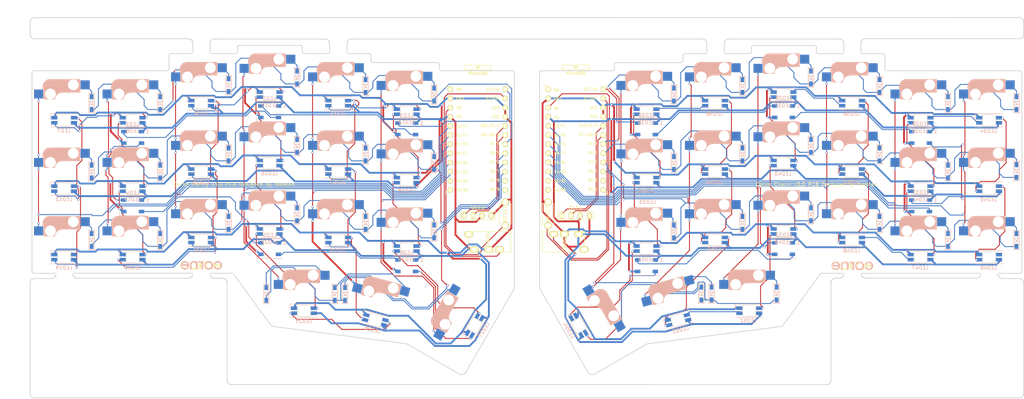
<source format=kicad_pcb>
(kicad_pcb (version 20171130) (host pcbnew "(5.1.5-0-10_14)")
  (title_block (title "Corne Cherry") (date 2020-07-24) (rev 3.0) (company foostan))
  (layers (0 F.Cu signal) (31 B.Cu signal) (34 B.Paste user) (35 F.Paste user) (36 B.SilkS user) (37 F.SilkS user) (38 B.Mask user) (39 F.Mask user) (44 Edge.Cuts user))
  (net 0 "")
  (net 1 row0)
  (net 2 "Net-(D1-Pad2)")
  (net 3 row1)
  (net 4 "Net-(D2-Pad2)")
  (net 5 row2)
  (net 6 "Net-(D3-Pad2)")
  (net 7 row3)
  (net 8 "Net-(D4-Pad2)")
  (net 9 "Net-(D5-Pad2)")
  (net 10 "Net-(D6-Pad2)")
  (net 11 "Net-(D7-Pad2)")
  (net 12 "Net-(D8-Pad2)")
  (net 13 "Net-(D9-Pad2)")
  (net 14 "Net-(D10-Pad2)")
  (net 15 "Net-(D11-Pad2)")
  (net 16 "Net-(D12-Pad2)")
  (net 17 "Net-(D13-Pad2)")
  (net 18 "Net-(D14-Pad2)")
  (net 19 "Net-(D15-Pad2)")
  (net 20 "Net-(D16-Pad2)")
  (net 21 "Net-(D17-Pad2)")
  (net 22 "Net-(D18-Pad2)")
  (net 23 "Net-(D19-Pad2)")
  (net 24 "Net-(D20-Pad2)")
  (net 25 "Net-(D21-Pad2)")
  (net 26 GND)
  (net 27 VCC)
  (net 28 col0)
  (net 29 col1)
  (net 30 col2)
  (net 31 col3)
  (net 32 col4)
  (net 33 col5)
  (net 34 LED)
  (net 35 data)
  (net 36 reset)
  (net 37 SCL)
  (net 38 SDA)
  (net 39 "Net-(U1-Pad14)")
  (net 40 "Net-(U1-Pad13)")
  (net 41 "Net-(U1-Pad12)")
  (net 42 "Net-(U1-Pad11)")
  (net 43 "Net-(U1-Pad24)")
  (net 44 "Net-(D22-Pad2)")
  (net 45 row0_r)
  (net 46 "Net-(D23-Pad2)")
  (net 47 "Net-(D24-Pad2)")
  (net 48 "Net-(D25-Pad2)")
  (net 49 "Net-(D26-Pad2)")
  (net 50 "Net-(D27-Pad2)")
  (net 51 row1_r)
  (net 52 "Net-(D28-Pad2)")
  (net 53 "Net-(D29-Pad2)")
  (net 54 "Net-(D30-Pad2)")
  (net 55 "Net-(D31-Pad2)")
  (net 56 "Net-(D32-Pad2)")
  (net 57 "Net-(D33-Pad2)")
  (net 58 row2_r)
  (net 59 "Net-(D34-Pad2)")
  (net 60 "Net-(D35-Pad2)")
  (net 61 "Net-(D36-Pad2)")
  (net 62 "Net-(D37-Pad2)")
  (net 63 "Net-(D38-Pad2)")
  (net 64 "Net-(D39-Pad2)")
  (net 65 "Net-(D40-Pad2)")
  (net 66 row3_r)
  (net 67 "Net-(D41-Pad2)")
  (net 68 "Net-(D42-Pad2)")
  (net 69 data_r)
  (net 70 SDA_r)
  (net 71 SCL_r)
  (net 72 LED_r)
  (net 73 reset_r)
  (net 74 col0_r)
  (net 75 col1_r)
  (net 76 col2_r)
  (net 77 col3_r)
  (net 78 col4_r)
  (net 79 col5_r)
  (net 80 VDD)
  (net 81 GNDA)
  (net 82 "Net-(LED1-Pad2)")
  (net 83 "Net-(LED1-Pad4)")
  (net 84 "Net-(LED2-Pad4)")
  (net 85 "Net-(LED10-Pad2)")
  (net 86 "Net-(LED11-Pad4)")
  (net 87 "Net-(LED13-Pad4)")
  (net 88 "Net-(LED14-Pad2)")
  (net 89 "Net-(LED15-Pad4)")
  (net 90 "Net-(LED10-Pad4)")
  (net 91 "Net-(LED11-Pad2)")
  (net 92 "Net-(LED12-Pad4)")
  (net 93 "Net-(LED13-Pad2)")
  (net 94 "Net-(LED14-Pad4)")
  (net 95 "Net-(LED16-Pad4)")
  (net 96 "Net-(LED17-Pad2)")
  (net 97 "Net-(LED18-Pad4)")
  (net 98 "Net-(LED22-Pad4)")
  (net 99 "Net-(LED24-Pad4)")
  (net 100 "Net-(LED25-Pad4)")
  (net 101 "Net-(LED27-Pad4)")
  (net 102 "Net-(LED28-Pad2)")
  (net 103 "Net-(LED29-Pad4)")
  (net 104 "Net-(LED32-Pad2)")
  (net 105 "Net-(LED34-Pad2)")
  (net 106 "Net-(LED35-Pad4)")
  (net 107 "Net-(LED37-Pad4)")
  (net 108 "Net-(LED38-Pad2)")
  (net 109 "Net-(LED39-Pad4)")
  (net 110 "Net-(LED4-Pad2)")
  (net 111 "Net-(LED5-Pad2)")
  (net 112 "Net-(LED7-Pad4)")
  (net 113 "Net-(LED15-Pad2)")
  (net 114 "Net-(LED20-Pad4)")
  (net 115 "Net-(LED23-Pad2)")
  (net 116 "Net-(LED28-Pad4)")
  (net 117 "Net-(LED31-Pad2)")
  (net 118 "Net-(LED33-Pad2)")
  (net 119 "Net-(LED40-Pad2)")
  (net 120 "Net-(LED41-Pad4)")
  (net 121 "Net-(LED42-Pad2)")
  (net 122 "Net-(LED43-Pad4)")
  (net 123 "Net-(LED44-Pad2)")
  (net 124 "Net-(LED45-Pad4)")
  (net 125 "Net-(LED47-Pad4)")
  (net 126 "Net-(LED49-Pad4)")
  (net 127 "Net-(LED50-Pad2)")
  (net 128 "Net-(LED51-Pad4)")
  (net 129 "Net-(LED52-Pad4)")
  (net 130 "Net-(LED34-Pad4)")
  (net 131 "Net-(LED36-Pad4)")
  (net 132 "Net-(LED36-Pad2)")
  (net 133 "Net-(LED38-Pad4)")
  (net 134 "Net-(U2-Pad11)")
  (net 135 "Net-(U2-Pad12)")
  (net 136 "Net-(U2-Pad13)")
  (net 137 "Net-(U2-Pad14)")
  (net 138 "Net-(U2-Pad24)")
  (module kbd:corne-logo-horizontal (layer B.Cu) (at 238.5675 81.04 180)
    (fp_text reference G*** hide)
    (fp_text value LOGO hide)
  )
  (module kbd:corne-logo-horizontal (layer F.Cu) (at 238.7775 81.04)
    (fp_text reference G*** hide)
    (fp_text value LOGO hide)
  )
  (module kbd:corne-logo-horizontal (layer B.Cu) (at 58.0375 80.89 180)
    (fp_text reference G*** hide)
    (fp_text value LOGO hide)
  )
  (module kbd:corne-logo-horizontal (layer F.Cu) (at 58.2675 80.89)
    (fp_text reference G*** hide)
    (fp_text value LOGO hide)
  )
  (module kbd:YS-SK6812MINI-E (layer B.Cu) (at 106.37811 95.993148 345)
    (fp_text reference LED26 (at -0.039238 2.830971 165) (layer B.SilkS) (effects (justify mirror)))
    (fp_text value YS-SK6812MINI-E)
    (fp_line (start 1.8 1.55) (end -1.8 1.55) (layer Edge.Cuts) (width 0.12))
    (fp_line (start 1.8 -1.55) (end 1.8 1.55) (layer Edge.Cuts) (width 0.12))
    (fp_line (start -1.8 -1.55) (end 1.8 -1.55) (layer Edge.Cuts) (width 0.12))
    (fp_line (start -1.8 1.55) (end -1.8 -1.55) (layer Edge.Cuts) (width 0.12))
    (pad 2 smd rect (at 2.75 -0.7 345) (size 1.7 1) (layers B.Cu B.Paste B.Mask) (net 100 "Net-(LED25-Pad4)"))
    (pad 1 smd rect (at 2.75 0.7 345) (size 1.7 1) (layers B.Cu B.Paste B.Mask) (net 27 VCC))
    (pad 3 smd rect (at -2.75 -0.7 345) (size 1.7 1) (layers B.Cu B.Paste B.Mask) (net 26 GND))
    (pad 4 smd rect (at -2.75 0.7 345) (size 1.7 1) (layers B.Cu B.Paste B.Mask) (net 115 "Net-(LED23-Pad2)"))
  )
  (module kbd:YS-SK6812MINI-E (layer B.Cu) (at 20.1075 40.53)
    (fp_text reference LED7 (at -0.03 2.9075) (layer B.SilkS) (effects (justify mirror)))
    (fp_text value YS-SK6812MINI-E)
    (fp_line (start 1.8 1.55) (end -1.8 1.55) (layer Edge.Cuts) (width 0.12))
    (fp_line (start 1.8 -1.55) (end 1.8 1.55) (layer Edge.Cuts) (width 0.12))
    (fp_line (start -1.8 -1.55) (end 1.8 -1.55) (layer Edge.Cuts) (width 0.12))
    (fp_line (start -1.8 1.55) (end -1.8 -1.55) (layer Edge.Cuts) (width 0.12))
    (pad 2 smd rect (at 2.75 -0.7) (size 1.7 1) (layers B.Cu B.Paste B.Mask) (net 87 "Net-(LED13-Pad4)"))
    (pad 1 smd rect (at 2.75 0.7) (size 1.7 1) (layers B.Cu B.Paste B.Mask) (net 27 VCC))
    (pad 3 smd rect (at -2.75 -0.7) (size 1.7 1) (layers B.Cu B.Paste B.Mask) (net 26 GND))
    (pad 4 smd rect (at -2.75 0.7) (size 1.7 1) (layers B.Cu B.Paste B.Mask) (net 112 "Net-(LED7-Pad4)"))
  )
  (module kbd:YS-SK6812MINI-E (layer B.Cu) (at 39.1075 40.53)
    (fp_text reference LED8 (at -0.03 2.9075) (layer B.SilkS) (effects (justify mirror)))
    (fp_text value YS-SK6812MINI-E)
    (fp_line (start 1.8 1.55) (end -1.8 1.55) (layer Edge.Cuts) (width 0.12))
    (fp_line (start 1.8 -1.55) (end 1.8 1.55) (layer Edge.Cuts) (width 0.12))
    (fp_line (start -1.8 -1.55) (end 1.8 -1.55) (layer Edge.Cuts) (width 0.12))
    (fp_line (start -1.8 1.55) (end -1.8 -1.55) (layer Edge.Cuts) (width 0.12))
    (pad 2 smd rect (at 2.75 -0.7) (size 1.7 1) (layers B.Cu B.Paste B.Mask) (net 112 "Net-(LED7-Pad4)"))
    (pad 1 smd rect (at 2.75 0.7) (size 1.7 1) (layers B.Cu B.Paste B.Mask) (net 27 VCC))
    (pad 3 smd rect (at -2.75 -0.7) (size 1.7 1) (layers B.Cu B.Paste B.Mask) (net 26 GND))
    (pad 4 smd rect (at -2.75 0.7) (size 1.7 1) (layers B.Cu B.Paste B.Mask) (net 88 "Net-(LED14-Pad2)"))
  )
  (module kbd:YS-SK6812MINI-E (layer B.Cu) (at 58.1075 35.78)
    (fp_text reference LED9 (at -0.03 2.9075) (layer B.SilkS) (effects (justify mirror)))
    (fp_text value YS-SK6812MINI-E)
    (fp_line (start 1.8 1.55) (end -1.8 1.55) (layer Edge.Cuts) (width 0.12))
    (fp_line (start 1.8 -1.55) (end 1.8 1.55) (layer Edge.Cuts) (width 0.12))
    (fp_line (start -1.8 -1.55) (end 1.8 -1.55) (layer Edge.Cuts) (width 0.12))
    (fp_line (start -1.8 1.55) (end -1.8 -1.55) (layer Edge.Cuts) (width 0.12))
    (pad 2 smd rect (at 2.75 -0.7) (size 1.7 1) (layers B.Cu B.Paste B.Mask) (net 89 "Net-(LED15-Pad4)"))
    (pad 1 smd rect (at 2.75 0.7) (size 1.7 1) (layers B.Cu B.Paste B.Mask) (net 27 VCC))
    (pad 3 smd rect (at -2.75 -0.7) (size 1.7 1) (layers B.Cu B.Paste B.Mask) (net 26 GND))
    (pad 4 smd rect (at -2.75 0.7) (size 1.7 1) (layers B.Cu B.Paste B.Mask) (net 85 "Net-(LED10-Pad2)"))
  )
  (module kbd:YS-SK6812MINI-E (layer B.Cu) (at 77.1075 33.405)
    (fp_text reference LED10 (at -0.03 2.9075) (layer B.SilkS) (effects (justify mirror)))
    (fp_text value YS-SK6812MINI-E)
    (fp_line (start 1.8 1.55) (end -1.8 1.55) (layer Edge.Cuts) (width 0.12))
    (fp_line (start 1.8 -1.55) (end 1.8 1.55) (layer Edge.Cuts) (width 0.12))
    (fp_line (start -1.8 -1.55) (end 1.8 -1.55) (layer Edge.Cuts) (width 0.12))
    (fp_line (start -1.8 1.55) (end -1.8 -1.55) (layer Edge.Cuts) (width 0.12))
    (pad 2 smd rect (at 2.75 -0.7) (size 1.7 1) (layers B.Cu B.Paste B.Mask) (net 85 "Net-(LED10-Pad2)"))
    (pad 1 smd rect (at 2.75 0.7) (size 1.7 1) (layers B.Cu B.Paste B.Mask) (net 27 VCC))
    (pad 3 smd rect (at -2.75 -0.7) (size 1.7 1) (layers B.Cu B.Paste B.Mask) (net 26 GND))
    (pad 4 smd rect (at -2.75 0.7) (size 1.7 1) (layers B.Cu B.Paste B.Mask) (net 90 "Net-(LED10-Pad4)"))
  )
  (module kbd:YS-SK6812MINI-E (layer B.Cu) (at 96.1075 35.78)
    (fp_text reference LED11 (at -0.03 2.9075) (layer B.SilkS) (effects (justify mirror)))
    (fp_text value YS-SK6812MINI-E)
    (fp_line (start 1.8 1.55) (end -1.8 1.55) (layer Edge.Cuts) (width 0.12))
    (fp_line (start 1.8 -1.55) (end 1.8 1.55) (layer Edge.Cuts) (width 0.12))
    (fp_line (start -1.8 -1.55) (end 1.8 -1.55) (layer Edge.Cuts) (width 0.12))
    (fp_line (start -1.8 1.55) (end -1.8 -1.55) (layer Edge.Cuts) (width 0.12))
    (pad 2 smd rect (at 2.75 -0.7) (size 1.7 1) (layers B.Cu B.Paste B.Mask) (net 91 "Net-(LED11-Pad2)"))
    (pad 1 smd rect (at 2.75 0.7) (size 1.7 1) (layers B.Cu B.Paste B.Mask) (net 27 VCC))
    (pad 3 smd rect (at -2.75 -0.7) (size 1.7 1) (layers B.Cu B.Paste B.Mask) (net 26 GND))
    (pad 4 smd rect (at -2.75 0.7) (size 1.7 1) (layers B.Cu B.Paste B.Mask) (net 86 "Net-(LED11-Pad4)"))
  )
  (module kbd:YS-SK6812MINI-E (layer B.Cu) (at 115.1075 38.155)
    (fp_text reference LED12 (at -0.03 2.9075) (layer B.SilkS) (effects (justify mirror)))
    (fp_text value YS-SK6812MINI-E)
    (fp_line (start 1.8 1.55) (end -1.8 1.55) (layer Edge.Cuts) (width 0.12))
    (fp_line (start 1.8 -1.55) (end 1.8 1.55) (layer Edge.Cuts) (width 0.12))
    (fp_line (start -1.8 -1.55) (end 1.8 -1.55) (layer Edge.Cuts) (width 0.12))
    (fp_line (start -1.8 1.55) (end -1.8 -1.55) (layer Edge.Cuts) (width 0.12))
    (pad 2 smd rect (at 2.75 -0.7) (size 1.7 1) (layers B.Cu B.Paste B.Mask) (net 86 "Net-(LED11-Pad4)"))
    (pad 1 smd rect (at 2.75 0.7) (size 1.7 1) (layers B.Cu B.Paste B.Mask) (net 27 VCC))
    (pad 3 smd rect (at -2.75 -0.7) (size 1.7 1) (layers B.Cu B.Paste B.Mask) (net 26 GND))
    (pad 4 smd rect (at -2.75 0.7) (size 1.7 1) (layers B.Cu B.Paste B.Mask) (net 92 "Net-(LED12-Pad4)"))
  )
  (module kbd:YS-SK6812MINI-E (layer B.Cu) (at 20.1075 59.53)
    (fp_text reference LED13 (at -0.03 2.9075) (layer B.SilkS) (effects (justify mirror)))
    (fp_text value YS-SK6812MINI-E)
    (fp_line (start 1.8 1.55) (end -1.8 1.55) (layer Edge.Cuts) (width 0.12))
    (fp_line (start 1.8 -1.55) (end 1.8 1.55) (layer Edge.Cuts) (width 0.12))
    (fp_line (start -1.8 -1.55) (end 1.8 -1.55) (layer Edge.Cuts) (width 0.12))
    (fp_line (start -1.8 1.55) (end -1.8 -1.55) (layer Edge.Cuts) (width 0.12))
    (pad 2 smd rect (at 2.75 -0.7) (size 1.7 1) (layers B.Cu B.Paste B.Mask) (net 93 "Net-(LED13-Pad2)"))
    (pad 1 smd rect (at 2.75 0.7) (size 1.7 1) (layers B.Cu B.Paste B.Mask) (net 27 VCC))
    (pad 3 smd rect (at -2.75 -0.7) (size 1.7 1) (layers B.Cu B.Paste B.Mask) (net 26 GND))
    (pad 4 smd rect (at -2.75 0.7) (size 1.7 1) (layers B.Cu B.Paste B.Mask) (net 87 "Net-(LED13-Pad4)"))
  )
  (module kbd:YS-SK6812MINI-E (layer B.Cu) (at 39.1075 59.53)
    (fp_text reference LED14 (at -0.03 2.9075) (layer B.SilkS) (effects (justify mirror)))
    (fp_text value YS-SK6812MINI-E)
    (fp_line (start 1.8 1.55) (end -1.8 1.55) (layer Edge.Cuts) (width 0.12))
    (fp_line (start 1.8 -1.55) (end 1.8 1.55) (layer Edge.Cuts) (width 0.12))
    (fp_line (start -1.8 -1.55) (end 1.8 -1.55) (layer Edge.Cuts) (width 0.12))
    (fp_line (start -1.8 1.55) (end -1.8 -1.55) (layer Edge.Cuts) (width 0.12))
    (pad 2 smd rect (at 2.75 -0.7) (size 1.7 1) (layers B.Cu B.Paste B.Mask) (net 88 "Net-(LED14-Pad2)"))
    (pad 1 smd rect (at 2.75 0.7) (size 1.7 1) (layers B.Cu B.Paste B.Mask) (net 27 VCC))
    (pad 3 smd rect (at -2.75 -0.7) (size 1.7 1) (layers B.Cu B.Paste B.Mask) (net 26 GND))
    (pad 4 smd rect (at -2.75 0.7) (size 1.7 1) (layers B.Cu B.Paste B.Mask) (net 94 "Net-(LED14-Pad4)"))
  )
  (module kbd:YS-SK6812MINI-E (layer B.Cu) (at 58.1075 54.78)
    (fp_text reference LED15 (at -0.03 2.9075) (layer B.SilkS) (effects (justify mirror)))
    (fp_text value YS-SK6812MINI-E)
    (fp_line (start 1.8 1.55) (end -1.8 1.55) (layer Edge.Cuts) (width 0.12))
    (fp_line (start 1.8 -1.55) (end 1.8 1.55) (layer Edge.Cuts) (width 0.12))
    (fp_line (start -1.8 -1.55) (end 1.8 -1.55) (layer Edge.Cuts) (width 0.12))
    (fp_line (start -1.8 1.55) (end -1.8 -1.55) (layer Edge.Cuts) (width 0.12))
    (pad 2 smd rect (at 2.75 -0.7) (size 1.7 1) (layers B.Cu B.Paste B.Mask) (net 113 "Net-(LED15-Pad2)"))
    (pad 1 smd rect (at 2.75 0.7) (size 1.7 1) (layers B.Cu B.Paste B.Mask) (net 27 VCC))
    (pad 3 smd rect (at -2.75 -0.7) (size 1.7 1) (layers B.Cu B.Paste B.Mask) (net 26 GND))
    (pad 4 smd rect (at -2.75 0.7) (size 1.7 1) (layers B.Cu B.Paste B.Mask) (net 89 "Net-(LED15-Pad4)"))
  )
  (module kbd:YS-SK6812MINI-E (layer B.Cu) (at 77.1075 52.405)
    (fp_text reference LED16 (at -0.03 2.9075) (layer B.SilkS) (effects (justify mirror)))
    (fp_text value YS-SK6812MINI-E)
    (fp_line (start 1.8 1.55) (end -1.8 1.55) (layer Edge.Cuts) (width 0.12))
    (fp_line (start 1.8 -1.55) (end 1.8 1.55) (layer Edge.Cuts) (width 0.12))
    (fp_line (start -1.8 -1.55) (end 1.8 -1.55) (layer Edge.Cuts) (width 0.12))
    (fp_line (start -1.8 1.55) (end -1.8 -1.55) (layer Edge.Cuts) (width 0.12))
    (pad 2 smd rect (at 2.75 -0.7) (size 1.7 1) (layers B.Cu B.Paste B.Mask) (net 90 "Net-(LED10-Pad4)"))
    (pad 1 smd rect (at 2.75 0.7) (size 1.7 1) (layers B.Cu B.Paste B.Mask) (net 27 VCC))
    (pad 3 smd rect (at -2.75 -0.7) (size 1.7 1) (layers B.Cu B.Paste B.Mask) (net 26 GND))
    (pad 4 smd rect (at -2.75 0.7) (size 1.7 1) (layers B.Cu B.Paste B.Mask) (net 95 "Net-(LED16-Pad4)"))
  )
  (module kbd:YS-SK6812MINI-E (layer B.Cu) (at 96.1075 54.78)
    (fp_text reference LED17 (at -0.03 2.9075) (layer B.SilkS) (effects (justify mirror)))
    (fp_text value YS-SK6812MINI-E)
    (fp_line (start 1.8 1.55) (end -1.8 1.55) (layer Edge.Cuts) (width 0.12))
    (fp_line (start 1.8 -1.55) (end 1.8 1.55) (layer Edge.Cuts) (width 0.12))
    (fp_line (start -1.8 -1.55) (end 1.8 -1.55) (layer Edge.Cuts) (width 0.12))
    (fp_line (start -1.8 1.55) (end -1.8 -1.55) (layer Edge.Cuts) (width 0.12))
    (pad 2 smd rect (at 2.75 -0.7) (size 1.7 1) (layers B.Cu B.Paste B.Mask) (net 96 "Net-(LED17-Pad2)"))
    (pad 1 smd rect (at 2.75 0.7) (size 1.7 1) (layers B.Cu B.Paste B.Mask) (net 27 VCC))
    (pad 3 smd rect (at -2.75 -0.7) (size 1.7 1) (layers B.Cu B.Paste B.Mask) (net 26 GND))
    (pad 4 smd rect (at -2.75 0.7) (size 1.7 1) (layers B.Cu B.Paste B.Mask) (net 91 "Net-(LED11-Pad2)"))
  )
  (module kbd:YS-SK6812MINI-E (layer B.Cu) (at 115.1075 57.155)
    (fp_text reference LED18 (at -0.03 2.9075) (layer B.SilkS) (effects (justify mirror)))
    (fp_text value YS-SK6812MINI-E)
    (fp_line (start 1.8 1.55) (end -1.8 1.55) (layer Edge.Cuts) (width 0.12))
    (fp_line (start 1.8 -1.55) (end 1.8 1.55) (layer Edge.Cuts) (width 0.12))
    (fp_line (start -1.8 -1.55) (end 1.8 -1.55) (layer Edge.Cuts) (width 0.12))
    (fp_line (start -1.8 1.55) (end -1.8 -1.55) (layer Edge.Cuts) (width 0.12))
    (pad 2 smd rect (at 2.75 -0.7) (size 1.7 1) (layers B.Cu B.Paste B.Mask) (net 92 "Net-(LED12-Pad4)"))
    (pad 1 smd rect (at 2.75 0.7) (size 1.7 1) (layers B.Cu B.Paste B.Mask) (net 27 VCC))
    (pad 3 smd rect (at -2.75 -0.7) (size 1.7 1) (layers B.Cu B.Paste B.Mask) (net 26 GND))
    (pad 4 smd rect (at -2.75 0.7) (size 1.7 1) (layers B.Cu B.Paste B.Mask) (net 97 "Net-(LED18-Pad4)"))
  )
  (module kbd:YS-SK6812MINI-E (layer B.Cu) (at 20.1075 78.53)
    (fp_text reference LED19 (at -0.03 2.9075) (layer B.SilkS) (effects (justify mirror)))
    (fp_text value YS-SK6812MINI-E)
    (fp_line (start 1.8 1.55) (end -1.8 1.55) (layer Edge.Cuts) (width 0.12))
    (fp_line (start 1.8 -1.55) (end 1.8 1.55) (layer Edge.Cuts) (width 0.12))
    (fp_line (start -1.8 -1.55) (end 1.8 -1.55) (layer Edge.Cuts) (width 0.12))
    (fp_line (start -1.8 1.55) (end -1.8 -1.55) (layer Edge.Cuts) (width 0.12))
    (pad 2 smd rect (at 2.75 -0.7) (size 1.7 1) (layers B.Cu B.Paste B.Mask))
    (pad 1 smd rect (at 2.75 0.7) (size 1.7 1) (layers B.Cu B.Paste B.Mask) (net 27 VCC))
    (pad 3 smd rect (at -2.75 -0.7) (size 1.7 1) (layers B.Cu B.Paste B.Mask) (net 26 GND))
    (pad 4 smd rect (at -2.75 0.7) (size 1.7 1) (layers B.Cu B.Paste B.Mask) (net 93 "Net-(LED13-Pad2)"))
  )
  (module kbd:YS-SK6812MINI-E (layer B.Cu) (at 39.1075 78.53)
    (fp_text reference LED20 (at -0.03 2.9075) (layer B.SilkS) (effects (justify mirror)))
    (fp_text value YS-SK6812MINI-E)
    (fp_line (start 1.8 1.55) (end -1.8 1.55) (layer Edge.Cuts) (width 0.12))
    (fp_line (start 1.8 -1.55) (end 1.8 1.55) (layer Edge.Cuts) (width 0.12))
    (fp_line (start -1.8 -1.55) (end 1.8 -1.55) (layer Edge.Cuts) (width 0.12))
    (fp_line (start -1.8 1.55) (end -1.8 -1.55) (layer Edge.Cuts) (width 0.12))
    (pad 2 smd rect (at 2.75 -0.7) (size 1.7 1) (layers B.Cu B.Paste B.Mask) (net 94 "Net-(LED14-Pad4)"))
    (pad 1 smd rect (at 2.75 0.7) (size 1.7 1) (layers B.Cu B.Paste B.Mask) (net 27 VCC))
    (pad 3 smd rect (at -2.75 -0.7) (size 1.7 1) (layers B.Cu B.Paste B.Mask) (net 26 GND))
    (pad 4 smd rect (at -2.75 0.7) (size 1.7 1) (layers B.Cu B.Paste B.Mask) (net 114 "Net-(LED20-Pad4)"))
  )
  (module kbd:YS-SK6812MINI-E (layer B.Cu) (at 58.1075 73.78)
    (fp_text reference LED21 (at -0.03 2.9075) (layer B.SilkS) (effects (justify mirror)))
    (fp_text value YS-SK6812MINI-E)
    (fp_line (start 1.8 1.55) (end -1.8 1.55) (layer Edge.Cuts) (width 0.12))
    (fp_line (start 1.8 -1.55) (end 1.8 1.55) (layer Edge.Cuts) (width 0.12))
    (fp_line (start -1.8 -1.55) (end 1.8 -1.55) (layer Edge.Cuts) (width 0.12))
    (fp_line (start -1.8 1.55) (end -1.8 -1.55) (layer Edge.Cuts) (width 0.12))
    (pad 2 smd rect (at 2.75 -0.7) (size 1.7 1) (layers B.Cu B.Paste B.Mask) (net 114 "Net-(LED20-Pad4)"))
    (pad 1 smd rect (at 2.75 0.7) (size 1.7 1) (layers B.Cu B.Paste B.Mask) (net 27 VCC))
    (pad 3 smd rect (at -2.75 -0.7) (size 1.7 1) (layers B.Cu B.Paste B.Mask) (net 26 GND))
    (pad 4 smd rect (at -2.75 0.7) (size 1.7 1) (layers B.Cu B.Paste B.Mask) (net 113 "Net-(LED15-Pad2)"))
  )
  (module kbd:YS-SK6812MINI-E (layer B.Cu) (at 77.1075 71.405)
    (fp_text reference LED22 (at -0.03 2.9075) (layer B.SilkS) (effects (justify mirror)))
    (fp_text value YS-SK6812MINI-E)
    (fp_line (start 1.8 1.55) (end -1.8 1.55) (layer Edge.Cuts) (width 0.12))
    (fp_line (start 1.8 -1.55) (end 1.8 1.55) (layer Edge.Cuts) (width 0.12))
    (fp_line (start -1.8 -1.55) (end 1.8 -1.55) (layer Edge.Cuts) (width 0.12))
    (fp_line (start -1.8 1.55) (end -1.8 -1.55) (layer Edge.Cuts) (width 0.12))
    (pad 2 smd rect (at 2.75 -0.7) (size 1.7 1) (layers B.Cu B.Paste B.Mask) (net 95 "Net-(LED16-Pad4)"))
    (pad 1 smd rect (at 2.75 0.7) (size 1.7 1) (layers B.Cu B.Paste B.Mask) (net 27 VCC))
    (pad 3 smd rect (at -2.75 -0.7) (size 1.7 1) (layers B.Cu B.Paste B.Mask) (net 26 GND))
    (pad 4 smd rect (at -2.75 0.7) (size 1.7 1) (layers B.Cu B.Paste B.Mask) (net 98 "Net-(LED22-Pad4)"))
  )
  (module kbd:YS-SK6812MINI-E (layer B.Cu) (at 115.1075 76.155)
    (fp_text reference LED24 (at -0.03 2.9075) (layer B.SilkS) (effects (justify mirror)))
    (fp_text value YS-SK6812MINI-E)
    (fp_line (start 1.8 1.55) (end -1.8 1.55) (layer Edge.Cuts) (width 0.12))
    (fp_line (start 1.8 -1.55) (end 1.8 1.55) (layer Edge.Cuts) (width 0.12))
    (fp_line (start -1.8 -1.55) (end 1.8 -1.55) (layer Edge.Cuts) (width 0.12))
    (fp_line (start -1.8 1.55) (end -1.8 -1.55) (layer Edge.Cuts) (width 0.12))
    (pad 2 smd rect (at 2.75 -0.7) (size 1.7 1) (layers B.Cu B.Paste B.Mask) (net 97 "Net-(LED18-Pad4)"))
    (pad 1 smd rect (at 2.75 0.7) (size 1.7 1) (layers B.Cu B.Paste B.Mask) (net 27 VCC))
    (pad 3 smd rect (at -2.75 -0.7) (size 1.7 1) (layers B.Cu B.Paste B.Mask) (net 26 GND))
    (pad 4 smd rect (at -2.75 0.7) (size 1.7 1) (layers B.Cu B.Paste B.Mask) (net 99 "Net-(LED24-Pad4)"))
  )
  (module kbd:YS-SK6812MINI-E (layer B.Cu) (at 86.6075 93.405)
    (fp_text reference LED25 (at -0.03 2.9075) (layer B.SilkS) (effects (justify mirror)))
    (fp_text value YS-SK6812MINI-E)
    (fp_line (start 1.8 1.55) (end -1.8 1.55) (layer Edge.Cuts) (width 0.12))
    (fp_line (start 1.8 -1.55) (end 1.8 1.55) (layer Edge.Cuts) (width 0.12))
    (fp_line (start -1.8 -1.55) (end 1.8 -1.55) (layer Edge.Cuts) (width 0.12))
    (fp_line (start -1.8 1.55) (end -1.8 -1.55) (layer Edge.Cuts) (width 0.12))
    (pad 2 smd rect (at 2.75 -0.7) (size 1.7 1) (layers B.Cu B.Paste B.Mask) (net 98 "Net-(LED22-Pad4)"))
    (pad 1 smd rect (at 2.75 0.7) (size 1.7 1) (layers B.Cu B.Paste B.Mask) (net 27 VCC))
    (pad 3 smd rect (at -2.75 -0.7) (size 1.7 1) (layers B.Cu B.Paste B.Mask) (net 26 GND))
    (pad 4 smd rect (at -2.75 0.7) (size 1.7 1) (layers B.Cu B.Paste B.Mask) (net 100 "Net-(LED25-Pad4)"))
  )
  (module kbd:YS-SK6812MINI-E (layer B.Cu) (at 133.971121 97.53 60)
    (fp_text reference LED27 (at 0.227284 2.768668 60) (layer B.SilkS) (effects (justify mirror)))
    (fp_text value YS-SK6812MINI-E)
    (fp_line (start 1.8 1.55) (end -1.8 1.55) (layer Edge.Cuts) (width 0.12))
    (fp_line (start 1.8 -1.55) (end 1.8 1.55) (layer Edge.Cuts) (width 0.12))
    (fp_line (start -1.8 -1.55) (end 1.8 -1.55) (layer Edge.Cuts) (width 0.12))
    (fp_line (start -1.8 1.55) (end -1.8 -1.55) (layer Edge.Cuts) (width 0.12))
    (pad 2 smd rect (at 2.75 -0.7 60) (size 1.7 1) (layers B.Cu B.Paste B.Mask) (net 99 "Net-(LED24-Pad4)"))
    (pad 1 smd rect (at 2.75 0.7 60) (size 1.7 1) (layers B.Cu B.Paste B.Mask) (net 27 VCC))
    (pad 3 smd rect (at -2.75 -0.7 60) (size 1.7 1) (layers B.Cu B.Paste B.Mask) (net 26 GND))
    (pad 4 smd rect (at -2.75 0.7 60) (size 1.7 1) (layers B.Cu B.Paste B.Mask) (net 101 "Net-(LED27-Pad4)"))
  )
  (module kbd:YS-SK6812MINI-E (layer B.Cu) (at 219.6075 52.405)
    (fp_text reference LED43 (at -0.12 2.9875) (layer B.SilkS) (effects (justify mirror)))
    (fp_text value YS-SK6812MINI-E)
    (fp_line (start 1.8 1.55) (end -1.8 1.55) (layer Edge.Cuts) (width 0.12))
    (fp_line (start 1.8 -1.55) (end 1.8 1.55) (layer Edge.Cuts) (width 0.12))
    (fp_line (start -1.8 -1.55) (end 1.8 -1.55) (layer Edge.Cuts) (width 0.12))
    (fp_line (start -1.8 1.55) (end -1.8 -1.55) (layer Edge.Cuts) (width 0.12))
    (pad 2 smd rect (at 2.75 -0.7) (size 1.7 1) (layers B.Cu B.Paste B.Mask) (net 107 "Net-(LED37-Pad4)"))
    (pad 1 smd rect (at 2.75 0.7) (size 1.7 1) (layers B.Cu B.Paste B.Mask) (net 80 VDD))
    (pad 3 smd rect (at -2.75 -0.7) (size 1.7 1) (layers B.Cu B.Paste B.Mask) (net 81 GNDA))
    (pad 4 smd rect (at -2.75 0.7) (size 1.7 1) (layers B.Cu B.Paste B.Mask) (net 122 "Net-(LED43-Pad4)"))
  )
  (module kbd:YS-SK6812MINI-E (layer B.Cu) (at 200.6075 54.78)
    (fp_text reference LED44 (at -0.12 2.9875) (layer B.SilkS) (effects (justify mirror)))
    (fp_text value YS-SK6812MINI-E)
    (fp_line (start 1.8 1.55) (end -1.8 1.55) (layer Edge.Cuts) (width 0.12))
    (fp_line (start 1.8 -1.55) (end 1.8 1.55) (layer Edge.Cuts) (width 0.12))
    (fp_line (start -1.8 -1.55) (end 1.8 -1.55) (layer Edge.Cuts) (width 0.12))
    (fp_line (start -1.8 1.55) (end -1.8 -1.55) (layer Edge.Cuts) (width 0.12))
    (pad 2 smd rect (at 2.75 -0.7) (size 1.7 1) (layers B.Cu B.Paste B.Mask) (net 123 "Net-(LED44-Pad2)"))
    (pad 1 smd rect (at 2.75 0.7) (size 1.7 1) (layers B.Cu B.Paste B.Mask) (net 80 VDD))
    (pad 3 smd rect (at -2.75 -0.7) (size 1.7 1) (layers B.Cu B.Paste B.Mask) (net 81 GNDA))
    (pad 4 smd rect (at -2.75 0.7) (size 1.7 1) (layers B.Cu B.Paste B.Mask) (net 108 "Net-(LED38-Pad2)"))
  )
  (module kbd:YS-SK6812MINI-E (layer B.Cu) (at 181.6075 57.155)
    (fp_text reference LED45 (at -0.12 2.9875) (layer B.SilkS) (effects (justify mirror)))
    (fp_text value YS-SK6812MINI-E)
    (fp_line (start 1.8 1.55) (end -1.8 1.55) (layer Edge.Cuts) (width 0.12))
    (fp_line (start 1.8 -1.55) (end 1.8 1.55) (layer Edge.Cuts) (width 0.12))
    (fp_line (start -1.8 -1.55) (end 1.8 -1.55) (layer Edge.Cuts) (width 0.12))
    (fp_line (start -1.8 1.55) (end -1.8 -1.55) (layer Edge.Cuts) (width 0.12))
    (pad 2 smd rect (at 2.75 -0.7) (size 1.7 1) (layers B.Cu B.Paste B.Mask) (net 109 "Net-(LED39-Pad4)"))
    (pad 1 smd rect (at 2.75 0.7) (size 1.7 1) (layers B.Cu B.Paste B.Mask) (net 80 VDD))
    (pad 3 smd rect (at -2.75 -0.7) (size 1.7 1) (layers B.Cu B.Paste B.Mask) (net 81 GNDA))
    (pad 4 smd rect (at -2.75 0.7) (size 1.7 1) (layers B.Cu B.Paste B.Mask) (net 124 "Net-(LED45-Pad4)"))
  )
  (module kbd:YS-SK6812MINI-E (layer B.Cu) (at 276.6075 78.53)
    (fp_text reference LED46 (at -0.12 2.9875) (layer B.SilkS) (effects (justify mirror)))
    (fp_text value YS-SK6812MINI-E)
    (fp_line (start 1.8 1.55) (end -1.8 1.55) (layer Edge.Cuts) (width 0.12))
    (fp_line (start 1.8 -1.55) (end 1.8 1.55) (layer Edge.Cuts) (width 0.12))
    (fp_line (start -1.8 -1.55) (end 1.8 -1.55) (layer Edge.Cuts) (width 0.12))
    (fp_line (start -1.8 1.55) (end -1.8 -1.55) (layer Edge.Cuts) (width 0.12))
    (pad 2 smd rect (at 2.75 -0.7) (size 1.7 1) (layers B.Cu B.Paste B.Mask))
    (pad 1 smd rect (at 2.75 0.7) (size 1.7 1) (layers B.Cu B.Paste B.Mask) (net 80 VDD))
    (pad 3 smd rect (at -2.75 -0.7) (size 1.7 1) (layers B.Cu B.Paste B.Mask) (net 81 GNDA))
    (pad 4 smd rect (at -2.75 0.7) (size 1.7 1) (layers B.Cu B.Paste B.Mask) (net 119 "Net-(LED40-Pad2)"))
  )
  (module kbd:YS-SK6812MINI-E (layer B.Cu) (at 257.6075 78.53)
    (fp_text reference LED47 (at -0.12 2.9875) (layer B.SilkS) (effects (justify mirror)))
    (fp_text value YS-SK6812MINI-E)
    (fp_line (start 1.8 1.55) (end -1.8 1.55) (layer Edge.Cuts) (width 0.12))
    (fp_line (start 1.8 -1.55) (end 1.8 1.55) (layer Edge.Cuts) (width 0.12))
    (fp_line (start -1.8 -1.55) (end 1.8 -1.55) (layer Edge.Cuts) (width 0.12))
    (fp_line (start -1.8 1.55) (end -1.8 -1.55) (layer Edge.Cuts) (width 0.12))
    (pad 2 smd rect (at 2.75 -0.7) (size 1.7 1) (layers B.Cu B.Paste B.Mask) (net 120 "Net-(LED41-Pad4)"))
    (pad 1 smd rect (at 2.75 0.7) (size 1.7 1) (layers B.Cu B.Paste B.Mask) (net 80 VDD))
    (pad 3 smd rect (at -2.75 -0.7) (size 1.7 1) (layers B.Cu B.Paste B.Mask) (net 81 GNDA))
    (pad 4 smd rect (at -2.75 0.7) (size 1.7 1) (layers B.Cu B.Paste B.Mask) (net 125 "Net-(LED47-Pad4)"))
  )
  (module kbd:YS-SK6812MINI-E (layer B.Cu) (at 238.6075 73.78)
    (fp_text reference LED48 (at -0.12 2.9875) (layer B.SilkS) (effects (justify mirror)))
    (fp_text value YS-SK6812MINI-E)
    (fp_line (start 1.8 1.55) (end -1.8 1.55) (layer Edge.Cuts) (width 0.12))
    (fp_line (start 1.8 -1.55) (end 1.8 1.55) (layer Edge.Cuts) (width 0.12))
    (fp_line (start -1.8 -1.55) (end 1.8 -1.55) (layer Edge.Cuts) (width 0.12))
    (fp_line (start -1.8 1.55) (end -1.8 -1.55) (layer Edge.Cuts) (width 0.12))
    (pad 2 smd rect (at 2.75 -0.7) (size 1.7 1) (layers B.Cu B.Paste B.Mask) (net 125 "Net-(LED47-Pad4)"))
    (pad 1 smd rect (at 2.75 0.7) (size 1.7 1) (layers B.Cu B.Paste B.Mask) (net 80 VDD))
    (pad 3 smd rect (at -2.75 -0.7) (size 1.7 1) (layers B.Cu B.Paste B.Mask) (net 81 GNDA))
    (pad 4 smd rect (at -2.75 0.7) (size 1.7 1) (layers B.Cu B.Paste B.Mask) (net 121 "Net-(LED42-Pad2)"))
  )
  (module kbd:YS-SK6812MINI-E (layer B.Cu) (at 219.6075 71.405)
    (fp_text reference LED49 (at -0.12 2.9875) (layer B.SilkS) (effects (justify mirror)))
    (fp_text value YS-SK6812MINI-E)
    (fp_line (start 1.8 1.55) (end -1.8 1.55) (layer Edge.Cuts) (width 0.12))
    (fp_line (start 1.8 -1.55) (end 1.8 1.55) (layer Edge.Cuts) (width 0.12))
    (fp_line (start -1.8 -1.55) (end 1.8 -1.55) (layer Edge.Cuts) (width 0.12))
    (fp_line (start -1.8 1.55) (end -1.8 -1.55) (layer Edge.Cuts) (width 0.12))
    (pad 2 smd rect (at 2.75 -0.7) (size 1.7 1) (layers B.Cu B.Paste B.Mask) (net 122 "Net-(LED43-Pad4)"))
    (pad 1 smd rect (at 2.75 0.7) (size 1.7 1) (layers B.Cu B.Paste B.Mask) (net 80 VDD))
    (pad 3 smd rect (at -2.75 -0.7) (size 1.7 1) (layers B.Cu B.Paste B.Mask) (net 81 GNDA))
    (pad 4 smd rect (at -2.75 0.7) (size 1.7 1) (layers B.Cu B.Paste B.Mask) (net 126 "Net-(LED49-Pad4)"))
  )
  (module kbd:YS-SK6812MINI-E (layer B.Cu) (at 200.6075 73.78)
    (fp_text reference LED50 (at 0.15539 2.48) (layer B.SilkS) (effects (justify mirror)))
    (fp_text value YS-SK6812MINI-E)
    (fp_line (start 1.8 1.55) (end -1.8 1.55) (layer Edge.Cuts) (width 0.12))
    (fp_line (start 1.8 -1.55) (end 1.8 1.55) (layer Edge.Cuts) (width 0.12))
    (fp_line (start -1.8 -1.55) (end 1.8 -1.55) (layer Edge.Cuts) (width 0.12))
    (fp_line (start -1.8 1.55) (end -1.8 -1.55) (layer Edge.Cuts) (width 0.12))
    (pad 2 smd rect (at 2.75 -0.7) (size 1.7 1) (layers B.Cu B.Paste B.Mask) (net 127 "Net-(LED50-Pad2)"))
    (pad 1 smd rect (at 2.75 0.7) (size 1.7 1) (layers B.Cu B.Paste B.Mask) (net 80 VDD))
    (pad 3 smd rect (at -2.75 -0.7) (size 1.7 1) (layers B.Cu B.Paste B.Mask) (net 81 GNDA))
    (pad 4 smd rect (at -2.75 0.7) (size 1.7 1) (layers B.Cu B.Paste B.Mask) (net 123 "Net-(LED44-Pad2)"))
  )
  (module kbd:YS-SK6812MINI-E (layer B.Cu) (at 181.6075 76.155)
    (fp_text reference LED51 (at -0.12 2.9875) (layer B.SilkS) (effects (justify mirror)))
    (fp_text value YS-SK6812MINI-E)
    (fp_line (start 1.8 1.55) (end -1.8 1.55) (layer Edge.Cuts) (width 0.12))
    (fp_line (start 1.8 -1.55) (end 1.8 1.55) (layer Edge.Cuts) (width 0.12))
    (fp_line (start -1.8 -1.55) (end 1.8 -1.55) (layer Edge.Cuts) (width 0.12))
    (fp_line (start -1.8 1.55) (end -1.8 -1.55) (layer Edge.Cuts) (width 0.12))
    (pad 2 smd rect (at 2.75 -0.7) (size 1.7 1) (layers B.Cu B.Paste B.Mask) (net 124 "Net-(LED45-Pad4)"))
    (pad 1 smd rect (at 2.75 0.7) (size 1.7 1) (layers B.Cu B.Paste B.Mask) (net 80 VDD))
    (pad 3 smd rect (at -2.75 -0.7) (size 1.7 1) (layers B.Cu B.Paste B.Mask) (net 81 GNDA))
    (pad 4 smd rect (at -2.75 0.7) (size 1.7 1) (layers B.Cu B.Paste B.Mask) (net 128 "Net-(LED51-Pad4)"))
  )
  (module kbd:YS-SK6812MINI-E (layer B.Cu) (at 210.1075 93.405)
    (fp_text reference LED52 (at -0.226454 2.77723) (layer B.SilkS) (effects (justify mirror)))
    (fp_text value YS-SK6812MINI-E)
    (fp_line (start 1.8 1.55) (end -1.8 1.55) (layer Edge.Cuts) (width 0.12))
    (fp_line (start 1.8 -1.55) (end 1.8 1.55) (layer Edge.Cuts) (width 0.12))
    (fp_line (start -1.8 -1.55) (end 1.8 -1.55) (layer Edge.Cuts) (width 0.12))
    (fp_line (start -1.8 1.55) (end -1.8 -1.55) (layer Edge.Cuts) (width 0.12))
    (pad 2 smd rect (at 2.75 -0.7) (size 1.7 1) (layers B.Cu B.Paste B.Mask) (net 126 "Net-(LED49-Pad4)"))
    (pad 1 smd rect (at 2.75 0.7) (size 1.7 1) (layers B.Cu B.Paste B.Mask) (net 80 VDD))
    (pad 3 smd rect (at -2.75 -0.7) (size 1.7 1) (layers B.Cu B.Paste B.Mask) (net 81 GNDA))
    (pad 4 smd rect (at -2.75 0.7) (size 1.7 1) (layers B.Cu B.Paste B.Mask) (net 129 "Net-(LED52-Pad4)"))
  )
  (module kbd:YS-SK6812MINI-E (layer B.Cu) (at 190.34389 95.988148 15)
    (fp_text reference LED53 (at 0.031182 2.833988 15) (layer B.SilkS) (effects (justify mirror)))
    (fp_text value YS-SK6812MINI-E)
    (fp_line (start 1.8 1.55) (end -1.8 1.55) (layer Edge.Cuts) (width 0.12))
    (fp_line (start 1.8 -1.55) (end 1.8 1.55) (layer Edge.Cuts) (width 0.12))
    (fp_line (start -1.8 -1.55) (end 1.8 -1.55) (layer Edge.Cuts) (width 0.12))
    (fp_line (start -1.8 1.55) (end -1.8 -1.55) (layer Edge.Cuts) (width 0.12))
    (pad 2 smd rect (at 2.75 -0.7 15) (size 1.7 1) (layers B.Cu B.Paste B.Mask) (net 129 "Net-(LED52-Pad4)"))
    (pad 1 smd rect (at 2.75 0.7 15) (size 1.7 1) (layers B.Cu B.Paste B.Mask) (net 80 VDD))
    (pad 3 smd rect (at -2.75 -0.7 15) (size 1.7 1) (layers B.Cu B.Paste B.Mask) (net 81 GNDA))
    (pad 4 smd rect (at -2.75 0.7 15) (size 1.7 1) (layers B.Cu B.Paste B.Mask) (net 127 "Net-(LED50-Pad2)"))
  )
  (module kbd:YS-SK6812MINI-E (layer B.Cu) (at 162.750879 97.525 300)
    (fp_text reference LED54 (at -0.12 2.9875 120) (layer B.SilkS) (effects (justify mirror)))
    (fp_text value YS-SK6812MINI-E)
    (fp_line (start 1.8 1.55) (end -1.8 1.55) (layer Edge.Cuts) (width 0.12))
    (fp_line (start 1.8 -1.55) (end 1.8 1.55) (layer Edge.Cuts) (width 0.12))
    (fp_line (start -1.8 -1.55) (end 1.8 -1.55) (layer Edge.Cuts) (width 0.12))
    (fp_line (start -1.8 1.55) (end -1.8 -1.55) (layer Edge.Cuts) (width 0.12))
    (pad 2 smd rect (at 2.75 -0.7 300) (size 1.7 1) (layers B.Cu B.Paste B.Mask) (net 128 "Net-(LED51-Pad4)"))
    (pad 1 smd rect (at 2.75 0.7 300) (size 1.7 1) (layers B.Cu B.Paste B.Mask) (net 80 VDD))
    (pad 3 smd rect (at -2.75 -0.7 300) (size 1.7 1) (layers B.Cu B.Paste B.Mask) (net 81 GNDA))
    (pad 4 smd rect (at -2.75 0.7 300) (size 1.7 1) (layers B.Cu B.Paste B.Mask) (net 118 "Net-(LED33-Pad2)"))
  )
  (module kbd:YS-SK6812MINI-E (layer B.Cu) (at 96.1075 73.78)
    (fp_text reference LED23 (at -0.03 2.9075) (layer B.SilkS) (effects (justify mirror)))
    (fp_text value YS-SK6812MINI-E)
    (fp_line (start 1.8 1.55) (end -1.8 1.55) (layer Edge.Cuts) (width 0.12))
    (fp_line (start 1.8 -1.55) (end 1.8 1.55) (layer Edge.Cuts) (width 0.12))
    (fp_line (start -1.8 -1.55) (end 1.8 -1.55) (layer Edge.Cuts) (width 0.12))
    (fp_line (start -1.8 1.55) (end -1.8 -1.55) (layer Edge.Cuts) (width 0.12))
    (pad 2 smd rect (at 2.75 -0.7) (size 1.7 1) (layers B.Cu B.Paste B.Mask) (net 115 "Net-(LED23-Pad2)"))
    (pad 1 smd rect (at 2.75 0.7) (size 1.7 1) (layers B.Cu B.Paste B.Mask) (net 27 VCC))
    (pad 3 smd rect (at -2.75 -0.7) (size 1.7 1) (layers B.Cu B.Paste B.Mask) (net 26 GND))
    (pad 4 smd rect (at -2.75 0.7) (size 1.7 1) (layers B.Cu B.Paste B.Mask) (net 96 "Net-(LED17-Pad2)"))
  )
  (module kbd:YS-SK6812MINI-E (layer B.Cu) (at 276.6075 40.53)
    (fp_text reference LED34 (at -0.12 2.9875) (layer B.SilkS) (effects (justify mirror)))
    (fp_text value YS-SK6812MINI-E)
    (fp_line (start 1.8 1.55) (end -1.8 1.55) (layer Edge.Cuts) (width 0.12))
    (fp_line (start 1.8 -1.55) (end 1.8 1.55) (layer Edge.Cuts) (width 0.12))
    (fp_line (start -1.8 -1.55) (end 1.8 -1.55) (layer Edge.Cuts) (width 0.12))
    (fp_line (start -1.8 1.55) (end -1.8 -1.55) (layer Edge.Cuts) (width 0.12))
    (pad 2 smd rect (at 2.75 -0.7) (size 1.7 1) (layers B.Cu B.Paste B.Mask) (net 105 "Net-(LED34-Pad2)"))
    (pad 1 smd rect (at 2.75 0.7) (size 1.7 1) (layers B.Cu B.Paste B.Mask) (net 80 VDD))
    (pad 3 smd rect (at -2.75 -0.7) (size 1.7 1) (layers B.Cu B.Paste B.Mask) (net 81 GNDA))
    (pad 4 smd rect (at -2.75 0.7) (size 1.7 1) (layers B.Cu B.Paste B.Mask) (net 130 "Net-(LED34-Pad4)"))
  )
  (module kbd:YS-SK6812MINI-E (layer B.Cu) (at 257.6075 40.53)
    (fp_text reference LED35 (at -0.12 2.9875) (layer B.SilkS) (effects (justify mirror)))
    (fp_text value YS-SK6812MINI-E)
    (fp_line (start 1.8 1.55) (end -1.8 1.55) (layer Edge.Cuts) (width 0.12))
    (fp_line (start 1.8 -1.55) (end 1.8 1.55) (layer Edge.Cuts) (width 0.12))
    (fp_line (start -1.8 -1.55) (end 1.8 -1.55) (layer Edge.Cuts) (width 0.12))
    (fp_line (start -1.8 1.55) (end -1.8 -1.55) (layer Edge.Cuts) (width 0.12))
    (pad 2 smd rect (at 2.75 -0.7) (size 1.7 1) (layers B.Cu B.Paste B.Mask) (net 130 "Net-(LED34-Pad4)"))
    (pad 1 smd rect (at 2.75 0.7) (size 1.7 1) (layers B.Cu B.Paste B.Mask) (net 80 VDD))
    (pad 3 smd rect (at -2.75 -0.7) (size 1.7 1) (layers B.Cu B.Paste B.Mask) (net 81 GNDA))
    (pad 4 smd rect (at -2.75 0.7) (size 1.7 1) (layers B.Cu B.Paste B.Mask) (net 106 "Net-(LED35-Pad4)"))
  )
  (module kbd:YS-SK6812MINI-E (layer B.Cu) (at 238.6075 35.78)
    (fp_text reference LED36 (at -0.12 2.9875) (layer B.SilkS) (effects (justify mirror)))
    (fp_text value YS-SK6812MINI-E)
    (fp_line (start 1.8 1.55) (end -1.8 1.55) (layer Edge.Cuts) (width 0.12))
    (fp_line (start 1.8 -1.55) (end 1.8 1.55) (layer Edge.Cuts) (width 0.12))
    (fp_line (start -1.8 -1.55) (end 1.8 -1.55) (layer Edge.Cuts) (width 0.12))
    (fp_line (start -1.8 1.55) (end -1.8 -1.55) (layer Edge.Cuts) (width 0.12))
    (pad 2 smd rect (at 2.75 -0.7) (size 1.7 1) (layers B.Cu B.Paste B.Mask) (net 132 "Net-(LED36-Pad2)"))
    (pad 1 smd rect (at 2.75 0.7) (size 1.7 1) (layers B.Cu B.Paste B.Mask) (net 80 VDD))
    (pad 3 smd rect (at -2.75 -0.7) (size 1.7 1) (layers B.Cu B.Paste B.Mask) (net 81 GNDA))
    (pad 4 smd rect (at -2.75 0.7) (size 1.7 1) (layers B.Cu B.Paste B.Mask) (net 131 "Net-(LED36-Pad4)"))
  )
  (module kbd:YS-SK6812MINI-E (layer B.Cu) (at 219.6075 33.405)
    (fp_text reference LED37 (at -0.12 2.9875) (layer B.SilkS) (effects (justify mirror)))
    (fp_text value YS-SK6812MINI-E)
    (fp_line (start 1.8 1.55) (end -1.8 1.55) (layer Edge.Cuts) (width 0.12))
    (fp_line (start 1.8 -1.55) (end 1.8 1.55) (layer Edge.Cuts) (width 0.12))
    (fp_line (start -1.8 -1.55) (end 1.8 -1.55) (layer Edge.Cuts) (width 0.12))
    (fp_line (start -1.8 1.55) (end -1.8 -1.55) (layer Edge.Cuts) (width 0.12))
    (pad 2 smd rect (at 2.75 -0.7) (size 1.7 1) (layers B.Cu B.Paste B.Mask) (net 131 "Net-(LED36-Pad4)"))
    (pad 1 smd rect (at 2.75 0.7) (size 1.7 1) (layers B.Cu B.Paste B.Mask) (net 80 VDD))
    (pad 3 smd rect (at -2.75 -0.7) (size 1.7 1) (layers B.Cu B.Paste B.Mask) (net 81 GNDA))
    (pad 4 smd rect (at -2.75 0.7) (size 1.7 1) (layers B.Cu B.Paste B.Mask) (net 107 "Net-(LED37-Pad4)"))
  )
  (module kbd:YS-SK6812MINI-E (layer B.Cu) (at 200.6075 35.78)
    (fp_text reference LED38 (at -0.12 2.9875) (layer B.SilkS) (effects (justify mirror)))
    (fp_text value YS-SK6812MINI-E)
    (fp_line (start 1.8 1.55) (end -1.8 1.55) (layer Edge.Cuts) (width 0.12))
    (fp_line (start 1.8 -1.55) (end 1.8 1.55) (layer Edge.Cuts) (width 0.12))
    (fp_line (start -1.8 -1.55) (end 1.8 -1.55) (layer Edge.Cuts) (width 0.12))
    (fp_line (start -1.8 1.55) (end -1.8 -1.55) (layer Edge.Cuts) (width 0.12))
    (pad 2 smd rect (at 2.75 -0.7) (size 1.7 1) (layers B.Cu B.Paste B.Mask) (net 108 "Net-(LED38-Pad2)"))
    (pad 1 smd rect (at 2.75 0.7) (size 1.7 1) (layers B.Cu B.Paste B.Mask) (net 80 VDD))
    (pad 3 smd rect (at -2.75 -0.7) (size 1.7 1) (layers B.Cu B.Paste B.Mask) (net 81 GNDA))
    (pad 4 smd rect (at -2.75 0.7) (size 1.7 1) (layers B.Cu B.Paste B.Mask) (net 133 "Net-(LED38-Pad4)"))
  )
  (module kbd:YS-SK6812MINI-E (layer B.Cu) (at 181.6075 38.155)
    (fp_text reference LED39 (at -0.12 2.9875) (layer B.SilkS) (effects (justify mirror)))
    (fp_text value YS-SK6812MINI-E)
    (fp_line (start 1.8 1.55) (end -1.8 1.55) (layer Edge.Cuts) (width 0.12))
    (fp_line (start 1.8 -1.55) (end 1.8 1.55) (layer Edge.Cuts) (width 0.12))
    (fp_line (start -1.8 -1.55) (end 1.8 -1.55) (layer Edge.Cuts) (width 0.12))
    (fp_line (start -1.8 1.55) (end -1.8 -1.55) (layer Edge.Cuts) (width 0.12))
    (pad 2 smd rect (at 2.75 -0.7) (size 1.7 1) (layers B.Cu B.Paste B.Mask) (net 133 "Net-(LED38-Pad4)"))
    (pad 1 smd rect (at 2.75 0.7) (size 1.7 1) (layers B.Cu B.Paste B.Mask) (net 80 VDD))
    (pad 3 smd rect (at -2.75 -0.7) (size 1.7 1) (layers B.Cu B.Paste B.Mask) (net 81 GNDA))
    (pad 4 smd rect (at -2.75 0.7) (size 1.7 1) (layers B.Cu B.Paste B.Mask) (net 109 "Net-(LED39-Pad4)"))
  )
  (module kbd:YS-SK6812MINI-E (layer B.Cu) (at 276.6075 59.53)
    (fp_text reference LED40 (at -0.12 2.9875) (layer B.SilkS) (effects (justify mirror)))
    (fp_text value YS-SK6812MINI-E)
    (fp_line (start 1.8 1.55) (end -1.8 1.55) (layer Edge.Cuts) (width 0.12))
    (fp_line (start 1.8 -1.55) (end 1.8 1.55) (layer Edge.Cuts) (width 0.12))
    (fp_line (start -1.8 -1.55) (end 1.8 -1.55) (layer Edge.Cuts) (width 0.12))
    (fp_line (start -1.8 1.55) (end -1.8 -1.55) (layer Edge.Cuts) (width 0.12))
    (pad 2 smd rect (at 2.75 -0.7) (size 1.7 1) (layers B.Cu B.Paste B.Mask) (net 119 "Net-(LED40-Pad2)"))
    (pad 1 smd rect (at 2.75 0.7) (size 1.7 1) (layers B.Cu B.Paste B.Mask) (net 80 VDD))
    (pad 3 smd rect (at -2.75 -0.7) (size 1.7 1) (layers B.Cu B.Paste B.Mask) (net 81 GNDA))
    (pad 4 smd rect (at -2.75 0.7) (size 1.7 1) (layers B.Cu B.Paste B.Mask) (net 105 "Net-(LED34-Pad2)"))
  )
  (module kbd:YS-SK6812MINI-E (layer B.Cu) (at 257.6075 59.53)
    (fp_text reference LED41 (at -0.12 2.9875) (layer B.SilkS) (effects (justify mirror)))
    (fp_text value YS-SK6812MINI-E)
    (fp_line (start 1.8 1.55) (end -1.8 1.55) (layer Edge.Cuts) (width 0.12))
    (fp_line (start 1.8 -1.55) (end 1.8 1.55) (layer Edge.Cuts) (width 0.12))
    (fp_line (start -1.8 -1.55) (end 1.8 -1.55) (layer Edge.Cuts) (width 0.12))
    (fp_line (start -1.8 1.55) (end -1.8 -1.55) (layer Edge.Cuts) (width 0.12))
    (pad 2 smd rect (at 2.75 -0.7) (size 1.7 1) (layers B.Cu B.Paste B.Mask) (net 106 "Net-(LED35-Pad4)"))
    (pad 1 smd rect (at 2.75 0.7) (size 1.7 1) (layers B.Cu B.Paste B.Mask) (net 80 VDD))
    (pad 3 smd rect (at -2.75 -0.7) (size 1.7 1) (layers B.Cu B.Paste B.Mask) (net 81 GNDA))
    (pad 4 smd rect (at -2.75 0.7) (size 1.7 1) (layers B.Cu B.Paste B.Mask) (net 120 "Net-(LED41-Pad4)"))
  )
  (module kbd:YS-SK6812MINI-E (layer B.Cu) (at 238.6075 54.78)
    (fp_text reference LED42 (at -0.12 2.9875) (layer B.SilkS) (effects (justify mirror)))
    (fp_text value YS-SK6812MINI-E)
    (fp_line (start 1.8 1.55) (end -1.8 1.55) (layer Edge.Cuts) (width 0.12))
    (fp_line (start 1.8 -1.55) (end 1.8 1.55) (layer Edge.Cuts) (width 0.12))
    (fp_line (start -1.8 -1.55) (end 1.8 -1.55) (layer Edge.Cuts) (width 0.12))
    (fp_line (start -1.8 1.55) (end -1.8 -1.55) (layer Edge.Cuts) (width 0.12))
    (pad 2 smd rect (at 2.75 -0.7) (size 1.7 1) (layers B.Cu B.Paste B.Mask) (net 121 "Net-(LED42-Pad2)"))
    (pad 1 smd rect (at 2.75 0.7) (size 1.7 1) (layers B.Cu B.Paste B.Mask) (net 80 VDD))
    (pad 3 smd rect (at -2.75 -0.7) (size 1.7 1) (layers B.Cu B.Paste B.Mask) (net 81 GNDA))
    (pad 4 smd rect (at -2.75 0.7) (size 1.7 1) (layers B.Cu B.Paste B.Mask) (net 132 "Net-(LED36-Pad2)"))
  )
  (module kbd:CherryMX_Hotswap (layer F.Cu) (at 115.1075 33.405)
    (fp_text reference SW6 hide)
    (fp_text value SW_PUSH hide)
    (pad "" np_thru_hole circle (at 2.54 -5.08) (size 3 3) (drill 3) (layers *.Cu *.Mask))
    (pad "" np_thru_hole circle (at -3.81 -2.54) (size 3 3) (drill 3) (layers *.Cu *.Mask))
    (pad 2 smd rect (at 5.842 -5.08 180) (size 2.55 2.5) (layers B.Cu B.Paste B.Mask) (net 10 "Net-(D6-Pad2)"))
    (pad "" np_thru_hole circle (at -5.08 0) (size 1.9 1.9) (drill 1.9) (layers *.Cu *.Mask))
    (pad "" np_thru_hole circle (at 5.08 0) (size 1.9 1.9) (drill 1.9) (layers *.Cu *.Mask))
    (pad "" np_thru_hole circle (at 0 0 90) (size 4.1 4.1) (drill 4.1) (layers *.Cu *.Mask))
    (pad 1 smd rect (at -7.085 -2.54 180) (size 2.55 2.5) (layers B.Cu B.Paste B.Mask) (net 33 col5))
  )
  (module kbd:CherryMX_Hotswap (layer F.Cu) (at 181.6145 52.4)
    (fp_text reference SW33 hide)
    (fp_text value SW_PUSH hide)
    (pad "" np_thru_hole circle (at 2.54 -5.08) (size 3 3) (drill 3) (layers *.Cu *.Mask))
    (pad "" np_thru_hole circle (at -3.81 -2.54) (size 3 3) (drill 3) (layers *.Cu *.Mask))
    (pad 2 smd rect (at 5.842 -5.08 180) (size 2.55 2.5) (layers B.Cu B.Paste B.Mask) (net 57 "Net-(D33-Pad2)"))
    (pad "" np_thru_hole circle (at -5.08 0) (size 1.9 1.9) (drill 1.9) (layers *.Cu *.Mask))
    (pad "" np_thru_hole circle (at 5.08 0) (size 1.9 1.9) (drill 1.9) (layers *.Cu *.Mask))
    (pad "" np_thru_hole circle (at 0 0 90) (size 4.1 4.1) (drill 4.1) (layers *.Cu *.Mask))
    (pad 1 smd rect (at -7.085 -2.54 180) (size 2.55 2.5) (layers B.Cu B.Paste B.Mask) (net 79 col5_r))
  )
  (module kbd:CherryMX_Hotswap (layer F.Cu) (at 181.6145 71.4)
    (fp_text reference SW39 hide)
    (fp_text value SW_PUSH hide)
    (pad "" np_thru_hole circle (at 2.54 -5.08) (size 3 3) (drill 3) (layers *.Cu *.Mask))
    (pad "" np_thru_hole circle (at -3.81 -2.54) (size 3 3) (drill 3) (layers *.Cu *.Mask))
    (pad 2 smd rect (at 5.842 -5.08 180) (size 2.55 2.5) (layers B.Cu B.Paste B.Mask) (net 64 "Net-(D39-Pad2)"))
    (pad "" np_thru_hole circle (at -5.08 0) (size 1.9 1.9) (drill 1.9) (layers *.Cu *.Mask))
    (pad "" np_thru_hole circle (at 5.08 0) (size 1.9 1.9) (drill 1.9) (layers *.Cu *.Mask))
    (pad "" np_thru_hole circle (at 0 0 90) (size 4.1 4.1) (drill 4.1) (layers *.Cu *.Mask))
    (pad 1 smd rect (at -7.085 -2.54 180) (size 2.55 2.5) (layers B.Cu B.Paste B.Mask) (net 79 col5_r))
  )
  (module kbd:CherryMX_Hotswap (layer F.Cu) (at 20.1075 73.78)
    (fp_text reference SW13 hide)
    (fp_text value SW_PUSH hide)
    (pad "" np_thru_hole circle (at 2.54 -5.08) (size 3 3) (drill 3) (layers *.Cu *.Mask))
    (pad "" np_thru_hole circle (at -3.81 -2.54) (size 3 3) (drill 3) (layers *.Cu *.Mask))
    (pad 2 smd rect (at 5.842 -5.08 180) (size 2.55 2.5) (layers B.Cu B.Paste B.Mask) (net 17 "Net-(D13-Pad2)"))
    (pad "" np_thru_hole circle (at -5.08 0) (size 1.9 1.9) (drill 1.9) (layers *.Cu *.Mask))
    (pad "" np_thru_hole circle (at 5.08 0) (size 1.9 1.9) (drill 1.9) (layers *.Cu *.Mask))
    (pad "" np_thru_hole circle (at 0 0 90) (size 4.1 4.1) (drill 4.1) (layers *.Cu *.Mask))
    (pad 1 smd rect (at -7.085 -2.54 180) (size 2.55 2.5) (layers B.Cu B.Paste B.Mask) (net 28 col0))
  )
  (module kbd:CherryMX_Hotswap (layer F.Cu) (at 257.6145 73.775)
    (fp_text reference SW35 hide)
    (fp_text value SW_PUSH hide)
    (pad "" np_thru_hole circle (at 2.54 -5.08) (size 3 3) (drill 3) (layers *.Cu *.Mask))
    (pad "" np_thru_hole circle (at -3.81 -2.54) (size 3 3) (drill 3) (layers *.Cu *.Mask))
    (pad 2 smd rect (at 5.842 -5.08 180) (size 2.55 2.5) (layers B.Cu B.Paste B.Mask) (net 60 "Net-(D35-Pad2)"))
    (pad "" np_thru_hole circle (at -5.08 0) (size 1.9 1.9) (drill 1.9) (layers *.Cu *.Mask))
    (pad "" np_thru_hole circle (at 5.08 0) (size 1.9 1.9) (drill 1.9) (layers *.Cu *.Mask))
    (pad "" np_thru_hole circle (at 0 0 90) (size 4.1 4.1) (drill 4.1) (layers *.Cu *.Mask))
    (pad 1 smd rect (at -7.085 -2.54 180) (size 2.55 2.5) (layers B.Cu B.Paste B.Mask) (net 75 col1_r))
  )
  (module kbd:CherryMX_Hotswap (layer F.Cu) (at 219.6145 66.65)
    (fp_text reference SW37 hide)
    (fp_text value SW_PUSH hide)
    (pad "" np_thru_hole circle (at 2.54 -5.08) (size 3 3) (drill 3) (layers *.Cu *.Mask))
    (pad "" np_thru_hole circle (at -3.81 -2.54) (size 3 3) (drill 3) (layers *.Cu *.Mask))
    (pad 2 smd rect (at 5.842 -5.08 180) (size 2.55 2.5) (layers B.Cu B.Paste B.Mask) (net 62 "Net-(D37-Pad2)"))
    (pad "" np_thru_hole circle (at -5.08 0) (size 1.9 1.9) (drill 1.9) (layers *.Cu *.Mask))
    (pad "" np_thru_hole circle (at 5.08 0) (size 1.9 1.9) (drill 1.9) (layers *.Cu *.Mask))
    (pad "" np_thru_hole circle (at 0 0 90) (size 4.1 4.1) (drill 4.1) (layers *.Cu *.Mask))
    (pad 1 smd rect (at -7.085 -2.54 180) (size 2.55 2.5) (layers B.Cu B.Paste B.Mask) (net 77 col3_r))
  )
  (module kbd:CherryMX_Hotswap (layer F.Cu) (at 39.1075 73.78)
    (fp_text reference SW14 hide)
    (fp_text value SW_PUSH hide)
    (pad "" np_thru_hole circle (at 2.54 -5.08) (size 3 3) (drill 3) (layers *.Cu *.Mask))
    (pad "" np_thru_hole circle (at -3.81 -2.54) (size 3 3) (drill 3) (layers *.Cu *.Mask))
    (pad 2 smd rect (at 5.842 -5.08 180) (size 2.55 2.5) (layers B.Cu B.Paste B.Mask) (net 18 "Net-(D14-Pad2)"))
    (pad "" np_thru_hole circle (at -5.08 0) (size 1.9 1.9) (drill 1.9) (layers *.Cu *.Mask))
    (pad "" np_thru_hole circle (at 5.08 0) (size 1.9 1.9) (drill 1.9) (layers *.Cu *.Mask))
    (pad "" np_thru_hole circle (at 0 0 90) (size 4.1 4.1) (drill 4.1) (layers *.Cu *.Mask))
    (pad 1 smd rect (at -7.085 -2.54 180) (size 2.55 2.5) (layers B.Cu B.Paste B.Mask) (net 29 col1))
  )
  (module kbd:CherryMX_Hotswap (layer F.Cu) (at 20.1075 54.78)
    (fp_text reference SW7 hide)
    (fp_text value SW_PUSH hide)
    (pad "" np_thru_hole circle (at 2.54 -5.08) (size 3 3) (drill 3) (layers *.Cu *.Mask))
    (pad "" np_thru_hole circle (at -3.81 -2.54) (size 3 3) (drill 3) (layers *.Cu *.Mask))
    (pad 2 smd rect (at 5.842 -5.08 180) (size 2.55 2.5) (layers B.Cu B.Paste B.Mask) (net 11 "Net-(D7-Pad2)"))
    (pad "" np_thru_hole circle (at -5.08 0) (size 1.9 1.9) (drill 1.9) (layers *.Cu *.Mask))
    (pad "" np_thru_hole circle (at 5.08 0) (size 1.9 1.9) (drill 1.9) (layers *.Cu *.Mask))
    (pad "" np_thru_hole circle (at 0 0 90) (size 4.1 4.1) (drill 4.1) (layers *.Cu *.Mask))
    (pad 1 smd rect (at -7.085 -2.54 180) (size 2.55 2.5) (layers B.Cu B.Paste B.Mask) (net 28 col0))
  )
  (module kbd:CherryMX_Hotswap (layer F.Cu) (at 39.1075 54.78)
    (fp_text reference SW8 hide)
    (fp_text value SW_PUSH hide)
    (pad "" np_thru_hole circle (at 2.54 -5.08) (size 3 3) (drill 3) (layers *.Cu *.Mask))
    (pad "" np_thru_hole circle (at -3.81 -2.54) (size 3 3) (drill 3) (layers *.Cu *.Mask))
    (pad 2 smd rect (at 5.842 -5.08 180) (size 2.55 2.5) (layers B.Cu B.Paste B.Mask) (net 12 "Net-(D8-Pad2)"))
    (pad "" np_thru_hole circle (at -5.08 0) (size 1.9 1.9) (drill 1.9) (layers *.Cu *.Mask))
    (pad "" np_thru_hole circle (at 5.08 0) (size 1.9 1.9) (drill 1.9) (layers *.Cu *.Mask))
    (pad "" np_thru_hole circle (at 0 0 90) (size 4.1 4.1) (drill 4.1) (layers *.Cu *.Mask))
    (pad 1 smd rect (at -7.085 -2.54 180) (size 2.55 2.5) (layers B.Cu B.Paste B.Mask) (net 29 col1))
  )
  (module kbd:CherryMX_Hotswap (layer F.Cu) (at 20.1075 35.78)
    (fp_text reference SW1 hide)
    (fp_text value SW_PUSH hide)
    (pad "" np_thru_hole circle (at 2.54 -5.08) (size 3 3) (drill 3) (layers *.Cu *.Mask))
    (pad "" np_thru_hole circle (at -3.81 -2.54) (size 3 3) (drill 3) (layers *.Cu *.Mask))
    (pad 2 smd rect (at 5.842 -5.08 180) (size 2.55 2.5) (layers B.Cu B.Paste B.Mask) (net 2 "Net-(D1-Pad2)"))
    (pad "" np_thru_hole circle (at -5.08 0) (size 1.9 1.9) (drill 1.9) (layers *.Cu *.Mask))
    (pad "" np_thru_hole circle (at 5.08 0) (size 1.9 1.9) (drill 1.9) (layers *.Cu *.Mask))
    (pad "" np_thru_hole circle (at 0 0 90) (size 4.1 4.1) (drill 4.1) (layers *.Cu *.Mask))
    (pad 1 smd rect (at -7.085 -2.54 180) (size 2.55 2.5) (layers B.Cu B.Paste B.Mask) (net 28 col0))
  )
  (module kbd:CherryMX_Hotswap (layer F.Cu) (at 39.1075 35.78)
    (fp_text reference SW2 hide)
    (fp_text value SW_PUSH hide)
    (pad "" np_thru_hole circle (at 2.54 -5.08) (size 3 3) (drill 3) (layers *.Cu *.Mask))
    (pad "" np_thru_hole circle (at -3.81 -2.54) (size 3 3) (drill 3) (layers *.Cu *.Mask))
    (pad 2 smd rect (at 5.842 -5.08 180) (size 2.55 2.5) (layers B.Cu B.Paste B.Mask) (net 4 "Net-(D2-Pad2)"))
    (pad "" np_thru_hole circle (at -5.08 0) (size 1.9 1.9) (drill 1.9) (layers *.Cu *.Mask))
    (pad "" np_thru_hole circle (at 5.08 0) (size 1.9 1.9) (drill 1.9) (layers *.Cu *.Mask))
    (pad "" np_thru_hole circle (at 0 0 90) (size 4.1 4.1) (drill 4.1) (layers *.Cu *.Mask))
    (pad 1 smd rect (at -7.085 -2.54 180) (size 2.55 2.5) (layers B.Cu B.Paste B.Mask) (net 29 col1))
  )
  (module kbd:CherryMX_Hotswap (layer F.Cu) (at 58.1075 31.03)
    (fp_text reference SW3 hide)
    (fp_text value SW_PUSH hide)
    (pad "" np_thru_hole circle (at 2.54 -5.08) (size 3 3) (drill 3) (layers *.Cu *.Mask))
    (pad "" np_thru_hole circle (at -3.81 -2.54) (size 3 3) (drill 3) (layers *.Cu *.Mask))
    (pad 2 smd rect (at 5.842 -5.08 180) (size 2.55 2.5) (layers B.Cu B.Paste B.Mask) (net 6 "Net-(D3-Pad2)"))
    (pad "" np_thru_hole circle (at -5.08 0) (size 1.9 1.9) (drill 1.9) (layers *.Cu *.Mask))
    (pad "" np_thru_hole circle (at 5.08 0) (size 1.9 1.9) (drill 1.9) (layers *.Cu *.Mask))
    (pad "" np_thru_hole circle (at 0 0 90) (size 4.1 4.1) (drill 4.1) (layers *.Cu *.Mask))
    (pad 1 smd rect (at -7.085 -2.54 180) (size 2.55 2.5) (layers B.Cu B.Paste B.Mask) (net 30 col2))
  )
  (module kbd:CherryMX_Hotswap (layer F.Cu) (at 77.1075 28.655)
    (fp_text reference SW4 hide)
    (fp_text value SW_PUSH hide)
    (pad "" np_thru_hole circle (at 2.54 -5.08) (size 3 3) (drill 3) (layers *.Cu *.Mask))
    (pad "" np_thru_hole circle (at -3.81 -2.54) (size 3 3) (drill 3) (layers *.Cu *.Mask))
    (pad 2 smd rect (at 5.842 -5.08 180) (size 2.55 2.5) (layers B.Cu B.Paste B.Mask) (net 8 "Net-(D4-Pad2)"))
    (pad "" np_thru_hole circle (at -5.08 0) (size 1.9 1.9) (drill 1.9) (layers *.Cu *.Mask))
    (pad "" np_thru_hole circle (at 5.08 0) (size 1.9 1.9) (drill 1.9) (layers *.Cu *.Mask))
    (pad "" np_thru_hole circle (at 0 0 90) (size 4.1 4.1) (drill 4.1) (layers *.Cu *.Mask))
    (pad 1 smd rect (at -7.085 -2.54 180) (size 2.55 2.5) (layers B.Cu B.Paste B.Mask) (net 31 col3))
  )
  (module kbd:CherryMX_Hotswap (layer F.Cu) (at 96.1075 31.03)
    (fp_text reference SW5 hide)
    (fp_text value SW_PUSH hide)
    (pad "" np_thru_hole circle (at 2.54 -5.08) (size 3 3) (drill 3) (layers *.Cu *.Mask))
    (pad "" np_thru_hole circle (at -3.81 -2.54) (size 3 3) (drill 3) (layers *.Cu *.Mask))
    (pad 2 smd rect (at 5.842 -5.08 180) (size 2.55 2.5) (layers B.Cu B.Paste B.Mask) (net 9 "Net-(D5-Pad2)"))
    (pad "" np_thru_hole circle (at -5.08 0) (size 1.9 1.9) (drill 1.9) (layers *.Cu *.Mask))
    (pad "" np_thru_hole circle (at 5.08 0) (size 1.9 1.9) (drill 1.9) (layers *.Cu *.Mask))
    (pad "" np_thru_hole circle (at 0 0 90) (size 4.1 4.1) (drill 4.1) (layers *.Cu *.Mask))
    (pad 1 smd rect (at -7.085 -2.54 180) (size 2.55 2.5) (layers B.Cu B.Paste B.Mask) (net 32 col4))
  )
  (module kbd:CherryMX_Hotswap (layer F.Cu) (at 58.1075 50.03)
    (fp_text reference SW9 hide)
    (fp_text value SW_PUSH hide)
    (pad "" np_thru_hole circle (at 2.54 -5.08) (size 3 3) (drill 3) (layers *.Cu *.Mask))
    (pad "" np_thru_hole circle (at -3.81 -2.54) (size 3 3) (drill 3) (layers *.Cu *.Mask))
    (pad 2 smd rect (at 5.842 -5.08 180) (size 2.55 2.5) (layers B.Cu B.Paste B.Mask) (net 13 "Net-(D9-Pad2)"))
    (pad "" np_thru_hole circle (at -5.08 0) (size 1.9 1.9) (drill 1.9) (layers *.Cu *.Mask))
    (pad "" np_thru_hole circle (at 5.08 0) (size 1.9 1.9) (drill 1.9) (layers *.Cu *.Mask))
    (pad "" np_thru_hole circle (at 0 0 90) (size 4.1 4.1) (drill 4.1) (layers *.Cu *.Mask))
    (pad 1 smd rect (at -7.085 -2.54 180) (size 2.55 2.5) (layers B.Cu B.Paste B.Mask) (net 30 col2))
  )
  (module kbd:CherryMX_Hotswap (layer F.Cu) (at 77.1075 47.655)
    (fp_text reference SW10 hide)
    (fp_text value SW_PUSH hide)
    (pad "" np_thru_hole circle (at 2.54 -5.08) (size 3 3) (drill 3) (layers *.Cu *.Mask))
    (pad "" np_thru_hole circle (at -3.81 -2.54) (size 3 3) (drill 3) (layers *.Cu *.Mask))
    (pad 2 smd rect (at 5.842 -5.08 180) (size 2.55 2.5) (layers B.Cu B.Paste B.Mask) (net 14 "Net-(D10-Pad2)"))
    (pad "" np_thru_hole circle (at -5.08 0) (size 1.9 1.9) (drill 1.9) (layers *.Cu *.Mask))
    (pad "" np_thru_hole circle (at 5.08 0) (size 1.9 1.9) (drill 1.9) (layers *.Cu *.Mask))
    (pad "" np_thru_hole circle (at 0 0 90) (size 4.1 4.1) (drill 4.1) (layers *.Cu *.Mask))
    (pad 1 smd rect (at -7.085 -2.54 180) (size 2.55 2.5) (layers B.Cu B.Paste B.Mask) (net 31 col3))
  )
  (module kbd:CherryMX_Hotswap (layer F.Cu) (at 96.1075 50.03)
    (fp_text reference SW11 hide)
    (fp_text value SW_PUSH hide)
    (pad "" np_thru_hole circle (at 2.54 -5.08) (size 3 3) (drill 3) (layers *.Cu *.Mask))
    (pad "" np_thru_hole circle (at -3.81 -2.54) (size 3 3) (drill 3) (layers *.Cu *.Mask))
    (pad 2 smd rect (at 5.842 -5.08 180) (size 2.55 2.5) (layers B.Cu B.Paste B.Mask) (net 15 "Net-(D11-Pad2)"))
    (pad "" np_thru_hole circle (at -5.08 0) (size 1.9 1.9) (drill 1.9) (layers *.Cu *.Mask))
    (pad "" np_thru_hole circle (at 5.08 0) (size 1.9 1.9) (drill 1.9) (layers *.Cu *.Mask))
    (pad "" np_thru_hole circle (at 0 0 90) (size 4.1 4.1) (drill 4.1) (layers *.Cu *.Mask))
    (pad 1 smd rect (at -7.085 -2.54 180) (size 2.55 2.5) (layers B.Cu B.Paste B.Mask) (net 32 col4))
  )
  (module kbd:CherryMX_Hotswap (layer F.Cu) (at 115.1075 52.405)
    (fp_text reference SW12 hide)
    (fp_text value SW_PUSH hide)
    (pad "" np_thru_hole circle (at 2.54 -5.08) (size 3 3) (drill 3) (layers *.Cu *.Mask))
    (pad "" np_thru_hole circle (at -3.81 -2.54) (size 3 3) (drill 3) (layers *.Cu *.Mask))
    (pad 2 smd rect (at 5.842 -5.08 180) (size 2.55 2.5) (layers B.Cu B.Paste B.Mask) (net 16 "Net-(D12-Pad2)"))
    (pad "" np_thru_hole circle (at -5.08 0) (size 1.9 1.9) (drill 1.9) (layers *.Cu *.Mask))
    (pad "" np_thru_hole circle (at 5.08 0) (size 1.9 1.9) (drill 1.9) (layers *.Cu *.Mask))
    (pad "" np_thru_hole circle (at 0 0 90) (size 4.1 4.1) (drill 4.1) (layers *.Cu *.Mask))
    (pad 1 smd rect (at -7.085 -2.54 180) (size 2.55 2.5) (layers B.Cu B.Paste B.Mask) (net 33 col5))
  )
  (module kbd:CherryMX_Hotswap (layer F.Cu) (at 58.1075 69.03)
    (fp_text reference SW15 hide)
    (fp_text value SW_PUSH hide)
    (pad "" np_thru_hole circle (at 2.54 -5.08) (size 3 3) (drill 3) (layers *.Cu *.Mask))
    (pad "" np_thru_hole circle (at -3.81 -2.54) (size 3 3) (drill 3) (layers *.Cu *.Mask))
    (pad 2 smd rect (at 5.842 -5.08 180) (size 2.55 2.5) (layers B.Cu B.Paste B.Mask) (net 19 "Net-(D15-Pad2)"))
    (pad "" np_thru_hole circle (at -5.08 0) (size 1.9 1.9) (drill 1.9) (layers *.Cu *.Mask))
    (pad "" np_thru_hole circle (at 5.08 0) (size 1.9 1.9) (drill 1.9) (layers *.Cu *.Mask))
    (pad "" np_thru_hole circle (at 0 0 90) (size 4.1 4.1) (drill 4.1) (layers *.Cu *.Mask))
    (pad 1 smd rect (at -7.085 -2.54 180) (size 2.55 2.5) (layers B.Cu B.Paste B.Mask) (net 30 col2))
  )
  (module kbd:CherryMX_Hotswap (layer F.Cu) (at 77.1075 66.655)
    (fp_text reference SW16 hide)
    (fp_text value SW_PUSH hide)
    (pad "" np_thru_hole circle (at 2.54 -5.08) (size 3 3) (drill 3) (layers *.Cu *.Mask))
    (pad "" np_thru_hole circle (at -3.81 -2.54) (size 3 3) (drill 3) (layers *.Cu *.Mask))
    (pad 2 smd rect (at 5.842 -5.08 180) (size 2.55 2.5) (layers B.Cu B.Paste B.Mask) (net 20 "Net-(D16-Pad2)"))
    (pad "" np_thru_hole circle (at -5.08 0) (size 1.9 1.9) (drill 1.9) (layers *.Cu *.Mask))
    (pad "" np_thru_hole circle (at 5.08 0) (size 1.9 1.9) (drill 1.9) (layers *.Cu *.Mask))
    (pad "" np_thru_hole circle (at 0 0 90) (size 4.1 4.1) (drill 4.1) (layers *.Cu *.Mask))
    (pad 1 smd rect (at -7.085 -2.54 180) (size 2.55 2.5) (layers B.Cu B.Paste B.Mask) (net 31 col3))
  )
  (module kbd:CherryMX_Hotswap (layer F.Cu) (at 96.1075 69.03)
    (fp_text reference SW17 hide)
    (fp_text value SW_PUSH hide)
    (pad "" np_thru_hole circle (at 2.54 -5.08) (size 3 3) (drill 3) (layers *.Cu *.Mask))
    (pad "" np_thru_hole circle (at -3.81 -2.54) (size 3 3) (drill 3) (layers *.Cu *.Mask))
    (pad 2 smd rect (at 5.842 -5.08 180) (size 2.55 2.5) (layers B.Cu B.Paste B.Mask) (net 21 "Net-(D17-Pad2)"))
    (pad "" np_thru_hole circle (at -5.08 0) (size 1.9 1.9) (drill 1.9) (layers *.Cu *.Mask))
    (pad "" np_thru_hole circle (at 5.08 0) (size 1.9 1.9) (drill 1.9) (layers *.Cu *.Mask))
    (pad "" np_thru_hole circle (at 0 0 90) (size 4.1 4.1) (drill 4.1) (layers *.Cu *.Mask))
    (pad 1 smd rect (at -7.085 -2.54 180) (size 2.55 2.5) (layers B.Cu B.Paste B.Mask) (net 32 col4))
  )
  (module kbd:CherryMX_Hotswap (layer F.Cu) (at 115.1075 71.405)
    (fp_text reference SW18 hide)
    (fp_text value SW_PUSH hide)
    (pad "" np_thru_hole circle (at 2.54 -5.08) (size 3 3) (drill 3) (layers *.Cu *.Mask))
    (pad "" np_thru_hole circle (at -3.81 -2.54) (size 3 3) (drill 3) (layers *.Cu *.Mask))
    (pad 2 smd rect (at 5.842 -5.08 180) (size 2.55 2.5) (layers B.Cu B.Paste B.Mask) (net 22 "Net-(D18-Pad2)"))
    (pad "" np_thru_hole circle (at -5.08 0) (size 1.9 1.9) (drill 1.9) (layers *.Cu *.Mask))
    (pad "" np_thru_hole circle (at 5.08 0) (size 1.9 1.9) (drill 1.9) (layers *.Cu *.Mask))
    (pad "" np_thru_hole circle (at 0 0 90) (size 4.1 4.1) (drill 4.1) (layers *.Cu *.Mask))
    (pad 1 smd rect (at -7.085 -2.54 180) (size 2.55 2.5) (layers B.Cu B.Paste B.Mask) (net 33 col5))
  )
  (module kbd:CherryMX_Hotswap (layer F.Cu) (at 86.6075 88.655)
    (fp_text reference SW19 hide)
    (fp_text value SW_PUSH hide)
    (pad "" np_thru_hole circle (at 2.54 -5.08) (size 3 3) (drill 3) (layers *.Cu *.Mask))
    (pad "" np_thru_hole circle (at -3.81 -2.54) (size 3 3) (drill 3) (layers *.Cu *.Mask))
    (pad 2 smd rect (at 5.842 -5.08 180) (size 2.55 2.5) (layers B.Cu B.Paste B.Mask) (net 23 "Net-(D19-Pad2)"))
    (pad "" np_thru_hole circle (at -5.08 0) (size 1.9 1.9) (drill 1.9) (layers *.Cu *.Mask))
    (pad "" np_thru_hole circle (at 5.08 0) (size 1.9 1.9) (drill 1.9) (layers *.Cu *.Mask))
    (pad "" np_thru_hole circle (at 0 0 90) (size 4.1 4.1) (drill 4.1) (layers *.Cu *.Mask))
    (pad 1 smd rect (at -7.085 -2.54 180) (size 2.55 2.5) (layers B.Cu B.Paste B.Mask) (net 31 col3))
  )
  (module kbd:CherryMX_Hotswap (layer F.Cu) (at 107.6075 91.405 345)
    (fp_text reference SW20 hide)
    (fp_text value SW_PUSH hide)
    (pad "" np_thru_hole circle (at 2.54 -5.08 345) (size 3 3) (drill 3) (layers *.Cu *.Mask))
    (pad "" np_thru_hole circle (at -3.81 -2.54 345) (size 3 3) (drill 3) (layers *.Cu *.Mask))
    (pad 2 smd rect (at 5.842 -5.08 165) (size 2.55 2.5) (layers B.Cu B.Paste B.Mask) (net 24 "Net-(D20-Pad2)"))
    (pad "" np_thru_hole circle (at -5.08 0 345) (size 1.9 1.9) (drill 1.9) (layers *.Cu *.Mask))
    (pad "" np_thru_hole circle (at 5.08 0 345) (size 1.9 1.9) (drill 1.9) (layers *.Cu *.Mask))
    (pad "" np_thru_hole circle (at 0 0 75) (size 4.1 4.1) (drill 4.1) (layers *.Cu *.Mask))
    (pad 1 smd rect (at -7.085 -2.54 165) (size 2.55 2.5) (layers B.Cu B.Paste B.Mask) (net 32 col4))
  )
  (module kbd:CherryMX_Hotswap (layer F.Cu) (at 276.6145 35.775)
    (fp_text reference SW22 hide)
    (fp_text value SW_PUSH hide)
    (pad "" np_thru_hole circle (at 2.54 -5.08) (size 3 3) (drill 3) (layers *.Cu *.Mask))
    (pad "" np_thru_hole circle (at -3.81 -2.54) (size 3 3) (drill 3) (layers *.Cu *.Mask))
    (pad 2 smd rect (at 5.842 -5.08 180) (size 2.55 2.5) (layers B.Cu B.Paste B.Mask) (net 44 "Net-(D22-Pad2)"))
    (pad "" np_thru_hole circle (at -5.08 0) (size 1.9 1.9) (drill 1.9) (layers *.Cu *.Mask))
    (pad "" np_thru_hole circle (at 5.08 0) (size 1.9 1.9) (drill 1.9) (layers *.Cu *.Mask))
    (pad "" np_thru_hole circle (at 0 0 90) (size 4.1 4.1) (drill 4.1) (layers *.Cu *.Mask))
    (pad 1 smd rect (at -7.085 -2.54 180) (size 2.55 2.5) (layers B.Cu B.Paste B.Mask) (net 74 col0_r))
  )
  (module kbd:CherryMX_Hotswap (layer F.Cu) (at 257.6145 35.775)
    (fp_text reference SW23 hide)
    (fp_text value SW_PUSH hide)
    (pad "" np_thru_hole circle (at 2.54 -5.08) (size 3 3) (drill 3) (layers *.Cu *.Mask))
    (pad "" np_thru_hole circle (at -3.81 -2.54) (size 3 3) (drill 3) (layers *.Cu *.Mask))
    (pad 2 smd rect (at 5.842 -5.08 180) (size 2.55 2.5) (layers B.Cu B.Paste B.Mask) (net 46 "Net-(D23-Pad2)"))
    (pad "" np_thru_hole circle (at -5.08 0) (size 1.9 1.9) (drill 1.9) (layers *.Cu *.Mask))
    (pad "" np_thru_hole circle (at 5.08 0) (size 1.9 1.9) (drill 1.9) (layers *.Cu *.Mask))
    (pad "" np_thru_hole circle (at 0 0 90) (size 4.1 4.1) (drill 4.1) (layers *.Cu *.Mask))
    (pad 1 smd rect (at -7.085 -2.54 180) (size 2.55 2.5) (layers B.Cu B.Paste B.Mask) (net 75 col1_r))
  )
  (module kbd:CherryMX_Hotswap (layer F.Cu) (at 238.6145 31.025)
    (fp_text reference SW24 hide)
    (fp_text value SW_PUSH hide)
    (pad "" np_thru_hole circle (at 2.54 -5.08) (size 3 3) (drill 3) (layers *.Cu *.Mask))
    (pad "" np_thru_hole circle (at -3.81 -2.54) (size 3 3) (drill 3) (layers *.Cu *.Mask))
    (pad 2 smd rect (at 5.842 -5.08 180) (size 2.55 2.5) (layers B.Cu B.Paste B.Mask) (net 47 "Net-(D24-Pad2)"))
    (pad "" np_thru_hole circle (at -5.08 0) (size 1.9 1.9) (drill 1.9) (layers *.Cu *.Mask))
    (pad "" np_thru_hole circle (at 5.08 0) (size 1.9 1.9) (drill 1.9) (layers *.Cu *.Mask))
    (pad "" np_thru_hole circle (at 0 0 90) (size 4.1 4.1) (drill 4.1) (layers *.Cu *.Mask))
    (pad 1 smd rect (at -7.085 -2.54 180) (size 2.55 2.5) (layers B.Cu B.Paste B.Mask) (net 76 col2_r))
  )
  (module kbd:CherryMX_Hotswap (layer F.Cu) (at 219.6145 28.65)
    (fp_text reference SW25 hide)
    (fp_text value SW_PUSH hide)
    (pad "" np_thru_hole circle (at 2.54 -5.08) (size 3 3) (drill 3) (layers *.Cu *.Mask))
    (pad "" np_thru_hole circle (at -3.81 -2.54) (size 3 3) (drill 3) (layers *.Cu *.Mask))
    (pad 2 smd rect (at 5.842 -5.08 180) (size 2.55 2.5) (layers B.Cu B.Paste B.Mask) (net 48 "Net-(D25-Pad2)"))
    (pad "" np_thru_hole circle (at -5.08 0) (size 1.9 1.9) (drill 1.9) (layers *.Cu *.Mask))
    (pad "" np_thru_hole circle (at 5.08 0) (size 1.9 1.9) (drill 1.9) (layers *.Cu *.Mask))
    (pad "" np_thru_hole circle (at 0 0 90) (size 4.1 4.1) (drill 4.1) (layers *.Cu *.Mask))
    (pad 1 smd rect (at -7.085 -2.54 180) (size 2.55 2.5) (layers B.Cu B.Paste B.Mask) (net 77 col3_r))
  )
  (module kbd:CherryMX_Hotswap (layer F.Cu) (at 200.6145 31.025)
    (fp_text reference SW26 hide)
    (fp_text value SW_PUSH hide)
    (pad "" np_thru_hole circle (at 2.54 -5.08) (size 3 3) (drill 3) (layers *.Cu *.Mask))
    (pad "" np_thru_hole circle (at -3.81 -2.54) (size 3 3) (drill 3) (layers *.Cu *.Mask))
    (pad 2 smd rect (at 5.842 -5.08 180) (size 2.55 2.5) (layers B.Cu B.Paste B.Mask) (net 49 "Net-(D26-Pad2)"))
    (pad "" np_thru_hole circle (at -5.08 0) (size 1.9 1.9) (drill 1.9) (layers *.Cu *.Mask))
    (pad "" np_thru_hole circle (at 5.08 0) (size 1.9 1.9) (drill 1.9) (layers *.Cu *.Mask))
    (pad "" np_thru_hole circle (at 0 0 90) (size 4.1 4.1) (drill 4.1) (layers *.Cu *.Mask))
    (pad 1 smd rect (at -7.085 -2.54 180) (size 2.55 2.5) (layers B.Cu B.Paste B.Mask) (net 78 col4_r))
  )
  (module kbd:CherryMX_Hotswap (layer F.Cu) (at 181.6075 33.405)
    (fp_text reference SW27 hide)
    (fp_text value SW_PUSH hide)
    (pad "" np_thru_hole circle (at 2.54 -5.08) (size 3 3) (drill 3) (layers *.Cu *.Mask))
    (pad "" np_thru_hole circle (at -3.81 -2.54) (size 3 3) (drill 3) (layers *.Cu *.Mask))
    (pad 2 smd rect (at 5.842 -5.08 180) (size 2.55 2.5) (layers B.Cu B.Paste B.Mask) (net 50 "Net-(D27-Pad2)"))
    (pad "" np_thru_hole circle (at -5.08 0) (size 1.9 1.9) (drill 1.9) (layers *.Cu *.Mask))
    (pad "" np_thru_hole circle (at 5.08 0) (size 1.9 1.9) (drill 1.9) (layers *.Cu *.Mask))
    (pad "" np_thru_hole circle (at 0 0 90) (size 4.1 4.1) (drill 4.1) (layers *.Cu *.Mask))
    (pad 1 smd rect (at -7.085 -2.54 180) (size 2.55 2.5) (layers B.Cu B.Paste B.Mask) (net 79 col5_r))
  )
  (module kbd:CherryMX_Hotswap (layer F.Cu) (at 276.6145 54.775)
    (fp_text reference SW28 hide)
    (fp_text value SW_PUSH hide)
    (pad "" np_thru_hole circle (at 2.54 -5.08) (size 3 3) (drill 3) (layers *.Cu *.Mask))
    (pad "" np_thru_hole circle (at -3.81 -2.54) (size 3 3) (drill 3) (layers *.Cu *.Mask))
    (pad 2 smd rect (at 5.842 -5.08 180) (size 2.55 2.5) (layers B.Cu B.Paste B.Mask) (net 52 "Net-(D28-Pad2)"))
    (pad "" np_thru_hole circle (at -5.08 0) (size 1.9 1.9) (drill 1.9) (layers *.Cu *.Mask))
    (pad "" np_thru_hole circle (at 5.08 0) (size 1.9 1.9) (drill 1.9) (layers *.Cu *.Mask))
    (pad "" np_thru_hole circle (at 0 0 90) (size 4.1 4.1) (drill 4.1) (layers *.Cu *.Mask))
    (pad 1 smd rect (at -7.085 -2.54 180) (size 2.55 2.5) (layers B.Cu B.Paste B.Mask) (net 74 col0_r))
  )
  (module kbd:CherryMX_Hotswap (layer F.Cu) (at 257.6145 54.775)
    (fp_text reference SW29 hide)
    (fp_text value SW_PUSH hide)
    (pad "" np_thru_hole circle (at 2.54 -5.08) (size 3 3) (drill 3) (layers *.Cu *.Mask))
    (pad "" np_thru_hole circle (at -3.81 -2.54) (size 3 3) (drill 3) (layers *.Cu *.Mask))
    (pad 2 smd rect (at 5.842 -5.08 180) (size 2.55 2.5) (layers B.Cu B.Paste B.Mask) (net 53 "Net-(D29-Pad2)"))
    (pad "" np_thru_hole circle (at -5.08 0) (size 1.9 1.9) (drill 1.9) (layers *.Cu *.Mask))
    (pad "" np_thru_hole circle (at 5.08 0) (size 1.9 1.9) (drill 1.9) (layers *.Cu *.Mask))
    (pad "" np_thru_hole circle (at 0 0 90) (size 4.1 4.1) (drill 4.1) (layers *.Cu *.Mask))
    (pad 1 smd rect (at -7.085 -2.54 180) (size 2.55 2.5) (layers B.Cu B.Paste B.Mask) (net 75 col1_r))
  )
  (module kbd:CherryMX_Hotswap (layer F.Cu) (at 238.6145 50.025)
    (fp_text reference SW30 hide)
    (fp_text value SW_PUSH hide)
    (pad "" np_thru_hole circle (at 2.54 -5.08) (size 3 3) (drill 3) (layers *.Cu *.Mask))
    (pad "" np_thru_hole circle (at -3.81 -2.54) (size 3 3) (drill 3) (layers *.Cu *.Mask))
    (pad 2 smd rect (at 5.842 -5.08 180) (size 2.55 2.5) (layers B.Cu B.Paste B.Mask) (net 54 "Net-(D30-Pad2)"))
    (pad "" np_thru_hole circle (at -5.08 0) (size 1.9 1.9) (drill 1.9) (layers *.Cu *.Mask))
    (pad "" np_thru_hole circle (at 5.08 0) (size 1.9 1.9) (drill 1.9) (layers *.Cu *.Mask))
    (pad "" np_thru_hole circle (at 0 0 90) (size 4.1 4.1) (drill 4.1) (layers *.Cu *.Mask))
    (pad 1 smd rect (at -7.085 -2.54 180) (size 2.55 2.5) (layers B.Cu B.Paste B.Mask) (net 76 col2_r))
  )
  (module kbd:CherryMX_Hotswap (layer F.Cu) (at 219.6145 47.65)
    (fp_text reference SW31 hide)
    (fp_text value SW_PUSH hide)
    (pad "" np_thru_hole circle (at 2.54 -5.08) (size 3 3) (drill 3) (layers *.Cu *.Mask))
    (pad "" np_thru_hole circle (at -3.81 -2.54) (size 3 3) (drill 3) (layers *.Cu *.Mask))
    (pad 2 smd rect (at 5.842 -5.08 180) (size 2.55 2.5) (layers B.Cu B.Paste B.Mask) (net 55 "Net-(D31-Pad2)"))
    (pad "" np_thru_hole circle (at -5.08 0) (size 1.9 1.9) (drill 1.9) (layers *.Cu *.Mask))
    (pad "" np_thru_hole circle (at 5.08 0) (size 1.9 1.9) (drill 1.9) (layers *.Cu *.Mask))
    (pad "" np_thru_hole circle (at 0 0 90) (size 4.1 4.1) (drill 4.1) (layers *.Cu *.Mask))
    (pad 1 smd rect (at -7.085 -2.54 180) (size 2.55 2.5) (layers B.Cu B.Paste B.Mask) (net 77 col3_r))
  )
  (module kbd:CherryMX_Hotswap (layer F.Cu) (at 200.6145 50.025)
    (fp_text reference SW32 hide)
    (fp_text value SW_PUSH hide)
    (pad "" np_thru_hole circle (at 2.54 -5.08) (size 3 3) (drill 3) (layers *.Cu *.Mask))
    (pad "" np_thru_hole circle (at -3.81 -2.54) (size 3 3) (drill 3) (layers *.Cu *.Mask))
    (pad 2 smd rect (at 5.842 -5.08 180) (size 2.55 2.5) (layers B.Cu B.Paste B.Mask) (net 56 "Net-(D32-Pad2)"))
    (pad "" np_thru_hole circle (at -5.08 0) (size 1.9 1.9) (drill 1.9) (layers *.Cu *.Mask))
    (pad "" np_thru_hole circle (at 5.08 0) (size 1.9 1.9) (drill 1.9) (layers *.Cu *.Mask))
    (pad "" np_thru_hole circle (at 0 0 90) (size 4.1 4.1) (drill 4.1) (layers *.Cu *.Mask))
    (pad 1 smd rect (at -7.085 -2.54 180) (size 2.55 2.5) (layers B.Cu B.Paste B.Mask) (net 78 col4_r))
  )
  (module kbd:CherryMX_Hotswap (layer F.Cu) (at 276.6145 73.775)
    (fp_text reference SW34 hide)
    (fp_text value SW_PUSH hide)
    (pad "" np_thru_hole circle (at 2.54 -5.08) (size 3 3) (drill 3) (layers *.Cu *.Mask))
    (pad "" np_thru_hole circle (at -3.81 -2.54) (size 3 3) (drill 3) (layers *.Cu *.Mask))
    (pad 2 smd rect (at 5.842 -5.08 180) (size 2.55 2.5) (layers B.Cu B.Paste B.Mask) (net 59 "Net-(D34-Pad2)"))
    (pad "" np_thru_hole circle (at -5.08 0) (size 1.9 1.9) (drill 1.9) (layers *.Cu *.Mask))
    (pad "" np_thru_hole circle (at 5.08 0) (size 1.9 1.9) (drill 1.9) (layers *.Cu *.Mask))
    (pad "" np_thru_hole circle (at 0 0 90) (size 4.1 4.1) (drill 4.1) (layers *.Cu *.Mask))
    (pad 1 smd rect (at -7.085 -2.54 180) (size 2.55 2.5) (layers B.Cu B.Paste B.Mask) (net 74 col0_r))
  )
  (module kbd:CherryMX_Hotswap (layer F.Cu) (at 238.6145 69.025)
    (fp_text reference SW36 hide)
    (fp_text value SW_PUSH hide)
    (pad "" np_thru_hole circle (at 2.54 -5.08) (size 3 3) (drill 3) (layers *.Cu *.Mask))
    (pad "" np_thru_hole circle (at -3.81 -2.54) (size 3 3) (drill 3) (layers *.Cu *.Mask))
    (pad 2 smd rect (at 5.842 -5.08 180) (size 2.55 2.5) (layers B.Cu B.Paste B.Mask) (net 61 "Net-(D36-Pad2)"))
    (pad "" np_thru_hole circle (at -5.08 0) (size 1.9 1.9) (drill 1.9) (layers *.Cu *.Mask))
    (pad "" np_thru_hole circle (at 5.08 0) (size 1.9 1.9) (drill 1.9) (layers *.Cu *.Mask))
    (pad "" np_thru_hole circle (at 0 0 90) (size 4.1 4.1) (drill 4.1) (layers *.Cu *.Mask))
    (pad 1 smd rect (at -7.085 -2.54 180) (size 2.55 2.5) (layers B.Cu B.Paste B.Mask) (net 76 col2_r))
  )
  (module kbd:CherryMX_Hotswap (layer F.Cu) (at 200.6145 69.025)
    (fp_text reference SW38 hide)
    (fp_text value SW_PUSH hide)
    (pad "" np_thru_hole circle (at 2.54 -5.08) (size 3 3) (drill 3) (layers *.Cu *.Mask))
    (pad "" np_thru_hole circle (at -3.81 -2.54) (size 3 3) (drill 3) (layers *.Cu *.Mask))
    (pad 2 smd rect (at 5.842 -5.08 180) (size 2.55 2.5) (layers B.Cu B.Paste B.Mask) (net 63 "Net-(D38-Pad2)"))
    (pad "" np_thru_hole circle (at -5.08 0) (size 1.9 1.9) (drill 1.9) (layers *.Cu *.Mask))
    (pad "" np_thru_hole circle (at 5.08 0) (size 1.9 1.9) (drill 1.9) (layers *.Cu *.Mask))
    (pad "" np_thru_hole circle (at 0 0 90) (size 4.1 4.1) (drill 4.1) (layers *.Cu *.Mask))
    (pad 1 smd rect (at -7.085 -2.54 180) (size 2.55 2.5) (layers B.Cu B.Paste B.Mask) (net 78 col4_r))
  )
  (module kbd:CherryMX_Hotswap (layer F.Cu) (at 210.1145 88.65)
    (fp_text reference SW40 hide)
    (fp_text value SW_PUSH hide)
    (pad "" np_thru_hole circle (at 2.54 -5.08) (size 3 3) (drill 3) (layers *.Cu *.Mask))
    (pad "" np_thru_hole circle (at -3.81 -2.54) (size 3 3) (drill 3) (layers *.Cu *.Mask))
    (pad 2 smd rect (at 5.842 -5.08 180) (size 2.55 2.5) (layers B.Cu B.Paste B.Mask) (net 65 "Net-(D40-Pad2)"))
    (pad "" np_thru_hole circle (at -5.08 0) (size 1.9 1.9) (drill 1.9) (layers *.Cu *.Mask))
    (pad "" np_thru_hole circle (at 5.08 0) (size 1.9 1.9) (drill 1.9) (layers *.Cu *.Mask))
    (pad "" np_thru_hole circle (at 0 0 90) (size 4.1 4.1) (drill 4.1) (layers *.Cu *.Mask))
    (pad 1 smd rect (at -7.085 -2.54 180) (size 2.55 2.5) (layers B.Cu B.Paste B.Mask) (net 77 col3_r))
  )
  (module kbd:CherryMX_Hotswap (layer F.Cu) (at 189.1145 91.4 15)
    (fp_text reference SW41 hide)
    (fp_text value SW_PUSH hide)
    (pad "" np_thru_hole circle (at 2.54 -5.08 15) (size 3 3) (drill 3) (layers *.Cu *.Mask))
    (pad "" np_thru_hole circle (at -3.81 -2.54 15) (size 3 3) (drill 3) (layers *.Cu *.Mask))
    (pad 2 smd rect (at 5.842 -5.08 195) (size 2.55 2.5) (layers B.Cu B.Paste B.Mask) (net 67 "Net-(D41-Pad2)"))
    (pad "" np_thru_hole circle (at -5.08 0 15) (size 1.9 1.9) (drill 1.9) (layers *.Cu *.Mask))
    (pad "" np_thru_hole circle (at 5.08 0 15) (size 1.9 1.9) (drill 1.9) (layers *.Cu *.Mask))
    (pad "" np_thru_hole circle (at 0 0 105) (size 4.1 4.1) (drill 4.1) (layers *.Cu *.Mask))
    (pad 1 smd rect (at -7.085 -2.54 195) (size 2.55 2.5) (layers B.Cu B.Paste B.Mask) (net 78 col4_r))
  )
  (module LED_SMD:LED_WS2812B_PLCC4_5.0x5.0mm_P3.2mm (layer B.Cu) (at 39.1075 45.28 180)
    (fp_text reference LED1 (at 0.11 3.625) (layer B.SilkS) (effects (justify mirror)))
    (fp_text value WS2812B)
    (fp_text user 1 (at -4.15 1.6) (layer B.SilkS) (effects (justify mirror)))
    (pad 1 smd rect (at -2.45 1.6 180) (size 1.5 1) (layers B.Cu B.Paste B.Mask) (net 27 VCC))
    (pad 2 smd rect (at -2.45 -1.6 180) (size 1.5 1) (layers B.Cu B.Paste B.Mask) (net 82 "Net-(LED1-Pad2)"))
    (pad 4 smd rect (at 2.45 1.6 180) (size 1.5 1) (layers B.Cu B.Paste B.Mask) (net 83 "Net-(LED1-Pad4)"))
    (pad 3 smd rect (at 2.45 -1.6 180) (size 1.5 1) (layers B.Cu B.Paste B.Mask) (net 26 GND))
  )
  (module LED_SMD:LED_WS2812B_PLCC4_5.0x5.0mm_P3.2mm (layer B.Cu) (at 77.1075 38.155 180)
    (fp_text reference LED2 (at 0.06 3.62) (layer B.SilkS) (effects (justify mirror)))
    (fp_text value WS2812B)
    (fp_text user 1 (at -4.15 1.6) (layer B.SilkS) (effects (justify mirror)))
    (pad 1 smd rect (at -2.45 1.6 180) (size 1.5 1) (layers B.Cu B.Paste B.Mask) (net 27 VCC))
    (pad 2 smd rect (at -2.45 -1.6 180) (size 1.5 1) (layers B.Cu B.Paste B.Mask) (net 83 "Net-(LED1-Pad4)"))
    (pad 4 smd rect (at 2.45 1.6 180) (size 1.5 1) (layers B.Cu B.Paste B.Mask) (net 84 "Net-(LED2-Pad4)"))
    (pad 3 smd rect (at 2.45 -1.6 180) (size 1.5 1) (layers B.Cu B.Paste B.Mask) (net 26 GND))
  )
  (module LED_SMD:LED_WS2812B_PLCC4_5.0x5.0mm_P3.2mm (layer B.Cu) (at 115.1075 42.905 180)
    (fp_text reference LED3 (at 0.04 3.62) (layer B.SilkS) (effects (justify mirror)))
    (fp_text value WS2812B)
    (fp_text user 1 (at -4.15 1.6) (layer B.SilkS) (effects (justify mirror)))
    (pad 1 smd rect (at -2.45 1.6 180) (size 1.5 1) (layers B.Cu B.Paste B.Mask) (net 27 VCC))
    (pad 2 smd rect (at -2.45 -1.6 180) (size 1.5 1) (layers B.Cu B.Paste B.Mask) (net 84 "Net-(LED2-Pad4)"))
    (pad 4 smd rect (at 2.45 1.6 180) (size 1.5 1) (layers B.Cu B.Paste B.Mask) (net 34 LED))
    (pad 3 smd rect (at 2.45 -1.6 180) (size 1.5 1) (layers B.Cu B.Paste B.Mask) (net 26 GND))
  )
  (module LED_SMD:LED_WS2812B_PLCC4_5.0x5.0mm_P3.2mm (layer B.Cu) (at 39.1075 64.28 180)
    (fp_text reference LED4 (at -0.01 3.595) (layer B.SilkS) (effects (justify mirror)))
    (fp_text value WS2812B)
    (fp_text user 1 (at -4.15 1.6) (layer B.SilkS) (effects (justify mirror)))
    (pad 1 smd rect (at -2.45 1.6 180) (size 1.5 1) (layers B.Cu B.Paste B.Mask) (net 27 VCC))
    (pad 2 smd rect (at -2.45 -1.6 180) (size 1.5 1) (layers B.Cu B.Paste B.Mask) (net 110 "Net-(LED4-Pad2)"))
    (pad 4 smd rect (at 2.45 1.6 180) (size 1.5 1) (layers B.Cu B.Paste B.Mask) (net 82 "Net-(LED1-Pad2)"))
    (pad 3 smd rect (at 2.45 -1.6 180) (size 1.5 1) (layers B.Cu B.Paste B.Mask) (net 26 GND))
  )
  (module LED_SMD:LED_WS2812B_PLCC4_5.0x5.0mm_P3.2mm (layer B.Cu) (at 77.1075 76.155 180)
    (fp_text reference LED5 (at -0.01 3.74) (layer B.SilkS) (effects (justify mirror)))
    (fp_text value WS2812B)
    (fp_text user 1 (at -4.15 1.6) (layer B.SilkS) (effects (justify mirror)))
    (pad 1 smd rect (at -2.45 1.6 180) (size 1.5 1) (layers B.Cu B.Paste B.Mask) (net 27 VCC))
    (pad 2 smd rect (at -2.45 -1.6 180) (size 1.5 1) (layers B.Cu B.Paste B.Mask) (net 111 "Net-(LED5-Pad2)"))
    (pad 4 smd rect (at 2.45 1.6 180) (size 1.5 1) (layers B.Cu B.Paste B.Mask) (net 110 "Net-(LED4-Pad2)"))
    (pad 3 smd rect (at 2.45 -1.6 180) (size 1.5 1) (layers B.Cu B.Paste B.Mask) (net 26 GND))
  )
  (module LED_SMD:LED_WS2812B_PLCC4_5.0x5.0mm_P3.2mm (layer B.Cu) (at 115.1075 80.905 180)
    (fp_text reference LED6 (at 0.07 3.68) (layer B.SilkS) (effects (justify mirror)))
    (fp_text value WS2812B)
    (fp_text user 1 (at -4.15 1.6) (layer B.SilkS) (effects (justify mirror)))
    (pad 1 smd rect (at -2.45 1.6 180) (size 1.5 1) (layers B.Cu B.Paste B.Mask) (net 27 VCC))
    (pad 2 smd rect (at -2.45 -1.6 180) (size 1.5 1) (layers B.Cu B.Paste B.Mask) (net 101 "Net-(LED27-Pad4)"))
    (pad 4 smd rect (at 2.45 1.6 180) (size 1.5 1) (layers B.Cu B.Paste B.Mask) (net 111 "Net-(LED5-Pad2)"))
    (pad 3 smd rect (at 2.45 -1.6 180) (size 1.5 1) (layers B.Cu B.Paste B.Mask) (net 26 GND))
  )
  (module LED_SMD:LED_WS2812B_PLCC4_5.0x5.0mm_P3.2mm (layer B.Cu) (at 257.6075 45.28 180)
    (fp_text reference LED28 (at -0.08 3.75) (layer B.SilkS) (effects (justify mirror)))
    (fp_text value WS2812B)
    (fp_text user 1 (at -4.15 1.6) (layer B.SilkS) (effects (justify mirror)))
    (pad 1 smd rect (at -2.45 1.6 180) (size 1.5 1) (layers B.Cu B.Paste B.Mask) (net 80 VDD))
    (pad 2 smd rect (at -2.45 -1.6 180) (size 1.5 1) (layers B.Cu B.Paste B.Mask) (net 102 "Net-(LED28-Pad2)"))
    (pad 4 smd rect (at 2.45 1.6 180) (size 1.5 1) (layers B.Cu B.Paste B.Mask) (net 116 "Net-(LED28-Pad4)"))
    (pad 3 smd rect (at 2.45 -1.6 180) (size 1.5 1) (layers B.Cu B.Paste B.Mask) (net 81 GNDA))
  )
  (module LED_SMD:LED_WS2812B_PLCC4_5.0x5.0mm_P3.2mm (layer B.Cu) (at 219.6075 38.155 180)
    (fp_text reference LED29 (at -0.08 3.75) (layer B.SilkS) (effects (justify mirror)))
    (fp_text value WS2812B)
    (fp_text user 1 (at -4.15 1.6) (layer B.SilkS) (effects (justify mirror)))
    (pad 1 smd rect (at -2.45 1.6 180) (size 1.5 1) (layers B.Cu B.Paste B.Mask) (net 80 VDD))
    (pad 2 smd rect (at -2.45 -1.6 180) (size 1.5 1) (layers B.Cu B.Paste B.Mask) (net 116 "Net-(LED28-Pad4)"))
    (pad 4 smd rect (at 2.45 1.6 180) (size 1.5 1) (layers B.Cu B.Paste B.Mask) (net 103 "Net-(LED29-Pad4)"))
    (pad 3 smd rect (at 2.45 -1.6 180) (size 1.5 1) (layers B.Cu B.Paste B.Mask) (net 81 GNDA))
  )
  (module LED_SMD:LED_WS2812B_PLCC4_5.0x5.0mm_P3.2mm (layer B.Cu) (at 181.6075 42.905 180)
    (fp_text reference LED30 (at -0.08 3.75) (layer B.SilkS) (effects (justify mirror)))
    (fp_text value WS2812B)
    (fp_text user 1 (at -4.15 1.6) (layer B.SilkS) (effects (justify mirror)))
    (pad 1 smd rect (at -2.45 1.6 180) (size 1.5 1) (layers B.Cu B.Paste B.Mask) (net 80 VDD))
    (pad 2 smd rect (at -2.45 -1.6 180) (size 1.5 1) (layers B.Cu B.Paste B.Mask) (net 103 "Net-(LED29-Pad4)"))
    (pad 4 smd rect (at 2.45 1.6 180) (size 1.5 1) (layers B.Cu B.Paste B.Mask) (net 72 LED_r))
    (pad 3 smd rect (at 2.45 -1.6 180) (size 1.5 1) (layers B.Cu B.Paste B.Mask) (net 81 GNDA))
  )
  (module LED_SMD:LED_WS2812B_PLCC4_5.0x5.0mm_P3.2mm (layer B.Cu) (at 257.6075 64.28 180)
    (fp_text reference LED31 (at -0.08 3.75) (layer B.SilkS) (effects (justify mirror)))
    (fp_text value WS2812B)
    (fp_text user 1 (at -4.15 1.6) (layer B.SilkS) (effects (justify mirror)))
    (pad 1 smd rect (at -2.45 1.6 180) (size 1.5 1) (layers B.Cu B.Paste B.Mask) (net 80 VDD))
    (pad 2 smd rect (at -2.45 -1.6 180) (size 1.5 1) (layers B.Cu B.Paste B.Mask) (net 117 "Net-(LED31-Pad2)"))
    (pad 4 smd rect (at 2.45 1.6 180) (size 1.5 1) (layers B.Cu B.Paste B.Mask) (net 102 "Net-(LED28-Pad2)"))
    (pad 3 smd rect (at 2.45 -1.6 180) (size 1.5 1) (layers B.Cu B.Paste B.Mask) (net 81 GNDA))
  )
  (module LED_SMD:LED_WS2812B_PLCC4_5.0x5.0mm_P3.2mm (layer B.Cu) (at 219.6075 76.155 180)
    (fp_text reference LED32 (at -0.08 3.75) (layer B.SilkS) (effects (justify mirror)))
    (fp_text value WS2812B)
    (fp_text user 1 (at -4.15 1.6) (layer B.SilkS) (effects (justify mirror)))
    (pad 1 smd rect (at -2.45 1.6 180) (size 1.5 1) (layers B.Cu B.Paste B.Mask) (net 80 VDD))
    (pad 2 smd rect (at -2.45 -1.6 180) (size 1.5 1) (layers B.Cu B.Paste B.Mask) (net 104 "Net-(LED32-Pad2)"))
    (pad 4 smd rect (at 2.45 1.6 180) (size 1.5 1) (layers B.Cu B.Paste B.Mask) (net 117 "Net-(LED31-Pad2)"))
    (pad 3 smd rect (at 2.45 -1.6 180) (size 1.5 1) (layers B.Cu B.Paste B.Mask) (net 81 GNDA))
  )
  (module LED_SMD:LED_WS2812B_PLCC4_5.0x5.0mm_P3.2mm (layer B.Cu) (at 181.6075 80.905 180)
    (fp_text reference LED33 (at -0.32 17.6875) (layer B.SilkS) (effects (justify mirror)))
    (fp_text value WS2812B)
    (fp_text user 1 (at -4.15 1.6) (layer B.SilkS) (effects (justify mirror)))
    (pad 1 smd rect (at -2.45 1.6 180) (size 1.5 1) (layers B.Cu B.Paste B.Mask) (net 80 VDD))
    (pad 2 smd rect (at -2.45 -1.6 180) (size 1.5 1) (layers B.Cu B.Paste B.Mask) (net 118 "Net-(LED33-Pad2)"))
    (pad 4 smd rect (at 2.45 1.6 180) (size 1.5 1) (layers B.Cu B.Paste B.Mask) (net 104 "Net-(LED32-Pad2)"))
    (pad 3 smd rect (at 2.45 -1.6 180) (size 1.5 1) (layers B.Cu B.Paste B.Mask) (net 81 GNDA))
  )
  (module kbd:Breakaway_Tabs (layer B.Cu) (at 238.6495 21.87 180)
    (fp_text reference REF**)
    (fp_text value Breakaway_Tabs)
    (pad "" np_thru_hole circle (at 0 0 180) (size 0.3 0.3) (drill 0.3) (layers *.Cu *.Mask))
    (pad "" np_thru_hole circle (at 0.59375 0 180) (size 0.3 0.3) (drill 0.3) (layers *.Cu *.Mask))
    (pad "" np_thru_hole circle (at 1.1875 0 180) (size 0.3 0.3) (drill 0.3) (layers *.Cu *.Mask))
    (pad "" np_thru_hole circle (at 1.78125 0 180) (size 0.3 0.3) (drill 0.3) (layers *.Cu *.Mask))
    (pad "" np_thru_hole circle (at 2.375 0 180) (size 0.3 0.3) (drill 0.3) (layers *.Cu *.Mask))
    (pad "" np_thru_hole circle (at -1.78125 0 180) (size 0.3 0.3) (drill 0.3) (layers *.Cu *.Mask))
    (pad "" np_thru_hole circle (at -0.59375 0 180) (size 0.3 0.3) (drill 0.3) (layers *.Cu *.Mask))
    (pad "" np_thru_hole circle (at -2.375 0 180) (size 0.3 0.3) (drill 0.3) (layers *.Cu *.Mask))
    (pad "" np_thru_hole circle (at -1.1875 0 180) (size 0.3 0.3) (drill 0.3) (layers *.Cu *.Mask))
  )
  (module kbd:Breakaway_Tabs (layer B.Cu) (at 200.7375 21.885 180)
    (fp_text reference REF**)
    (fp_text value Breakaway_Tabs)
    (pad "" np_thru_hole circle (at 0 0 180) (size 0.3 0.3) (drill 0.3) (layers *.Cu *.Mask))
    (pad "" np_thru_hole circle (at 0.59375 0 180) (size 0.3 0.3) (drill 0.3) (layers *.Cu *.Mask))
    (pad "" np_thru_hole circle (at 1.1875 0 180) (size 0.3 0.3) (drill 0.3) (layers *.Cu *.Mask))
    (pad "" np_thru_hole circle (at 1.78125 0 180) (size 0.3 0.3) (drill 0.3) (layers *.Cu *.Mask))
    (pad "" np_thru_hole circle (at 2.375 0 180) (size 0.3 0.3) (drill 0.3) (layers *.Cu *.Mask))
    (pad "" np_thru_hole circle (at -1.78125 0 180) (size 0.3 0.3) (drill 0.3) (layers *.Cu *.Mask))
    (pad "" np_thru_hole circle (at -0.59375 0 180) (size 0.3 0.3) (drill 0.3) (layers *.Cu *.Mask))
    (pad "" np_thru_hole circle (at -2.375 0 180) (size 0.3 0.3) (drill 0.3) (layers *.Cu *.Mask))
    (pad "" np_thru_hole circle (at -1.1875 0 180) (size 0.3 0.3) (drill 0.3) (layers *.Cu *.Mask))
  )
  (module kbd:Breakaway_Tabs (layer B.Cu) (at 238.7415 83.193 180)
    (fp_text reference REF**)
    (fp_text value Breakaway_Tabs)
    (pad "" np_thru_hole circle (at 0 0 180) (size 0.3 0.3) (drill 0.3) (layers *.Cu *.Mask))
    (pad "" np_thru_hole circle (at 0.59375 0 180) (size 0.3 0.3) (drill 0.3) (layers *.Cu *.Mask))
    (pad "" np_thru_hole circle (at 1.1875 0 180) (size 0.3 0.3) (drill 0.3) (layers *.Cu *.Mask))
    (pad "" np_thru_hole circle (at 1.78125 0 180) (size 0.3 0.3) (drill 0.3) (layers *.Cu *.Mask))
    (pad "" np_thru_hole circle (at 2.375 0 180) (size 0.3 0.3) (drill 0.3) (layers *.Cu *.Mask))
    (pad "" np_thru_hole circle (at -1.78125 0 180) (size 0.3 0.3) (drill 0.3) (layers *.Cu *.Mask))
    (pad "" np_thru_hole circle (at -0.59375 0 180) (size 0.3 0.3) (drill 0.3) (layers *.Cu *.Mask))
    (pad "" np_thru_hole circle (at -2.375 0 180) (size 0.3 0.3) (drill 0.3) (layers *.Cu *.Mask))
    (pad "" np_thru_hole circle (at -1.1875 0 180) (size 0.3 0.3) (drill 0.3) (layers *.Cu *.Mask))
  )
  (module kbd:Breakaway_Tabs (layer B.Cu) (at 276.6555 83.183 180)
    (fp_text reference REF**)
    (fp_text value Breakaway_Tabs)
    (pad "" np_thru_hole circle (at 0 0 180) (size 0.3 0.3) (drill 0.3) (layers *.Cu *.Mask))
    (pad "" np_thru_hole circle (at 0.59375 0 180) (size 0.3 0.3) (drill 0.3) (layers *.Cu *.Mask))
    (pad "" np_thru_hole circle (at 1.1875 0 180) (size 0.3 0.3) (drill 0.3) (layers *.Cu *.Mask))
    (pad "" np_thru_hole circle (at 1.78125 0 180) (size 0.3 0.3) (drill 0.3) (layers *.Cu *.Mask))
    (pad "" np_thru_hole circle (at 2.375 0 180) (size 0.3 0.3) (drill 0.3) (layers *.Cu *.Mask))
    (pad "" np_thru_hole circle (at -1.78125 0 180) (size 0.3 0.3) (drill 0.3) (layers *.Cu *.Mask))
    (pad "" np_thru_hole circle (at -0.59375 0 180) (size 0.3 0.3) (drill 0.3) (layers *.Cu *.Mask))
    (pad "" np_thru_hole circle (at -2.375 0 180) (size 0.3 0.3) (drill 0.3) (layers *.Cu *.Mask))
    (pad "" np_thru_hole circle (at -1.1875 0 180) (size 0.3 0.3) (drill 0.3) (layers *.Cu *.Mask))
  )
  (module kbd:Breakaway_Tabs (layer F.Cu) (at 58.1235 83.178)
    (fp_text reference REF**)
    (fp_text value Breakaway_Tabs)
    (pad "" np_thru_hole circle (at -1.1875 0) (size 0.3 0.3) (drill 0.3) (layers *.Cu *.Mask))
    (pad "" np_thru_hole circle (at -2.375 0) (size 0.3 0.3) (drill 0.3) (layers *.Cu *.Mask))
    (pad "" np_thru_hole circle (at -0.59375 0) (size 0.3 0.3) (drill 0.3) (layers *.Cu *.Mask))
    (pad "" np_thru_hole circle (at -1.78125 0) (size 0.3 0.3) (drill 0.3) (layers *.Cu *.Mask))
    (pad "" np_thru_hole circle (at 2.375 0) (size 0.3 0.3) (drill 0.3) (layers *.Cu *.Mask))
    (pad "" np_thru_hole circle (at 1.78125 0) (size 0.3 0.3) (drill 0.3) (layers *.Cu *.Mask))
    (pad "" np_thru_hole circle (at 1.1875 0) (size 0.3 0.3) (drill 0.3) (layers *.Cu *.Mask))
    (pad "" np_thru_hole circle (at 0.59375 0) (size 0.3 0.3) (drill 0.3) (layers *.Cu *.Mask))
    (pad "" np_thru_hole circle (at 0 0) (size 0.3 0.3) (drill 0.3) (layers *.Cu *.Mask))
  )
  (module kbd:Breakaway_Tabs (layer F.Cu) (at 20.1625 83.176)
    (fp_text reference REF**)
    (fp_text value Breakaway_Tabs)
    (pad "" np_thru_hole circle (at -1.1875 0) (size 0.3 0.3) (drill 0.3) (layers *.Cu *.Mask))
    (pad "" np_thru_hole circle (at -2.375 0) (size 0.3 0.3) (drill 0.3) (layers *.Cu *.Mask))
    (pad "" np_thru_hole circle (at -0.59375 0) (size 0.3 0.3) (drill 0.3) (layers *.Cu *.Mask))
    (pad "" np_thru_hole circle (at -1.78125 0) (size 0.3 0.3) (drill 0.3) (layers *.Cu *.Mask))
    (pad "" np_thru_hole circle (at 2.375 0) (size 0.3 0.3) (drill 0.3) (layers *.Cu *.Mask))
    (pad "" np_thru_hole circle (at 1.78125 0) (size 0.3 0.3) (drill 0.3) (layers *.Cu *.Mask))
    (pad "" np_thru_hole circle (at 1.1875 0) (size 0.3 0.3) (drill 0.3) (layers *.Cu *.Mask))
    (pad "" np_thru_hole circle (at 0.59375 0) (size 0.3 0.3) (drill 0.3) (layers *.Cu *.Mask))
    (pad "" np_thru_hole circle (at 0 0) (size 0.3 0.3) (drill 0.3) (layers *.Cu *.Mask))
  )
  (module kbd:Breakaway_Tabs (layer F.Cu) (at 96.2075 21.873)
    (fp_text reference REF**)
    (fp_text value Breakaway_Tabs)
    (pad "" np_thru_hole circle (at -1.1875 0) (size 0.3 0.3) (drill 0.3) (layers *.Cu *.Mask))
    (pad "" np_thru_hole circle (at -2.375 0) (size 0.3 0.3) (drill 0.3) (layers *.Cu *.Mask))
    (pad "" np_thru_hole circle (at -0.59375 0) (size 0.3 0.3) (drill 0.3) (layers *.Cu *.Mask))
    (pad "" np_thru_hole circle (at -1.78125 0) (size 0.3 0.3) (drill 0.3) (layers *.Cu *.Mask))
    (pad "" np_thru_hole circle (at 2.375 0) (size 0.3 0.3) (drill 0.3) (layers *.Cu *.Mask))
    (pad "" np_thru_hole circle (at 1.78125 0) (size 0.3 0.3) (drill 0.3) (layers *.Cu *.Mask))
    (pad "" np_thru_hole circle (at 1.1875 0) (size 0.3 0.3) (drill 0.3) (layers *.Cu *.Mask))
    (pad "" np_thru_hole circle (at 0.59375 0) (size 0.3 0.3) (drill 0.3) (layers *.Cu *.Mask))
    (pad "" np_thru_hole circle (at 0 0) (size 0.3 0.3) (drill 0.3) (layers *.Cu *.Mask))
  )
  (module kbd:Breakaway_Tabs (layer F.Cu) (at 58.23675 21.869)
    (fp_text reference REF**)
    (fp_text value Breakaway_Tabs)
    (pad "" np_thru_hole circle (at -1.1875 0) (size 0.3 0.3) (drill 0.3) (layers *.Cu *.Mask))
    (pad "" np_thru_hole circle (at -2.375 0) (size 0.3 0.3) (drill 0.3) (layers *.Cu *.Mask))
    (pad "" np_thru_hole circle (at -0.59375 0) (size 0.3 0.3) (drill 0.3) (layers *.Cu *.Mask))
    (pad "" np_thru_hole circle (at -1.78125 0) (size 0.3 0.3) (drill 0.3) (layers *.Cu *.Mask))
    (pad "" np_thru_hole circle (at 2.375 0) (size 0.3 0.3) (drill 0.3) (layers *.Cu *.Mask))
    (pad "" np_thru_hole circle (at 1.78125 0) (size 0.3 0.3) (drill 0.3) (layers *.Cu *.Mask))
    (pad "" np_thru_hole circle (at 1.1875 0) (size 0.3 0.3) (drill 0.3) (layers *.Cu *.Mask))
    (pad "" np_thru_hole circle (at 0.59375 0) (size 0.3 0.3) (drill 0.3) (layers *.Cu *.Mask))
    (pad "" np_thru_hole circle (at 0 0) (size 0.3 0.3) (drill 0.3) (layers *.Cu *.Mask))
  )
  (module kbd:MJ-4PP-9_1side (layer F.Cu) (at 152.5375 74.27 90)
    (fp_text reference J3)
    (fp_text value MJ-4PP-9 hide)
    (fp_text user TRRS (at -0.75 6.45 90) (layer F.SilkS))
    (pad A thru_hole oval (at -2.1 11.8 90) (size 1.7 2.5) (drill oval 1 1.5) (layers *.Cu F.SilkS B.Mask) (clearance 0.15))
    (pad D thru_hole oval (at 2.1 10.3 90) (size 1.7 2.5) (drill oval 1 1.5) (layers *.Cu F.SilkS B.Mask) (net 80 VDD) (clearance 0.15))
    (pad C thru_hole oval (at 2.1 6.3 90) (size 1.7 2.5) (drill oval 1 1.5) (layers *.Cu F.SilkS B.Mask) (net 81 GNDA))
    (pad B thru_hole oval (at 2.1 3.3 90) (size 1.7 2.5) (drill oval 1 1.5) (layers *.Cu F.SilkS B.Mask) (net 69 data_r))
    (pad "" np_thru_hole circle (at 0 8.5 90) (size 1.2 1.2) (drill 1.2) (layers *.Cu *.Mask F.SilkS))
    (pad "" np_thru_hole circle (at 0 1.5 90) (size 1.2 1.2) (drill 1.2) (layers *.Cu *.Mask F.SilkS))
  )
  (module kbd:MJ-4PP-9_1side (layer F.Cu) (at 144.1345 74.292 270)
    (fp_text reference J1)
    (fp_text value MJ-4PP-9 hide)
    (fp_text user TRRS (at -0.75 6.45 270) (layer F.SilkS))
    (pad A thru_hole oval (at -2.1 11.8 270) (size 1.7 2.5) (drill oval 1 1.5) (layers *.Cu F.SilkS B.Mask) (clearance 0.15))
    (pad D thru_hole oval (at 2.1 10.3 270) (size 1.7 2.5) (drill oval 1 1.5) (layers *.Cu F.SilkS B.Mask) (net 27 VCC) (clearance 0.15))
    (pad C thru_hole oval (at 2.1 6.3 270) (size 1.7 2.5) (drill oval 1 1.5) (layers *.Cu F.SilkS B.Mask) (net 26 GND))
    (pad B thru_hole oval (at 2.1 3.3 270) (size 1.7 2.5) (drill oval 1 1.5) (layers *.Cu F.SilkS B.Mask) (net 35 data))
    (pad "" np_thru_hole circle (at 0 8.5 270) (size 1.2 1.2) (drill 1.2) (layers *.Cu *.Mask F.SilkS))
    (pad "" np_thru_hole circle (at 0 1.5 270) (size 1.2 1.2) (drill 1.2) (layers *.Cu *.Mask F.SilkS))
  )
  (module kbd:ProMicro_v3 (layer F.Cu) (at 134.8125 46.42)
    (fp_text reference U1 hide)
    (fp_text value ProMicro hide)
    (fp_text user RAW (at -5.1355 -14.478 unlocked) (layer F.SilkS) (effects (font (size 0.75 0.5) (thickness 0.125))))
    (fp_text user GND (at -4.885 -11.88 unlocked) (layer F.SilkS) (effects (font (size 0.75 0.67) (thickness 0.125))))
    (fp_text user RST (at -5.1355 -9.3345 unlocked) (layer F.SilkS) (effects (font (size 0.75 0.5) (thickness 0.125))))
    (fp_text user VCC (at -5.175 -6.915 unlocked) (layer F.SilkS) (effects (font (size 0.75 0.5) (thickness 0.125))))
    (fp_text user A3/F4 (at -4.395 -4.25 unlocked) (layer F.SilkS) (effects (font (size 0.75 0.67) (thickness 0.125))))
    (fp_text user A2/F5 (at -4.395 -1.75 unlocked) (layer F.SilkS) (effects (font (size 0.75 0.67) (thickness 0.125))))
    (fp_text user A1/F6 (at -4.395 0.75 unlocked) (layer F.SilkS) (effects (font (size 0.75 0.67) (thickness 0.125))))
    (fp_text user A0/F7 (at -4.395 3.3 unlocked) (layer F.SilkS) (effects (font (size 0.75 0.67) (thickness 0.125))))
    (fp_text user 15/B1 (at -4.395 5.85 unlocked) (layer F.SilkS) (effects (font (size 0.75 0.67) (thickness 0.125))))
    (fp_text user 14/B3 (at -4.395 8.4 unlocked) (layer F.SilkS) (effects (font (size 0.75 0.67) (thickness 0.125))))
    (fp_text user 10/B6 (at -4.395 13.45 unlocked) (layer F.SilkS) (effects (font (size 0.75 0.67) (thickness 0.125))))
    (fp_text user 16/B2 (at -4.395 10.95 unlocked) (layer F.SilkS) (effects (font (size 0.75 0.67) (thickness 0.125))))
    (fp_text user E6/7 (at 4.705 8.25 unlocked) (layer F.SilkS) (effects (font (size 0.75 0.67) (thickness 0.125))))
    (fp_text user D7/6 (at 4.705 5.7 unlocked) (layer F.SilkS) (effects (font (size 0.75 0.67) (thickness 0.125))))
    (fp_text user GND (at 4.955 -9.35 unlocked) (layer F.SilkS) (effects (font (size 0.75 0.67) (thickness 0.125))))
    (fp_text user GND (at 4.955 -6.9 unlocked) (layer F.SilkS) (effects (font (size 0.75 0.67) (thickness 0.125))))
    (fp_text user D3/TX0 (at 4.155 -14.45 unlocked) (layer F.SilkS) (effects (font (size 0.75 0.67) (thickness 0.125))))
    (fp_text user D4/4 (at 4.705 0.6 unlocked) (layer F.SilkS) (effects (font (size 0.75 0.67) (thickness 0.125))))
    (fp_text user SDA/D1/2 (at 3.455 -4.4 unlocked) (layer F.SilkS) (effects (font (size 0.75 0.67) (thickness 0.125))))
    (fp_text user SCL/D0/3 (at 3.455 -1.9 unlocked) (layer F.SilkS) (effects (font (size 0.75 0.67) (thickness 0.125))))
    (fp_text user C6/5 (at 4.705 3.15 unlocked) (layer F.SilkS) (effects (font (size 0.75 0.67) (thickness 0.125))))
    (fp_text user B5/9 (at 4.705 13.3 unlocked) (layer F.SilkS) (effects (font (size 0.75 0.67) (thickness 0.125))))
    (fp_text user D2/RX1 (at 4.155 -11.9 unlocked) (layer F.SilkS) (effects (font (size 0.75 0.67) (thickness 0.125))))
    (fp_text user B4/8 (at 4.705 10.8 unlocked) (layer F.SilkS) (effects (font (size 0.75 0.67) (thickness 0.125))))
    (fp_text user MicroUSB (at -0.05 -18.95) (layer F.SilkS) (effects (font (size 0.75 0.75) (thickness 0.12))))
    (fp_text user MicroUSB (at -0.05 -18.95) (layer F.SilkS) (effects (font (size 0.75 0.75) (thickness 0.12))))
    (fp_text user "" (at -0.545 -17.4) (layer F.SilkS))
    (pad 24 thru_hole circle (at -7.6086 -14.478) (size 1.524 1.524) (drill 0.8128) (layers *.Cu F.SilkS B.Mask) (net 43 "Net-(U1-Pad24)"))
    (pad 23 thru_hole circle (at -7.6086 -11.938) (size 1.524 1.524) (drill 0.8128) (layers *.Cu F.SilkS B.Mask) (net 26 GND))
    (pad 22 thru_hole circle (at -7.6086 -9.398) (size 1.524 1.524) (drill 0.8128) (layers *.Cu F.SilkS B.Mask) (net 36 reset))
    (pad 21 thru_hole circle (at -7.6086 -6.858) (size 1.524 1.524) (drill 0.8128) (layers *.Cu F.SilkS B.Mask) (net 27 VCC))
    (pad 20 thru_hole circle (at -7.6086 -4.318) (size 1.524 1.524) (drill 0.8128) (layers *.Cu F.SilkS B.Mask) (net 28 col0))
    (pad 19 thru_hole circle (at -7.6086 -1.778) (size 1.524 1.524) (drill 0.8128) (layers *.Cu F.SilkS B.Mask) (net 29 col1))
    (pad 18 thru_hole circle (at -7.6086 0.762) (size 1.524 1.524) (drill 0.8128) (layers *.Cu F.SilkS B.Mask) (net 30 col2))
    (pad 17 thru_hole circle (at -7.6086 3.302) (size 1.524 1.524) (drill 0.8128) (layers *.Cu F.SilkS B.Mask) (net 31 col3))
    (pad 16 thru_hole circle (at -7.6086 5.842) (size 1.524 1.524) (drill 0.8128) (layers *.Cu F.SilkS B.Mask) (net 32 col4))
    (pad 15 thru_hole circle (at -7.6086 8.382) (size 1.524 1.524) (drill 0.8128) (layers *.Cu F.SilkS B.Mask) (net 33 col5))
    (pad 14 thru_hole circle (at -7.6086 10.922) (size 1.524 1.524) (drill 0.8128) (layers *.Cu F.SilkS B.Mask) (net 39 "Net-(U1-Pad14)"))
    (pad 13 thru_hole circle (at -7.6086 13.462) (size 1.524 1.524) (drill 0.8128) (layers *.Cu F.SilkS B.Mask) (net 40 "Net-(U1-Pad13)"))
    (pad 12 thru_hole circle (at 7.6114 13.462) (size 1.524 1.524) (drill 0.8128) (layers *.Cu F.SilkS B.Mask) (net 41 "Net-(U1-Pad12)"))
    (pad 11 thru_hole circle (at 7.6114 10.922) (size 1.524 1.524) (drill 0.8128) (layers *.Cu F.SilkS B.Mask) (net 42 "Net-(U1-Pad11)"))
    (pad 10 thru_hole circle (at 7.6114 8.382) (size 1.524 1.524) (drill 0.8128) (layers *.Cu F.SilkS B.Mask) (net 7 row3))
    (pad 9 thru_hole circle (at 7.6114 5.842) (size 1.524 1.524) (drill 0.8128) (layers *.Cu F.SilkS B.Mask) (net 5 row2))
    (pad 8 thru_hole circle (at 7.6114 3.302) (size 1.524 1.524) (drill 0.8128) (layers *.Cu F.SilkS B.Mask) (net 3 row1))
    (pad 7 thru_hole circle (at 7.6114 0.762) (size 1.524 1.524) (drill 0.8128) (layers *.Cu F.SilkS B.Mask) (net 1 row0))
    (pad 6 thru_hole circle (at 7.6114 -1.778) (size 1.524 1.524) (drill 0.8128) (layers *.Cu F.SilkS B.Mask) (net 37 SCL))
    (pad 5 thru_hole circle (at 7.6114 -4.318) (size 1.524 1.524) (drill 0.8128) (layers *.Cu F.SilkS B.Mask) (net 38 SDA))
    (pad 4 thru_hole circle (at 7.6114 -6.858) (size 1.524 1.524) (drill 0.8128) (layers *.Cu F.SilkS B.Mask) (net 26 GND))
    (pad 3 thru_hole circle (at 7.6114 -9.398) (size 1.524 1.524) (drill 0.8128) (layers *.Cu F.SilkS B.Mask) (net 26 GND))
    (pad 2 thru_hole circle (at 7.6114 -11.938) (size 1.524 1.524) (drill 0.8128) (layers *.Cu F.SilkS B.Mask) (net 35 data))
    (pad 1 thru_hole circle (at 7.6114 -14.478) (size 1.524 1.524) (drill 0.8128) (layers *.Cu F.SilkS B.Mask) (net 34 LED))
  )
  (module kbd:ProMicro_v3 (layer F.Cu) (at 161.9875 46.39)
    (fp_text reference U2 hide)
    (fp_text value ProMicro hide)
    (fp_text user RAW (at -5.3355 -14.278 unlocked) (layer F.SilkS) (effects (font (size 0.75 0.5) (thickness 0.125))))
    (fp_text user GND (at -4.98 -11.85 unlocked) (layer F.SilkS) (effects (font (size 0.75 0.67) (thickness 0.125))))
    (fp_text user RST (at -5.3355 -9.1345 unlocked) (layer F.SilkS) (effects (font (size 0.75 0.5) (thickness 0.125))))
    (fp_text user VCC (at -5.3355 -6.658 unlocked) (layer F.SilkS) (effects (font (size 0.75 0.5) (thickness 0.125))))
    (fp_text user A3/F4 (at -4.395 -4.25 unlocked) (layer F.SilkS) (effects (font (size 0.75 0.67) (thickness 0.125))))
    (fp_text user A2/F5 (at -4.395 -1.75 unlocked) (layer F.SilkS) (effects (font (size 0.75 0.67) (thickness 0.125))))
    (fp_text user A1/F6 (at -4.395 0.75 unlocked) (layer F.SilkS) (effects (font (size 0.75 0.67) (thickness 0.125))))
    (fp_text user A0/F7 (at -4.395 3.3 unlocked) (layer F.SilkS) (effects (font (size 0.75 0.67) (thickness 0.125))))
    (fp_text user 15/B1 (at -4.395 5.85 unlocked) (layer F.SilkS) (effects (font (size 0.75 0.67) (thickness 0.125))))
    (fp_text user 14/B3 (at -4.395 8.4 unlocked) (layer F.SilkS) (effects (font (size 0.75 0.67) (thickness 0.125))))
    (fp_text user 10/B6 (at -4.395 13.45 unlocked) (layer F.SilkS) (effects (font (size 0.75 0.67) (thickness 0.125))))
    (fp_text user 16/B2 (at -4.395 10.95 unlocked) (layer F.SilkS) (effects (font (size 0.75 0.67) (thickness 0.125))))
    (fp_text user E6/7 (at 4.705 8.25 unlocked) (layer F.SilkS) (effects (font (size 0.75 0.67) (thickness 0.125))))
    (fp_text user D7/6 (at 4.705 5.7 unlocked) (layer F.SilkS) (effects (font (size 0.75 0.67) (thickness 0.125))))
    (fp_text user GND (at 4.955 -9.35 unlocked) (layer F.SilkS) (effects (font (size 0.75 0.67) (thickness 0.125))))
    (fp_text user GND (at 4.955 -6.9 unlocked) (layer F.SilkS) (effects (font (size 0.75 0.67) (thickness 0.125))))
    (fp_text user D3/TX0 (at 4.155 -14.45 unlocked) (layer F.SilkS) (effects (font (size 0.75 0.67) (thickness 0.125))))
    (fp_text user D4/4 (at 4.705 0.6 unlocked) (layer F.SilkS) (effects (font (size 0.75 0.67) (thickness 0.125))))
    (fp_text user SDA/D1/2 (at 3.455 -4.4 unlocked) (layer F.SilkS) (effects (font (size 0.75 0.67) (thickness 0.125))))
    (fp_text user SCL/D0/3 (at 3.455 -1.9 unlocked) (layer F.SilkS) (effects (font (size 0.75 0.67) (thickness 0.125))))
    (fp_text user C6/5 (at 4.705 3.15 unlocked) (layer F.SilkS) (effects (font (size 0.75 0.67) (thickness 0.125))))
    (fp_text user B5/9 (at 4.705 13.3 unlocked) (layer F.SilkS) (effects (font (size 0.75 0.67) (thickness 0.125))))
    (fp_text user D2/RX1 (at 4.155 -11.9 unlocked) (layer F.SilkS) (effects (font (size 0.75 0.67) (thickness 0.125))))
    (fp_text user B4/8 (at 4.705 10.8 unlocked) (layer F.SilkS) (effects (font (size 0.75 0.67) (thickness 0.125))))
    (fp_text user MicroUSB (at -0.05 -18.95) (layer F.SilkS) (effects (font (size 0.75 0.75) (thickness 0.12))))
    (fp_text user MicroUSB (at -0.05 -18.95) (layer F.SilkS) (effects (font (size 0.75 0.75) (thickness 0.12))))
    (fp_text user "" (at -0.545 -17.4) (layer F.SilkS))
    (pad 24 thru_hole circle (at -7.6086 -14.478) (size 1.524 1.524) (drill 0.8128) (layers *.Cu F.SilkS B.Mask) (net 138 "Net-(U2-Pad24)"))
    (pad 23 thru_hole circle (at -7.6086 -11.938) (size 1.524 1.524) (drill 0.8128) (layers *.Cu F.SilkS B.Mask) (net 81 GNDA))
    (pad 22 thru_hole circle (at -7.6086 -9.398) (size 1.524 1.524) (drill 0.8128) (layers *.Cu F.SilkS B.Mask) (net 73 reset_r))
    (pad 21 thru_hole circle (at -7.6086 -6.858) (size 1.524 1.524) (drill 0.8128) (layers *.Cu F.SilkS B.Mask) (net 80 VDD))
    (pad 20 thru_hole circle (at -7.6086 -4.318) (size 1.524 1.524) (drill 0.8128) (layers *.Cu F.SilkS B.Mask) (net 74 col0_r))
    (pad 19 thru_hole circle (at -7.6086 -1.778) (size 1.524 1.524) (drill 0.8128) (layers *.Cu F.SilkS B.Mask) (net 75 col1_r))
    (pad 18 thru_hole circle (at -7.6086 0.762) (size 1.524 1.524) (drill 0.8128) (layers *.Cu F.SilkS B.Mask) (net 76 col2_r))
    (pad 17 thru_hole circle (at -7.6086 3.302) (size 1.524 1.524) (drill 0.8128) (layers *.Cu F.SilkS B.Mask) (net 77 col3_r))
    (pad 16 thru_hole circle (at -7.6086 5.842) (size 1.524 1.524) (drill 0.8128) (layers *.Cu F.SilkS B.Mask) (net 78 col4_r))
    (pad 15 thru_hole circle (at -7.6086 8.382) (size 1.524 1.524) (drill 0.8128) (layers *.Cu F.SilkS B.Mask) (net 79 col5_r))
    (pad 14 thru_hole circle (at -7.6086 10.922) (size 1.524 1.524) (drill 0.8128) (layers *.Cu F.SilkS B.Mask) (net 137 "Net-(U2-Pad14)"))
    (pad 13 thru_hole circle (at -7.6086 13.462) (size 1.524 1.524) (drill 0.8128) (layers *.Cu F.SilkS B.Mask) (net 136 "Net-(U2-Pad13)"))
    (pad 12 thru_hole circle (at 7.6114 13.462) (size 1.524 1.524) (drill 0.8128) (layers *.Cu F.SilkS B.Mask) (net 135 "Net-(U2-Pad12)"))
    (pad 11 thru_hole circle (at 7.6114 10.922) (size 1.524 1.524) (drill 0.8128) (layers *.Cu F.SilkS B.Mask) (net 134 "Net-(U2-Pad11)"))
    (pad 10 thru_hole circle (at 7.6114 8.382) (size 1.524 1.524) (drill 0.8128) (layers *.Cu F.SilkS B.Mask) (net 66 row3_r))
    (pad 9 thru_hole circle (at 7.6114 5.842) (size 1.524 1.524) (drill 0.8128) (layers *.Cu F.SilkS B.Mask) (net 58 row2_r))
    (pad 8 thru_hole circle (at 7.6114 3.302) (size 1.524 1.524) (drill 0.8128) (layers *.Cu F.SilkS B.Mask) (net 51 row1_r))
    (pad 7 thru_hole circle (at 7.6114 0.762) (size 1.524 1.524) (drill 0.8128) (layers *.Cu F.SilkS B.Mask) (net 45 row0_r))
    (pad 6 thru_hole circle (at 7.6114 -1.778) (size 1.524 1.524) (drill 0.8128) (layers *.Cu F.SilkS B.Mask) (net 71 SCL_r))
    (pad 5 thru_hole circle (at 7.6114 -4.318) (size 1.524 1.524) (drill 0.8128) (layers *.Cu F.SilkS B.Mask) (net 70 SDA_r))
    (pad 4 thru_hole circle (at 7.6114 -6.858) (size 1.524 1.524) (drill 0.8128) (layers *.Cu F.SilkS B.Mask) (net 81 GNDA))
    (pad 3 thru_hole circle (at 7.6114 -9.398) (size 1.524 1.524) (drill 0.8128) (layers *.Cu F.SilkS B.Mask) (net 81 GNDA))
    (pad 2 thru_hole circle (at 7.6114 -11.938) (size 1.524 1.524) (drill 0.8128) (layers *.Cu F.SilkS B.Mask) (net 69 data_r))
    (pad 1 thru_hole circle (at 7.6114 -14.478) (size 1.524 1.524) (drill 0.8128) (layers *.Cu F.SilkS B.Mask) (net 72 LED_r))
  )
  (module kbd:M2_HOLE_v2 (layer B.Cu) (at 168.8505 74.264 180)
    (fp_text reference Ref** hide)
    (fp_text value Val** hide)
    (pad "" np_thru_hole circle (at 0 0 180) (size 2.2 2.2) (drill 2.2) (layers *.Cu *.Mask))
  )
  (module kbd:M2_HOLE_v2 (layer B.Cu) (at 269.1875 54.125 180)
    (fp_text reference Ref** hide)
    (fp_text value Val** hide)
    (pad "" np_thru_hole circle (at 2.088 -10.1405 180) (size 4.2 4.2) (drill 4.2) (layers *.Cu *.Mask))
  )
  (module kbd:M2_HOLE_v2 (layer B.Cu) (at 191.1445 41.7755 180)
    (fp_text reference Ref** hide)
    (fp_text value Val** hide)
    (pad "" np_thru_hole circle (at 0 0 180) (size 4.2 4.2) (drill 4.2) (layers *.Cu *.Mask))
  )
  (module kbd:M2_HOLE_v2 (layer B.Cu) (at 267.0995 45.2655 180)
    (fp_text reference Ref** hide)
    (fp_text value Val** hide)
    (pad "" np_thru_hole circle (at 0 0 180) (size 4.2 4.2) (drill 4.2) (layers *.Cu *.Mask))
  )
  (module kbd:M2_HOLE_v2 (layer B.Cu) (at 223.9555 81.5305 180)
    (fp_text reference Ref** hide)
    (fp_text value Val** hide)
    (pad "" np_thru_hole circle (at 0 0 180) (size 4.2 4.2) (drill 4.2) (layers *.Cu *.Mask))
  )
  (module kbd:M2_HOLE_v2 (layer B.Cu) (at 154.4185 82.785 180)
    (fp_text reference Ref** hide)
    (fp_text value Val** hide)
    (pad "" np_thru_hole circle (at 0 0 180) (size 2.2 2.2) (drill 2.2) (layers *.Cu *.Mask))
  )
  (module kbd:M2_HOLE_v2 (layer B.Cu) (at 177.3895 89.145 180)
    (fp_text reference Ref** hide)
    (fp_text value Val** hide)
    (pad "" np_thru_hole circle (at 0 0 180) (size 4.2 4.2) (drill 4.2) (layers *.Cu *.Mask))
  )
  (module kbd:M2_HOLE_v2 (layer F.Cu) (at 142.3015 82.775)
    (fp_text reference Ref** hide)
    (fp_text value Val** hide)
    (pad "" np_thru_hole circle (at 0 0) (size 2.2 2.2) (drill 2.2) (layers *.Cu *.Mask))
  )
  (module kbd:M2_HOLE_v2 (layer F.Cu) (at 127.8695 74.254)
    (fp_text reference Ref** hide)
    (fp_text value Val** hide)
    (pad "" np_thru_hole circle (at 0 0) (size 2.2 2.2) (drill 2.2) (layers *.Cu *.Mask))
  )
  (module kbd:M2_HOLE_v2 (layer F.Cu) (at 119.3305 89.135)
    (fp_text reference Ref** hide)
    (fp_text value Val** hide)
    (pad "" np_thru_hole circle (at 0 0) (size 4.2 4.2) (drill 4.2) (layers *.Cu *.Mask))
  )
  (module kbd:M2_HOLE_v2 (layer F.Cu) (at 72.7645 81.5205)
    (fp_text reference Ref** hide)
    (fp_text value Val** hide)
    (pad "" np_thru_hole circle (at 0 0) (size 4.2 4.2) (drill 4.2) (layers *.Cu *.Mask))
  )
  (module kbd:M2_HOLE_v2 (layer F.Cu) (at 105.5755 41.7655)
    (fp_text reference Ref** hide)
    (fp_text value Val** hide)
    (pad "" np_thru_hole circle (at 0 0) (size 4.2 4.2) (drill 4.2) (layers *.Cu *.Mask))
  )
  (module kbd:M2_HOLE_v2 (layer F.Cu) (at 27.5195 54.1395)
    (fp_text reference Ref** hide)
    (fp_text value Val** hide)
    (pad "" np_thru_hole circle (at 2.088 10.1405) (size 4.2 4.2) (drill 4.2) (layers *.Cu *.Mask))
  )
  (module kbd:M2_HOLE_v2 (layer F.Cu) (at 29.6075 45.28)
    (fp_text reference Ref** hide)
    (fp_text value Val** hide)
    (pad "" np_thru_hole circle (at 0 0) (size 4.2 4.2) (drill 4.2) (layers *.Cu *.Mask))
  )
  (module kbd:D3_SMD_v2 (layer B.Cu) (at 103.7075 50.03 90)
    (fp_text reference D11 hide)
    (fp_text value D hide)
    (pad 2 smd rect (at 1.775 0 90) (size 1.4 1) (layers B.Cu B.Paste B.Mask) (net 15 "Net-(D11-Pad2)"))
    (pad 1 smd rect (at -1.775 0 90) (size 1.4 1) (layers B.Cu B.Paste B.Mask) (net 3 row1))
  )
  (module kbd:D3_SMD_v2 (layer B.Cu) (at 65.7075 50.03 90)
    (fp_text reference D9 hide)
    (fp_text value D hide)
    (pad 2 smd rect (at 1.775 0 90) (size 1.4 1) (layers B.Cu B.Paste B.Mask) (net 13 "Net-(D9-Pad2)"))
    (pad 1 smd rect (at -1.775 0 90) (size 1.4 1) (layers B.Cu B.Paste B.Mask) (net 3 row1))
  )
  (module kbd:D3_SMD_v2 (layer B.Cu) (at 227.2145 28.65 90)
    (fp_text reference D25 hide)
    (fp_text value D hide)
    (pad 2 smd rect (at 1.775 0 90) (size 1.4 1) (layers B.Cu B.Paste B.Mask) (net 48 "Net-(D25-Pad2)"))
    (pad 1 smd rect (at -1.775 0 90) (size 1.4 1) (layers B.Cu B.Paste B.Mask) (net 45 row0_r))
  )
  (module kbd:D3_SMD_v2 (layer B.Cu) (at 27.7345 35.776875 90)
    (fp_text reference D1 hide)
    (fp_text value D hide)
    (pad 2 smd rect (at 1.775 0 90) (size 1.4 1) (layers B.Cu B.Paste B.Mask) (net 2 "Net-(D1-Pad2)"))
    (pad 1 smd rect (at -1.775 0 90) (size 1.4 1) (layers B.Cu B.Paste B.Mask) (net 1 row0))
  )
  (module kbd:D3_SMD_v2 (layer B.Cu) (at 46.7345 35.78 90)
    (fp_text reference D2 hide)
    (fp_text value D hide)
    (pad 2 smd rect (at 1.775 0 90) (size 1.4 1) (layers B.Cu B.Paste B.Mask) (net 4 "Net-(D2-Pad2)"))
    (pad 1 smd rect (at -1.775 0 90) (size 1.4 1) (layers B.Cu B.Paste B.Mask) (net 1 row0))
  )
  (module kbd:D3_SMD_v2 (layer B.Cu) (at 65.7075 30.78 90)
    (fp_text reference D3 hide)
    (fp_text value D hide)
    (pad 2 smd rect (at 1.775 0 90) (size 1.4 1) (layers B.Cu B.Paste B.Mask) (net 6 "Net-(D3-Pad2)"))
    (pad 1 smd rect (at -1.775 0 90) (size 1.4 1) (layers B.Cu B.Paste B.Mask) (net 1 row0))
  )
  (module kbd:D3_SMD_v2 (layer B.Cu) (at 84.7075 28.655 90)
    (fp_text reference D4 hide)
    (fp_text value D hide)
    (pad 2 smd rect (at 1.775 0 90) (size 1.4 1) (layers B.Cu B.Paste B.Mask) (net 8 "Net-(D4-Pad2)"))
    (pad 1 smd rect (at -1.775 0 90) (size 1.4 1) (layers B.Cu B.Paste B.Mask) (net 1 row0))
  )
  (module kbd:D3_SMD_v2 (layer B.Cu) (at 103.7075 31.03 90)
    (fp_text reference D5 hide)
    (fp_text value D hide)
    (pad 2 smd rect (at 1.775 0 90) (size 1.4 1) (layers B.Cu B.Paste B.Mask) (net 9 "Net-(D5-Pad2)"))
    (pad 1 smd rect (at -1.775 0 90) (size 1.4 1) (layers B.Cu B.Paste B.Mask) (net 1 row0))
  )
  (module kbd:D3_SMD_v2 (layer B.Cu) (at 122.7075 33.405 90)
    (fp_text reference D6 hide)
    (fp_text value D hide)
    (pad 2 smd rect (at 1.775 0 90) (size 1.4 1) (layers B.Cu B.Paste B.Mask) (net 10 "Net-(D6-Pad2)"))
    (pad 1 smd rect (at -1.775 0 90) (size 1.4 1) (layers B.Cu B.Paste B.Mask) (net 1 row0))
  )
  (module kbd:D3_SMD_v2 (layer B.Cu) (at 27.7345 54.776875 90)
    (fp_text reference D7 hide)
    (fp_text value D hide)
    (pad 2 smd rect (at 1.775 0 90) (size 1.4 1) (layers B.Cu B.Paste B.Mask) (net 11 "Net-(D7-Pad2)"))
    (pad 1 smd rect (at -1.775 0 90) (size 1.4 1) (layers B.Cu B.Paste B.Mask) (net 3 row1))
  )
  (module kbd:D3_SMD_v2 (layer B.Cu) (at 46.7345 54.78 90)
    (fp_text reference D8 hide)
    (fp_text value D hide)
    (pad 2 smd rect (at 1.775 0 90) (size 1.4 1) (layers B.Cu B.Paste B.Mask) (net 12 "Net-(D8-Pad2)"))
    (pad 1 smd rect (at -1.775 0 90) (size 1.4 1) (layers B.Cu B.Paste B.Mask) (net 3 row1))
  )
  (module kbd:D3_SMD_v2 (layer B.Cu) (at 84.7075 47.655 90)
    (fp_text reference D10 hide)
    (fp_text value D hide)
    (pad 2 smd rect (at 1.775 0 90) (size 1.4 1) (layers B.Cu B.Paste B.Mask) (net 14 "Net-(D10-Pad2)"))
    (pad 1 smd rect (at -1.775 0 90) (size 1.4 1) (layers B.Cu B.Paste B.Mask) (net 3 row1))
  )
  (module kbd:D3_SMD_v2 (layer B.Cu) (at 122.7075 52.405 90)
    (fp_text reference D12 hide)
    (fp_text value D hide)
    (pad 2 smd rect (at 1.775 0 90) (size 1.4 1) (layers B.Cu B.Paste B.Mask) (net 16 "Net-(D12-Pad2)"))
    (pad 1 smd rect (at -1.775 0 90) (size 1.4 1) (layers B.Cu B.Paste B.Mask) (net 3 row1))
  )
  (module kbd:D3_SMD_v2 (layer B.Cu) (at 27.7345 73.776875 90)
    (fp_text reference D13 hide)
    (fp_text value D hide)
    (pad 2 smd rect (at 1.775 0 90) (size 1.4 1) (layers B.Cu B.Paste B.Mask) (net 17 "Net-(D13-Pad2)"))
    (pad 1 smd rect (at -1.775 0 90) (size 1.4 1) (layers B.Cu B.Paste B.Mask) (net 5 row2))
  )
  (module kbd:D3_SMD_v2 (layer B.Cu) (at 46.7345 73.78 90)
    (fp_text reference D14 hide)
    (fp_text value D hide)
    (pad 2 smd rect (at 1.775 0 90) (size 1.4 1) (layers B.Cu B.Paste B.Mask) (net 18 "Net-(D14-Pad2)"))
    (pad 1 smd rect (at -1.775 0 90) (size 1.4 1) (layers B.Cu B.Paste B.Mask) (net 5 row2))
  )
  (module kbd:D3_SMD_v2 (layer B.Cu) (at 65.7075 69.03 90)
    (fp_text reference D15 hide)
    (fp_text value D hide)
    (pad 2 smd rect (at 1.775 0 90) (size 1.4 1) (layers B.Cu B.Paste B.Mask) (net 19 "Net-(D15-Pad2)"))
    (pad 1 smd rect (at -1.775 0 90) (size 1.4 1) (layers B.Cu B.Paste B.Mask) (net 5 row2))
  )
  (module kbd:D3_SMD_v2 (layer B.Cu) (at 84.7075 66.655 90)
    (fp_text reference D16 hide)
    (fp_text value D hide)
    (pad 2 smd rect (at 1.775 0 90) (size 1.4 1) (layers B.Cu B.Paste B.Mask) (net 20 "Net-(D16-Pad2)"))
    (pad 1 smd rect (at -1.775 0 90) (size 1.4 1) (layers B.Cu B.Paste B.Mask) (net 5 row2))
  )
  (module kbd:D3_SMD_v2 (layer B.Cu) (at 103.7075 69.03 90)
    (fp_text reference D17 hide)
    (fp_text value D hide)
    (pad 2 smd rect (at 1.775 0 90) (size 1.4 1) (layers B.Cu B.Paste B.Mask) (net 21 "Net-(D17-Pad2)"))
    (pad 1 smd rect (at -1.775 0 90) (size 1.4 1) (layers B.Cu B.Paste B.Mask) (net 5 row2))
  )
  (module kbd:D3_SMD_v2 (layer B.Cu) (at 122.7075 71.405 90)
    (fp_text reference D18 hide)
    (fp_text value D hide)
    (pad 2 smd rect (at 1.775 0 90) (size 1.4 1) (layers B.Cu B.Paste B.Mask) (net 22 "Net-(D18-Pad2)"))
    (pad 1 smd rect (at -1.775 0 90) (size 1.4 1) (layers B.Cu B.Paste B.Mask) (net 5 row2))
  )
  (module kbd:D3_SMD_v2 (layer B.Cu) (at 76.1575 88.77 90)
    (fp_text reference D19 hide)
    (fp_text value D hide)
    (pad 2 smd rect (at 1.775 0 90) (size 1.4 1) (layers B.Cu B.Paste B.Mask) (net 23 "Net-(D19-Pad2)"))
    (pad 1 smd rect (at -1.775 0 90) (size 1.4 1) (layers B.Cu B.Paste B.Mask) (net 7 row3))
  )
  (module kbd:D3_SMD_v2 (layer B.Cu) (at 95.1645 88.765 90)
    (fp_text reference D20 hide)
    (fp_text value D hide)
    (pad 2 smd rect (at 1.775 0 90) (size 1.4 1) (layers B.Cu B.Paste B.Mask) (net 24 "Net-(D20-Pad2)"))
    (pad 1 smd rect (at -1.775 0 90) (size 1.4 1) (layers B.Cu B.Paste B.Mask) (net 7 row3))
  )
  (module kbd:D3_SMD_v2 (layer B.Cu) (at 98.0075 88.765 90)
    (fp_text reference D21 hide)
    (fp_text value D hide)
    (pad 2 smd rect (at 1.775 0 90) (size 1.4 1) (layers B.Cu B.Paste B.Mask) (net 25 "Net-(D21-Pad2)"))
    (pad 1 smd rect (at -1.775 0 90) (size 1.4 1) (layers B.Cu B.Paste B.Mask) (net 7 row3))
  )
  (module kbd:D3_SMD_v2 (layer B.Cu) (at 284.2145 35.775 90)
    (fp_text reference D22 hide)
    (fp_text value D hide)
    (pad 2 smd rect (at 1.775 0 90) (size 1.4 1) (layers B.Cu B.Paste B.Mask) (net 44 "Net-(D22-Pad2)"))
    (pad 1 smd rect (at -1.775 0 90) (size 1.4 1) (layers B.Cu B.Paste B.Mask) (net 45 row0_r))
  )
  (module kbd:D3_SMD_v2 (layer B.Cu) (at 265.2145 35.775 90)
    (fp_text reference D23 hide)
    (fp_text value D hide)
    (pad 2 smd rect (at 1.775 0 90) (size 1.4 1) (layers B.Cu B.Paste B.Mask) (net 46 "Net-(D23-Pad2)"))
    (pad 1 smd rect (at -1.775 0 90) (size 1.4 1) (layers B.Cu B.Paste B.Mask) (net 45 row0_r))
  )
  (module kbd:D3_SMD_v2 (layer B.Cu) (at 246.2145 31.025 90)
    (fp_text reference D24 hide)
    (fp_text value D hide)
    (pad 2 smd rect (at 1.775 0 90) (size 1.4 1) (layers B.Cu B.Paste B.Mask) (net 47 "Net-(D24-Pad2)"))
    (pad 1 smd rect (at -1.775 0 90) (size 1.4 1) (layers B.Cu B.Paste B.Mask) (net 45 row0_r))
  )
  (module kbd:D3_SMD_v2 (layer B.Cu) (at 208.2145 31.025 90)
    (fp_text reference D26 hide)
    (fp_text value D hide)
    (pad 2 smd rect (at 1.775 0 90) (size 1.4 1) (layers B.Cu B.Paste B.Mask) (net 49 "Net-(D26-Pad2)"))
    (pad 1 smd rect (at -1.775 0 90) (size 1.4 1) (layers B.Cu B.Paste B.Mask) (net 45 row0_r))
  )
  (module kbd:D3_SMD_v2 (layer B.Cu) (at 189.2075 33.405 90)
    (fp_text reference D27 hide)
    (fp_text value D hide)
    (pad 2 smd rect (at 1.775 0 90) (size 1.4 1) (layers B.Cu B.Paste B.Mask) (net 50 "Net-(D27-Pad2)"))
    (pad 1 smd rect (at -1.775 0 90) (size 1.4 1) (layers B.Cu B.Paste B.Mask) (net 45 row0_r))
  )
  (module kbd:D3_SMD_v2 (layer B.Cu) (at 284.2145 54.625 90)
    (fp_text reference D28 hide)
    (fp_text value D hide)
    (pad 2 smd rect (at 1.775 0 90) (size 1.4 1) (layers B.Cu B.Paste B.Mask) (net 52 "Net-(D28-Pad2)"))
    (pad 1 smd rect (at -1.775 0 90) (size 1.4 1) (layers B.Cu B.Paste B.Mask) (net 51 row1_r))
  )
  (module kbd:D3_SMD_v2 (layer B.Cu) (at 265.2145 54.775 90)
    (fp_text reference D29 hide)
    (fp_text value D hide)
    (pad 2 smd rect (at 1.775 0 90) (size 1.4 1) (layers B.Cu B.Paste B.Mask) (net 53 "Net-(D29-Pad2)"))
    (pad 1 smd rect (at -1.775 0 90) (size 1.4 1) (layers B.Cu B.Paste B.Mask) (net 51 row1_r))
  )
  (module kbd:D3_SMD_v2 (layer B.Cu) (at 246.2145 50.025 90)
    (fp_text reference D30 hide)
    (fp_text value D hide)
    (pad 2 smd rect (at 1.775 0 90) (size 1.4 1) (layers B.Cu B.Paste B.Mask) (net 54 "Net-(D30-Pad2)"))
    (pad 1 smd rect (at -1.775 0 90) (size 1.4 1) (layers B.Cu B.Paste B.Mask) (net 51 row1_r))
  )
  (module kbd:D3_SMD_v2 (layer B.Cu) (at 227.2145 47.65 90)
    (fp_text reference D31 hide)
    (fp_text value D hide)
    (pad 2 smd rect (at 1.775 0 90) (size 1.4 1) (layers B.Cu B.Paste B.Mask) (net 55 "Net-(D31-Pad2)"))
    (pad 1 smd rect (at -1.775 0 90) (size 1.4 1) (layers B.Cu B.Paste B.Mask) (net 51 row1_r))
  )
  (module kbd:D3_SMD_v2 (layer B.Cu) (at 208.2145 50.025 90)
    (fp_text reference D32 hide)
    (fp_text value D hide)
    (pad 2 smd rect (at 1.775 0 90) (size 1.4 1) (layers B.Cu B.Paste B.Mask) (net 56 "Net-(D32-Pad2)"))
    (pad 1 smd rect (at -1.775 0 90) (size 1.4 1) (layers B.Cu B.Paste B.Mask) (net 51 row1_r))
  )
  (module kbd:D3_SMD_v2 (layer B.Cu) (at 189.2075 52.405 90)
    (fp_text reference D33 hide)
    (fp_text value D hide)
    (pad 2 smd rect (at 1.775 0 90) (size 1.4 1) (layers B.Cu B.Paste B.Mask) (net 57 "Net-(D33-Pad2)"))
    (pad 1 smd rect (at -1.775 0 90) (size 1.4 1) (layers B.Cu B.Paste B.Mask) (net 51 row1_r))
  )
  (module kbd:D3_SMD_v2 (layer B.Cu) (at 284.2145 73.775 90)
    (fp_text reference D34 hide)
    (fp_text value D hide)
    (pad 2 smd rect (at 1.775 0 90) (size 1.4 1) (layers B.Cu B.Paste B.Mask) (net 59 "Net-(D34-Pad2)"))
    (pad 1 smd rect (at -1.775 0 90) (size 1.4 1) (layers B.Cu B.Paste B.Mask) (net 58 row2_r))
  )
  (module kbd:D3_SMD_v2 (layer B.Cu) (at 265.2145 73.775 90)
    (fp_text reference D35 hide)
    (fp_text value D hide)
    (pad 2 smd rect (at 1.775 0 90) (size 1.4 1) (layers B.Cu B.Paste B.Mask) (net 60 "Net-(D35-Pad2)"))
    (pad 1 smd rect (at -1.775 0 90) (size 1.4 1) (layers B.Cu B.Paste B.Mask) (net 58 row2_r))
  )
  (module kbd:D3_SMD_v2 (layer B.Cu) (at 246.2145 69.025 90)
    (fp_text reference D36 hide)
    (fp_text value D hide)
    (pad 2 smd rect (at 1.775 0 90) (size 1.4 1) (layers B.Cu B.Paste B.Mask) (net 61 "Net-(D36-Pad2)"))
    (pad 1 smd rect (at -1.775 0 90) (size 1.4 1) (layers B.Cu B.Paste B.Mask) (net 58 row2_r))
  )
  (module kbd:D3_SMD_v2 (layer B.Cu) (at 227.2145 66.65 90)
    (fp_text reference D37 hide)
    (fp_text value D hide)
    (pad 2 smd rect (at 1.775 0 90) (size 1.4 1) (layers B.Cu B.Paste B.Mask) (net 62 "Net-(D37-Pad2)"))
    (pad 1 smd rect (at -1.775 0 90) (size 1.4 1) (layers B.Cu B.Paste B.Mask) (net 58 row2_r))
  )
  (module kbd:D3_SMD_v2 (layer B.Cu) (at 208.2145 69.025 90)
    (fp_text reference D38 hide)
    (fp_text value D hide)
    (pad 2 smd rect (at 1.775 0 90) (size 1.4 1) (layers B.Cu B.Paste B.Mask) (net 63 "Net-(D38-Pad2)"))
    (pad 1 smd rect (at -1.775 0 90) (size 1.4 1) (layers B.Cu B.Paste B.Mask) (net 58 row2_r))
  )
  (module kbd:D3_SMD_v2 (layer B.Cu) (at 189.2075 71.405 90)
    (fp_text reference D39 hide)
    (fp_text value D hide)
    (pad 2 smd rect (at 1.775 0 90) (size 1.4 1) (layers B.Cu B.Paste B.Mask) (net 64 "Net-(D39-Pad2)"))
    (pad 1 smd rect (at -1.775 0 90) (size 1.4 1) (layers B.Cu B.Paste B.Mask) (net 58 row2_r))
  )
  (module kbd:D3_SMD_v2 (layer B.Cu) (at 217.7145 88.635 90)
    (fp_text reference D40 hide)
    (fp_text value D hide)
    (pad 2 smd rect (at 1.775 0 90) (size 1.4 1) (layers B.Cu B.Paste B.Mask) (net 65 "Net-(D40-Pad2)"))
    (pad 1 smd rect (at -1.775 0 90) (size 1.4 1) (layers B.Cu B.Paste B.Mask) (net 66 row3_r))
  )
  (module kbd:D3_SMD_v2 (layer B.Cu) (at 199.6645 88.65 90)
    (fp_text reference D41 hide)
    (fp_text value D hide)
    (pad 2 smd rect (at 1.775 0 90) (size 1.4 1) (layers B.Cu B.Paste B.Mask) (net 67 "Net-(D41-Pad2)"))
    (pad 1 smd rect (at -1.775 0 90) (size 1.4 1) (layers B.Cu B.Paste B.Mask) (net 66 row3_r))
  )
  (module kbd:D3_SMD_v2 (layer B.Cu) (at 196.8145 88.65 90)
    (fp_text reference D42 hide)
    (fp_text value D hide)
    (pad 2 smd rect (at 1.775 0 90) (size 1.4 1) (layers B.Cu B.Paste B.Mask) (net 68 "Net-(D42-Pad2)"))
    (pad 1 smd rect (at -1.775 0 90) (size 1.4 1) (layers B.Cu B.Paste B.Mask) (net 66 row3_r))
  )
  (module kbd:OLED_1side (layer F.Cu) (at 165.7845 67.045 180)
    (fp_text reference J4)
    (fp_text value OLED hide)
    (fp_text user OLED (at 3.825 2.13) (layer F.SilkS))
    (pad 4 thru_hole oval (at 7.62 0 180) (size 1.397 1.778) (drill 0.8128) (layers *.Cu F.SilkS B.Mask) (net 70 SDA_r))
    (pad 3 thru_hole oval (at 5.08 0 180) (size 1.397 1.778) (drill 0.8128) (layers *.Cu F.SilkS B.Mask) (net 71 SCL_r))
    (pad 2 thru_hole oval (at 2.54 0 180) (size 1.397 1.778) (drill 0.8128) (layers *.Cu F.SilkS B.Mask) (net 80 VDD))
    (pad 1 thru_hole oval (at 0 0 180) (size 1.397 1.778) (drill 0.8128) (layers *.Cu F.SilkS B.Mask) (net 81 GNDA))
  )
  (module kbd:OLED_1side (layer F.Cu) (at 130.9485 67.028)
    (fp_text reference J2)
    (fp_text value OLED hide)
    (fp_text user OLED (at 3.906 -2.284) (layer F.SilkS))
    (pad 4 thru_hole oval (at 7.62 0) (size 1.397 1.778) (drill 0.8128) (layers *.Cu F.SilkS B.Mask) (net 26 GND))
    (pad 3 thru_hole oval (at 5.08 0) (size 1.397 1.778) (drill 0.8128) (layers *.Cu F.SilkS B.Mask) (net 27 VCC))
    (pad 2 thru_hole oval (at 2.54 0) (size 1.397 1.778) (drill 0.8128) (layers *.Cu F.SilkS B.Mask) (net 37 SCL))
    (pad 1 thru_hole oval (at 0 0) (size 1.397 1.778) (drill 0.8128) (layers *.Cu F.SilkS B.Mask) (net 38 SDA))
  )
  (module kbd:ResetSW_1side (layer F.Cu) (at 154.3045 66.522 270)
    (fp_text reference RSW2 hide)
    (fp_text value SW_PUSH)
    (fp_text user RESET (at 0 0 90) (layer F.SilkS))
    (pad 2 thru_hole circle (at -3.25 0 270) (size 2 2) (drill 1.3) (layers *.Cu F.SilkS B.Mask) (net 81 GNDA))
    (pad 1 thru_hole circle (at 3.25 0 270) (size 2 2) (drill 1.3) (layers *.Cu F.SilkS B.Mask) (net 73 reset_r))
  )
  (module kbd:ResetSW_1side (layer F.Cu) (at 142.4245 66.531 270)
    (fp_text reference RSW1 hide)
    (fp_text value SW_PUSH)
    (fp_text user RESET (at 0 0 270) (layer F.SilkS))
    (pad 2 thru_hole circle (at -3.25 0 270) (size 2 2) (drill 1.3) (layers *.Cu F.SilkS B.Mask) (net 26 GND))
    (pad 1 thru_hole circle (at 3.25 0 270) (size 2 2) (drill 1.3) (layers *.Cu F.SilkS B.Mask) (net 36 reset))
  )
  (module kbd:CherryMX_Hotswap_1.5u (layer F.Cu) (at 129.8575 95.155 60)
    (fp_text reference SW21 hide)
    (fp_text value SW_PUSH hide)
    (pad "" np_thru_hole circle (at 2.54 -5.08 60) (size 3 3) (drill 3) (layers *.Cu *.Mask))
    (pad "" np_thru_hole circle (at -3.81 -2.54 60) (size 3 3) (drill 3) (layers *.Cu *.Mask))
    (pad 2 smd rect (at 5.842 -5.08 240) (size 2.55 2.5) (layers B.Cu B.Paste B.Mask) (net 25 "Net-(D21-Pad2)"))
    (pad "" np_thru_hole circle (at -5.08 0 60) (size 1.9 1.9) (drill 1.9) (layers *.Cu *.Mask))
    (pad "" np_thru_hole circle (at 5.08 0 60) (size 1.9 1.9) (drill 1.9) (layers *.Cu *.Mask))
    (pad "" np_thru_hole circle (at 0 0 150) (size 4.1 4.1) (drill 4.1) (layers *.Cu *.Mask))
    (pad 1 smd rect (at -7.085 -2.54 240) (size 2.55 2.5) (layers B.Cu B.Paste B.Mask) (net 33 col5))
  )
  (module kbd:CherryMX_Hotswap_1.5u (layer F.Cu) (at 166.8645 95.15 300)
    (fp_text reference SW42 hide)
    (fp_text value SW_PUSH hide)
    (pad "" np_thru_hole circle (at 2.54 -5.08 300) (size 3 3) (drill 3) (layers *.Cu *.Mask))
    (pad "" np_thru_hole circle (at -3.81 -2.54 300) (size 3 3) (drill 3) (layers *.Cu *.Mask))
    (pad 2 smd rect (at 5.842 -5.08 120) (size 2.55 2.5) (layers B.Cu B.Paste B.Mask) (net 68 "Net-(D42-Pad2)"))
    (pad "" np_thru_hole circle (at -5.08 0 300) (size 1.9 1.9) (drill 1.9) (layers *.Cu *.Mask))
    (pad "" np_thru_hole circle (at 5.08 0 300) (size 1.9 1.9) (drill 1.9) (layers *.Cu *.Mask))
    (pad "" np_thru_hole circle (at 0 0 30) (size 4.1 4.1) (drill 4.1) (layers *.Cu *.Mask))
    (pad 1 smd rect (at -7.085 -2.54 120) (size 2.55 2.5) (layers B.Cu B.Paste B.Mask) (net 79 col5_r))
  )
  (gr_curve (pts (xy 115.2655 102.67) (xy 115.05207 102.605557) (xy 114.832837 102.562169) (xy 114.610944 102.54046)) (layer Edge.Cuts) (width 0.2))
  (gr_curve (pts (xy 67.043905 83.166629) (xy 66.950153 83.072818) (xy 66.822965 83.020103) (xy 66.690339 83.020073)) (layer Edge.Cuts) (width 0.2))
  (gr_curve (pts (xy 77.586929 97.623789) (xy 77.68072 97.717501) (xy 77.807899 97.770126) (xy 77.940494 97.770087)) (layer Edge.Cuts) (width 0.2))
  (gr_curve (pts (xy 144.713209 87.617717) (xy 144.865946 87.352585) (xy 144.944388 87.051178) (xy 144.9403 86.745228)) (layer Edge.Cuts) (width 0.2))
  (gr_line (start 105.188823 24.017707) (end 105.188823 22.519109) (layer Edge.Cuts) (width 0.2))
  (gr_line (start 123.690165 24.518087) (end 105.689203 24.518087) (layer Edge.Cuts) (width 0.2))
  (gr_curve (pts (xy 144.9403 27.270174) (xy 144.940241 26.994128) (xy 144.716463 26.770365) (xy 144.440417 26.770301)) (layer Edge.Cuts) (width 0.2))
  (gr_line (start 144.939784 27.268904) (end 144.939784 86.742945) (layer Edge.Cuts) (width 0.2))
  (gr_line (start 55.7175 83.020309) (end 22.5675 83.020309) (layer Edge.Cuts) (width 0.2))
  (gr_line (start 11.190372 27.270174) (end 11.188596 82.51893) (layer Edge.Cuts) (width 0.2))
  (gr_line (start 48.689119 26.768525) (end 11.690499 26.770301) (layer Edge.Cuts) (width 0.2))
  (gr_line (start 85.689263 19.768292) (end 68.68906 19.768292) (layer Edge.Cuts) (width 0.2))
  (gr_line (start 86.189642 21.51835) (end 86.189642 20.268671) (layer Edge.Cuts) (width 0.2))
  (gr_line (start 104.688444 22.018729) (end 98.5675 22.018729) (layer Edge.Cuts) (width 0.2))
  (gr_line (start 115.2655 102.67) (end 129.559583 110.931084) (layer Edge.Cuts) (width 0.2))
  (gr_line (start 124.188005 25.018466) (end 124.190287 26.270179) (layer Edge.Cuts) (width 0.2))
  (gr_curve (pts (xy 124.190287 25.020242) (xy 124.190346 24.744107) (xy 123.966569 24.520195) (xy 123.690423 24.520121)) (layer Edge.Cuts) (width 0.2))
  (gr_line (start 49.189499 22.519109) (end 49.189499 26.268145) (layer Edge.Cuts) (width 0.2))
  (gr_line (start 67.688301 22.018729) (end 60.5775 22.018729) (layer Edge.Cuts) (width 0.2))
  (gr_line (start 68.190456 20.270194) (end 68.18868 21.51835) (layer Edge.Cuts) (width 0.2))
  (gr_line (start 144.439405 26.768525) (end 124.690408 26.770301) (layer Edge.Cuts) (width 0.2))
  (gr_curve (pts (xy 11.190372 82.5202) (xy 11.190442 82.796345) (xy 11.414353 83.020143) (xy 11.690494 83.020073)) (layer Edge.Cuts) (width 0.2))
  (gr_curve (pts (xy 11.690494 83.020073) (xy 11.690499 83.020073) (xy 11.690499 83.020073) (xy 11.690499 83.020073)) (layer Edge.Cuts) (width 0.2))
  (gr_curve (pts (xy 11.690499 26.770301) (xy 11.414358 26.770231) (xy 11.190442 26.994029) (xy 11.190372 27.270169)) (layer Edge.Cuts) (width 0.2))
  (gr_curve (pts (xy 11.190372 27.270169) (xy 11.190372 27.270174) (xy 11.190372 27.270174) (xy 11.190372 27.270174)) (layer Edge.Cuts) (width 0.2))
  (gr_curve (pts (xy 48.690389 26.770301) (xy 48.966535 26.77037) (xy 49.190441 26.546568) (xy 49.190511 26.270427)) (layer Edge.Cuts) (width 0.2))
  (gr_curve (pts (xy 49.190511 26.270427) (xy 49.190511 26.270343) (xy 49.190511 26.270264) (xy 49.190511 26.270179)) (layer Edge.Cuts) (width 0.2))
  (gr_curve (pts (xy 49.690384 22.020252) (xy 49.414338 22.020322) (xy 49.19058 22.24408) (xy 49.190511 22.520126)) (layer Edge.Cuts) (width 0.2))
  (gr_curve (pts (xy 67.690335 22.020252) (xy 67.96648 22.020322) (xy 68.190387 21.796519) (xy 68.190456 21.520379)) (layer Edge.Cuts) (width 0.2))
  (gr_curve (pts (xy 68.190456 21.520379) (xy 68.190456 21.520295) (xy 68.190456 21.52021) (xy 68.190456 21.520126)) (layer Edge.Cuts) (width 0.2))
  (gr_curve (pts (xy 68.69033 19.770068) (xy 68.414184 19.770137) (xy 68.190387 19.994049) (xy 68.190456 20.270189)) (layer Edge.Cuts) (width 0.2))
  (gr_curve (pts (xy 68.190456 20.270189) (xy 68.190456 20.270194) (xy 68.190456 20.270194) (xy 68.190456 20.270194)) (layer Edge.Cuts) (width 0.2))
  (gr_curve (pts (xy 86.190406 20.270194) (xy 86.190476 19.994054) (xy 85.966678 19.770137) (xy 85.690533 19.770068)) (layer Edge.Cuts) (width 0.2))
  (gr_curve (pts (xy 85.690533 19.770068) (xy 85.690533 19.770068) (xy 85.690533 19.770068) (xy 85.690533 19.770068)) (layer Edge.Cuts) (width 0.2))
  (gr_curve (pts (xy 86.190406 21.520126) (xy 86.190337 21.796266) (xy 86.414134 22.020183) (xy 86.69028 22.020252)) (layer Edge.Cuts) (width 0.2))
  (gr_curve (pts (xy 86.69028 22.020252) (xy 86.690359 22.020252) (xy 86.690448 22.020252) (xy 86.690528 22.020252)) (layer Edge.Cuts) (width 0.2))
  (gr_curve (pts (xy 105.190351 22.520126) (xy 105.190282 22.24408) (xy 104.966524 22.020322) (xy 104.690478 22.020252)) (layer Edge.Cuts) (width 0.2))
  (gr_curve (pts (xy 105.190351 24.020247) (xy 105.190421 24.296388) (xy 105.414328 24.52019) (xy 105.690473 24.520121)) (layer Edge.Cuts) (width 0.2))
  (gr_line (start 131.4877 110.551612) (end 144.713724 87.619245) (layer Edge.Cuts) (width 0.2))
  (gr_curve (pts (xy 131.484604 110.556226) (xy 131.485636 110.554688) (xy 131.486668 110.55315) (xy 131.4877 110.551612)) (layer Edge.Cuts) (width 0.2))
  (gr_curve (pts (xy 129.559583 110.931084) (xy 130.194682 111.359153) (xy 131.056535 111.191314) (xy 131.484604 110.556226)) (layer Edge.Cuts) (width 0.2))
  (gr_line (start 77.940494 97.770087) (end 114.610944 102.54046) (layer Edge.Cuts) (width 0.2))
  (gr_line (start 67.043905 83.166629) (end 77.586929 97.623789) (layer Edge.Cuts) (width 0.2))
  (gr_curve (pts (xy 124.190287 26.270179) (xy 124.190227 26.54632) (xy 124.414025 26.770231) (xy 124.69017 26.770301)) (layer Edge.Cuts) (width 0.2))
  (gr_curve (pts (xy 124.69017 26.770301) (xy 124.69025 26.770301) (xy 124.690329 26.770301) (xy 124.690408 26.770301)) (layer Edge.Cuts) (width 0.2))
  (gr_line (start 86.690528 22.020252) (end 93.7275 22.020252) (layer Edge.Cuts) (width 0.2))
  (gr_line (start 49.690384 22.020252) (end 55.8175 22.020252) (layer Edge.Cuts) (width 0.2))
  (gr_line (start 11.690499 83.020073) (end 17.8075 83.020309) (layer Edge.Cuts) (width 0.2))
  (gr_line (start 66.690339 83.020073) (end 60.5575 83.021073) (layer Edge.Cuts) (width 0.2))
  (gr_line (start 230.204661 83.028073) (end 236.3275 83.028073) (layer Edge.Cuts) (width 0.2))
  (gr_line (start 285.204501 83.028073) (end 279.0775 83.028073) (layer Edge.Cuts) (width 0.2))
  (gr_line (start 247.204616 22.028252) (end 241.0775 22.028252) (layer Edge.Cuts) (width 0.2))
  (gr_line (start 210.204472 22.028252) (end 203.1675 22.028252) (layer Edge.Cuts) (width 0.2))
  (gr_curve (pts (xy 172.20483 26.778301) (xy 172.20475 26.778301) (xy 172.204671 26.778301) (xy 172.204592 26.778301)) (layer Edge.Cuts) (width 0.2))
  (gr_curve (pts (xy 172.704713 26.278179) (xy 172.704773 26.55432) (xy 172.480975 26.778231) (xy 172.20483 26.778301)) (layer Edge.Cuts) (width 0.2))
  (gr_line (start 229.851095 83.174629) (end 219.308071 97.631789) (layer Edge.Cuts) (width 0.2))
  (gr_curve (pts (xy 219.308071 97.631789) (xy 219.21428 97.725501) (xy 219.087101 97.778126) (xy 218.954506 97.778087)) (layer Edge.Cuts) (width 0.2))
  (gr_line (start 218.954506 97.778087) (end 182.284056 102.54846) (layer Edge.Cuts) (width 0.2))
  (gr_curve (pts (xy 167.335417 110.939084) (xy 166.700318 111.367153) (xy 165.838465 111.199314) (xy 165.410396 110.564226)) (layer Edge.Cuts) (width 0.2))
  (gr_curve (pts (xy 165.410396 110.564226) (xy 165.409364 110.562688) (xy 165.408332 110.56115) (xy 165.4073 110.559612)) (layer Edge.Cuts) (width 0.2))
  (gr_line (start 165.4073 110.559612) (end 152.181276 87.627245) (layer Edge.Cuts) (width 0.2))
  (gr_curve (pts (xy 191.704649 24.028247) (xy 191.704579 24.304388) (xy 191.480672 24.52819) (xy 191.204527 24.528121)) (layer Edge.Cuts) (width 0.2))
  (gr_curve (pts (xy 191.704649 22.528126) (xy 191.704718 22.25208) (xy 191.928476 22.028322) (xy 192.204522 22.028252)) (layer Edge.Cuts) (width 0.2))
  (gr_curve (pts (xy 210.20472 22.028252) (xy 210.204641 22.028252) (xy 210.204552 22.028252) (xy 210.204472 22.028252)) (layer Edge.Cuts) (width 0.2))
  (gr_curve (pts (xy 210.704594 21.528126) (xy 210.704663 21.804266) (xy 210.480866 22.028183) (xy 210.20472 22.028252)) (layer Edge.Cuts) (width 0.2))
  (gr_curve (pts (xy 211.204467 19.778068) (xy 211.204467 19.778068) (xy 211.204467 19.778068) (xy 211.204467 19.778068)) (layer Edge.Cuts) (width 0.2))
  (gr_curve (pts (xy 210.704594 20.278194) (xy 210.704524 20.002054) (xy 210.928322 19.778137) (xy 211.204467 19.778068)) (layer Edge.Cuts) (width 0.2))
  (gr_curve (pts (xy 228.704544 20.278189) (xy 228.704544 20.278194) (xy 228.704544 20.278194) (xy 228.704544 20.278194)) (layer Edge.Cuts) (width 0.2))
  (gr_curve (pts (xy 228.20467 19.778068) (xy 228.480816 19.778137) (xy 228.704613 20.002049) (xy 228.704544 20.278189)) (layer Edge.Cuts) (width 0.2))
  (gr_curve (pts (xy 228.704544 21.528379) (xy 228.704544 21.528295) (xy 228.704544 21.52821) (xy 228.704544 21.528126)) (layer Edge.Cuts) (width 0.2))
  (gr_curve (pts (xy 229.204665 22.028252) (xy 228.92852 22.028322) (xy 228.704613 21.804519) (xy 228.704544 21.528379)) (layer Edge.Cuts) (width 0.2))
  (gr_curve (pts (xy 247.204616 22.028252) (xy 247.480662 22.028322) (xy 247.70442 22.25208) (xy 247.704489 22.528126)) (layer Edge.Cuts) (width 0.2))
  (gr_curve (pts (xy 247.704489 26.278427) (xy 247.704489 26.278343) (xy 247.704489 26.278264) (xy 247.704489 26.278179)) (layer Edge.Cuts) (width 0.2))
  (gr_curve (pts (xy 248.204611 26.778301) (xy 247.928465 26.77837) (xy 247.704559 26.554568) (xy 247.704489 26.278427)) (layer Edge.Cuts) (width 0.2))
  (gr_curve (pts (xy 285.704628 27.278169) (xy 285.704628 27.278174) (xy 285.704628 27.278174) (xy 285.704628 27.278174)) (layer Edge.Cuts) (width 0.2))
  (gr_curve (pts (xy 285.204501 26.778301) (xy 285.480642 26.778231) (xy 285.704558 27.002029) (xy 285.704628 27.278169)) (layer Edge.Cuts) (width 0.2))
  (gr_curve (pts (xy 285.204506 83.028073) (xy 285.204501 83.028073) (xy 285.204501 83.028073) (xy 285.204501 83.028073)) (layer Edge.Cuts) (width 0.2))
  (gr_curve (pts (xy 285.704628 82.5282) (xy 285.704558 82.804345) (xy 285.480647 83.028143) (xy 285.204506 83.028073)) (layer Edge.Cuts) (width 0.2))
  (gr_curve (pts (xy 229.851095 83.174629) (xy 229.944847 83.080818) (xy 230.072035 83.028103) (xy 230.204661 83.028073)) (layer Edge.Cuts) (width 0.2))
  (gr_line (start 152.455595 26.776525) (end 172.204592 26.778301) (layer Edge.Cuts) (width 0.2))
  (gr_line (start 228.70632 20.276671) (end 228.70632 21.52635) (layer Edge.Cuts) (width 0.2))
  (gr_line (start 229.206699 22.026729) (end 236.3175 22.026729) (layer Edge.Cuts) (width 0.2))
  (gr_line (start 247.705501 22.527109) (end 247.705501 26.276145) (layer Edge.Cuts) (width 0.2))
  (gr_curve (pts (xy 172.704713 25.028242) (xy 172.704654 24.752107) (xy 172.928431 24.528195) (xy 173.204577 24.528121)) (layer Edge.Cuts) (width 0.2))
  (gr_line (start 172.706995 25.026466) (end 172.704713 26.278179) (layer Edge.Cuts) (width 0.2))
  (gr_line (start 181.6295 102.678) (end 167.335417 110.939084) (layer Edge.Cuts) (width 0.2))
  (gr_line (start 192.206556 22.026729) (end 198.3275 22.026729) (layer Edge.Cuts) (width 0.2))
  (gr_line (start 210.705358 21.52635) (end 210.705358 20.276671) (layer Edge.Cuts) (width 0.2))
  (gr_line (start 211.205737 19.776292) (end 228.20594 19.776292) (layer Edge.Cuts) (width 0.2))
  (gr_line (start 248.205881 26.776525) (end 285.204501 26.778301) (layer Edge.Cuts) (width 0.2))
  (gr_line (start 285.704628 27.278174) (end 285.706404 82.52693) (layer Edge.Cuts) (width 0.2))
  (gr_line (start 241.1775 83.027309) (end 274.3275 83.027309) (layer Edge.Cuts) (width 0.2))
  (gr_line (start 151.955216 27.276904) (end 151.955216 86.750945) (layer Edge.Cuts) (width 0.2))
  (gr_curve (pts (xy 151.9547 27.278174) (xy 151.954759 27.002128) (xy 152.178537 26.778365) (xy 152.454583 26.778301)) (layer Edge.Cuts) (width 0.2))
  (gr_line (start 173.204835 24.526087) (end 191.205797 24.526087) (layer Edge.Cuts) (width 0.2))
  (gr_line (start 191.706177 24.025707) (end 191.706177 22.527109) (layer Edge.Cuts) (width 0.2))
  (gr_curve (pts (xy 152.181791 87.625717) (xy 152.029054 87.360585) (xy 151.950612 87.059178) (xy 151.9547 86.753228)) (layer Edge.Cuts) (width 0.2))
  (gr_curve (pts (xy 181.6295 102.678) (xy 181.84293 102.613557) (xy 182.062163 102.570169) (xy 182.284056 102.54846)) (layer Edge.Cuts) (width 0.2))
  (gr_line (start 22.5625 83.253) (end 22.586 83.476) (layer Edge.Cuts) (width 0.2))
  (gr_line (start 22.5625 83.247) (end 22.5625 83.253) (layer Edge.Cuts) (width 0.2))
  (gr_line (start 22.5675 83.020309) (end 22.5625 83.247) (layer Edge.Cuts) (width 0.2))
  (gr_line (start 17.7886 83.488) (end 17.7877 83.493) (layer Edge.Cuts) (width 0.2))
  (gr_line (start 17.7896 83.484) (end 17.7886 83.488) (layer Edge.Cuts) (width 0.2))
  (gr_line (start 17.7896 83.483) (end 17.7896 83.484) (layer Edge.Cuts) (width 0.2))
  (gr_line (start 17.7896 83.483) (end 17.7896 83.483) (layer Edge.Cuts) (width 0.2))
  (gr_line (start 17.7896 83.483) (end 17.7896 83.483) (layer Edge.Cuts) (width 0.2))
  (gr_line (start 17.8123 83.252) (end 17.7896 83.483) (layer Edge.Cuts) (width 0.2))
  (gr_line (start 17.8123 83.252) (end 17.8123 83.252) (layer Edge.Cuts) (width 0.2))
  (gr_line (start 17.8125 83.25) (end 17.8123 83.252) (layer Edge.Cuts) (width 0.2))
  (gr_line (start 17.8075 83.020309) (end 17.8125 83.25) (layer Edge.Cuts) (width 0.2))
  (gr_line (start 10.6875 85.625) (end 10.6875 116.497) (layer Edge.Cuts) (width 0.2))
  (gr_line (start 286.1945 85.608) (end 286.1955 116.486) (layer Edge.Cuts) (width 0.2))
  (gr_line (start 65.8207 113.745) (end 66.0166 113.849) (layer Edge.Cuts) (width 0.2))
  (gr_line (start 197.9835 18.3066) (end 197.8115 18.1663) (layer Edge.Cuts) (width 0.2))
  (gr_line (start 197.8115 18.1663) (end 197.6155 18.0621) (layer Edge.Cuts) (width 0.2))
  (gr_line (start 285.8645 117.29) (end 286.0045 117.118) (layer Edge.Cuts) (width 0.2))
  (gr_line (start 280.3025 84.476) (end 280.0715 84.453) (layer Edge.Cuts) (width 0.2))
  (gr_text "Corne Cherry v3.0 PCB Designed by foostan" (at 211.8325 58.33) (layer F.SilkS) (effects (font (size 1 1) (thickness 0.125)) (justify left)))
  (gr_line (start 60.5625 19.125) (end 60.5775 22.018729) (layer Edge.Cuts) (width 0.2))
  (gr_line (start 60.5844 18.9016) (end 60.5625 19.125) (layer Edge.Cuts) (width 0.2))
  (gr_line (start 60.6486 18.6891) (end 60.5844 18.9016) (layer Edge.Cuts) (width 0.2))
  (gr_line (start 60.7528 18.4932) (end 60.6486 18.6891) (layer Edge.Cuts) (width 0.2))
  (gr_line (start 60.893 18.3212) (end 60.7528 18.4932) (layer Edge.Cuts) (width 0.2))
  (gr_line (start 61.0641 18.1797) (end 60.893 18.3212) (layer Edge.Cuts) (width 0.2))
  (gr_line (start 61.2593 18.0741) (end 61.0641 18.1797) (layer Edge.Cuts) (width 0.2))
  (gr_line (start 61.4713 18.0085) (end 61.2593 18.0741) (layer Edge.Cuts) (width 0.2))
  (gr_line (start 61.6944 17.985) (end 61.4713 18.0085) (layer Edge.Cuts) (width 0.2))
  (gr_line (start 61.7002 17.985) (end 61.6944 17.985) (layer Edge.Cuts) (width 0.2))
  (gr_line (start 92.5726 17.985) (end 61.7002 17.985) (layer Edge.Cuts) (width 0.2))
  (gr_line (start 92.7959 18.0069) (end 92.5726 17.985) (layer Edge.Cuts) (width 0.2))
  (gr_line (start 93.0084 18.0711) (end 92.7959 18.0069) (layer Edge.Cuts) (width 0.2))
  (gr_line (start 93.2043 18.1753) (end 93.0084 18.0711) (layer Edge.Cuts) (width 0.2))
  (gr_line (start 93.3763 18.3156) (end 93.2043 18.1753) (layer Edge.Cuts) (width 0.2))
  (gr_line (start 93.5178 18.4866) (end 93.3763 18.3156) (layer Edge.Cuts) (width 0.2))
  (gr_line (start 93.6234 18.6818) (end 93.5178 18.4866) (layer Edge.Cuts) (width 0.2))
  (gr_line (start 93.689 18.8938) (end 93.6234 18.6818) (layer Edge.Cuts) (width 0.2))
  (gr_line (start 93.7125 19.1169) (end 93.689 18.8938) (layer Edge.Cuts) (width 0.2))
  (gr_line (start 93.7125 19.1227) (end 93.7125 19.1169) (layer Edge.Cuts) (width 0.2))
  (gr_line (start 93.7275 22.020252) (end 93.7125 19.1227) (layer Edge.Cuts) (width 0.2))
  (gr_line (start 203.1705 19.116) (end 203.1675 22.028252) (layer Edge.Cuts) (width 0.2))
  (gr_line (start 203.1915 18.8926) (end 203.1705 19.116) (layer Edge.Cuts) (width 0.2))
  (gr_line (start 203.2565 18.6801) (end 203.1915 18.8926) (layer Edge.Cuts) (width 0.2))
  (gr_line (start 203.3605 18.4842) (end 203.2565 18.6801) (layer Edge.Cuts) (width 0.2))
  (gr_line (start 203.5005 18.3122) (end 203.3605 18.4842) (layer Edge.Cuts) (width 0.2))
  (gr_line (start 203.6715 18.1707) (end 203.5005 18.3122) (layer Edge.Cuts) (width 0.2))
  (gr_line (start 203.8665 18.0651) (end 203.6715 18.1707) (layer Edge.Cuts) (width 0.2))
  (gr_line (start 204.0785 17.9995) (end 203.8665 18.0651) (layer Edge.Cuts) (width 0.2))
  (gr_line (start 204.3015 17.976) (end 204.0785 17.9995) (layer Edge.Cuts) (width 0.2))
  (gr_line (start 204.3075 17.976) (end 204.3015 17.976) (layer Edge.Cuts) (width 0.2))
  (gr_line (start 235.1805 17.976) (end 204.3075 17.976) (layer Edge.Cuts) (width 0.2))
  (gr_line (start 235.4035 17.9979) (end 235.1805 17.976) (layer Edge.Cuts) (width 0.2))
  (gr_line (start 235.6155 18.0621) (end 235.4035 17.9979) (layer Edge.Cuts) (width 0.2))
  (gr_line (start 235.8115 18.1663) (end 235.6155 18.0621) (layer Edge.Cuts) (width 0.2))
  (gr_line (start 235.9835 18.3066) (end 235.8115 18.1663) (layer Edge.Cuts) (width 0.2))
  (gr_line (start 236.1255 18.4776) (end 235.9835 18.3066) (layer Edge.Cuts) (width 0.2))
  (gr_line (start 236.2305 18.6728) (end 236.1255 18.4776) (layer Edge.Cuts) (width 0.2))
  (gr_line (start 236.2965 18.8848) (end 236.2305 18.6728) (layer Edge.Cuts) (width 0.2))
  (gr_line (start 236.3195 19.1079) (end 236.2965 18.8848) (layer Edge.Cuts) (width 0.2))
  (gr_line (start 236.3195 19.1137) (end 236.3195 19.1079) (layer Edge.Cuts) (width 0.2))
  (gr_line (start 236.3175 22.026729) (end 236.3195 19.1137) (layer Edge.Cuts) (width 0.2))
  (gr_line (start 55.7125 83.245) (end 55.7175 83.020309) (layer Edge.Cuts) (width 0.2))
  (gr_line (start 55.6906 83.468) (end 55.7125 83.245) (layer Edge.Cuts) (width 0.2))
  (gr_line (start 55.6264 83.681) (end 55.6906 83.468) (layer Edge.Cuts) (width 0.2))
  (gr_line (start 55.5222 83.877) (end 55.6264 83.681) (layer Edge.Cuts) (width 0.2))
  (gr_line (start 55.382 84.049) (end 55.5222 83.877) (layer Edge.Cuts) (width 0.2))
  (gr_line (start 55.2109 84.19) (end 55.382 84.049) (layer Edge.Cuts) (width 0.2))
  (gr_line (start 55.0157 84.296) (end 55.2109 84.19) (layer Edge.Cuts) (width 0.2))
  (gr_line (start 54.8037 84.362) (end 55.0157 84.296) (layer Edge.Cuts) (width 0.2))
  (gr_line (start 54.5806 84.385) (end 54.8037 84.362) (layer Edge.Cuts) (width 0.2))
  (gr_line (start 54.5748 84.385) (end 54.5806 84.385) (layer Edge.Cuts) (width 0.2))
  (gr_line (start 23.7024 84.385) (end 54.5748 84.385) (layer Edge.Cuts) (width 0.2))
  (gr_line (start 23.4791 84.363) (end 23.7024 84.385) (layer Edge.Cuts) (width 0.2))
  (gr_line (start 23.2666 84.299) (end 23.4791 84.363) (layer Edge.Cuts) (width 0.2))
  (gr_line (start 23.0707 84.195) (end 23.2666 84.299) (layer Edge.Cuts) (width 0.2))
  (gr_line (start 22.8986 84.054) (end 23.0707 84.195) (layer Edge.Cuts) (width 0.2))
  (gr_line (start 22.7572 83.883) (end 22.8986 84.054) (layer Edge.Cuts) (width 0.2))
  (gr_line (start 22.6516 83.688) (end 22.7572 83.883) (layer Edge.Cuts) (width 0.2))
  (gr_line (start 22.586 83.476) (end 22.6516 83.688) (layer Edge.Cuts) (width 0.2))
  (gr_line (start 274.3195 83.236) (end 274.3275 83.027309) (layer Edge.Cuts) (width 0.2))
  (gr_line (start 274.2985 83.459) (end 274.3195 83.236) (layer Edge.Cuts) (width 0.2))
  (gr_line (start 274.2335 83.672) (end 274.2985 83.459) (layer Edge.Cuts) (width 0.2))
  (gr_line (start 274.1295 83.868) (end 274.2335 83.672) (layer Edge.Cuts) (width 0.2))
  (gr_line (start 273.9895 84.04) (end 274.1295 83.868) (layer Edge.Cuts) (width 0.2))
  (gr_line (start 273.8185 84.181) (end 273.9895 84.04) (layer Edge.Cuts) (width 0.2))
  (gr_line (start 273.6235 84.287) (end 273.8185 84.181) (layer Edge.Cuts) (width 0.2))
  (gr_line (start 273.4115 84.353) (end 273.6235 84.287) (layer Edge.Cuts) (width 0.2))
  (gr_line (start 273.1885 84.376) (end 273.4115 84.353) (layer Edge.Cuts) (width 0.2))
  (gr_line (start 273.1825 84.376) (end 273.1885 84.376) (layer Edge.Cuts) (width 0.2))
  (gr_line (start 242.3095 84.376) (end 273.1825 84.376) (layer Edge.Cuts) (width 0.2))
  (gr_line (start 242.0865 84.354) (end 242.3095 84.376) (layer Edge.Cuts) (width 0.2))
  (gr_line (start 241.8745 84.29) (end 242.0865 84.354) (layer Edge.Cuts) (width 0.2))
  (gr_line (start 241.6785 84.186) (end 241.8745 84.29) (layer Edge.Cuts) (width 0.2))
  (gr_line (start 241.5065 84.045) (end 241.6785 84.186) (layer Edge.Cuts) (width 0.2))
  (gr_line (start 241.3645 83.874) (end 241.5065 84.045) (layer Edge.Cuts) (width 0.2))
  (gr_line (start 241.2595 83.679) (end 241.3645 83.874) (layer Edge.Cuts) (width 0.2))
  (gr_line (start 241.1935 83.467) (end 241.2595 83.679) (layer Edge.Cuts) (width 0.2))
  (gr_line (start 241.1705 83.244) (end 241.1935 83.467) (layer Edge.Cuts) (width 0.2))
  (gr_line (start 241.1705 83.238) (end 241.1705 83.244) (layer Edge.Cuts) (width 0.2))
  (gr_line (start 241.1775 83.027309) (end 241.1705 83.238) (layer Edge.Cuts) (width 0.2))
  (gr_line (start 98.5625 19.125) (end 98.5675 22.018729) (layer Edge.Cuts) (width 0.2))
  (gr_line (start 98.5845 18.9016) (end 98.5625 19.125) (layer Edge.Cuts) (width 0.2))
  (gr_line (start 98.6485 18.6891) (end 98.5845 18.9016) (layer Edge.Cuts) (width 0.2))
  (gr_line (start 98.7525 18.4932) (end 98.6485 18.6891) (layer Edge.Cuts) (width 0.2))
  (gr_line (start 98.8935 18.3212) (end 98.7525 18.4932) (layer Edge.Cuts) (width 0.2))
  (gr_line (start 99.0645 18.1797) (end 98.8935 18.3212) (layer Edge.Cuts) (width 0.2))
  (gr_line (start 99.2595 18.0741) (end 99.0645 18.1797) (layer Edge.Cuts) (width 0.2))
  (gr_line (start 99.4715 18.0085) (end 99.2595 18.0741) (layer Edge.Cuts) (width 0.2))
  (gr_line (start 99.6945 17.985) (end 99.4715 18.0085) (layer Edge.Cuts) (width 0.2))
  (gr_line (start 99.7005 17.985) (end 99.6945 17.985) (layer Edge.Cuts) (width 0.2))
  (gr_line (start 197.1805 17.976) (end 99.7005 17.985) (layer Edge.Cuts) (width 0.2))
  (gr_line (start 197.4035 17.9979) (end 197.1805 17.976) (layer Edge.Cuts) (width 0.2))
  (gr_line (start 197.6155 18.0621) (end 197.4035 17.9979) (layer Edge.Cuts) (width 0.2))
  (gr_line (start 198.1255 18.4776) (end 197.9835 18.3066) (layer Edge.Cuts) (width 0.2))
  (gr_line (start 198.2305 18.6728) (end 198.1255 18.4776) (layer Edge.Cuts) (width 0.2))
  (gr_line (start 198.2965 18.8848) (end 198.2305 18.6728) (layer Edge.Cuts) (width 0.2))
  (gr_line (start 198.3195 19.1079) (end 198.2965 18.8848) (layer Edge.Cuts) (width 0.2))
  (gr_line (start 198.3195 19.1137) (end 198.3195 19.1079) (layer Edge.Cuts) (width 0.2))
  (gr_line (start 198.3275 22.026729) (end 198.3195 19.1137) (layer Edge.Cuts) (width 0.2))
  (gr_line (start 236.3205 83.236) (end 236.3275 83.028073) (layer Edge.Cuts) (width 0.2))
  (gr_line (start 236.2985 83.459) (end 236.3205 83.236) (layer Edge.Cuts) (width 0.2))
  (gr_line (start 236.2335 83.672) (end 236.2985 83.459) (layer Edge.Cuts) (width 0.2))
  (gr_line (start 236.1295 83.868) (end 236.2335 83.672) (layer Edge.Cuts) (width 0.2))
  (gr_line (start 235.9895 84.04) (end 236.1295 83.868) (layer Edge.Cuts) (width 0.2))
  (gr_line (start 235.8185 84.181) (end 235.9895 84.04) (layer Edge.Cuts) (width 0.2))
  (gr_line (start 235.6235 84.287) (end 235.8185 84.181) (layer Edge.Cuts) (width 0.2))
  (gr_line (start 235.4115 84.353) (end 235.6235 84.287) (layer Edge.Cuts) (width 0.2))
  (gr_line (start 235.1885 84.376) (end 235.4115 84.353) (layer Edge.Cuts) (width 0.2))
  (gr_line (start 235.1825 84.376) (end 235.1885 84.376) (layer Edge.Cuts) (width 0.2))
  (gr_line (start 233.9925 84.376) (end 235.1825 84.376) (layer Edge.Cuts) (width 0.2))
  (gr_line (start 233.9925 84.376) (end 233.9925 84.376) (layer Edge.Cuts) (width 0.2))
  (gr_line (start 233.9865 84.376) (end 233.9925 84.376) (layer Edge.Cuts) (width 0.2))
  (gr_line (start 233.9845 84.376) (end 233.9865 84.376) (layer Edge.Cuts) (width 0.2))
  (gr_line (start 233.9825 84.376) (end 233.9845 84.376) (layer Edge.Cuts) (width 0.2))
  (gr_line (start 233.9815 84.376) (end 233.9825 84.376) (layer Edge.Cuts) (width 0.2))
  (gr_line (start 233.7505 84.401) (end 233.9815 84.376) (layer Edge.Cuts) (width 0.2))
  (gr_line (start 233.7465 84.401) (end 233.7505 84.401) (layer Edge.Cuts) (width 0.2))
  (gr_line (start 233.7425 84.402) (end 233.7465 84.401) (layer Edge.Cuts) (width 0.2))
  (gr_line (start 233.7415 84.403) (end 233.7425 84.402) (layer Edge.Cuts) (width 0.2))
  (gr_line (start 233.7415 84.403) (end 233.7415 84.403) (layer Edge.Cuts) (width 0.2))
  (gr_line (start 233.5205 84.471) (end 233.7415 84.403) (layer Edge.Cuts) (width 0.2))
  (gr_line (start 233.5155 84.473) (end 233.5205 84.471) (layer Edge.Cuts) (width 0.2))
  (gr_line (start 233.5115 84.474) (end 233.5155 84.473) (layer Edge.Cuts) (width 0.2))
  (gr_line (start 233.5115 84.475) (end 233.5115 84.474) (layer Edge.Cuts) (width 0.2))
  (gr_line (start 233.5115 84.475) (end 233.5115 84.475) (layer Edge.Cuts) (width 0.2))
  (gr_line (start 233.5115 84.475) (end 233.5115 84.475) (layer Edge.Cuts) (width 0.2))
  (gr_line (start 233.3075 84.585) (end 233.5115 84.475) (layer Edge.Cuts) (width 0.2))
  (gr_line (start 233.3035 84.588) (end 233.3075 84.585) (layer Edge.Cuts) (width 0.2))
  (gr_line (start 233.2995 84.59) (end 233.3035 84.588) (layer Edge.Cuts) (width 0.2))
  (gr_line (start 233.2995 84.591) (end 233.2995 84.59) (layer Edge.Cuts) (width 0.2))
  (gr_line (start 233.1205 84.738) (end 233.2995 84.591) (layer Edge.Cuts) (width 0.2))
  (gr_line (start 233.1175 84.741) (end 233.1205 84.738) (layer Edge.Cuts) (width 0.2))
  (gr_line (start 233.1145 84.745) (end 233.1175 84.741) (layer Edge.Cuts) (width 0.2))
  (gr_line (start 233.1135 84.745) (end 233.1145 84.745) (layer Edge.Cuts) (width 0.2))
  (gr_line (start 232.9675 84.925) (end 233.1135 84.745) (layer Edge.Cuts) (width 0.2))
  (gr_line (start 232.9645 84.929) (end 232.9675 84.925) (layer Edge.Cuts) (width 0.2))
  (gr_line (start 232.9625 84.932) (end 232.9645 84.929) (layer Edge.Cuts) (width 0.2))
  (gr_line (start 232.9615 84.933) (end 232.9625 84.932) (layer Edge.Cuts) (width 0.2))
  (gr_line (start 232.9615 84.933) (end 232.9615 84.933) (layer Edge.Cuts) (width 0.2))
  (gr_line (start 232.9615 84.933) (end 232.9615 84.933) (layer Edge.Cuts) (width 0.2))
  (gr_line (start 232.8525 85.138) (end 232.9615 84.933) (layer Edge.Cuts) (width 0.2))
  (gr_line (start 232.8515 85.142) (end 232.8525 85.138) (layer Edge.Cuts) (width 0.2))
  (gr_line (start 232.8495 85.146) (end 232.8515 85.142) (layer Edge.Cuts) (width 0.2))
  (gr_line (start 232.8495 85.147) (end 232.8495 85.146) (layer Edge.Cuts) (width 0.2))
  (gr_line (start 232.7825 85.368) (end 232.8495 85.147) (layer Edge.Cuts) (width 0.2))
  (gr_line (start 232.7815 85.373) (end 232.7825 85.368) (layer Edge.Cuts) (width 0.2))
  (gr_line (start 232.7805 85.377) (end 232.7815 85.373) (layer Edge.Cuts) (width 0.2))
  (gr_line (start 232.7805 85.378) (end 232.7805 85.377) (layer Edge.Cuts) (width 0.2))
  (gr_line (start 232.7805 85.378) (end 232.7805 85.378) (layer Edge.Cuts) (width 0.2))
  (gr_line (start 232.7805 85.378) (end 232.7805 85.378) (layer Edge.Cuts) (width 0.2))
  (gr_line (start 232.7575 85.609) (end 232.7805 85.378) (layer Edge.Cuts) (width 0.2))
  (gr_line (start 232.7575 85.609) (end 232.7575 85.609) (layer Edge.Cuts) (width 0.2))
  (gr_line (start 232.7575 85.611) (end 232.7575 85.609) (layer Edge.Cuts) (width 0.2))
  (gr_line (start 232.7575 112.786) (end 232.7575 85.611) (layer Edge.Cuts) (width 0.2))
  (gr_line (start 232.7355 113.009) (end 232.7575 112.786) (layer Edge.Cuts) (width 0.2))
  (gr_line (start 232.6715 113.222) (end 232.7355 113.009) (layer Edge.Cuts) (width 0.2))
  (gr_line (start 232.5675 113.418) (end 232.6715 113.222) (layer Edge.Cuts) (width 0.2))
  (gr_line (start 232.4265 113.59) (end 232.5675 113.418) (layer Edge.Cuts) (width 0.2))
  (gr_line (start 232.2555 113.731) (end 232.4265 113.59) (layer Edge.Cuts) (width 0.2))
  (gr_line (start 232.0605 113.837) (end 232.2555 113.731) (layer Edge.Cuts) (width 0.2))
  (gr_line (start 231.8485 113.903) (end 232.0605 113.837) (layer Edge.Cuts) (width 0.2))
  (gr_line (start 231.6255 113.926) (end 231.8485 113.903) (layer Edge.Cuts) (width 0.2))
  (gr_line (start 231.6195 113.926) (end 231.6255 113.926) (layer Edge.Cuts) (width 0.2))
  (gr_line (start 66.4545 113.934) (end 231.6195 113.926) (layer Edge.Cuts) (width 0.2))
  (gr_line (start 66.2291 113.913) (end 66.4524 113.935) (layer Edge.Cuts) (width 0.2))
  (gr_line (start 66.0166 113.849) (end 66.2291 113.913) (layer Edge.Cuts) (width 0.2))
  (gr_line (start 65.6486 113.604) (end 65.8207 113.745) (layer Edge.Cuts) (width 0.2))
  (gr_line (start 65.5072 113.433) (end 65.6486 113.604) (layer Edge.Cuts) (width 0.2))
  (gr_line (start 65.4016 113.238) (end 65.5072 113.433) (layer Edge.Cuts) (width 0.2))
  (gr_line (start 65.336 113.026) (end 65.4016 113.238) (layer Edge.Cuts) (width 0.2))
  (gr_line (start 65.3125 112.803) (end 65.336 113.026) (layer Edge.Cuts) (width 0.2))
  (gr_line (start 65.3125 112.797) (end 65.3125 112.803) (layer Edge.Cuts) (width 0.2))
  (gr_line (start 65.3125 85.62) (end 65.3125 112.797) (layer Edge.Cuts) (width 0.2))
  (gr_line (start 65.3125 85.62) (end 65.3125 85.62) (layer Edge.Cuts) (width 0.2))
  (gr_line (start 65.3125 85.614) (end 65.3125 85.62) (layer Edge.Cuts) (width 0.2))
  (gr_line (start 65.3122 85.612) (end 65.3125 85.614) (layer Edge.Cuts) (width 0.2))
  (gr_line (start 65.3123 85.61) (end 65.3122 85.612) (layer Edge.Cuts) (width 0.2))
  (gr_line (start 65.3122 85.609) (end 65.3123 85.61) (layer Edge.Cuts) (width 0.2))
  (gr_line (start 65.288 85.379) (end 65.3122 85.609) (layer Edge.Cuts) (width 0.2))
  (gr_line (start 65.2871 85.374) (end 65.288 85.379) (layer Edge.Cuts) (width 0.2))
  (gr_line (start 65.2862 85.37) (end 65.2871 85.374) (layer Edge.Cuts) (width 0.2))
  (gr_line (start 65.286 85.369) (end 65.2862 85.37) (layer Edge.Cuts) (width 0.2))
  (gr_line (start 65.2175 85.148) (end 65.286 85.369) (layer Edge.Cuts) (width 0.2))
  (gr_line (start 65.2157 85.143) (end 65.2175 85.148) (layer Edge.Cuts) (width 0.2))
  (gr_line (start 65.214 85.139) (end 65.2157 85.143) (layer Edge.Cuts) (width 0.2))
  (gr_line (start 65.2137 85.139) (end 65.214 85.139) (layer Edge.Cuts) (width 0.2))
  (gr_line (start 65.2137 85.139) (end 65.2137 85.139) (layer Edge.Cuts) (width 0.2))
  (gr_line (start 65.2137 85.139) (end 65.2137 85.139) (layer Edge.Cuts) (width 0.2))
  (gr_line (start 65.1035 84.935) (end 65.2137 85.139) (layer Edge.Cuts) (width 0.2))
  (gr_line (start 65.1009 84.931) (end 65.1035 84.935) (layer Edge.Cuts) (width 0.2))
  (gr_line (start 65.0984 84.927) (end 65.1009 84.931) (layer Edge.Cuts) (width 0.2))
  (gr_line (start 65.098 84.927) (end 65.0984 84.927) (layer Edge.Cuts) (width 0.2))
  (gr_line (start 64.9503 84.748) (end 65.098 84.927) (layer Edge.Cuts) (width 0.2))
  (gr_line (start 64.947 84.745) (end 64.9503 84.748) (layer Edge.Cuts) (width 0.2))
  (gr_line (start 64.9439 84.742) (end 64.947 84.745) (layer Edge.Cuts) (width 0.2))
  (gr_line (start 64.9434 84.741) (end 64.9439 84.742) (layer Edge.Cuts) (width 0.2))
  (gr_line (start 64.7638 84.595) (end 64.9434 84.741) (layer Edge.Cuts) (width 0.2))
  (gr_line (start 64.759999 84.592) (end 64.7638 84.595) (layer Edge.Cuts) (width 0.2))
  (gr_line (start 64.756199 84.59) (end 64.759999 84.592) (layer Edge.Cuts) (width 0.2))
  (gr_line (start 64.7556 84.589) (end 64.756199 84.59) (layer Edge.Cuts) (width 0.2))
  (gr_line (start 64.7556 84.589) (end 64.7556 84.589) (layer Edge.Cuts) (width 0.2))
  (gr_line (start 64.7556 84.589) (end 64.7556 84.589) (layer Edge.Cuts) (width 0.2))
  (gr_line (start 64.551 84.48) (end 64.7556 84.589) (layer Edge.Cuts) (width 0.2))
  (gr_line (start 64.5468 84.479) (end 64.551 84.48) (layer Edge.Cuts) (width 0.2))
  (gr_line (start 64.542599 84.477) (end 64.5468 84.479) (layer Edge.Cuts) (width 0.2))
  (gr_line (start 64.542 84.477) (end 64.542599 84.477) (layer Edge.Cuts) (width 0.2))
  (gr_line (start 64.3201 84.41) (end 64.542 84.477) (layer Edge.Cuts) (width 0.2))
  (gr_line (start 64.3156 84.409) (end 64.3201 84.41) (layer Edge.Cuts) (width 0.2))
  (gr_line (start 64.3112 84.408) (end 64.3156 84.409) (layer Edge.Cuts) (width 0.2))
  (gr_line (start 64.3105 84.408) (end 64.3112 84.408) (layer Edge.Cuts) (width 0.2))
  (gr_line (start 64.3105 84.408) (end 64.3105 84.408) (layer Edge.Cuts) (width 0.2))
  (gr_line (start 64.3105 84.408) (end 64.3105 84.408) (layer Edge.Cuts) (width 0.2))
  (gr_line (start 64.0799 84.385) (end 64.3105 84.408) (layer Edge.Cuts) (width 0.2))
  (gr_line (start 64.0799 84.385) (end 64.0799 84.385) (layer Edge.Cuts) (width 0.2))
  (gr_line (start 64.0774 84.385) (end 64.0799 84.385) (layer Edge.Cuts) (width 0.2))
  (gr_line (start 61.7024 84.385) (end 64.0774 84.385) (layer Edge.Cuts) (width 0.2))
  (gr_line (start 61.4791 84.363) (end 61.7024 84.385) (layer Edge.Cuts) (width 0.2))
  (gr_line (start 61.2666 84.299) (end 61.4791 84.363) (layer Edge.Cuts) (width 0.2))
  (gr_line (start 61.0707 84.195) (end 61.2666 84.299) (layer Edge.Cuts) (width 0.2))
  (gr_line (start 60.8986 84.054) (end 61.0707 84.195) (layer Edge.Cuts) (width 0.2))
  (gr_line (start 60.7572 83.883) (end 60.8986 84.054) (layer Edge.Cuts) (width 0.2))
  (gr_line (start 60.6516 83.688) (end 60.7572 83.883) (layer Edge.Cuts) (width 0.2))
  (gr_line (start 60.586 83.476) (end 60.6516 83.688) (layer Edge.Cuts) (width 0.2))
  (gr_line (start 60.5625 83.253) (end 60.586 83.476) (layer Edge.Cuts) (width 0.2))
  (gr_line (start 60.5625 83.247) (end 60.5625 83.253) (layer Edge.Cuts) (width 0.2))
  (gr_line (start 60.5575 83.021073) (end 60.5625 83.247) (layer Edge.Cuts) (width 0.2))
  (gr_line (start 55.8125 19.1201) (end 55.8175 22.020252) (layer Edge.Cuts) (width 0.2))
  (gr_line (start 55.8125 19.12) (end 55.8125 19.1201) (layer Edge.Cuts) (width 0.2))
  (gr_line (start 55.8125 19.1141) (end 55.8125 19.12) (layer Edge.Cuts) (width 0.2))
  (gr_line (start 55.8122 19.1119) (end 55.8125 19.1141) (layer Edge.Cuts) (width 0.2))
  (gr_line (start 55.8123 19.1097) (end 55.8122 19.1119) (layer Edge.Cuts) (width 0.2))
  (gr_line (start 55.8122 19.109) (end 55.8123 19.1097) (layer Edge.Cuts) (width 0.2))
  (gr_line (start 55.788 18.8785) (end 55.8122 19.109) (layer Edge.Cuts) (width 0.2))
  (gr_line (start 55.7871 18.8741) (end 55.788 18.8785) (layer Edge.Cuts) (width 0.2))
  (gr_line (start 55.7862 18.8696) (end 55.7871 18.8741) (layer Edge.Cuts) (width 0.2))
  (gr_line (start 55.786 18.869) (end 55.7862 18.8696) (layer Edge.Cuts) (width 0.2))
  (gr_line (start 55.7175 18.6476) (end 55.786 18.869) (layer Edge.Cuts) (width 0.2))
  (gr_line (start 55.7157 18.6434) (end 55.7175 18.6476) (layer Edge.Cuts) (width 0.2))
  (gr_line (start 55.714 18.6392) (end 55.7157 18.6434) (layer Edge.Cuts) (width 0.2))
  (gr_line (start 55.7137 18.6386) (end 55.714 18.6392) (layer Edge.Cuts) (width 0.2))
  (gr_line (start 55.7137 18.6386) (end 55.7137 18.6386) (layer Edge.Cuts) (width 0.2))
  (gr_line (start 55.7137 18.6386) (end 55.7137 18.6386) (layer Edge.Cuts) (width 0.2))
  (gr_line (start 55.6035 18.4347) (end 55.7137 18.6386) (layer Edge.Cuts) (width 0.2))
  (gr_line (start 55.6009 18.4309) (end 55.6035 18.4347) (layer Edge.Cuts) (width 0.2))
  (gr_line (start 55.5984 18.4271) (end 55.6009 18.4309) (layer Edge.Cuts) (width 0.2))
  (gr_line (start 55.598 18.4266) (end 55.5984 18.4271) (layer Edge.Cuts) (width 0.2))
  (gr_line (start 55.4503 18.248) (end 55.598 18.4266) (layer Edge.Cuts) (width 0.2))
  (gr_line (start 55.447 18.2448) (end 55.4503 18.248) (layer Edge.Cuts) (width 0.2))
  (gr_line (start 55.4439 18.2416) (end 55.447 18.2448) (layer Edge.Cuts) (width 0.2))
  (gr_line (start 55.4434 18.2412) (end 55.4439 18.2416) (layer Edge.Cuts) (width 0.2))
  (gr_line (start 55.2638 18.0947) (end 55.4434 18.2412) (layer Edge.Cuts) (width 0.2))
  (gr_line (start 55.26 18.0922) (end 55.2638 18.0947) (layer Edge.Cuts) (width 0.2))
  (gr_line (start 55.2562 18.0896) (end 55.26 18.0922) (layer Edge.Cuts) (width 0.2))
  (gr_line (start 55.2556 18.0893) (end 55.2562 18.0896) (layer Edge.Cuts) (width 0.2))
  (gr_line (start 55.2556 18.0893) (end 55.2556 18.0893) (layer Edge.Cuts) (width 0.2))
  (gr_line (start 55.2556 18.0893) (end 55.2556 18.0893) (layer Edge.Cuts) (width 0.2))
  (gr_line (start 55.051 17.9805) (end 55.2556 18.0893) (layer Edge.Cuts) (width 0.2))
  (gr_line (start 55.0468 17.9787) (end 55.051 17.9805) (layer Edge.Cuts) (width 0.2))
  (gr_line (start 55.0426 17.977) (end 55.0468 17.9787) (layer Edge.Cuts) (width 0.2))
  (gr_line (start 55.042 17.9768) (end 55.0426 17.977) (layer Edge.Cuts) (width 0.2))
  (gr_line (start 54.8201 17.9098) (end 55.042 17.9768) (layer Edge.Cuts) (width 0.2))
  (gr_line (start 54.8156 17.9089) (end 54.8201 17.9098) (layer Edge.Cuts) (width 0.2))
  (gr_line (start 54.8112 17.9079) (end 54.8156 17.9089) (layer Edge.Cuts) (width 0.2))
  (gr_line (start 54.8105 17.9079) (end 54.8112 17.9079) (layer Edge.Cuts) (width 0.2))
  (gr_line (start 54.8105 17.9079) (end 54.8105 17.9079) (layer Edge.Cuts) (width 0.2))
  (gr_line (start 54.8105 17.9079) (end 54.8105 17.9079) (layer Edge.Cuts) (width 0.2))
  (gr_line (start 54.5799 17.8853) (end 54.8105 17.9079) (layer Edge.Cuts) (width 0.2))
  (gr_line (start 54.5799 17.8853) (end 54.5799 17.8853) (layer Edge.Cuts) (width 0.2))
  (gr_line (start 54.5774 17.885) (end 54.5799 17.8853) (layer Edge.Cuts) (width 0.2))
  (gr_line (start 11.8274 17.885) (end 54.5774 17.885) (layer Edge.Cuts) (width 0.2))
  (gr_line (start 11.6041 17.8631) (end 11.8274 17.885) (layer Edge.Cuts) (width 0.2))
  (gr_line (start 11.3916 17.799) (end 11.6041 17.8631) (layer Edge.Cuts) (width 0.2))
  (gr_line (start 11.1957 17.6948) (end 11.3916 17.799) (layer Edge.Cuts) (width 0.2))
  (gr_line (start 11.0236 17.5545) (end 11.1957 17.6948) (layer Edge.Cuts) (width 0.2))
  (gr_line (start 10.8822 17.3835) (end 11.0236 17.5545) (layer Edge.Cuts) (width 0.2))
  (gr_line (start 10.7766 17.1882) (end 10.8822 17.3835) (layer Edge.Cuts) (width 0.2))
  (gr_line (start 10.711 16.9762) (end 10.7766 17.1882) (layer Edge.Cuts) (width 0.2))
  (gr_line (start 10.6875 16.7531) (end 10.711 16.9762) (layer Edge.Cuts) (width 0.2))
  (gr_line (start 10.6875 16.7473) (end 10.6875 16.7531) (layer Edge.Cuts) (width 0.2))
  (gr_line (start 10.6875 13.1875) (end 10.6875 16.7473) (layer Edge.Cuts) (width 0.2))
  (gr_line (start 10.7094 12.9641) (end 10.6875 13.1875) (layer Edge.Cuts) (width 0.2))
  (gr_line (start 10.7736 12.7516) (end 10.7094 12.9641) (layer Edge.Cuts) (width 0.2))
  (gr_line (start 10.8778 12.5557) (end 10.7736 12.7516) (layer Edge.Cuts) (width 0.2))
  (gr_line (start 11.018 12.3837) (end 10.8778 12.5557) (layer Edge.Cuts) (width 0.2))
  (gr_line (start 11.1891 12.2422) (end 11.018 12.3837) (layer Edge.Cuts) (width 0.2))
  (gr_line (start 11.3843 12.1366) (end 11.1891 12.2422) (layer Edge.Cuts) (width 0.2))
  (gr_line (start 11.5963 12.071) (end 11.3843 12.1366) (layer Edge.Cuts) (width 0.2))
  (gr_line (start 11.8194 12.0475) (end 11.5963 12.071) (layer Edge.Cuts) (width 0.2))
  (gr_line (start 11.8252 12.0475) (end 11.8194 12.0475) (layer Edge.Cuts) (width 0.2))
  (gr_line (start 285.0555 12.0385) (end 11.8252 12.0475) (layer Edge.Cuts) (width 0.2))
  (gr_line (start 285.2785 12.0604) (end 285.0555 12.0385) (layer Edge.Cuts) (width 0.2))
  (gr_line (start 285.4905 12.1246) (end 285.2785 12.0604) (layer Edge.Cuts) (width 0.2))
  (gr_line (start 285.6865 12.2288) (end 285.4905 12.1246) (layer Edge.Cuts) (width 0.2))
  (gr_line (start 285.8585 12.3691) (end 285.6865 12.2288) (layer Edge.Cuts) (width 0.2))
  (gr_line (start 286.0005 12.5401) (end 285.8585 12.3691) (layer Edge.Cuts) (width 0.2))
  (gr_line (start 286.1055 12.7353) (end 286.0005 12.5401) (layer Edge.Cuts) (width 0.2))
  (gr_line (start 286.1715 12.9473) (end 286.1055 12.7353) (layer Edge.Cuts) (width 0.2))
  (gr_line (start 286.1945 13.1704) (end 286.1715 12.9473) (layer Edge.Cuts) (width 0.2))
  (gr_line (start 286.1945 13.1762) (end 286.1945 13.1704) (layer Edge.Cuts) (width 0.2))
  (gr_line (start 286.1955 16.7361) (end 286.1945 13.1762) (layer Edge.Cuts) (width 0.2))
  (gr_line (start 286.1735 16.9594) (end 286.1955 16.7361) (layer Edge.Cuts) (width 0.2))
  (gr_line (start 286.1085 17.1719) (end 286.1735 16.9594) (layer Edge.Cuts) (width 0.2))
  (gr_line (start 286.0045 17.3679) (end 286.1085 17.1719) (layer Edge.Cuts) (width 0.2))
  (gr_line (start 285.8645 17.5399) (end 286.0045 17.3679) (layer Edge.Cuts) (width 0.2))
  (gr_line (start 285.6935 17.6814) (end 285.8645 17.5399) (layer Edge.Cuts) (width 0.2))
  (gr_line (start 285.4985 17.7869) (end 285.6935 17.6814) (layer Edge.Cuts) (width 0.2))
  (gr_line (start 285.2865 17.8526) (end 285.4985 17.7869) (layer Edge.Cuts) (width 0.2))
  (gr_line (start 285.0635 17.876) (end 285.2865 17.8526) (layer Edge.Cuts) (width 0.2))
  (gr_line (start 285.0575 17.876) (end 285.0635 17.876) (layer Edge.Cuts) (width 0.2))
  (gr_line (start 242.3055 17.876) (end 285.0575 17.876) (layer Edge.Cuts) (width 0.2))
  (gr_line (start 242.3045 17.876) (end 242.3055 17.876) (layer Edge.Cuts) (width 0.2))
  (gr_line (start 242.2995 17.876) (end 242.3045 17.876) (layer Edge.Cuts) (width 0.2))
  (gr_line (start 242.2965 17.8763) (end 242.2995 17.876) (layer Edge.Cuts) (width 0.2))
  (gr_line (start 242.2945 17.8763) (end 242.2965 17.8763) (layer Edge.Cuts) (width 0.2))
  (gr_line (start 242.2935 17.8763) (end 242.2945 17.8763) (layer Edge.Cuts) (width 0.2))
  (gr_line (start 242.0635 17.9005) (end 242.2935 17.8763) (layer Edge.Cuts) (width 0.2))
  (gr_line (start 242.0595 17.9015) (end 242.0635 17.9005) (layer Edge.Cuts) (width 0.2))
  (gr_line (start 242.0545 17.9023) (end 242.0595 17.9015) (layer Edge.Cuts) (width 0.2))
  (gr_line (start 242.0535 17.9025) (end 242.0545 17.9023) (layer Edge.Cuts) (width 0.2))
  (gr_line (start 242.0535 17.9025) (end 242.0535 17.9025) (layer Edge.Cuts) (width 0.2))
  (gr_line (start 241.8325 17.971) (end 242.0535 17.9025) (layer Edge.Cuts) (width 0.2))
  (gr_line (start 241.8285 17.9728) (end 241.8325 17.971) (layer Edge.Cuts) (width 0.2))
  (gr_line (start 241.8245 17.9745) (end 241.8285 17.9728) (layer Edge.Cuts) (width 0.2))
  (gr_line (start 241.8235 17.9748) (end 241.8245 17.9745) (layer Edge.Cuts) (width 0.2))
  (gr_line (start 241.8235 17.9748) (end 241.8235 17.9748) (layer Edge.Cuts) (width 0.2))
  (gr_line (start 241.8235 17.9748) (end 241.8235 17.9748) (layer Edge.Cuts) (width 0.2))
  (gr_line (start 241.6195 18.0851) (end 241.8235 17.9748) (layer Edge.Cuts) (width 0.2))
  (gr_line (start 241.6155 18.0876) (end 241.6195 18.0851) (layer Edge.Cuts) (width 0.2))
  (gr_line (start 241.6125 18.0901) (end 241.6155 18.0876) (layer Edge.Cuts) (width 0.2))
  (gr_line (start 241.6115 18.0905) (end 241.6125 18.0901) (layer Edge.Cuts) (width 0.2))
  (gr_line (start 241.4335 18.2382) (end 241.6115 18.0905) (layer Edge.Cuts) (width 0.2))
  (gr_line (start 241.4295 18.2415) (end 241.4335 18.2382) (layer Edge.Cuts) (width 0.2))
  (gr_line (start 241.4265 18.2446) (end 241.4295 18.2415) (layer Edge.Cuts) (width 0.2))
  (gr_line (start 241.4265 18.2452) (end 241.4265 18.2446) (layer Edge.Cuts) (width 0.2))
  (gr_line (start 241.2795 18.4248) (end 241.4265 18.2452) (layer Edge.Cuts) (width 0.2))
  (gr_line (start 241.2775 18.4285) (end 241.2795 18.4248) (layer Edge.Cuts) (width 0.2))
  (gr_line (start 241.2745 18.4323) (end 241.2775 18.4285) (layer Edge.Cuts) (width 0.2))
  (gr_line (start 241.2745 18.4329) (end 241.2745 18.4323) (layer Edge.Cuts) (width 0.2))
  (gr_line (start 241.2745 18.4329) (end 241.2745 18.4329) (layer Edge.Cuts) (width 0.2))
  (gr_line (start 241.2745 18.4329) (end 241.2745 18.4329) (layer Edge.Cuts) (width 0.2))
  (gr_line (start 241.1655 18.6375) (end 241.2745 18.4329) (layer Edge.Cuts) (width 0.2))
  (gr_line (start 241.1635 18.6417) (end 241.1655 18.6375) (layer Edge.Cuts) (width 0.2))
  (gr_line (start 241.1615 18.6459) (end 241.1635 18.6417) (layer Edge.Cuts) (width 0.2))
  (gr_line (start 241.1615 18.6465) (end 241.1615 18.6459) (layer Edge.Cuts) (width 0.2))
  (gr_line (start 241.0945 18.8684) (end 241.1615 18.6465) (layer Edge.Cuts) (width 0.2))
  (gr_line (start 241.0935 18.8729) (end 241.0945 18.8684) (layer Edge.Cuts) (width 0.2))
  (gr_line (start 241.0925 18.8773) (end 241.0935 18.8729) (layer Edge.Cuts) (width 0.2))
  (gr_line (start 241.0925 18.878) (end 241.0925 18.8773) (layer Edge.Cuts) (width 0.2))
  (gr_line (start 241.0925 18.878) (end 241.0925 18.878) (layer Edge.Cuts) (width 0.2))
  (gr_line (start 241.0925 18.878) (end 241.0925 18.878) (layer Edge.Cuts) (width 0.2))
  (gr_line (start 241.0705 19.1086) (end 241.0925 18.878) (layer Edge.Cuts) (width 0.2))
  (gr_line (start 241.0695 19.1111) (end 241.0705 19.1086) (layer Edge.Cuts) (width 0.2))
  (gr_line (start 241.0775 22.028252) (end 241.0695 19.1111) (layer Edge.Cuts) (width 0.2))
  (gr_line (start 279.0695 83.241) (end 279.0775 83.028073) (layer Edge.Cuts) (width 0.2))
  (gr_line (start 279.0705 83.241) (end 279.0695 83.241) (layer Edge.Cuts) (width 0.2))
  (gr_line (start 279.0705 83.247) (end 279.0705 83.241) (layer Edge.Cuts) (width 0.2))
  (gr_line (start 279.0705 83.249) (end 279.0705 83.247) (layer Edge.Cuts) (width 0.2))
  (gr_line (start 279.0705 83.251) (end 279.0705 83.249) (layer Edge.Cuts) (width 0.2))
  (gr_line (start 279.0705 83.252) (end 279.0705 83.251) (layer Edge.Cuts) (width 0.2))
  (gr_line (start 279.0945 83.483) (end 279.0705 83.252) (layer Edge.Cuts) (width 0.2))
  (gr_line (start 279.0955 83.487) (end 279.0945 83.483) (layer Edge.Cuts) (width 0.2))
  (gr_line (start 279.0965 83.491) (end 279.0955 83.487) (layer Edge.Cuts) (width 0.2))
  (gr_line (start 279.0965 83.492) (end 279.0965 83.491) (layer Edge.Cuts) (width 0.2))
  (gr_line (start 279.1655 83.713) (end 279.0965 83.492) (layer Edge.Cuts) (width 0.2))
  (gr_line (start 279.1665 83.718) (end 279.1655 83.713) (layer Edge.Cuts) (width 0.2))
  (gr_line (start 279.1685 83.722) (end 279.1665 83.718) (layer Edge.Cuts) (width 0.2))
  (gr_line (start 279.1685 83.722) (end 279.1685 83.722) (layer Edge.Cuts) (width 0.2))
  (gr_line (start 279.1685 83.722) (end 279.1685 83.722) (layer Edge.Cuts) (width 0.2))
  (gr_line (start 279.1685 83.722) (end 279.1685 83.722) (layer Edge.Cuts) (width 0.2))
  (gr_line (start 279.2795 83.926) (end 279.1685 83.722) (layer Edge.Cuts) (width 0.2))
  (gr_line (start 279.2815 83.93) (end 279.2795 83.926) (layer Edge.Cuts) (width 0.2))
  (gr_line (start 279.2845 83.934) (end 279.2815 83.93) (layer Edge.Cuts) (width 0.2))
  (gr_line (start 279.2845 83.934) (end 279.2845 83.934) (layer Edge.Cuts) (width 0.2))
  (gr_line (start 279.4325 84.113) (end 279.2845 83.934) (layer Edge.Cuts) (width 0.2))
  (gr_line (start 279.4355 84.116) (end 279.4325 84.113) (layer Edge.Cuts) (width 0.2))
  (gr_line (start 279.4385 84.119) (end 279.4355 84.116) (layer Edge.Cuts) (width 0.2))
  (gr_line (start 279.4395 84.12) (end 279.4385 84.119) (layer Edge.Cuts) (width 0.2))
  (gr_line (start 279.4395 84.12) (end 279.4395 84.12) (layer Edge.Cuts) (width 0.2))
  (gr_line (start 279.4395 84.12) (end 279.4395 84.12) (layer Edge.Cuts) (width 0.2))
  (gr_line (start 279.6185 84.266) (end 279.4395 84.12) (layer Edge.Cuts) (width 0.2))
  (gr_line (start 279.6225 84.269) (end 279.6185 84.266) (layer Edge.Cuts) (width 0.2))
  (gr_line (start 279.6265 84.271) (end 279.6225 84.269) (layer Edge.Cuts) (width 0.2))
  (gr_line (start 279.6265 84.272) (end 279.6265 84.271) (layer Edge.Cuts) (width 0.2))
  (gr_line (start 279.6265 84.272) (end 279.6265 84.272) (layer Edge.Cuts) (width 0.2))
  (gr_line (start 279.8315 84.381) (end 279.6265 84.272) (layer Edge.Cuts) (width 0.2))
  (gr_line (start 279.8355 84.382) (end 279.8315 84.381) (layer Edge.Cuts) (width 0.2))
  (gr_line (start 279.8395 84.384) (end 279.8355 84.382) (layer Edge.Cuts) (width 0.2))
  (gr_line (start 279.8405 84.384) (end 279.8395 84.384) (layer Edge.Cuts) (width 0.2))
  (gr_line (start 280.0625 84.451) (end 279.8405 84.384) (layer Edge.Cuts) (width 0.2))
  (gr_line (start 280.0665 84.452) (end 280.0625 84.451) (layer Edge.Cuts) (width 0.2))
  (gr_line (start 280.0715 84.453) (end 280.0665 84.452) (layer Edge.Cuts) (width 0.2))
  (gr_line (start 280.0715 84.453) (end 280.0715 84.453) (layer Edge.Cuts) (width 0.2))
  (gr_line (start 280.0715 84.453) (end 280.0715 84.453) (layer Edge.Cuts) (width 0.2))
  (gr_line (start 280.0715 84.453) (end 280.0715 84.453) (layer Edge.Cuts) (width 0.2))
  (gr_line (start 280.3025 84.476) (end 280.3025 84.476) (layer Edge.Cuts) (width 0.2))
  (gr_line (start 280.3055 84.476) (end 280.3025 84.476) (layer Edge.Cuts) (width 0.2))
  (gr_line (start 285.0555 84.476) (end 280.3055 84.476) (layer Edge.Cuts) (width 0.2))
  (gr_line (start 285.2785 84.498) (end 285.0555 84.476) (layer Edge.Cuts) (width 0.2))
  (gr_line (start 285.4905 84.562) (end 285.2785 84.498) (layer Edge.Cuts) (width 0.2))
  (gr_line (start 285.6865 84.666) (end 285.4905 84.562) (layer Edge.Cuts) (width 0.2))
  (gr_line (start 285.8585 84.807) (end 285.6865 84.666) (layer Edge.Cuts) (width 0.2))
  (gr_line (start 286.0005 84.978) (end 285.8585 84.807) (layer Edge.Cuts) (width 0.2))
  (gr_line (start 286.1055 85.173) (end 286.0005 84.978) (layer Edge.Cuts) (width 0.2))
  (gr_line (start 286.1715 85.385) (end 286.1055 85.173) (layer Edge.Cuts) (width 0.2))
  (gr_line (start 286.1945 85.608) (end 286.1715 85.385) (layer Edge.Cuts) (width 0.2))
  (gr_line (start 286.1735 116.709) (end 286.1955 116.486) (layer Edge.Cuts) (width 0.2))
  (gr_line (start 286.1085 116.922) (end 286.1735 116.709) (layer Edge.Cuts) (width 0.2))
  (gr_line (start 286.0045 117.118) (end 286.1085 116.922) (layer Edge.Cuts) (width 0.2))
  (gr_line (start 285.6935 117.431) (end 285.8645 117.29) (layer Edge.Cuts) (width 0.2))
  (gr_line (start 285.4985 117.537) (end 285.6935 117.431) (layer Edge.Cuts) (width 0.2))
  (gr_line (start 285.2865 117.603) (end 285.4985 117.537) (layer Edge.Cuts) (width 0.2))
  (gr_line (start 285.0635 117.626) (end 285.2865 117.603) (layer Edge.Cuts) (width 0.2))
  (gr_line (start 285.0575 117.626) (end 285.0635 117.626) (layer Edge.Cuts) (width 0.2))
  (gr_line (start 11.8274 117.635) (end 285.0575 117.626) (layer Edge.Cuts) (width 0.2))
  (gr_line (start 11.6041 117.613) (end 11.8274 117.635) (layer Edge.Cuts) (width 0.2))
  (gr_line (start 11.3916 117.549) (end 11.6041 117.613) (layer Edge.Cuts) (width 0.2))
  (gr_line (start 11.1957 117.445) (end 11.3916 117.549) (layer Edge.Cuts) (width 0.2))
  (gr_line (start 11.0236 117.304) (end 11.1957 117.445) (layer Edge.Cuts) (width 0.2))
  (gr_line (start 10.8822 117.133) (end 11.0236 117.304) (layer Edge.Cuts) (width 0.2))
  (gr_line (start 10.7766 116.938) (end 10.8822 117.133) (layer Edge.Cuts) (width 0.2))
  (gr_line (start 10.711 116.726) (end 10.7766 116.938) (layer Edge.Cuts) (width 0.2))
  (gr_line (start 10.6875 116.503) (end 10.711 116.726) (layer Edge.Cuts) (width 0.2))
  (gr_line (start 10.6875 116.497) (end 10.6875 116.503) (layer Edge.Cuts) (width 0.2))
  (gr_line (start 10.7094 85.402) (end 10.6875 85.625) (layer Edge.Cuts) (width 0.2))
  (gr_line (start 10.7736 85.189) (end 10.7094 85.402) (layer Edge.Cuts) (width 0.2))
  (gr_line (start 10.8778 84.993) (end 10.7736 85.189) (layer Edge.Cuts) (width 0.2))
  (gr_line (start 11.018 84.821) (end 10.8778 84.993) (layer Edge.Cuts) (width 0.2))
  (gr_line (start 11.1891 84.68) (end 11.018 84.821) (layer Edge.Cuts) (width 0.2))
  (gr_line (start 11.3843 84.574) (end 11.1891 84.68) (layer Edge.Cuts) (width 0.2))
  (gr_line (start 11.5963 84.508) (end 11.3843 84.574) (layer Edge.Cuts) (width 0.2))
  (gr_line (start 11.8194 84.485) (end 11.5963 84.508) (layer Edge.Cuts) (width 0.2))
  (gr_line (start 11.8252 84.485) (end 11.8194 84.485) (layer Edge.Cuts) (width 0.2))
  (gr_line (start 16.5774 84.485) (end 11.8252 84.485) (layer Edge.Cuts) (width 0.2))
  (gr_line (start 16.5775 84.485) (end 16.5774 84.485) (layer Edge.Cuts) (width 0.2))
  (gr_line (start 16.5835 84.485) (end 16.5775 84.485) (layer Edge.Cuts) (width 0.2))
  (gr_line (start 16.5856 84.485) (end 16.5835 84.485) (layer Edge.Cuts) (width 0.2))
  (gr_line (start 16.5878 84.485) (end 16.5856 84.485) (layer Edge.Cuts) (width 0.2))
  (gr_line (start 16.5885 84.485) (end 16.5878 84.485) (layer Edge.Cuts) (width 0.2))
  (gr_line (start 16.819 84.46) (end 16.5885 84.485) (layer Edge.Cuts) (width 0.2))
  (gr_line (start 16.8235 84.46) (end 16.819 84.46) (layer Edge.Cuts) (width 0.2))
  (gr_line (start 16.8279 84.459) (end 16.8235 84.46) (layer Edge.Cuts) (width 0.2))
  (gr_line (start 16.8286 84.459) (end 16.8279 84.459) (layer Edge.Cuts) (width 0.2))
  (gr_line (start 17.05 84.39) (end 16.8286 84.459) (layer Edge.Cuts) (width 0.2))
  (gr_line (start 17.0542 84.388) (end 17.05 84.39) (layer Edge.Cuts) (width 0.2))
  (gr_line (start 17.0583 84.387) (end 17.0542 84.388) (layer Edge.Cuts) (width 0.2))
  (gr_line (start 17.059 84.386) (end 17.0583 84.387) (layer Edge.Cuts) (width 0.2))
  (gr_line (start 17.059 84.386) (end 17.059 84.386) (layer Edge.Cuts) (width 0.2))
  (gr_line (start 17.059 84.386) (end 17.059 84.386) (layer Edge.Cuts) (width 0.2))
  (gr_line (start 17.2628 84.276) (end 17.059 84.386) (layer Edge.Cuts) (width 0.2))
  (gr_line (start 17.2666 84.273) (end 17.2628 84.276) (layer Edge.Cuts) (width 0.2))
  (gr_line (start 17.2704 84.271) (end 17.2666 84.273) (layer Edge.Cuts) (width 0.2))
  (gr_line (start 17.2709 84.271) (end 17.2704 84.271) (layer Edge.Cuts) (width 0.2))
  (gr_line (start 17.4495 84.123) (end 17.2709 84.271) (layer Edge.Cuts) (width 0.2))
  (gr_line (start 17.4527 84.12) (end 17.4495 84.123) (layer Edge.Cuts) (width 0.2))
  (gr_line (start 17.4559 84.116) (end 17.4527 84.12) (layer Edge.Cuts) (width 0.2))
  (gr_line (start 17.4564 84.116) (end 17.4559 84.116) (layer Edge.Cuts) (width 0.2))
  (gr_line (start 17.4564 84.116) (end 17.4564 84.116) (layer Edge.Cuts) (width 0.2))
  (gr_line (start 17.4564 84.116) (end 17.4564 84.116) (layer Edge.Cuts) (width 0.2))
  (gr_line (start 17.6028 83.936) (end 17.4564 84.116) (layer Edge.Cuts) (width 0.2))
  (gr_line (start 17.6054 83.932) (end 17.6028 83.936) (layer Edge.Cuts) (width 0.2))
  (gr_line (start 17.6079 83.929) (end 17.6054 83.932) (layer Edge.Cuts) (width 0.2))
  (gr_line (start 17.6082 83.928) (end 17.6079 83.929) (layer Edge.Cuts) (width 0.2))
  (gr_line (start 17.717 83.724) (end 17.6082 83.928) (layer Edge.Cuts) (width 0.2))
  (gr_line (start 17.7188 83.719) (end 17.717 83.724) (layer Edge.Cuts) (width 0.2))
  (gr_line (start 17.7206 83.715) (end 17.7188 83.719) (layer Edge.Cuts) (width 0.2))
  (gr_line (start 17.7208 83.714) (end 17.7206 83.715) (layer Edge.Cuts) (width 0.2))
  (gr_line (start 17.7877 83.493) (end 17.7208 83.714) (layer Edge.Cuts) (width 0.2))
  (gr_text "Corne Cherry v3.0 PCB Designed by foostan" (at 50.2825 58.33) (layer F.SilkS) (effects (font (size 1 1) (thickness 0.125)) (justify left)))
  (segment (start 122.7075 34.667319) (end 122.7075 35.18) (width 0.25) (layer B.Cu) (net 1))
  (segment (start 142.9075 30.505) (end 126.869819 30.505) (width 0.25) (layer B.Cu) (net 1))
  (segment (start 126.869819 30.505) (end 122.7075 34.667319) (width 0.25) (layer B.Cu) (net 1))
  (segment (start 144.2075 31.805) (end 142.9075 30.505) (width 0.25) (layer B.Cu) (net 1))
  (segment (start 144.2075 45.3984) (end 144.2075 31.805) (width 0.25) (layer B.Cu) (net 1))
  (segment (start 142.4239 47.182) (end 144.2075 45.3984) (width 0.25) (layer B.Cu) (net 1))
  (segment (start 42.3075 36.505) (end 43.3575 37.555) (width 0.25) (layer B.Cu) (net 1))
  (segment (start 42.3075 34.805) (end 42.3075 36.505) (width 0.25) (layer B.Cu) (net 1))
  (segment (start 38.0075 30.505) (end 42.3075 34.805) (width 0.25) (layer B.Cu) (net 1))
  (segment (start 29.6075 31.905) (end 31.0075 30.505) (width 0.25) (layer B.Cu) (net 1))
  (segment (start 29.6075 36.428875) (end 29.6075 31.905) (width 0.25) (layer B.Cu) (net 1))
  (segment (start 43.3575 37.555) (end 46.7345 37.555) (width 0.25) (layer B.Cu) (net 1))
  (segment (start 31.0075 30.505) (end 38.0075 30.505) (width 0.25) (layer B.Cu) (net 1))
  (segment (start 28.4845 37.551875) (end 29.6075 36.428875) (width 0.25) (layer B.Cu) (net 1))
  (segment (start 27.7345 37.551875) (end 28.4845 37.551875) (width 0.25) (layer B.Cu) (net 1))
  (via (at 50.3075 35.105) (size 0.6) (drill 0.4) (layers F.Cu B.Cu) (net 1))
  (segment (start 47.8575 37.555) (end 50.3075 35.105) (width 0.25) (layer B.Cu) (net 1))
  (segment (start 46.7345 37.555) (end 47.8575 37.555) (width 0.25) (layer B.Cu) (net 1))
  (via (at 51.1075 26.505) (size 0.6) (drill 0.4) (layers F.Cu B.Cu) (net 1))
  (segment (start 62.2575 32.555) (end 61.1075 31.405) (width 0.25) (layer B.Cu) (net 1))
  (segment (start 50.3075 27.305) (end 51.1075 26.505) (width 0.25) (layer F.Cu) (net 1))
  (segment (start 61.1075 31.405) (end 61.1075 29.705) (width 0.25) (layer B.Cu) (net 1))
  (segment (start 65.7075 32.555) (end 62.2575 32.555) (width 0.25) (layer B.Cu) (net 1))
  (segment (start 50.3075 35.105) (end 50.3075 27.305) (width 0.25) (layer F.Cu) (net 1))
  (segment (start 61.1075 29.705) (end 57.9075 26.505) (width 0.25) (layer B.Cu) (net 1))
  (segment (start 57.9075 26.505) (end 51.531764 26.505) (width 0.25) (layer B.Cu) (net 1))
  (segment (start 51.531764 26.505) (end 51.1075 26.505) (width 0.25) (layer B.Cu) (net 1))
  (segment (start 66.4575 32.555) (end 67.7075 31.305) (width 0.25) (layer B.Cu) (net 1))
  (segment (start 65.7075 32.555) (end 66.4575 32.555) (width 0.25) (layer B.Cu) (net 1))
  (segment (start 67.7075 31.305) (end 67.7075 24.705) (width 0.25) (layer B.Cu) (net 1))
  (segment (start 67.7075 24.705) (end 69.1075 23.305) (width 0.25) (layer B.Cu) (net 1))
  (segment (start 69.1075 23.305) (end 75.9075 23.305) (width 0.25) (layer B.Cu) (net 1))
  (segment (start 75.9075 23.305) (end 80.2075 27.605) (width 0.25) (layer B.Cu) (net 1))
  (segment (start 80.2075 27.605) (end 80.2075 29.205) (width 0.25) (layer B.Cu) (net 1))
  (segment (start 83.9575 30.43) (end 84.7075 30.43) (width 0.25) (layer B.Cu) (net 1))
  (segment (start 80.220686 29.205) (end 81.445686 30.43) (width 0.25) (layer B.Cu) (net 1))
  (segment (start 81.445686 30.43) (end 83.9575 30.43) (width 0.25) (layer B.Cu) (net 1))
  (segment (start 80.2075 29.205) (end 80.220686 29.205) (width 0.25) (layer B.Cu) (net 1))
  (segment (start 85.4575 30.43) (end 86.6075 29.28) (width 0.25) (layer B.Cu) (net 1))
  (segment (start 84.7075 30.43) (end 85.4575 30.43) (width 0.25) (layer B.Cu) (net 1))
  (segment (start 86.6075 29.28) (end 86.6075 26.805) (width 0.25) (layer B.Cu) (net 1))
  (segment (start 86.6075 26.805) (end 87.7075 25.705) (width 0.25) (layer B.Cu) (net 1))
  (segment (start 87.7075 25.705) (end 94.9075 25.705) (width 0.25) (layer B.Cu) (net 1))
  (segment (start 94.9075 25.705) (end 99.3075 30.105) (width 0.25) (layer B.Cu) (net 1))
  (segment (start 99.3075 30.105) (end 99.3075 31.605) (width 0.25) (layer B.Cu) (net 1))
  (segment (start 100.5075 32.805) (end 103.7075 32.805) (width 0.25) (layer B.Cu) (net 1))
  (segment (start 99.3075 31.605) (end 100.5075 32.805) (width 0.25) (layer B.Cu) (net 1))
  (segment (start 121.9575 35.18) (end 122.7075 35.18) (width 0.25) (layer B.Cu) (net 1))
  (segment (start 119.4825 35.18) (end 121.9575 35.18) (width 0.25) (layer B.Cu) (net 1))
  (segment (start 118.4075 34.105) (end 119.4825 35.18) (width 0.25) (layer B.Cu) (net 1))
  (segment (start 114.1075 28.105) (end 118.4075 32.405) (width 0.25) (layer B.Cu) (net 1))
  (segment (start 107.4075 28.105) (end 114.1075 28.105) (width 0.25) (layer B.Cu) (net 1))
  (segment (start 118.4075 32.405) (end 118.4075 34.105) (width 0.25) (layer B.Cu) (net 1))
  (segment (start 105.7075 29.805) (end 107.4075 28.105) (width 0.25) (layer B.Cu) (net 1))
  (segment (start 105.7075 31.505) (end 105.7075 29.805) (width 0.25) (layer B.Cu) (net 1))
  (segment (start 104.4075 32.805) (end 105.7075 31.505) (width 0.25) (layer B.Cu) (net 1))
  (segment (start 103.7075 32.805) (end 104.4075 32.805) (width 0.25) (layer B.Cu) (net 1))
  (segment (start 27.7345 32.751875) (end 27.7345 34.001875) (width 0.25) (layer B.Cu) (net 2))
  (segment (start 27.7345 32.51) (end 27.7345 32.751875) (width 0.25) (layer B.Cu) (net 2))
  (segment (start 25.9495 30.725) (end 27.7345 32.51) (width 0.25) (layer B.Cu) (net 2))
  (segment (start 25.9495 30.7) (end 25.9495 30.725) (width 0.25) (layer B.Cu) (net 2))
  (segment (start 122.7075 54.18) (end 122.8325 54.18) (width 0.25) (layer B.Cu) (net 3))
  (segment (start 45.9845 56.555) (end 46.7345 56.555) (width 0.25) (layer B.Cu) (net 3))
  (segment (start 42.2075 55.305) (end 43.4575 56.555) (width 0.25) (layer B.Cu) (net 3))
  (segment (start 42.2075 53.805) (end 42.2075 55.305) (width 0.25) (layer B.Cu) (net 3))
  (segment (start 37.732501 49.330001) (end 42.2075 53.805) (width 0.25) (layer B.Cu) (net 3))
  (segment (start 43.4575 56.555) (end 45.9845 56.555) (width 0.25) (layer B.Cu) (net 3))
  (segment (start 31.282499 49.330001) (end 37.732501 49.330001) (width 0.25) (layer B.Cu) (net 3))
  (segment (start 29.6075 51.005) (end 31.282499 49.330001) (width 0.25) (layer B.Cu) (net 3))
  (segment (start 29.6075 55.428875) (end 29.6075 51.005) (width 0.25) (layer B.Cu) (net 3))
  (segment (start 28.4845 56.551875) (end 29.6075 55.428875) (width 0.25) (layer B.Cu) (net 3))
  (segment (start 27.7345 56.551875) (end 28.4845 56.551875) (width 0.25) (layer B.Cu) (net 3))
  (segment (start 60.8075 50.305) (end 62.3075 51.805) (width 0.25) (layer B.Cu) (net 3))
  (segment (start 48.7075 46.105) (end 49.932501 44.879999) (width 0.25) (layer B.Cu) (net 3))
  (segment (start 62.3075 51.805) (end 65.7075 51.805) (width 0.25) (layer B.Cu) (net 3))
  (segment (start 49.932501 44.879999) (end 57.332501 44.879999) (width 0.25) (layer B.Cu) (net 3))
  (segment (start 60.8075 48.354998) (end 60.8075 50.305) (width 0.25) (layer B.Cu) (net 3))
  (segment (start 48.7075 55.332) (end 48.7075 46.105) (width 0.25) (layer B.Cu) (net 3))
  (segment (start 47.4845 56.555) (end 48.7075 55.332) (width 0.25) (layer B.Cu) (net 3))
  (segment (start 57.332501 44.879999) (end 60.8075 48.354998) (width 0.25) (layer B.Cu) (net 3))
  (segment (start 46.7345 56.555) (end 47.4845 56.555) (width 0.25) (layer B.Cu) (net 3))
  (segment (start 81.4325 49.43) (end 84.7075 49.43) (width 0.25) (layer B.Cu) (net 3))
  (segment (start 80.2075 46.305) (end 80.2075 48.205) (width 0.25) (layer B.Cu) (net 3))
  (segment (start 76.2075 42.305) (end 80.2075 46.305) (width 0.25) (layer B.Cu) (net 3))
  (segment (start 69.3075 42.305) (end 76.2075 42.305) (width 0.25) (layer B.Cu) (net 3))
  (segment (start 67.6075 44.005) (end 69.3075 42.305) (width 0.25) (layer B.Cu) (net 3))
  (segment (start 80.2075 48.205) (end 81.4325 49.43) (width 0.25) (layer B.Cu) (net 3))
  (segment (start 67.6075 50.655) (end 67.6075 44.005) (width 0.25) (layer B.Cu) (net 3))
  (segment (start 66.4575 51.805) (end 67.6075 50.655) (width 0.25) (layer B.Cu) (net 3))
  (segment (start 65.7075 51.805) (end 66.4575 51.805) (width 0.25) (layer B.Cu) (net 3))
  (segment (start 85.4575 49.43) (end 86.5075 48.38) (width 0.25) (layer B.Cu) (net 3))
  (segment (start 84.7075 49.43) (end 85.4575 49.43) (width 0.25) (layer B.Cu) (net 3))
  (segment (start 86.5075 48.38) (end 86.5075 45.705) (width 0.25) (layer B.Cu) (net 3))
  (segment (start 86.5075 45.705) (end 87.7075 44.505) (width 0.25) (layer B.Cu) (net 3))
  (segment (start 87.7075 44.505) (end 94.9075 44.505) (width 0.25) (layer B.Cu) (net 3))
  (segment (start 94.9075 44.505) (end 99.0075 48.605) (width 0.25) (layer B.Cu) (net 3))
  (segment (start 99.0075 48.605) (end 99.0075 50.905) (width 0.25) (layer B.Cu) (net 3))
  (segment (start 99.9075 51.805) (end 103.7075 51.805) (width 0.25) (layer B.Cu) (net 3))
  (segment (start 99.0075 50.905) (end 99.9075 51.805) (width 0.25) (layer B.Cu) (net 3))
  (segment (start 118.2075 51.505) (end 118.2075 53.205) (width 0.25) (layer B.Cu) (net 3))
  (segment (start 118.2075 53.205) (end 119.1825 54.18) (width 0.25) (layer B.Cu) (net 3))
  (segment (start 113.9075 47.205) (end 118.2075 51.505) (width 0.25) (layer B.Cu) (net 3))
  (segment (start 107.0075 47.205) (end 113.9075 47.205) (width 0.25) (layer B.Cu) (net 3))
  (segment (start 105.6075 48.605) (end 107.0075 47.205) (width 0.25) (layer B.Cu) (net 3))
  (segment (start 105.6075 50.655) (end 105.6075 48.605) (width 0.25) (layer B.Cu) (net 3))
  (segment (start 104.4575 51.805) (end 105.6075 50.655) (width 0.25) (layer B.Cu) (net 3))
  (segment (start 119.1825 54.18) (end 122.7075 54.18) (width 0.25) (layer B.Cu) (net 3))
  (segment (start 103.7075 51.805) (end 104.4575 51.805) (width 0.25) (layer B.Cu) (net 3))
  (segment (start 122.7075 54.18) (end 123.5825 54.18) (width 0.25) (layer B.Cu) (net 3))
  (segment (start 123.5825 54.18) (end 123.6075 54.205) (width 0.25) (layer B.Cu) (net 3))
  (via (at 123.6075 54.205) (size 0.6) (drill 0.4) (layers F.Cu B.Cu) (net 3))
  (segment (start 124.6075 55.205) (end 124.6075 69.005) (width 0.25) (layer F.Cu) (net 3))
  (via (at 124.6075 69.005) (size 0.6) (drill 0.4) (layers F.Cu B.Cu) (net 3))
  (segment (start 123.6075 54.205) (end 124.6075 55.205) (width 0.25) (layer F.Cu) (net 3))
  (segment (start 125.0075 69.005) (end 124.6075 69.005) (width 0.25) (layer B.Cu) (net 3))
  (segment (start 130.0075 64.005) (end 125.0075 69.005) (width 0.25) (layer B.Cu) (net 3))
  (segment (start 142.4239 49.7886) (end 140.4075 51.805) (width 0.25) (layer B.Cu) (net 3))
  (segment (start 140.4075 61.505) (end 137.9075 64.005) (width 0.25) (layer B.Cu) (net 3))
  (segment (start 140.4075 51.805) (end 140.4075 61.505) (width 0.25) (layer B.Cu) (net 3))
  (segment (start 137.9075 64.005) (end 130.0075 64.005) (width 0.25) (layer B.Cu) (net 3))
  (segment (start 142.4239 49.722) (end 142.4239 49.7886) (width 0.25) (layer B.Cu) (net 3))
  (segment (start 46.7345 32.52) (end 46.7345 34.005) (width 0.25) (layer B.Cu) (net 4))
  (segment (start 44.9495 30.735) (end 46.7345 32.52) (width 0.25) (layer B.Cu) (net 4))
  (segment (start 44.9495 30.7) (end 44.9495 30.735) (width 0.25) (layer B.Cu) (net 4))
  (segment (start 141.661901 53.023999) (end 142.4239 52.262) (width 0.254) (layer B.Cu) (net 5))
  (segment (start 140.859511 53.826389) (end 141.661901 53.023999) (width 0.254) (layer B.Cu) (net 5))
  (segment (start 140.859511 61.818989) (end 140.859511 53.826389) (width 0.254) (layer B.Cu) (net 5))
  (segment (start 138.1735 64.505) (end 140.859511 61.818989) (width 0.254) (layer B.Cu) (net 5))
  (segment (start 130.1809 64.505) (end 138.1735 64.505) (width 0.254) (layer B.Cu) (net 5))
  (segment (start 122.7075 71.9784) (end 130.1809 64.505) (width 0.254) (layer B.Cu) (net 5))
  (segment (start 122.7075 73.105) (end 122.7075 71.9784) (width 0.254) (layer B.Cu) (net 5))
  (segment (start 43.3575 75.555) (end 46.0575 75.555) (width 0.25) (layer B.Cu) (net 5))
  (segment (start 41.9075 72.305) (end 41.9075 74.105) (width 0.25) (layer B.Cu) (net 5))
  (segment (start 37.8075 68.205) (end 41.9075 72.305) (width 0.25) (layer B.Cu) (net 5))
  (segment (start 29.7075 70.205) (end 31.7075 68.205) (width 0.25) (layer B.Cu) (net 5))
  (segment (start 41.9075 74.105) (end 43.3575 75.555) (width 0.25) (layer B.Cu) (net 5))
  (segment (start 31.7075 68.205) (end 37.8075 68.205) (width 0.25) (layer B.Cu) (net 5))
  (segment (start 29.7075 73.205) (end 29.7075 70.205) (width 0.25) (layer B.Cu) (net 5))
  (segment (start 46.0575 75.555) (end 46.7345 75.555) (width 0.25) (layer B.Cu) (net 5))
  (segment (start 27.7345 75.178) (end 29.7075 73.205) (width 0.25) (layer B.Cu) (net 5))
  (segment (start 27.7345 75.551875) (end 27.7345 75.178) (width 0.25) (layer B.Cu) (net 5))
  (segment (start 84.7075 68.43) (end 81.6325 68.43) (width 0.25) (layer B.Cu) (net 5))
  (segment (start 81.6325 68.43) (end 80.1075 66.905) (width 0.25) (layer B.Cu) (net 5))
  (segment (start 80.1075 66.905) (end 80.1075 65.405) (width 0.25) (layer B.Cu) (net 5))
  (segment (start 80.1075 65.405) (end 75.4075 60.705) (width 0.25) (layer B.Cu) (net 5))
  (via (at 69.3825 61.305) (size 0.6) (drill 0.4) (layers F.Cu B.Cu) (net 5))
  (segment (start 69.9825 60.705) (end 69.3825 61.305) (width 0.25) (layer B.Cu) (net 5))
  (segment (start 75.4075 60.705) (end 69.9825 60.705) (width 0.25) (layer B.Cu) (net 5))
  (via (at 69.3825 68.405) (size 0.6) (drill 0.4) (layers F.Cu B.Cu) (net 5))
  (segment (start 69.3825 61.305) (end 69.3825 68.405) (width 0.25) (layer F.Cu) (net 5))
  (segment (start 69.3825 68.43) (end 67.0075 70.805) (width 0.25) (layer B.Cu) (net 5))
  (segment (start 67.0075 70.805) (end 65.7075 70.805) (width 0.25) (layer B.Cu) (net 5))
  (segment (start 69.3825 68.405) (end 69.3825 68.43) (width 0.25) (layer B.Cu) (net 5))
  (segment (start 100.7075 70.805) (end 103.7075 70.805) (width 0.25) (layer B.Cu) (net 5))
  (segment (start 99.2075 69.305) (end 100.7075 70.805) (width 0.25) (layer B.Cu) (net 5))
  (segment (start 94.2075 62.805) (end 99.2075 67.805) (width 0.25) (layer B.Cu) (net 5))
  (segment (start 88.2075 62.805) (end 94.2075 62.805) (width 0.25) (layer B.Cu) (net 5))
  (segment (start 85.2825 68.43) (end 86.6075 67.105) (width 0.25) (layer B.Cu) (net 5))
  (segment (start 86.6075 64.405) (end 88.2075 62.805) (width 0.25) (layer B.Cu) (net 5))
  (segment (start 86.6075 67.105) (end 86.6075 64.405) (width 0.25) (layer B.Cu) (net 5))
  (segment (start 99.2075 67.805) (end 99.2075 69.305) (width 0.25) (layer B.Cu) (net 5))
  (segment (start 84.7075 68.43) (end 85.2825 68.43) (width 0.25) (layer B.Cu) (net 5))
  (segment (start 119.1825 73.18) (end 122.7075 73.18) (width 0.25) (layer B.Cu) (net 5))
  (segment (start 118.3075 70.705) (end 118.3075 72.305) (width 0.25) (layer B.Cu) (net 5))
  (segment (start 113.1075 65.505) (end 118.3075 70.705) (width 0.25) (layer B.Cu) (net 5))
  (segment (start 118.3075 72.305) (end 119.1825 73.18) (width 0.25) (layer B.Cu) (net 5))
  (segment (start 107.3075 65.505) (end 113.1075 65.505) (width 0.25) (layer B.Cu) (net 5))
  (segment (start 105.7075 69.555) (end 105.7075 67.105) (width 0.25) (layer B.Cu) (net 5))
  (segment (start 105.7075 67.105) (end 107.3075 65.505) (width 0.25) (layer B.Cu) (net 5))
  (segment (start 104.4575 70.805) (end 105.7075 69.555) (width 0.25) (layer B.Cu) (net 5))
  (segment (start 103.7075 70.805) (end 104.4575 70.805) (width 0.25) (layer B.Cu) (net 5))
  (segment (start 51.035578 63.105) (end 56.1075 63.105) (width 0.25) (layer B.Cu) (net 5))
  (segment (start 62.0075 70.805) (end 64.9575 70.805) (width 0.25) (layer B.Cu) (net 5))
  (segment (start 61.0075 68.005) (end 61.0075 69.805) (width 0.25) (layer B.Cu) (net 5))
  (segment (start 48.6075 65.533078) (end 51.035578 63.105) (width 0.25) (layer B.Cu) (net 5))
  (segment (start 48.6075 74.432) (end 48.6075 65.533078) (width 0.25) (layer B.Cu) (net 5))
  (segment (start 46.7345 75.555) (end 47.4845 75.555) (width 0.25) (layer B.Cu) (net 5))
  (segment (start 47.4845 75.555) (end 48.6075 74.432) (width 0.25) (layer B.Cu) (net 5))
  (segment (start 56.1075 63.105) (end 61.0075 68.005) (width 0.25) (layer B.Cu) (net 5))
  (segment (start 61.0075 69.805) (end 62.0075 70.805) (width 0.25) (layer B.Cu) (net 5))
  (segment (start 64.9575 70.805) (end 65.7075 70.805) (width 0.25) (layer B.Cu) (net 5))
  (segment (start 65.7075 27.623) (end 65.7075 29.005) (width 0.25) (layer B.Cu) (net 6))
  (segment (start 64.0345 25.95) (end 65.7075 27.623) (width 0.25) (layer B.Cu) (net 6))
  (segment (start 63.9495 25.95) (end 64.0345 25.95) (width 0.25) (layer B.Cu) (net 6))
  (segment (start 95.1645 90.54) (end 98.0075 90.54) (width 0.25) (layer B.Cu) (net 7))
  (via (at 126.493737 86.382353) (size 0.6) (drill 0.4) (layers F.Cu B.Cu) (net 7))
  (segment (start 126.193738 86.082354) (end 125.984854 86.082354) (width 0.25) (layer F.Cu) (net 7))
  (segment (start 126.493737 86.382353) (end 126.193738 86.082354) (width 0.25) (layer F.Cu) (net 7))
  (via (at 124.8075 70.805) (size 0.6) (drill 0.4) (layers F.Cu B.Cu) (net 7))
  (segment (start 124.782499 70.830001) (end 124.8075 70.805) (width 0.25) (layer F.Cu) (net 7))
  (segment (start 124.782499 84.879999) (end 124.782499 70.830001) (width 0.25) (layer F.Cu) (net 7))
  (segment (start 125.984854 86.082354) (end 124.782499 84.879999) (width 0.25) (layer F.Cu) (net 7))
  (segment (start 141.313522 62.007046) (end 138.315568 65.005) (width 0.254) (layer B.Cu) (net 7))
  (segment (start 138.315568 65.005) (end 130.6075 65.005) (width 0.254) (layer B.Cu) (net 7))
  (segment (start 141.313522 55.912378) (end 141.313522 62.007046) (width 0.254) (layer B.Cu) (net 7))
  (segment (start 142.4239 54.802) (end 141.313522 55.912378) (width 0.254) (layer B.Cu) (net 7))
  (segment (start 130.3575 65.005) (end 130.6075 65.005) (width 0.25) (layer B.Cu) (net 7))
  (segment (start 124.8075 70.555) (end 130.3575 65.005) (width 0.25) (layer B.Cu) (net 7))
  (segment (start 124.8075 70.805) (end 124.8075 70.555) (width 0.25) (layer B.Cu) (net 7))
  (segment (start 126.193738 87.218762) (end 126.193738 86.682352) (width 0.25) (layer B.Cu) (net 7))
  (segment (start 111.4939 90.15499) (end 114.55749 90.15499) (width 0.25) (layer B.Cu) (net 7))
  (segment (start 120.957511 92.454989) (end 126.193738 87.218762) (width 0.25) (layer B.Cu) (net 7))
  (segment (start 97.2575 90.54) (end 96.8075 90.09) (width 0.25) (layer B.Cu) (net 7))
  (segment (start 116.857489 92.454989) (end 120.957511 92.454989) (width 0.25) (layer B.Cu) (net 7))
  (segment (start 114.55749 90.15499) (end 116.857489 92.454989) (width 0.25) (layer B.Cu) (net 7))
  (segment (start 98.99392 83.754989) (end 105.0939 83.754989) (width 0.25) (layer B.Cu) (net 7))
  (segment (start 126.193738 86.682352) (end 126.493737 86.382353) (width 0.25) (layer B.Cu) (net 7))
  (segment (start 105.0939 83.754989) (end 111.4939 90.15499) (width 0.25) (layer B.Cu) (net 7))
  (segment (start 96.8075 85.94141) (end 98.99392 83.754989) (width 0.25) (layer B.Cu) (net 7))
  (segment (start 96.8075 90.09) (end 96.8075 85.94141) (width 0.25) (layer B.Cu) (net 7))
  (segment (start 98.0075 90.54) (end 97.2575 90.54) (width 0.25) (layer B.Cu) (net 7))
  (segment (start 95.2075 90.54) (end 95.1645 90.54) (width 0.25) (layer B.Cu) (net 7))
  (segment (start 90.8425 90.54) (end 95.2075 90.54) (width 0.25) (layer B.Cu) (net 7))
  (segment (start 89.7075 87.405) (end 89.7075 89.405) (width 0.25) (layer B.Cu) (net 7))
  (segment (start 89.7075 89.405) (end 90.8425 90.54) (width 0.25) (layer B.Cu) (net 7))
  (segment (start 83.7075 81.405) (end 89.7075 87.405) (width 0.25) (layer B.Cu) (net 7))
  (segment (start 77.4075 82.405) (end 78.4075 81.405) (width 0.25) (layer B.Cu) (net 7))
  (segment (start 76.1575 89.295) (end 77.4075 88.045) (width 0.25) (layer B.Cu) (net 7))
  (segment (start 77.4075 88.045) (end 77.4075 82.405) (width 0.25) (layer B.Cu) (net 7))
  (segment (start 78.4075 81.405) (end 83.7075 81.405) (width 0.25) (layer B.Cu) (net 7))
  (segment (start 76.1575 90.545) (end 76.1575 89.295) (width 0.25) (layer B.Cu) (net 7))
  (segment (start 82.9795 23.575) (end 84.7075 25.303) (width 0.25) (layer B.Cu) (net 8))
  (segment (start 84.7075 25.303) (end 84.7075 26.88) (width 0.25) (layer B.Cu) (net 8))
  (segment (start 82.9495 23.575) (end 82.9795 23.575) (width 0.25) (layer B.Cu) (net 8))
  (segment (start 103.7075 27.753) (end 103.7075 29.255) (width 0.25) (layer B.Cu) (net 9))
  (segment (start 101.9495 25.995) (end 103.7075 27.753) (width 0.25) (layer B.Cu) (net 9))
  (segment (start 101.9495 25.95) (end 101.9495 25.995) (width 0.25) (layer B.Cu) (net 9))
  (segment (start 122.7075 30.103) (end 122.7075 31.63) (width 0.25) (layer B.Cu) (net 10))
  (segment (start 120.9495 28.345) (end 122.7075 30.103) (width 0.25) (layer B.Cu) (net 10))
  (segment (start 120.9495 28.325) (end 120.9495 28.345) (width 0.25) (layer B.Cu) (net 10))
  (segment (start 27.7345 51.44) (end 27.7345 53.001875) (width 0.25) (layer B.Cu) (net 11))
  (segment (start 25.9945 49.7) (end 27.7345 51.44) (width 0.25) (layer B.Cu) (net 11))
  (segment (start 25.9495 49.7) (end 25.9945 49.7) (width 0.25) (layer B.Cu) (net 11))
  (segment (start 46.7345 51.45) (end 46.7345 53.005) (width 0.25) (layer B.Cu) (net 12))
  (segment (start 44.9845 49.7) (end 46.7345 51.45) (width 0.25) (layer B.Cu) (net 12))
  (segment (start 44.9495 49.7) (end 44.9845 49.7) (width 0.25) (layer B.Cu) (net 12))
  (segment (start 64.0445 44.95) (end 65.7075 46.613) (width 0.25) (layer B.Cu) (net 13))
  (segment (start 63.9495 44.95) (end 64.0445 44.95) (width 0.25) (layer B.Cu) (net 13))
  (segment (start 65.7075 46.613) (end 65.7075 48.255) (width 0.25) (layer B.Cu) (net 13))
  (segment (start 82.9995 42.575) (end 84.7075 44.283) (width 0.25) (layer B.Cu) (net 14))
  (segment (start 84.7075 44.283) (end 84.7075 45.88) (width 0.25) (layer B.Cu) (net 14))
  (segment (start 82.9495 42.575) (end 82.9995 42.575) (width 0.25) (layer B.Cu) (net 14))
  (segment (start 101.9495 45.045) (end 103.7075 46.803) (width 0.25) (layer B.Cu) (net 15))
  (segment (start 101.9495 44.95) (end 101.9495 45.045) (width 0.25) (layer B.Cu) (net 15))
  (segment (start 103.7075 46.803) (end 103.7075 48.255) (width 0.25) (layer B.Cu) (net 15))
  (segment (start 120.9495 47.447) (end 122.7075 49.205) (width 0.25) (layer B.Cu) (net 16))
  (segment (start 122.7075 49.205) (end 122.7075 50.63) (width 0.25) (layer B.Cu) (net 16))
  (segment (start 120.9495 47.325) (end 120.9495 47.447) (width 0.25) (layer B.Cu) (net 16))
  (segment (start 27.7345 70.5) (end 27.7345 72.001875) (width 0.25) (layer B.Cu) (net 17))
  (segment (start 25.9495 68.715) (end 27.7345 70.5) (width 0.25) (layer B.Cu) (net 17))
  (segment (start 25.9495 68.7) (end 25.9495 68.715) (width 0.25) (layer B.Cu) (net 17))
  (segment (start 45.0145 68.7) (end 46.7345 70.42) (width 0.25) (layer B.Cu) (net 18))
  (segment (start 46.7345 70.42) (end 46.7345 72.005) (width 0.25) (layer B.Cu) (net 18))
  (segment (start 44.9495 68.7) (end 45.0145 68.7) (width 0.25) (layer B.Cu) (net 18))
  (segment (start 65.7075 65.713) (end 65.7075 67.255) (width 0.25) (layer B.Cu) (net 19))
  (segment (start 63.9495 63.955) (end 65.7075 65.713) (width 0.25) (layer B.Cu) (net 19))
  (segment (start 63.9495 63.95) (end 63.9495 63.955) (width 0.25) (layer B.Cu) (net 19))
  (segment (start 84.7075 63.313) (end 84.7075 64.88) (width 0.25) (layer B.Cu) (net 20))
  (segment (start 82.9695 61.575) (end 84.7075 63.313) (width 0.25) (layer B.Cu) (net 20))
  (segment (start 82.9495 61.575) (end 82.9695 61.575) (width 0.25) (layer B.Cu) (net 20))
  (segment (start 103.7075 65.753) (end 103.7075 67.255) (width 0.25) (layer B.Cu) (net 21))
  (segment (start 101.9495 63.995) (end 103.7075 65.753) (width 0.25) (layer B.Cu) (net 21))
  (segment (start 101.9495 63.95) (end 101.9495 63.995) (width 0.25) (layer B.Cu) (net 21))
  (segment (start 122.7075 68.133) (end 122.7075 69.63) (width 0.25) (layer B.Cu) (net 22))
  (segment (start 120.9495 66.375) (end 122.7075 68.133) (width 0.25) (layer B.Cu) (net 22))
  (segment (start 120.9495 66.325) (end 120.9495 66.375) (width 0.25) (layer B.Cu) (net 22))
  (segment (start 92.4495 83.547) (end 92.4495 83.575) (width 0.25) (layer B.Cu) (net 23))
  (segment (start 89.85749 80.95499) (end 92.4495 83.547) (width 0.25) (layer B.Cu) (net 23))
  (segment (start 78.15751 80.95499) (end 89.85749 80.95499) (width 0.25) (layer B.Cu) (net 23))
  (segment (start 76.1575 82.955) (end 78.15751 80.95499) (width 0.25) (layer B.Cu) (net 23))
  (segment (start 76.1575 86.995) (end 76.1575 82.955) (width 0.25) (layer B.Cu) (net 23))
  (segment (start 114.565239 86.716023) (end 114.565239 88.010118) (width 0.25) (layer B.Cu) (net 24))
  (segment (start 95.1645 86.948) (end 98.9075 83.205) (width 0.25) (layer B.Cu) (net 24))
  (segment (start 98.9075 83.205) (end 111.054216 83.205) (width 0.25) (layer B.Cu) (net 24))
  (segment (start 95.1645 86.99) (end 95.1645 86.948) (width 0.25) (layer B.Cu) (net 24))
  (segment (start 111.054216 83.205) (end 114.565239 86.716023) (width 0.25) (layer B.Cu) (net 24))
  (segment (start 126.55682 87.55568) (end 128.379091 87.55568) (width 0.25) (layer B.Cu) (net 25))
  (segment (start 121.2075 92.905) (end 126.55682 87.55568) (width 0.25) (layer B.Cu) (net 25))
  (segment (start 116.6075 92.905) (end 121.2075 92.905) (width 0.25) (layer B.Cu) (net 25))
  (segment (start 114.307501 90.605001) (end 116.6075 92.905) (width 0.25) (layer B.Cu) (net 25))
  (segment (start 98.0075 86.99) (end 98.0075 85.37782) (width 0.25) (layer B.Cu) (net 25))
  (segment (start 99.18032 84.205) (end 104.9075 84.205) (width 0.25) (layer B.Cu) (net 25))
  (segment (start 111.3075 90.605001) (end 114.307501 90.605001) (width 0.25) (layer B.Cu) (net 25))
  (segment (start 98.0075 85.37782) (end 99.18032 84.205) (width 0.25) (layer B.Cu) (net 25))
  (segment (start 104.9075 84.205) (end 111.3075 90.605001) (width 0.25) (layer B.Cu) (net 25))
  (segment (start 139.8839 34.482) (end 142.4239 37.022) (width 0.508) (layer B.Cu) (net 26))
  (segment (start 127.2039 34.482) (end 139.8839 34.482) (width 0.508) (layer B.Cu) (net 26))
  (segment (start 142.4239 37.022) (end 142.4239 39.562) (width 0.508) (layer F.Cu) (net 26))
  (segment (start 144.1345 41.2726) (end 144.1345 62.571) (width 0.508) (layer F.Cu) (net 26))
  (segment (start 142.4239 39.562) (end 144.1345 41.2726) (width 0.508) (layer F.Cu) (net 26))
  (segment (start 138.6775 67.028) (end 138.5685 67.028) (width 0.508) (layer F.Cu) (net 26))
  (segment (start 142.4245 63.281) (end 138.6775 67.028) (width 0.508) (layer F.Cu) (net 26))
  (segment (start 143.1345 62.571) (end 142.4245 63.281) (width 0.508) (layer F.Cu) (net 26))
  (segment (start 144.1345 62.571) (end 143.1345 62.571) (width 0.508) (layer F.Cu) (net 26))
  (segment (start 138.3025 76.392) (end 138.5685 76.658) (width 0.508) (layer F.Cu) (net 26))
  (segment (start 138.2565 76.392) (end 138.3025 76.392) (width 0.508) (layer F.Cu) (net 26))
  (segment (start 144.1345 70.514) (end 138.2565 76.392) (width 0.508) (layer F.Cu) (net 26))
  (segment (start 144.1345 62.571) (end 144.1345 70.514) (width 0.508) (layer F.Cu) (net 26))
  (segment (start 17.3245 59.274) (end 17.2745 59.224) (width 0.25) (layer B.Cu) (net 26))
  (segment (start 36.238511 59.019989) (end 36.204499 59.054001) (width 0.254) (layer B.Cu) (net 26))
  (segment (start 111.0075 36.005) (end 109.3075 36.005) (width 0.5) (layer B.Cu) (net 26))
  (segment (start 107.6075 34.305) (end 102.8075 34.305) (width 0.5) (layer B.Cu) (net 26))
  (segment (start 102.8075 34.305) (end 102.1075 33.605) (width 0.5) (layer B.Cu) (net 26))
  (segment (start 112.4575 37.455) (end 111.0075 36.005) (width 0.5) (layer B.Cu) (net 26))
  (segment (start 109.3075 36.005) (end 107.6075 34.305) (width 0.5) (layer B.Cu) (net 26))
  (segment (start 112.6575 37.455) (end 112.4575 37.455) (width 0.5) (layer B.Cu) (net 26))
  (segment (start 102.1075 33.605) (end 90.9075 33.605) (width 0.5) (layer B.Cu) (net 26))
  (segment (start 91.9075 33.605) (end 93.3825 35.08) (width 0.5) (layer B.Cu) (net 26))
  (segment (start 93.3825 35.08) (end 93.6575 35.08) (width 0.5) (layer B.Cu) (net 26))
  (segment (start 90.9075 33.605) (end 91.9075 33.605) (width 0.5) (layer B.Cu) (net 26))
  (segment (start 74.4075 32.705) (end 74.6575 32.705) (width 0.5) (layer B.Cu) (net 26))
  (segment (start 73.0075 31.305) (end 74.4075 32.705) (width 0.5) (layer B.Cu) (net 26))
  (segment (start 72.1075 31.305) (end 73.0075 31.305) (width 0.5) (layer B.Cu) (net 26))
  (segment (start 55.4825 35.08) (end 55.6575 35.08) (width 0.5) (layer B.Cu) (net 26))
  (segment (start 54.1075 33.705) (end 55.4825 35.08) (width 0.5) (layer B.Cu) (net 26))
  (segment (start 53.9075 33.705) (end 54.1075 33.705) (width 0.5) (layer B.Cu) (net 26))
  (segment (start 36.3325 39.83) (end 36.6575 39.83) (width 0.5) (layer B.Cu) (net 26))
  (segment (start 35.1075 38.605) (end 36.3325 39.83) (width 0.5) (layer B.Cu) (net 26))
  (segment (start 35.1075 38.405) (end 35.1075 38.605) (width 0.5) (layer B.Cu) (net 26))
  (segment (start 34.7075 38.405) (end 35.1075 38.405) (width 0.5) (layer B.Cu) (net 26))
  (segment (start 85.3075 52.705) (end 82.9075 50.305) (width 0.5) (layer B.Cu) (net 26))
  (segment (start 112.6575 56.455) (end 112.4575 56.455) (width 0.5) (layer B.Cu) (net 26))
  (segment (start 91.9075 52.705) (end 85.3075 52.705) (width 0.5) (layer B.Cu) (net 26))
  (segment (start 92.1075 52.705) (end 93.4825 54.08) (width 0.5) (layer B.Cu) (net 26))
  (segment (start 93.4825 54.08) (end 93.6575 54.08) (width 0.5) (layer B.Cu) (net 26))
  (segment (start 91.9075 52.705) (end 92.1075 52.705) (width 0.5) (layer B.Cu) (net 26))
  (segment (start 82.9075 50.305) (end 72.7075 50.305) (width 0.5) (layer B.Cu) (net 26))
  (segment (start 74.4075 51.705) (end 74.6575 51.705) (width 0.5) (layer B.Cu) (net 26))
  (segment (start 73.0075 50.305) (end 74.4075 51.705) (width 0.5) (layer B.Cu) (net 26))
  (segment (start 72.7075 50.305) (end 73.0075 50.305) (width 0.5) (layer B.Cu) (net 26))
  (segment (start 55.2825 54.08) (end 55.6575 54.08) (width 0.5) (layer B.Cu) (net 26))
  (segment (start 53.9075 52.705) (end 55.2825 54.08) (width 0.5) (layer B.Cu) (net 26))
  (segment (start 36.6325 58.83) (end 36.6575 58.83) (width 0.5) (layer B.Cu) (net 26))
  (segment (start 35.2075 57.405) (end 36.6325 58.83) (width 0.5) (layer B.Cu) (net 26))
  (segment (start 35.7075 57.405) (end 35.2075 57.405) (width 0.5) (layer B.Cu) (net 26))
  (segment (start 120.8075 36.005) (end 111.0075 36.005) (width 0.5) (layer B.Cu) (net 26))
  (segment (start 121.6075 36.805) (end 120.8075 36.005) (width 0.5) (layer B.Cu) (net 26))
  (segment (start 123.80327 36.805) (end 121.6075 36.805) (width 0.5) (layer B.Cu) (net 26))
  (segment (start 127.2039 34.482) (end 126.12627 34.482) (width 0.5) (layer B.Cu) (net 26))
  (via (at 124.8075 36.305) (size 0.6) (drill 0.4) (layers F.Cu B.Cu) (net 26))
  (segment (start 124.805385 36.302885) (end 124.8075 36.305) (width 0.5) (layer B.Cu) (net 26))
  (segment (start 124.805385 35.802885) (end 124.805385 36.302885) (width 0.5) (layer B.Cu) (net 26))
  (segment (start 126.12627 34.482) (end 124.805385 35.802885) (width 0.5) (layer B.Cu) (net 26))
  (segment (start 124.805385 35.802885) (end 123.80327 36.805) (width 0.5) (layer B.Cu) (net 26))
  (segment (start 85.5075 71.705) (end 83.1075 69.305) (width 0.5) (layer B.Cu) (net 26))
  (segment (start 55.3825 73.08) (end 55.6575 73.08) (width 0.5) (layer B.Cu) (net 26))
  (segment (start 53.9075 71.605) (end 55.3825 73.08) (width 0.5) (layer B.Cu) (net 26))
  (segment (start 53.6075 71.605) (end 53.9075 71.605) (width 0.5) (layer B.Cu) (net 26))
  (segment (start 36.4325 77.83) (end 36.6575 77.83) (width 0.5) (layer B.Cu) (net 26))
  (segment (start 35.1075 76.505) (end 36.4325 77.83) (width 0.5) (layer B.Cu) (net 26))
  (segment (start 35.1075 76.405) (end 35.1075 76.505) (width 0.5) (layer B.Cu) (net 26))
  (segment (start 83.1075 69.305) (end 73.0075 69.305) (width 0.5) (layer B.Cu) (net 26))
  (segment (start 74.3075 70.605) (end 74.3075 70.705) (width 0.5) (layer B.Cu) (net 26))
  (segment (start 73.0075 69.305) (end 74.3075 70.605) (width 0.5) (layer B.Cu) (net 26))
  (segment (start 92.4075 71.705) (end 85.5075 71.705) (width 0.5) (layer B.Cu) (net 26))
  (segment (start 93.4825 73.08) (end 93.6575 73.08) (width 0.5) (layer B.Cu) (net 26))
  (segment (start 92.4075 72.005) (end 93.4825 73.08) (width 0.5) (layer B.Cu) (net 26))
  (segment (start 92.4075 71.705) (end 92.4075 72.005) (width 0.5) (layer B.Cu) (net 26))
  (segment (start 112.4575 75.455) (end 112.6575 75.455) (width 0.5) (layer B.Cu) (net 26))
  (segment (start 111.0075 74.005) (end 112.4575 75.455) (width 0.5) (layer B.Cu) (net 26))
  (segment (start 110.6075 74.005) (end 111.0075 74.005) (width 0.5) (layer B.Cu) (net 26))
  (via (at 111.5075 43.705) (size 0.6) (drill 0.4) (layers F.Cu B.Cu) (net 26))
  (segment (start 112.3075 44.505) (end 112.6575 44.505) (width 0.5) (layer B.Cu) (net 26))
  (segment (start 111.5075 43.705) (end 112.3075 44.505) (width 0.5) (layer B.Cu) (net 26))
  (via (at 70.6325 31.605) (size 0.6) (drill 0.4) (layers F.Cu B.Cu) (net 26))
  (segment (start 70.8075 31.43) (end 70.6325 31.605) (width 0.5) (layer B.Cu) (net 26))
  (segment (start 70.8075 31.305) (end 70.8075 31.43) (width 0.5) (layer B.Cu) (net 26))
  (segment (start 72.1075 31.305) (end 70.8075 31.305) (width 0.5) (layer B.Cu) (net 26))
  (via (at 73.5075 38.905) (size 0.6) (drill 0.4) (layers F.Cu B.Cu) (net 26))
  (segment (start 73.6075 38.905) (end 74.4575 39.755) (width 0.5) (layer B.Cu) (net 26))
  (segment (start 74.4575 39.755) (end 74.6575 39.755) (width 0.5) (layer B.Cu) (net 26))
  (segment (start 73.5075 38.905) (end 73.6075 38.905) (width 0.5) (layer B.Cu) (net 26))
  (via (at 33.0325 38.605) (size 0.6) (drill 0.4) (layers F.Cu B.Cu) (net 26))
  (segment (start 33.2075 38.43) (end 33.0325 38.605) (width 0.5) (layer B.Cu) (net 26))
  (segment (start 33.2075 38.405) (end 33.2075 38.43) (width 0.5) (layer B.Cu) (net 26))
  (segment (start 33.0325 38.605) (end 33.0325 43.63) (width 0.5) (layer F.Cu) (net 26))
  (segment (start 33.0325 43.63) (end 35.4075 46.005) (width 0.5) (layer F.Cu) (net 26))
  (via (at 35.4075 46.005) (size 0.6) (drill 0.4) (layers F.Cu B.Cu) (net 26))
  (segment (start 36.3825 46.88) (end 36.6575 46.88) (width 0.5) (layer B.Cu) (net 26))
  (segment (start 35.5075 46.005) (end 36.3825 46.88) (width 0.5) (layer B.Cu) (net 26))
  (segment (start 35.4075 46.005) (end 35.5075 46.005) (width 0.5) (layer B.Cu) (net 26))
  (via (at 32.9325 57.805) (size 0.6) (drill 0.4) (layers F.Cu B.Cu) (net 26))
  (segment (start 33.0075 57.405) (end 33.0075 57.73) (width 0.5) (layer B.Cu) (net 26))
  (segment (start 35.7075 57.405) (end 33.0075 57.405) (width 0.5) (layer B.Cu) (net 26))
  (segment (start 33.0075 57.73) (end 32.9325 57.805) (width 0.5) (layer B.Cu) (net 26))
  (via (at 35.5075 65.105) (size 0.6) (drill 0.4) (layers F.Cu B.Cu) (net 26))
  (segment (start 35.5075 65.105) (end 36.4075 66.005) (width 0.5) (layer B.Cu) (net 26))
  (segment (start 34.0075 63.605) (end 35.5075 65.105) (width 0.5) (layer F.Cu) (net 26))
  (segment (start 32.9325 62.53) (end 34.0075 63.605) (width 0.5) (layer F.Cu) (net 26))
  (segment (start 32.9325 57.805) (end 32.9325 62.53) (width 0.5) (layer F.Cu) (net 26))
  (via (at 70.6325 69.705) (size 0.6) (drill 0.4) (layers F.Cu B.Cu) (net 26))
  (segment (start 70.9075 69.305) (end 70.9075 69.43) (width 0.5) (layer B.Cu) (net 26))
  (segment (start 70.9075 69.43) (end 70.6325 69.705) (width 0.5) (layer B.Cu) (net 26))
  (segment (start 73.0075 69.305) (end 70.9075 69.305) (width 0.5) (layer B.Cu) (net 26))
  (segment (start 74.5075 77.905) (end 74.5075 77.804998) (width 0.5) (layer B.Cu) (net 26))
  (via (at 73.5075 76.804998) (size 0.6) (drill 0.4) (layers F.Cu B.Cu) (net 26))
  (segment (start 74.5075 77.804998) (end 73.807499 77.104997) (width 0.5) (layer B.Cu) (net 26))
  (segment (start 73.807499 77.104997) (end 73.5075 76.804998) (width 0.5) (layer B.Cu) (net 26))
  (segment (start 70.6075 74.205) (end 73.207498 76.804998) (width 0.5) (layer F.Cu) (net 26))
  (segment (start 73.207498 76.804998) (end 73.5075 76.804998) (width 0.5) (layer F.Cu) (net 26))
  (segment (start 70.6075 69.73) (end 70.6075 74.205) (width 0.5) (layer F.Cu) (net 26))
  (segment (start 70.6325 69.705) (end 70.6075 69.73) (width 0.5) (layer F.Cu) (net 26))
  (via (at 108.6325 74.405) (size 0.6) (drill 0.4) (layers F.Cu B.Cu) (net 26))
  (segment (start 108.9075 74.13) (end 108.6325 74.405) (width 0.5) (layer B.Cu) (net 26))
  (segment (start 108.9075 74.005) (end 108.9075 74.13) (width 0.5) (layer B.Cu) (net 26))
  (segment (start 110.6075 74.005) (end 108.9075 74.005) (width 0.5) (layer B.Cu) (net 26))
  (segment (start 108.6325 74.405) (end 108.6325 79.53) (width 0.5) (layer F.Cu) (net 26))
  (via (at 111.4075 81.805) (size 0.6) (drill 0.4) (layers F.Cu B.Cu) (net 26))
  (segment (start 110.9075 81.805) (end 111.4075 81.805) (width 0.5) (layer F.Cu) (net 26))
  (segment (start 108.6325 79.53) (end 110.9075 81.805) (width 0.5) (layer F.Cu) (net 26))
  (segment (start 111.6075 81.805) (end 112.4075 82.605) (width 0.5) (layer B.Cu) (net 26))
  (segment (start 111.4075 81.805) (end 111.6075 81.805) (width 0.5) (layer B.Cu) (net 26))
  (segment (start 102.48911 93.12339) (end 102.633262 93.12339) (width 0.5) (layer B.Cu) (net 26))
  (segment (start 102.633262 93.12339) (end 104.192765 94.682893) (width 0.5) (layer B.Cu) (net 26))
  (segment (start 130.604262 99.301762) (end 132.139903 99.301762) (width 0.5) (layer B.Cu) (net 26))
  (segment (start 130.5075 99.205) (end 130.604262 99.301762) (width 0.5) (layer B.Cu) (net 26))
  (via (at 118.9075 55.105) (size 0.6) (drill 0.4) (layers F.Cu B.Cu) (net 26))
  (segment (start 111.5075 55.105) (end 111.4075 55.205) (width 0.5) (layer B.Cu) (net 26))
  (segment (start 118.9075 55.105) (end 111.5075 55.105) (width 0.5) (layer B.Cu) (net 26))
  (segment (start 112.4575 56.455) (end 111.4075 55.205) (width 0.5) (layer B.Cu) (net 26))
  (segment (start 102.357499 52.705) (end 91.9075 52.705) (width 0.5) (layer B.Cu) (net 26))
  (segment (start 104.757499 55.105) (end 102.357499 52.705) (width 0.5) (layer B.Cu) (net 26))
  (segment (start 111.5075 55.105) (end 104.757499 55.105) (width 0.5) (layer B.Cu) (net 26))
  (segment (start 109.092188 36.093717) (end 108.792189 36.393716) (width 0.5) (layer B.Cu) (net 26))
  (segment (start 108.603808 36.582097) (end 108.792189 36.393716) (width 0.5) (layer F.Cu) (net 26))
  (segment (start 109.180905 36.005) (end 109.092188 36.093717) (width 0.5) (layer B.Cu) (net 26))
  (segment (start 109.3075 36.005) (end 109.180905 36.005) (width 0.5) (layer B.Cu) (net 26))
  (segment (start 108.603808 40.801308) (end 108.603808 36.582097) (width 0.5) (layer F.Cu) (net 26))
  (via (at 108.792189 36.393716) (size 0.6) (drill 0.4) (layers F.Cu B.Cu) (net 26))
  (segment (start 111.5075 43.705) (end 108.603808 40.801308) (width 0.5) (layer F.Cu) (net 26))
  (segment (start 119.331764 55.105) (end 118.9075 55.105) (width 0.5) (layer F.Cu) (net 26))
  (segment (start 124.8075 36.305) (end 124.8075 39.805) (width 0.5) (layer F.Cu) (net 26))
  (segment (start 124.2075 51.305) (end 120.4075 55.105) (width 0.5) (layer F.Cu) (net 26))
  (segment (start 124.2075 40.405) (end 124.2075 51.305) (width 0.5) (layer F.Cu) (net 26))
  (segment (start 124.8075 39.805) (end 124.2075 40.405) (width 0.5) (layer F.Cu) (net 26))
  (segment (start 120.4075 55.105) (end 119.331764 55.105) (width 0.5) (layer F.Cu) (net 26))
  (segment (start 70.257498 31.980002) (end 70.257498 35.654998) (width 0.5) (layer F.Cu) (net 26))
  (segment (start 70.257498 35.654998) (end 73.207501 38.605001) (width 0.5) (layer F.Cu) (net 26))
  (segment (start 70.6325 31.605) (end 70.257498 31.980002) (width 0.5) (layer F.Cu) (net 26))
  (segment (start 73.207501 38.605001) (end 73.5075 38.905) (width 0.5) (layer F.Cu) (net 26))
  (via (at 126.2975 77.305) (size 0.6) (drill 0.4) (layers F.Cu B.Cu) (net 26))
  (segment (start 130.0075 77.305) (end 126.721764 77.305) (width 0.5) (layer B.Cu) (net 26))
  (segment (start 137.8345 76.392) (end 136.0845 76.392) (width 0.5) (layer B.Cu) (net 26))
  (segment (start 121.0575 74.005) (end 124.3575 77.305) (width 0.5) (layer B.Cu) (net 26))
  (segment (start 132.3075 75.005) (end 130.0075 77.305) (width 0.5) (layer B.Cu) (net 26))
  (segment (start 134.6975 75.005) (end 132.3075 75.005) (width 0.5) (layer B.Cu) (net 26))
  (segment (start 136.0845 76.392) (end 134.6975 75.005) (width 0.5) (layer B.Cu) (net 26))
  (segment (start 126.721764 77.305) (end 126.2975 77.305) (width 0.5) (layer B.Cu) (net 26))
  (segment (start 110.6075 74.005) (end 121.0575 74.005) (width 0.5) (layer B.Cu) (net 26))
  (segment (start 125.873236 77.305) (end 126.2975 77.305) (width 0.5) (layer B.Cu) (net 26))
  (segment (start 124.3575 77.305) (end 125.873236 77.305) (width 0.5) (layer B.Cu) (net 26))
  (segment (start 135.123236 78.96) (end 135.5475 78.96) (width 0.5) (layer F.Cu) (net 26))
  (via (at 135.5475 78.96) (size 0.6) (drill 0.4) (layers F.Cu B.Cu) (net 26))
  (segment (start 127.9525 78.96) (end 135.123236 78.96) (width 0.5) (layer F.Cu) (net 26))
  (segment (start 126.2975 77.305) (end 127.9525 78.96) (width 0.5) (layer F.Cu) (net 26))
  (segment (start 135.5875 78.96) (end 135.5475 78.96) (width 0.5) (layer B.Cu) (net 26))
  (segment (start 130.5075 99.205) (end 134.064257 93.361757) (width 0.5) (layer B.Cu) (net 26))
  (segment (start 127.302511 102.504989) (end 130.5075 99.3) (width 0.5) (layer B.Cu) (net 26))
  (segment (start 123.207489 102.504989) (end 127.302511 102.504989) (width 0.5) (layer B.Cu) (net 26))
  (segment (start 115.5075 94.805) (end 123.207489 102.504989) (width 0.5) (layer B.Cu) (net 26))
  (segment (start 110.0075 94.805) (end 115.5075 94.805) (width 0.5) (layer B.Cu) (net 26))
  (segment (start 104.1075 93.105) (end 110.0075 94.805) (width 0.5) (layer B.Cu) (net 26))
  (segment (start 130.5075 99.3) (end 130.5075 99.205) (width 0.5) (layer B.Cu) (net 26))
  (segment (start 102.48911 93.12339) (end 104.1075 93.105) (width 0.5) (layer B.Cu) (net 26))
  (segment (start 83.2325 31.305) (end 72.1075 31.305) (width 0.5) (layer B.Cu) (net 26))
  (segment (start 85.5325 33.605) (end 83.2325 31.305) (width 0.5) (layer B.Cu) (net 26))
  (segment (start 90.9075 33.605) (end 85.5325 33.605) (width 0.5) (layer B.Cu) (net 26))
  (segment (start 61.7025 33.705) (end 53.9075 33.705) (width 0.5) (layer B.Cu) (net 26))
  (segment (start 62.127499 34.129999) (end 61.7025 33.705) (width 0.5) (layer B.Cu) (net 26))
  (segment (start 66.482501 34.129999) (end 62.127499 34.129999) (width 0.5) (layer B.Cu) (net 26))
  (segment (start 67.9075 32.705) (end 66.482501 34.129999) (width 0.5) (layer B.Cu) (net 26))
  (segment (start 70.8075 31.305) (end 69.267502 31.305) (width 0.5) (layer B.Cu) (net 26))
  (segment (start 67.9075 32.665002) (end 67.9075 32.705) (width 0.5) (layer B.Cu) (net 26))
  (segment (start 69.267502 31.305) (end 67.9075 32.665002) (width 0.5) (layer B.Cu) (net 26))
  (segment (start 34.4075 38.405) (end 33.2075 38.405) (width 0.5) (layer B.Cu) (net 26))
  (segment (start 42.8625 38.405) (end 34.4075 38.405) (width 0.5) (layer B.Cu) (net 26))
  (segment (start 43.4625 39.005) (end 42.8625 38.405) (width 0.5) (layer B.Cu) (net 26))
  (segment (start 47.594502 39.005) (end 43.4625 39.005) (width 0.5) (layer B.Cu) (net 26))
  (segment (start 52.894502 33.705) (end 47.594502 39.005) (width 0.5) (layer B.Cu) (net 26))
  (segment (start 53.9075 33.705) (end 52.894502 33.705) (width 0.5) (layer B.Cu) (net 26))
  (segment (start 18.0825 38.405) (end 17.6575 38.83) (width 0.5) (layer B.Cu) (net 26))
  (segment (start 24.5325 39.105) (end 23.8325 38.405) (width 0.5) (layer B.Cu) (net 26))
  (segment (start 23.8325 38.405) (end 18.0825 38.405) (width 0.5) (layer B.Cu) (net 26))
  (segment (start 28.699439 39.105) (end 24.5325 39.105) (width 0.5) (layer B.Cu) (net 26))
  (segment (start 17.6575 38.83) (end 17.6575 39.83) (width 0.5) (layer B.Cu) (net 26))
  (segment (start 29.399439 38.405) (end 28.699439 39.105) (width 0.5) (layer B.Cu) (net 26))
  (segment (start 33.2075 38.405) (end 29.399439 38.405) (width 0.5) (layer B.Cu) (net 26))
  (segment (start 18.0825 57.405) (end 17.6575 57.83) (width 0.5) (layer B.Cu) (net 26))
  (segment (start 17.6575 57.83) (end 17.6575 58.83) (width 0.5) (layer B.Cu) (net 26))
  (segment (start 23.8825 57.405) (end 18.0825 57.405) (width 0.5) (layer B.Cu) (net 26))
  (segment (start 24.5825 58.105) (end 23.8825 57.405) (width 0.5) (layer B.Cu) (net 26))
  (segment (start 28.491377 58.105) (end 24.5825 58.105) (width 0.5) (layer B.Cu) (net 26))
  (segment (start 29.191377 57.405) (end 28.491377 58.105) (width 0.5) (layer B.Cu) (net 26))
  (segment (start 33.0075 57.405) (end 29.191377 57.405) (width 0.5) (layer B.Cu) (net 26))
  (segment (start 42.6325 57.405) (end 35.7075 57.405) (width 0.5) (layer B.Cu) (net 26))
  (segment (start 47.8075 58.105) (end 43.3325 58.105) (width 0.5) (layer B.Cu) (net 26))
  (segment (start 43.3325 58.105) (end 42.6325 57.405) (width 0.5) (layer B.Cu) (net 26))
  (segment (start 53.2075 52.705) (end 47.8075 58.105) (width 0.5) (layer B.Cu) (net 26))
  (segment (start 53.9075 52.705) (end 53.2075 52.705) (width 0.5) (layer B.Cu) (net 26))
  (segment (start 62.402501 72.255001) (end 61.7525 71.605) (width 0.5) (layer B.Cu) (net 26))
  (segment (start 61.7525 71.605) (end 53.6075 71.605) (width 0.5) (layer B.Cu) (net 26))
  (segment (start 66.557499 72.255001) (end 62.402501 72.255001) (width 0.5) (layer B.Cu) (net 26))
  (segment (start 69.5075 69.305) (end 66.557499 72.255001) (width 0.5) (layer B.Cu) (net 26))
  (segment (start 70.9075 69.305) (end 69.5075 69.305) (width 0.5) (layer B.Cu) (net 26))
  (segment (start 42.7425 76.405) (end 35.1075 76.405) (width 0.5) (layer B.Cu) (net 26))
  (segment (start 43.342501 77.005001) (end 42.7425 76.405) (width 0.5) (layer B.Cu) (net 26))
  (segment (start 47.807499 77.005001) (end 43.342501 77.005001) (width 0.5) (layer B.Cu) (net 26))
  (segment (start 53.2075 71.605) (end 47.807499 77.005001) (width 0.5) (layer B.Cu) (net 26))
  (segment (start 53.6075 71.605) (end 53.2075 71.605) (width 0.5) (layer B.Cu) (net 26))
  (segment (start 17.6575 76.955) (end 17.6575 77.83) (width 0.5) (layer B.Cu) (net 26))
  (segment (start 18.2075 76.405) (end 17.6575 76.955) (width 0.5) (layer B.Cu) (net 26))
  (segment (start 24.3225 77.005) (end 23.7225 76.405) (width 0.5) (layer B.Cu) (net 26))
  (segment (start 28.8075 77.005) (end 24.3225 77.005) (width 0.5) (layer B.Cu) (net 26))
  (segment (start 29.4075 76.405) (end 28.8075 77.005) (width 0.5) (layer B.Cu) (net 26))
  (segment (start 23.7225 76.405) (end 18.2075 76.405) (width 0.5) (layer B.Cu) (net 26))
  (segment (start 35.1075 76.405) (end 29.4075 76.405) (width 0.5) (layer B.Cu) (net 26))
  (segment (start 93.5075 91.305) (end 95.32589 93.12339) (width 0.5) (layer B.Cu) (net 26))
  (segment (start 84.66375 91.305) (end 93.5075 91.305) (width 0.5) (layer B.Cu) (net 26))
  (segment (start 84.596247 91.34499) (end 84.62376 91.34499) (width 0.5) (layer B.Cu) (net 26))
  (segment (start 84.62376 91.34499) (end 84.66375 91.305) (width 0.5) (layer B.Cu) (net 26))
  (segment (start 84.29749 91.643747) (end 84.596247 91.34499) (width 0.5) (layer B.Cu) (net 26))
  (segment (start 84.29749 91.67126) (end 84.29749 91.643747) (width 0.5) (layer B.Cu) (net 26))
  (segment (start 84.1575 91.81125) (end 84.29749 91.67126) (width 0.5) (layer B.Cu) (net 26))
  (segment (start 95.32589 93.12339) (end 102.48911 93.12339) (width 0.5) (layer B.Cu) (net 26))
  (segment (start 84.1575 92.705) (end 84.1575 91.81125) (width 0.5) (layer B.Cu) (net 26))
  (segment (start 62.8575 52.705) (end 53.9075 52.705) (width 0.5) (layer B.Cu) (net 26))
  (segment (start 63.4575 53.305) (end 62.8575 52.705) (width 0.5) (layer B.Cu) (net 26))
  (segment (start 72.7075 50.305) (end 69.7075 50.305) (width 0.5) (layer B.Cu) (net 26))
  (segment (start 135.5875 78.96) (end 137.1375 80.51) (width 0.5) (layer B.Cu) (net 26))
  (segment (start 137.1375 90.288514) (end 137.1375 80.51) (width 0.5) (layer B.Cu) (net 26))
  (segment (start 134.064257 93.361757) (end 137.1375 90.288514) (width 0.5) (layer B.Cu) (net 26))
  (segment (start 69.7075 50.305) (end 66.7075 53.305) (width 0.5) (layer B.Cu) (net 26))
  (segment (start 66.7075 53.305) (end 63.4575 53.305) (width 0.5) (layer B.Cu) (net 26))
  (segment (start 108.9075 74.005) (end 104.3075 74.005) (width 0.5) (layer B.Cu) (net 26))
  (segment (start 104.3075 74.005) (end 102.0075 71.705) (width 0.5) (layer B.Cu) (net 26))
  (segment (start 92.4075 71.705) (end 102.0075 71.705) (width 0.5) (layer B.Cu) (net 26))
  (segment (start 42.4075 41.905) (end 43.0075 42.505) (width 0.5) (layer B.Cu) (net 27))
  (segment (start 41.7325 41.23) (end 42.4075 41.905) (width 0.5) (layer B.Cu) (net 27))
  (segment (start 41.5575 41.23) (end 41.7325 41.23) (width 0.5) (layer B.Cu) (net 27))
  (segment (start 42.6075 42.905) (end 43.0075 42.505) (width 0.5) (layer B.Cu) (net 27))
  (segment (start 41.8325 43.68) (end 42.6075 42.905) (width 0.5) (layer B.Cu) (net 27))
  (segment (start 41.5575 43.68) (end 41.8325 43.68) (width 0.5) (layer B.Cu) (net 27))
  (segment (start 80.9075 35.405) (end 80.7075 35.405) (width 0.5) (layer B.Cu) (net 27))
  (segment (start 80.8075 35.305) (end 80.7075 35.405) (width 0.5) (layer B.Cu) (net 27))
  (segment (start 80.8075 35.28) (end 80.8075 35.305) (width 0.5) (layer B.Cu) (net 27))
  (segment (start 79.6325 34.105) (end 80.8075 35.28) (width 0.5) (layer B.Cu) (net 27))
  (segment (start 79.5575 34.105) (end 79.6325 34.105) (width 0.5) (layer B.Cu) (net 27))
  (segment (start 80.9075 35.505) (end 80.9075 35.405) (width 0.5) (layer B.Cu) (net 27))
  (segment (start 79.8575 36.555) (end 80.9075 35.505) (width 0.5) (layer B.Cu) (net 27))
  (segment (start 79.5575 36.555) (end 79.8575 36.555) (width 0.5) (layer B.Cu) (net 27))
  (segment (start 117.5575 41.305) (end 117.6075 41.305) (width 0.5) (layer B.Cu) (net 27))
  (segment (start 118.9075 40.105) (end 117.6575 38.855) (width 0.5) (layer B.Cu) (net 27))
  (segment (start 117.6575 38.855) (end 117.5575 38.855) (width 0.5) (layer B.Cu) (net 27))
  (segment (start 118.9075 40.205) (end 118.9075 40.105) (width 0.5) (layer B.Cu) (net 27))
  (segment (start 117.8075 41.305) (end 118.9075 40.205) (width 0.5) (layer B.Cu) (net 27))
  (segment (start 117.5575 41.305) (end 117.8075 41.305) (width 0.5) (layer B.Cu) (net 27))
  (segment (start 125.48327 40.205) (end 126.12627 39.562) (width 0.5) (layer B.Cu) (net 27))
  (segment (start 126.12627 39.562) (end 127.2039 39.562) (width 0.5) (layer B.Cu) (net 27))
  (segment (start 43.1075 80.605) (end 43.4075 80.605) (width 0.5) (layer B.Cu) (net 27))
  (segment (start 41.7325 79.23) (end 43.1075 80.605) (width 0.5) (layer B.Cu) (net 27))
  (segment (start 41.5575 79.23) (end 41.7325 79.23) (width 0.5) (layer B.Cu) (net 27))
  (segment (start 132.0845 76.392) (end 130.2715 78.205) (width 0.5) (layer B.Cu) (net 27))
  (segment (start 133.8345 76.392) (end 132.0845 76.392) (width 0.5) (layer B.Cu) (net 27))
  (segment (start 130.2715 78.205) (end 119.7075 78.205) (width 0.5) (layer B.Cu) (net 27))
  (segment (start 117.7575 76.855) (end 117.5575 76.855) (width 0.5) (layer B.Cu) (net 27))
  (segment (start 119.1075 78.205) (end 117.7575 76.855) (width 0.5) (layer B.Cu) (net 27))
  (segment (start 119.7075 78.205) (end 119.4075 78.205) (width 0.5) (layer B.Cu) (net 27))
  (segment (start 119.4075 78.205) (end 119.1075 78.205) (width 0.5) (layer B.Cu) (net 27))
  (segment (start 117.6575 79.205) (end 117.5575 79.305) (width 0.5) (layer B.Cu) (net 27))
  (segment (start 118.1075 79.205) (end 117.6575 79.205) (width 0.5) (layer B.Cu) (net 27))
  (segment (start 119.1075 78.205) (end 118.1075 79.205) (width 0.5) (layer B.Cu) (net 27))
  (segment (start 124.6075 40.205) (end 125.48327 40.205) (width 0.5) (layer B.Cu) (net 27))
  (segment (start 42.9075 61.605) (end 41.8325 62.68) (width 0.5) (layer B.Cu) (net 27))
  (segment (start 41.8325 62.68) (end 41.5575 62.68) (width 0.5) (layer B.Cu) (net 27))
  (segment (start 43.7075 61.605) (end 42.9075 61.605) (width 0.5) (layer B.Cu) (net 27))
  (segment (start 136.155577 95.405) (end 135.802339 95.758238) (width 0.5) (layer B.Cu) (net 27))
  (segment (start 137.4075 95.405) (end 136.155577 95.405) (width 0.5) (layer B.Cu) (net 27))
  (segment (start 137.8875 94.925) (end 137.4075 95.405) (width 0.5) (layer B.Cu) (net 27))
  (segment (start 117.4075 58.605) (end 117.4075 58.405) (width 0.5) (layer B.Cu) (net 27))
  (segment (start 117.5575 57.855) (end 117.4075 58.405) (width 0.5) (layer B.Cu) (net 27))
  (via (at 117.9075 59.105) (size 0.6) (drill 0.4) (layers F.Cu B.Cu) (net 27))
  (segment (start 117.9075 59.105) (end 117.4075 58.605) (width 0.5) (layer B.Cu) (net 27))
  (segment (start 41.7325 60.23) (end 41.5575 60.23) (width 0.5) (layer B.Cu) (net 27))
  (segment (start 42.9075 61.405) (end 41.7325 60.23) (width 0.5) (layer B.Cu) (net 27))
  (segment (start 42.9075 61.605) (end 42.9075 61.405) (width 0.5) (layer B.Cu) (net 27))
  (segment (start 24.0825 42.605) (end 22.7075 41.23) (width 0.5) (layer B.Cu) (net 27))
  (segment (start 42.9075 42.605) (end 24.0825 42.605) (width 0.5) (layer B.Cu) (net 27))
  (segment (start 43.0075 42.505) (end 42.9075 42.605) (width 0.5) (layer B.Cu) (net 27))
  (segment (start 22.7075 41.23) (end 22.5575 41.23) (width 0.5) (layer B.Cu) (net 27))
  (segment (start 22.7325 60.23) (end 22.5575 60.23) (width 0.5) (layer B.Cu) (net 27))
  (segment (start 24.1075 61.605) (end 22.7325 60.23) (width 0.5) (layer B.Cu) (net 27))
  (segment (start 43.7075 61.605) (end 24.1075 61.605) (width 0.5) (layer B.Cu) (net 27))
  (segment (start 22.6325 79.23) (end 22.5575 79.23) (width 0.5) (layer B.Cu) (net 27))
  (segment (start 24.0075 80.605) (end 22.6325 79.23) (width 0.5) (layer B.Cu) (net 27))
  (segment (start 43.4075 80.605) (end 24.0075 80.605) (width 0.5) (layer B.Cu) (net 27))
  (segment (start 101.6075 57.505) (end 101.0075 57.505) (width 0.5) (layer B.Cu) (net 27))
  (segment (start 101.0075 57.505) (end 100.3075 57.505) (width 0.5) (layer B.Cu) (net 27))
  (segment (start 98.5575 55.555) (end 100.5075 57.505) (width 0.5) (layer B.Cu) (net 27))
  (segment (start 100.5075 57.505) (end 100.1075 57.105) (width 0.5) (layer B.Cu) (net 27))
  (segment (start 98.5575 55.48) (end 98.5575 55.555) (width 0.5) (layer B.Cu) (net 27))
  (via (at 124.95751 40.905) (size 0.6) (drill 0.4) (layers F.Cu B.Cu) (net 27))
  (segment (start 124.657511 40.605001) (end 124.95751 40.905) (width 0.5) (layer B.Cu) (net 27))
  (segment (start 124.6075 40.55499) (end 124.657511 40.605001) (width 0.5) (layer B.Cu) (net 27))
  (segment (start 124.6075 40.205) (end 124.6075 40.55499) (width 0.5) (layer B.Cu) (net 27))
  (segment (start 124.9075 40.95501) (end 124.95751 40.905) (width 0.5) (layer F.Cu) (net 27))
  (segment (start 117.9075 58.605) (end 124.9075 51.605) (width 0.5) (layer F.Cu) (net 27))
  (segment (start 124.9075 51.605) (end 124.9075 40.95501) (width 0.5) (layer F.Cu) (net 27))
  (segment (start 117.9075 59.105) (end 117.9075 58.605) (width 0.5) (layer F.Cu) (net 27))
  (segment (start 64.1075 38.705) (end 64.1075 38.594996) (width 0.5) (layer B.Cu) (net 27))
  (segment (start 61.232498 37.154998) (end 60.5575 36.48) (width 0.5) (layer B.Cu) (net 27))
  (segment (start 64.1075 38.594996) (end 62.667502 37.154998) (width 0.5) (layer B.Cu) (net 27))
  (segment (start 62.667502 37.154998) (end 61.232498 37.154998) (width 0.5) (layer B.Cu) (net 27))
  (segment (start 62.4075 38.705) (end 64.1075 38.705) (width 0.5) (layer B.Cu) (net 27))
  (segment (start 54.0075 38.705) (end 50.1075 42.605) (width 0.5) (layer B.Cu) (net 27))
  (segment (start 62.4075 38.705) (end 54.0075 38.705) (width 0.5) (layer B.Cu) (net 27))
  (segment (start 43.1075 42.605) (end 43.0075 42.505) (width 0.5) (layer B.Cu) (net 27))
  (segment (start 50.1075 42.605) (end 43.1075 42.605) (width 0.5) (layer B.Cu) (net 27))
  (segment (start 54.0075 57.405) (end 49.8075 61.605) (width 0.5) (layer B.Cu) (net 27))
  (segment (start 60.6825 55.48) (end 62.6075 57.405) (width 0.5) (layer B.Cu) (net 27))
  (segment (start 60.5575 55.48) (end 60.6825 55.48) (width 0.5) (layer B.Cu) (net 27))
  (segment (start 49.8075 61.605) (end 43.7075 61.605) (width 0.5) (layer B.Cu) (net 27))
  (segment (start 62.6075 57.405) (end 54.0075 57.405) (width 0.5) (layer B.Cu) (net 27))
  (segment (start 70.3075 38.705) (end 62.4075 38.705) (width 0.5) (layer B.Cu) (net 27))
  (segment (start 73.5075 35.505) (end 70.3075 38.705) (width 0.5) (layer B.Cu) (net 27))
  (segment (start 80.7075 35.405) (end 80.6075 35.505) (width 0.5) (layer B.Cu) (net 27))
  (segment (start 80.6075 35.505) (end 73.5075 35.505) (width 0.5) (layer B.Cu) (net 27))
  (segment (start 79.7075 53.105) (end 81.8075 55.205) (width 0.5) (layer B.Cu) (net 27))
  (segment (start 79.5575 53.105) (end 79.7075 53.105) (width 0.5) (layer B.Cu) (net 27))
  (segment (start 73.6075 54.505) (end 70.7075 57.405) (width 0.5) (layer B.Cu) (net 27))
  (segment (start 81.1075 54.505) (end 73.6075 54.505) (width 0.5) (layer B.Cu) (net 27))
  (segment (start 81.8075 55.205) (end 81.1075 54.505) (width 0.5) (layer B.Cu) (net 27))
  (segment (start 70.7075 57.405) (end 61.8075 57.405) (width 0.5) (layer B.Cu) (net 27))
  (segment (start 81.2075 54.605) (end 81.8075 55.205) (width 0.5) (layer B.Cu) (net 27))
  (segment (start 81.0075 54.405) (end 81.8075 55.205) (width 0.5) (layer B.Cu) (net 27))
  (segment (start 84.1075 57.505) (end 81.0075 54.405) (width 0.5) (layer B.Cu) (net 27))
  (segment (start 101.0075 57.505) (end 84.1075 57.505) (width 0.5) (layer B.Cu) (net 27))
  (segment (start 98.8825 74.48) (end 98.5575 74.48) (width 0.5) (layer B.Cu) (net 27))
  (segment (start 84.1075 76.605) (end 100.8075 76.605) (width 0.5) (layer B.Cu) (net 27))
  (segment (start 100.8075 76.405) (end 98.8825 74.48) (width 0.5) (layer B.Cu) (net 27))
  (segment (start 100.8075 76.605) (end 100.8075 76.405) (width 0.5) (layer B.Cu) (net 27))
  (segment (start 81.4075 73.905) (end 84.1075 76.605) (width 0.5) (layer B.Cu) (net 27))
  (segment (start 79.6075 72.105) (end 79.5575 72.105) (width 0.5) (layer B.Cu) (net 27))
  (segment (start 81.4075 73.905) (end 79.6075 72.105) (width 0.5) (layer B.Cu) (net 27))
  (segment (start 100.9075 76.605) (end 100.6075 76.605) (width 0.5) (layer B.Cu) (net 27))
  (segment (start 102.5075 78.205) (end 100.9075 76.605) (width 0.5) (layer B.Cu) (net 27))
  (segment (start 119.7075 78.205) (end 102.5075 78.205) (width 0.5) (layer B.Cu) (net 27))
  (segment (start 109.9075 57.505) (end 101.0075 57.505) (width 0.5) (layer B.Cu) (net 27))
  (segment (start 111.6075 59.205) (end 109.9075 57.505) (width 0.5) (layer B.Cu) (net 27))
  (segment (start 117.8075 59.205) (end 111.6075 59.205) (width 0.5) (layer B.Cu) (net 27))
  (segment (start 117.9075 59.105) (end 117.8075 59.205) (width 0.5) (layer B.Cu) (net 27))
  (segment (start 108.563455 97.860955) (end 108.563455 97.303403) (width 0.5) (layer B.Cu) (net 27))
  (segment (start 109.586276 98.883776) (end 108.563455 97.860955) (width 0.5) (layer B.Cu) (net 27))
  (segment (start 109.565052 98.905) (end 109.586276 98.883776) (width 0.5) (layer B.Cu) (net 27))
  (segment (start 94.2075 96.905) (end 101.7075 96.905) (width 0.5) (layer B.Cu) (net 27))
  (segment (start 108.9075 98.905) (end 109.565052 98.905) (width 0.5) (layer B.Cu) (net 27))
  (segment (start 101.7075 96.905) (end 108.9075 98.905) (width 0.5) (layer B.Cu) (net 27))
  (segment (start 91.4075 94.105) (end 94.2075 96.905) (width 0.5) (layer B.Cu) (net 27))
  (segment (start 89.0575 94.105) (end 91.4075 94.105) (width 0.5) (layer B.Cu) (net 27))
  (segment (start 128.6275 40.937) (end 128.6275 67.737) (width 0.508) (layer F.Cu) (net 27))
  (segment (start 128.419901 40.778001) (end 128.468501 40.778001) (width 0.508) (layer F.Cu) (net 27))
  (segment (start 128.468501 40.778001) (end 128.6275 40.937) (width 0.508) (layer F.Cu) (net 27))
  (segment (start 127.2039 39.562) (end 128.419901 40.778001) (width 0.508) (layer F.Cu) (net 27))
  (segment (start 132.6825 76.392) (end 128.6275 72.337) (width 0.508) (layer F.Cu) (net 27))
  (segment (start 128.6275 72.337) (end 128.6275 67.737) (width 0.508) (layer F.Cu) (net 27))
  (segment (start 133.8345 76.392) (end 132.6825 76.392) (width 0.508) (layer F.Cu) (net 27))
  (segment (start 134.3265 68.73) (end 136.0285 67.028) (width 0.508) (layer F.Cu) (net 27))
  (segment (start 129.6205 68.73) (end 134.3265 68.73) (width 0.508) (layer F.Cu) (net 27))
  (segment (start 128.6275 67.737) (end 129.6205 68.73) (width 0.508) (layer F.Cu) (net 27))
  (segment (start 133.8345 76.392) (end 134.2345 76.392) (width 0.5) (layer B.Cu) (net 27))
  (segment (start 78.3075 74.555) (end 79.5575 74.555) (width 0.5) (layer B.Cu) (net 27))
  (segment (start 77.3075 73.555) (end 78.3075 74.555) (width 0.5) (layer B.Cu) (net 27))
  (segment (start 72.572496 73.555) (end 77.3075 73.555) (width 0.5) (layer B.Cu) (net 27))
  (segment (start 69.822496 76.305) (end 72.572496 73.555) (width 0.5) (layer B.Cu) (net 27))
  (segment (start 62.1075 76.305) (end 69.822496 76.305) (width 0.5) (layer B.Cu) (net 27))
  (segment (start 50.339312 80.605) (end 43.4075 80.605) (width 0.5) (layer B.Cu) (net 27))
  (segment (start 54.639312 76.305) (end 50.339312 80.605) (width 0.5) (layer B.Cu) (net 27))
  (segment (start 60.6825 74.48) (end 62.5075 76.305) (width 0.5) (layer B.Cu) (net 27))
  (segment (start 60.5575 74.48) (end 60.6825 74.48) (width 0.5) (layer B.Cu) (net 27))
  (segment (start 62.5075 76.305) (end 54.639312 76.305) (width 0.5) (layer B.Cu) (net 27))
  (segment (start 134.104723 101.607777) (end 132.5075 103.205) (width 0.5) (layer B.Cu) (net 27))
  (segment (start 134.110277 101.607777) (end 134.104723 101.607777) (width 0.5) (layer B.Cu) (net 27))
  (segment (start 122.9075 103.205) (end 118.6075 98.905) (width 0.5) (layer B.Cu) (net 27))
  (segment (start 118.6075 98.905) (end 109.1075 98.905) (width 0.5) (layer B.Cu) (net 27))
  (segment (start 132.5075 103.205) (end 122.9075 103.205) (width 0.5) (layer B.Cu) (net 27))
  (segment (start 79.9125 74.555) (end 79.5575 74.555) (width 0.5) (layer B.Cu) (net 27))
  (segment (start 80.5625 73.905) (end 79.9125 74.555) (width 0.5) (layer B.Cu) (net 27))
  (segment (start 81.4075 73.905) (end 80.5625 73.905) (width 0.5) (layer B.Cu) (net 27))
  (segment (start 117.128763 40.205) (end 124.6075 40.205) (width 0.5) (layer B.Cu) (net 27))
  (segment (start 108.9075 40.205) (end 113.086237 40.205) (width 0.5) (layer B.Cu) (net 27))
  (segment (start 117.118753 40.21501) (end 117.128763 40.205) (width 0.5) (layer B.Cu) (net 27))
  (segment (start 102.0825 38.38) (end 107.0825 38.38) (width 0.5) (layer B.Cu) (net 27))
  (segment (start 100.333598 36.631098) (end 102.0825 38.38) (width 0.5) (layer B.Cu) (net 27))
  (segment (start 113.096247 40.21501) (end 117.118753 40.21501) (width 0.5) (layer B.Cu) (net 27))
  (segment (start 107.0825 38.38) (end 108.9075 40.205) (width 0.5) (layer B.Cu) (net 27))
  (segment (start 113.086237 40.205) (end 113.096247 40.21501) (width 0.5) (layer B.Cu) (net 27))
  (segment (start 98.708598 36.631098) (end 100.333598 36.631098) (width 0.5) (layer B.Cu) (net 27))
  (segment (start 98.5575 36.48) (end 98.708598 36.631098) (width 0.5) (layer B.Cu) (net 27))
  (segment (start 83.8825 38.38) (end 80.9075 35.405) (width 0.5) (layer B.Cu) (net 27))
  (segment (start 105.2275 38.38) (end 83.8825 38.38) (width 0.5) (layer B.Cu) (net 27))
  (segment (start 134.2345 76.392) (end 137.8875 80.045) (width 0.5) (layer B.Cu) (net 27))
  (segment (start 137.8875 80.045) (end 137.8875 94.925) (width 0.5) (layer B.Cu) (net 27))
  (segment (start 137.8875 94.925) (end 134.110277 101.607777) (width 0.5) (layer B.Cu) (net 27))
  (via (at 13.0075 35.205) (size 0.6) (drill 0.4) (layers F.Cu B.Cu) (net 28))
  (segment (start 13.0225 35.19) (end 13.0075 35.205) (width 0.25) (layer B.Cu) (net 28))
  (segment (start 13.0225 33.24) (end 13.0225 35.19) (width 0.25) (layer B.Cu) (net 28))
  (via (at 13.0075 50.205) (size 0.6) (drill 0.4) (layers F.Cu B.Cu) (net 28))
  (segment (start 13.0075 35.205) (end 13.0075 50.205) (width 0.25) (layer F.Cu) (net 28))
  (segment (start 13.0075 52.225) (end 13.0225 52.24) (width 0.25) (layer B.Cu) (net 28))
  (segment (start 13.0075 50.205) (end 13.0075 52.225) (width 0.25) (layer B.Cu) (net 28))
  (via (at 13.0075 54.205) (size 0.6) (drill 0.4) (layers F.Cu B.Cu) (net 28))
  (segment (start 13.0225 54.19) (end 13.0075 54.205) (width 0.25) (layer B.Cu) (net 28))
  (segment (start 13.0225 52.24) (end 13.0225 54.19) (width 0.25) (layer B.Cu) (net 28))
  (via (at 13.0075 69.205) (size 0.6) (drill 0.4) (layers F.Cu B.Cu) (net 28))
  (segment (start 13.0075 71.225) (end 13.0225 71.24) (width 0.25) (layer B.Cu) (net 28))
  (segment (start 13.0075 69.205) (end 13.0075 71.225) (width 0.25) (layer B.Cu) (net 28))
  (segment (start 13.0075 54.205) (end 13.0075 57.305) (width 0.25) (layer F.Cu) (net 28))
  (via (at 13.0075 66.705) (size 0.6) (drill 0.4) (layers F.Cu B.Cu) (net 28))
  (segment (start 13.0075 66.705) (end 13.0075 69.205) (width 0.25) (layer F.Cu) (net 28))
  (segment (start 13.0075 57.305) (end 13.0075 66.705) (width 0.25) (layer F.Cu) (net 28))
  (segment (start 124.234502 45.071398) (end 124.234502 55.267658) (width 0.254) (layer B.Cu) (net 28))
  (segment (start 124.234502 55.267658) (end 120.948173 58.553987) (width 0.254) (layer B.Cu) (net 28))
  (segment (start 127.2039 42.102) (end 124.234502 45.071398) (width 0.254) (layer B.Cu) (net 28))
  (segment (start 119.248547 60.263953) (end 111.689829 60.263953) (width 0.25) (layer B.Cu) (net 28))
  (segment (start 111.689829 60.263953) (end 109.570843 58.144967) (width 0.25) (layer B.Cu) (net 28))
  (segment (start 54.08072 58.144968) (end 48.420688 63.805) (width 0.25) (layer B.Cu) (net 28))
  (segment (start 120.9075 58.605) (end 119.248547 60.263953) (width 0.25) (layer B.Cu) (net 28))
  (segment (start 27.7075 66.705) (end 13.431764 66.705) (width 0.25) (layer B.Cu) (net 28))
  (segment (start 109.570843 58.144967) (end 54.08072 58.144968) (width 0.25) (layer B.Cu) (net 28))
  (segment (start 28.0075 67.005) (end 27.7075 66.705) (width 0.25) (layer B.Cu) (net 28))
  (segment (start 33.9075 63.805) (end 30.7075 67.005) (width 0.25) (layer B.Cu) (net 28))
  (segment (start 48.420688 63.805) (end 33.9075 63.805) (width 0.25) (layer B.Cu) (net 28))
  (segment (start 30.7075 67.005) (end 28.0075 67.005) (width 0.25) (layer B.Cu) (net 28))
  (segment (start 13.431764 66.705) (end 13.0075 66.705) (width 0.25) (layer B.Cu) (net 28))
  (via (at 32.0075 35.205) (size 0.6) (drill 0.4) (layers F.Cu B.Cu) (net 29))
  (segment (start 32.0225 35.19) (end 32.0075 35.205) (width 0.25) (layer B.Cu) (net 29))
  (segment (start 32.0225 33.24) (end 32.0225 35.19) (width 0.25) (layer B.Cu) (net 29))
  (via (at 32.1075 69.205) (size 0.6) (drill 0.4) (layers F.Cu B.Cu) (net 29))
  (segment (start 32.1075 71.155) (end 32.0225 71.24) (width 0.25) (layer B.Cu) (net 29))
  (segment (start 32.1075 69.205) (end 32.1075 71.155) (width 0.25) (layer B.Cu) (net 29))
  (segment (start 32.3075 69.005) (end 32.1075 69.205) (width 0.25) (layer F.Cu) (net 29))
  (segment (start 31.7075 55.805) (end 32.3075 56.405) (width 0.25) (layer F.Cu) (net 29))
  (via (at 31.7075 54.405) (size 0.6) (drill 0.4) (layers F.Cu B.Cu) (net 29))
  (segment (start 31.7075 54.405) (end 32.0225 54.19) (width 0.25) (layer B.Cu) (net 29))
  (segment (start 31.7075 54.405) (end 31.7075 55.805) (width 0.25) (layer F.Cu) (net 29))
  (segment (start 32.0225 54.19) (end 32.0225 52.24) (width 0.25) (layer B.Cu) (net 29))
  (segment (start 32.0225 50.252567) (end 31.96484 50.194907) (width 0.25) (layer B.Cu) (net 29))
  (segment (start 32.264839 49.894908) (end 31.96484 50.194907) (width 0.25) (layer F.Cu) (net 29))
  (via (at 31.96484 50.194907) (size 0.6) (drill 0.4) (layers F.Cu B.Cu) (net 29))
  (segment (start 32.0225 52.24) (end 32.0225 50.252567) (width 0.25) (layer B.Cu) (net 29))
  (segment (start 32.0075 35.205) (end 32.4075 35.605) (width 0.25) (layer F.Cu) (net 29))
  (segment (start 32.4075 35.605) (end 32.4075 49.752247) (width 0.25) (layer F.Cu) (net 29))
  (segment (start 32.4075 49.752247) (end 32.264839 49.894908) (width 0.25) (layer F.Cu) (net 29))
  (via (at 32.749442 65.846942) (size 0.6) (drill 0.4) (layers F.Cu B.Cu) (net 29))
  (segment (start 32.3075 65.86462) (end 32.3075 66.205) (width 0.25) (layer F.Cu) (net 29))
  (segment (start 32.325178 65.846942) (end 32.3075 65.86462) (width 0.25) (layer F.Cu) (net 29))
  (segment (start 32.749442 65.846942) (end 32.325178 65.846942) (width 0.25) (layer F.Cu) (net 29))
  (segment (start 32.3075 66.205) (end 32.3075 69.005) (width 0.25) (layer F.Cu) (net 29))
  (segment (start 32.3075 56.405) (end 32.3075 66.205) (width 0.25) (layer F.Cu) (net 29))
  (segment (start 34.291384 64.305) (end 32.749442 65.846942) (width 0.25) (layer B.Cu) (net 29))
  (segment (start 45.8075 64.305) (end 34.291384 64.305) (width 0.25) (layer B.Cu) (net 29))
  (segment (start 54.26795 58.596978) (end 48.559928 64.305) (width 0.254) (layer B.Cu) (net 29))
  (segment (start 48.559928 64.305) (end 45.8075 64.305) (width 0.254) (layer B.Cu) (net 29))
  (segment (start 124.68851 47.15739) (end 124.68851 55.515201) (width 0.254) (layer B.Cu) (net 29))
  (segment (start 127.2039 44.642) (end 124.68851 47.15739) (width 0.254) (layer B.Cu) (net 29))
  (segment (start 111.502599 60.715963) (end 109.383614 58.596978) (width 0.254) (layer B.Cu) (net 29))
  (segment (start 124.68851 55.515201) (end 119.487747 60.715964) (width 0.254) (layer B.Cu) (net 29))
  (segment (start 119.487747 60.715964) (end 111.502599 60.715963) (width 0.254) (layer B.Cu) (net 29))
  (segment (start 109.383614 58.596978) (end 54.26795 58.596978) (width 0.254) (layer B.Cu) (net 29))
  (via (at 51.0075 30.505) (size 0.6) (drill 0.4) (layers F.Cu B.Cu) (net 30))
  (segment (start 51.0225 30.49) (end 51.0075 30.505) (width 0.25) (layer B.Cu) (net 30))
  (segment (start 51.0225 28.49) (end 51.0225 30.49) (width 0.25) (layer B.Cu) (net 30))
  (via (at 51.0075 45.505) (size 0.6) (drill 0.4) (layers F.Cu B.Cu) (net 30))
  (segment (start 51.0075 30.505) (end 51.0075 45.505) (width 0.25) (layer F.Cu) (net 30))
  (segment (start 51.0075 47.475) (end 51.0225 47.49) (width 0.25) (layer B.Cu) (net 30))
  (segment (start 51.0075 45.505) (end 51.0075 47.475) (width 0.25) (layer B.Cu) (net 30))
  (segment (start 51.0225 49.49) (end 51.0075 49.505) (width 0.25) (layer B.Cu) (net 30))
  (via (at 51.0075 49.505) (size 0.6) (drill 0.4) (layers F.Cu B.Cu) (net 30))
  (segment (start 51.0225 47.49) (end 51.0225 49.49) (width 0.25) (layer B.Cu) (net 30))
  (via (at 51.0075 64.505) (size 0.6) (drill 0.4) (layers F.Cu B.Cu) (net 30))
  (segment (start 51.0075 66.475) (end 51.0225 66.49) (width 0.25) (layer B.Cu) (net 30))
  (segment (start 51.0075 64.505) (end 51.0075 66.475) (width 0.25) (layer B.Cu) (net 30))
  (segment (start 51.0075 49.505) (end 51.0075 60.505) (width 0.25) (layer F.Cu) (net 30))
  (segment (start 51.0075 60.505) (end 51.0075 64.505) (width 0.25) (layer F.Cu) (net 30))
  (segment (start 51.0075 60.505) (end 51.677078 61.174578) (width 0.25) (layer F.Cu) (net 30))
  (segment (start 52.152814 61.174578) (end 52.577078 61.174578) (width 0.25) (layer F.Cu) (net 30))
  (via (at 52.577078 61.174578) (size 0.6) (drill 0.4) (layers F.Cu B.Cu) (net 30))
  (segment (start 51.677078 61.174578) (end 52.152814 61.174578) (width 0.25) (layer F.Cu) (net 30))
  (segment (start 54.700667 59.050989) (end 52.877077 60.874579) (width 0.254) (layer B.Cu) (net 30))
  (segment (start 125.142521 49.243379) (end 125.142521 55.703259) (width 0.254) (layer B.Cu) (net 30))
  (segment (start 127.2039 47.182) (end 125.142521 49.243379) (width 0.254) (layer B.Cu) (net 30))
  (segment (start 119.675805 61.169975) (end 111.314543 61.169975) (width 0.254) (layer B.Cu) (net 30))
  (segment (start 111.314543 61.169975) (end 109.195557 59.050989) (width 0.254) (layer B.Cu) (net 30))
  (segment (start 109.195557 59.050989) (end 54.700667 59.050989) (width 0.254) (layer B.Cu) (net 30))
  (segment (start 125.142521 55.703259) (end 119.675805 61.169975) (width 0.254) (layer B.Cu) (net 30))
  (segment (start 52.877077 60.874579) (end 52.577078 61.174578) (width 0.254) (layer B.Cu) (net 30))
  (via (at 70.0075 28.105) (size 0.6) (drill 0.4) (layers F.Cu B.Cu) (net 31))
  (segment (start 70.0225 28.09) (end 70.0075 28.105) (width 0.25) (layer B.Cu) (net 31))
  (segment (start 70.0225 26.115) (end 70.0225 28.09) (width 0.25) (layer B.Cu) (net 31))
  (via (at 70.0075 43.105) (size 0.6) (drill 0.4) (layers F.Cu B.Cu) (net 31))
  (segment (start 70.0075 45.1) (end 70.0225 45.115) (width 0.25) (layer B.Cu) (net 31))
  (segment (start 70.0075 43.105) (end 70.0075 45.1) (width 0.25) (layer B.Cu) (net 31))
  (via (at 70.0075 47.105) (size 0.6) (drill 0.4) (layers F.Cu B.Cu) (net 31))
  (segment (start 70.0225 47.09) (end 70.0075 47.105) (width 0.25) (layer B.Cu) (net 31))
  (segment (start 70.0225 45.115) (end 70.0225 47.09) (width 0.25) (layer B.Cu) (net 31))
  (via (at 70.0075 62.105) (size 0.6) (drill 0.4) (layers F.Cu B.Cu) (net 31))
  (segment (start 70.0075 64.1) (end 70.0225 64.115) (width 0.25) (layer B.Cu) (net 31))
  (segment (start 70.0075 62.105) (end 70.0075 64.1) (width 0.25) (layer B.Cu) (net 31))
  (via (at 70.4075 59.705) (size 0.6) (drill 0.4) (layers F.Cu B.Cu) (net 31))
  (segment (start 70.107501 60.004999) (end 70.4075 59.705) (width 0.25) (layer F.Cu) (net 31))
  (segment (start 70.0075 60.005) (end 70.107501 60.004999) (width 0.25) (layer F.Cu) (net 31))
  (segment (start 70.0075 47.105) (end 70.0075 60.005) (width 0.25) (layer F.Cu) (net 31))
  (segment (start 70.0075 60.005) (end 70.0075 62.105) (width 0.25) (layer F.Cu) (net 31))
  (via (at 70.0075 65.705) (size 0.6) (drill 0.4) (layers F.Cu B.Cu) (net 31))
  (segment (start 70.0225 65.69) (end 70.0075 65.705) (width 0.25) (layer B.Cu) (net 31))
  (segment (start 70.0225 64.115) (end 70.0225 65.69) (width 0.25) (layer B.Cu) (net 31))
  (via (at 79.5075 84.305) (size 0.6) (drill 0.4) (layers F.Cu B.Cu) (net 31))
  (segment (start 79.5075 86.1) (end 79.5225 86.115) (width 0.25) (layer B.Cu) (net 31))
  (segment (start 79.5075 84.305) (end 79.5075 86.1) (width 0.25) (layer B.Cu) (net 31))
  (segment (start 70.0075 74.505) (end 79.5075 84.005) (width 0.25) (layer F.Cu) (net 31))
  (segment (start 79.5075 84.005) (end 79.5075 84.305) (width 0.25) (layer F.Cu) (net 31))
  (segment (start 70.0075 65.705) (end 70.0075 74.505) (width 0.25) (layer F.Cu) (net 31))
  (segment (start 70.0075 28.105) (end 69.682488 28.430012) (width 0.25) (layer F.Cu) (net 31))
  (segment (start 69.682488 42.779988) (end 69.707501 42.805001) (width 0.25) (layer F.Cu) (net 31))
  (segment (start 69.682488 28.430012) (end 69.682488 42.779988) (width 0.25) (layer F.Cu) (net 31))
  (segment (start 69.707501 42.805001) (end 70.0075 43.105) (width 0.25) (layer F.Cu) (net 31))
  (segment (start 70.831764 59.705) (end 70.4075 59.705) (width 0.254) (layer B.Cu) (net 31))
  (segment (start 119.863862 61.623986) (end 111.126486 61.623986) (width 0.254) (layer B.Cu) (net 31))
  (segment (start 109.0075 59.505) (end 71.031764 59.505) (width 0.254) (layer B.Cu) (net 31))
  (segment (start 125.596532 55.891316) (end 119.863862 61.623986) (width 0.254) (layer B.Cu) (net 31))
  (segment (start 125.596532 51.329368) (end 125.596532 55.891316) (width 0.254) (layer B.Cu) (net 31))
  (segment (start 127.2039 49.722) (end 125.596532 51.329368) (width 0.254) (layer B.Cu) (net 31))
  (segment (start 71.031764 59.505) (end 70.831764 59.705) (width 0.254) (layer B.Cu) (net 31))
  (segment (start 111.126486 61.623986) (end 109.0075 59.505) (width 0.254) (layer B.Cu) (net 31))
  (via (at 89.0075 30.505) (size 0.6) (drill 0.4) (layers F.Cu B.Cu) (net 32))
  (segment (start 89.0225 30.49) (end 89.0075 30.505) (width 0.25) (layer B.Cu) (net 32))
  (segment (start 89.0225 28.49) (end 89.0225 30.49) (width 0.25) (layer B.Cu) (net 32))
  (via (at 89.0075 45.505) (size 0.6) (drill 0.4) (layers F.Cu B.Cu) (net 32))
  (segment (start 89.0075 30.505) (end 89.0075 45.505) (width 0.25) (layer F.Cu) (net 32))
  (segment (start 89.0075 47.475) (end 89.0225 47.49) (width 0.25) (layer B.Cu) (net 32))
  (segment (start 89.0075 45.505) (end 89.0075 47.475) (width 0.25) (layer B.Cu) (net 32))
  (segment (start 89.0225 49.49) (end 89.0075 49.505) (width 0.25) (layer B.Cu) (net 32))
  (via (at 89.0075 49.505) (size 0.6) (drill 0.4) (layers F.Cu B.Cu) (net 32))
  (segment (start 89.0225 47.49) (end 89.0225 49.49) (width 0.25) (layer B.Cu) (net 32))
  (via (at 89.0075 64.505) (size 0.6) (drill 0.4) (layers F.Cu B.Cu) (net 32))
  (segment (start 89.0075 66.475) (end 89.0225 66.49) (width 0.25) (layer B.Cu) (net 32))
  (segment (start 89.0075 64.505) (end 89.0075 66.475) (width 0.25) (layer B.Cu) (net 32))
  (segment (start 89.0075 62.305) (end 89.0075 64.505) (width 0.25) (layer F.Cu) (net 32))
  (segment (start 89.0075 49.505) (end 89.0075 62.305) (width 0.25) (layer F.Cu) (net 32))
  (segment (start 89.0075 61.105) (end 89.0075 62.305) (width 0.25) (layer F.Cu) (net 32))
  (segment (start 89.4075 60.305) (end 89.0075 61.105) (width 0.25) (layer F.Cu) (net 32))
  (via (at 89.4075 60.305) (size 0.6) (drill 0.4) (layers F.Cu B.Cu) (net 32))
  (via (at 89.0075 68.505) (size 0.6) (drill 0.4) (layers F.Cu B.Cu) (net 32))
  (segment (start 89.0225 68.49) (end 89.0075 68.505) (width 0.5) (layer B.Cu) (net 32))
  (segment (start 89.0225 66.49) (end 89.0225 68.49) (width 0.5) (layer B.Cu) (net 32))
  (segment (start 100.307499 85.504999) (end 100.0075 85.205) (width 0.5) (layer B.Cu) (net 32))
  (segment (start 99.707501 84.905001) (end 100.0075 85.205) (width 0.5) (layer F.Cu) (net 32))
  (segment (start 89.0075 68.505) (end 89.0075 74.205) (width 0.5) (layer F.Cu) (net 32))
  (segment (start 101.8075 87.005) (end 100.307499 85.504999) (width 0.5) (layer B.Cu) (net 32))
  (segment (start 89.0075 74.205) (end 99.707501 84.905001) (width 0.5) (layer F.Cu) (net 32))
  (via (at 100.0075 85.205) (size 0.6) (drill 0.4) (layers F.Cu B.Cu) (net 32))
  (segment (start 126.441901 53.023999) (end 127.2039 52.262) (width 0.254) (layer B.Cu) (net 32))
  (segment (start 120.024919 62.105) (end 126.050543 56.079376) (width 0.254) (layer B.Cu) (net 32))
  (segment (start 126.050543 56.079376) (end 126.050543 53.415357) (width 0.254) (layer B.Cu) (net 32))
  (segment (start 110.9075 62.105) (end 120.024919 62.105) (width 0.254) (layer B.Cu) (net 32))
  (segment (start 126.050543 53.415357) (end 126.441901 53.023999) (width 0.254) (layer B.Cu) (net 32))
  (segment (start 89.4075 60.305) (end 89.7075 60.005) (width 0.254) (layer B.Cu) (net 32))
  (segment (start 110.9075 62.105) (end 108.8075 60.005) (width 0.254) (layer B.Cu) (net 32))
  (segment (start 89.7075 60.005) (end 108.8075 60.005) (width 0.254) (layer B.Cu) (net 32))
  (via (at 108.0075 32.805) (size 0.6) (drill 0.4) (layers F.Cu B.Cu) (net 33))
  (segment (start 108.0225 32.79) (end 108.0075 32.805) (width 0.25) (layer B.Cu) (net 33))
  (segment (start 108.0225 30.865) (end 108.0225 32.79) (width 0.25) (layer B.Cu) (net 33))
  (via (at 108.0075 47.905) (size 0.6) (drill 0.4) (layers F.Cu B.Cu) (net 33))
  (segment (start 108.0075 49.85) (end 108.0225 49.865) (width 0.25) (layer B.Cu) (net 33))
  (segment (start 108.0075 47.905) (end 108.0075 49.85) (width 0.25) (layer B.Cu) (net 33))
  (via (at 108.0075 51.805) (size 0.6) (drill 0.4) (layers F.Cu B.Cu) (net 33))
  (segment (start 108.0225 51.79) (end 108.0075 51.805) (width 0.25) (layer B.Cu) (net 33))
  (segment (start 108.0225 49.865) (end 108.0225 51.79) (width 0.25) (layer B.Cu) (net 33))
  (via (at 108.0075 66.805) (size 0.6) (drill 0.4) (layers F.Cu B.Cu) (net 33))
  (segment (start 108.0075 51.805) (end 108.0075 66.805) (width 0.25) (layer F.Cu) (net 33))
  (segment (start 108.0075 68.85) (end 108.0225 68.865) (width 0.25) (layer B.Cu) (net 33))
  (segment (start 108.0075 66.805) (end 108.0075 68.85) (width 0.25) (layer B.Cu) (net 33))
  (segment (start 108.107505 63.104999) (end 108.407504 62.805) (width 0.254) (layer F.Cu) (net 33))
  (via (at 108.407504 62.805) (size 0.6) (drill 0.4) (layers F.Cu B.Cu) (net 33))
  (segment (start 108.0075 63.105) (end 108.107505 63.104999) (width 0.254) (layer F.Cu) (net 33))
  (segment (start 108.607504 62.605) (end 108.407504 62.805) (width 0.254) (layer B.Cu) (net 33))
  (segment (start 120.195953 62.605) (end 108.607504 62.605) (width 0.254) (layer B.Cu) (net 33))
  (segment (start 127.2039 55.597053) (end 120.195953 62.605) (width 0.254) (layer B.Cu) (net 33))
  (segment (start 127.2039 54.802) (end 127.2039 55.597053) (width 0.254) (layer B.Cu) (net 33))
  (segment (start 108.0225 70.79) (end 108.0075 70.805) (width 0.25) (layer B.Cu) (net 33))
  (via (at 108.0075 70.805) (size 0.6) (drill 0.4) (layers F.Cu B.Cu) (net 33))
  (segment (start 108.0225 68.865) (end 108.0225 70.79) (width 0.25) (layer B.Cu) (net 33))
  (via (at 122.6075 99.005) (size 0.6) (drill 0.4) (layers F.Cu B.Cu) (net 33))
  (segment (start 123.931085 100.205) (end 124.115295 100.02079) (width 0.25) (layer B.Cu) (net 33))
  (segment (start 123.7075 100.205) (end 123.931085 100.205) (width 0.25) (layer B.Cu) (net 33))
  (segment (start 122.6075 99.105) (end 123.7075 100.205) (width 0.25) (layer B.Cu) (net 33))
  (segment (start 122.6075 99.005) (end 122.6075 99.105) (width 0.25) (layer B.Cu) (net 33))
  (segment (start 108.0075 32.805) (end 108.0075 47.480736) (width 0.25) (layer F.Cu) (net 33))
  (segment (start 108.0075 47.480736) (end 108.0075 47.905) (width 0.25) (layer F.Cu) (net 33))
  (segment (start 111.8075 83.805) (end 119.4075 83.805) (width 0.25) (layer F.Cu) (net 33))
  (segment (start 119.4075 83.805) (end 122.6075 87.005) (width 0.25) (layer F.Cu) (net 33))
  (segment (start 108.0075 80.005) (end 111.8075 83.805) (width 0.25) (layer F.Cu) (net 33))
  (segment (start 122.6075 87.005) (end 122.6075 99.005) (width 0.25) (layer F.Cu) (net 33))
  (segment (start 108.0075 70.805) (end 108.0075 80.005) (width 0.25) (layer F.Cu) (net 33))
  (segment (start 113.2075 42.205) (end 112.6575 41.655) (width 0.25) (layer B.Cu) (net 34))
  (segment (start 124.582512 42.205) (end 113.2075 42.205) (width 0.25) (layer B.Cu) (net 34))
  (segment (start 142.4239 31.942) (end 143.7075 33.2256) (width 0.25) (layer B.Cu) (net 34))
  (segment (start 125.982512 40.805) (end 124.582512 42.205) (width 0.25) (layer B.Cu) (net 34))
  (segment (start 112.6575 41.655) (end 112.6575 41.305) (width 0.25) (layer B.Cu) (net 34))
  (segment (start 142.9075 40.805) (end 125.982512 40.805) (width 0.25) (layer B.Cu) (net 34))
  (segment (start 143.7075 40.005) (end 142.9075 40.805) (width 0.25) (layer B.Cu) (net 34))
  (segment (start 143.7075 33.2256) (end 143.7075 40.005) (width 0.25) (layer B.Cu) (net 34))
  (segment (start 125.534502 34.193998) (end 125.534502 40.554028) (width 0.254) (layer F.Cu) (net 35))
  (segment (start 125.534502 40.554028) (end 125.584512 40.604038) (width 0.254) (layer F.Cu) (net 35))
  (segment (start 125.534502 41.255972) (end 125.534502 75.370986) (width 0.254) (layer F.Cu) (net 35))
  (segment (start 125.534502 75.370986) (end 128.463516 78.3) (width 0.254) (layer F.Cu) (net 35))
  (segment (start 140.8345 77.496) (end 140.8345 76.392) (width 0.254) (layer F.Cu) (net 35))
  (segment (start 126.5145 33.214) (end 125.534502 34.193998) (width 0.254) (layer F.Cu) (net 35))
  (segment (start 134.969536 78.3) (end 134.986538 78.282998) (width 0.254) (layer F.Cu) (net 35))
  (segment (start 142.4239 34.482) (end 141.1559 33.214) (width 0.254) (layer F.Cu) (net 35))
  (segment (start 125.584512 40.604038) (end 125.584512 41.205962) (width 0.254) (layer F.Cu) (net 35))
  (segment (start 134.986538 78.282998) (end 140.047502 78.282998) (width 0.254) (layer F.Cu) (net 35))
  (segment (start 128.463516 78.3) (end 134.969536 78.3) (width 0.254) (layer F.Cu) (net 35))
  (segment (start 141.1559 33.214) (end 126.5145 33.214) (width 0.254) (layer F.Cu) (net 35))
  (segment (start 125.584512 41.205962) (end 125.534502 41.255972) (width 0.254) (layer F.Cu) (net 35))
  (segment (start 140.047502 78.282998) (end 140.8345 77.496) (width 0.254) (layer F.Cu) (net 35))
  (segment (start 135.8075 76.04) (end 142.0665 69.781) (width 0.254) (layer F.Cu) (net 36))
  (segment (start 135.8075 76.819968) (end 135.8075 76.04) (width 0.254) (layer F.Cu) (net 36))
  (segment (start 125.988513 41.444029) (end 125.988513 75.182929) (width 0.254) (layer F.Cu) (net 36))
  (segment (start 134.787468 77.84) (end 135.8075 76.819968) (width 0.254) (layer F.Cu) (net 36))
  (segment (start 125.988513 75.182929) (end 128.645584 77.84) (width 0.254) (layer F.Cu) (net 36))
  (segment (start 142.0665 69.781) (end 142.4245 69.781) (width 0.254) (layer F.Cu) (net 36))
  (segment (start 126.038522 41.39402) (end 125.988513 41.444029) (width 0.254) (layer F.Cu) (net 36))
  (segment (start 128.645584 77.84) (end 134.787468 77.84) (width 0.254) (layer F.Cu) (net 36))
  (segment (start 126.038522 38.187378) (end 126.038522 41.39402) (width 0.254) (layer F.Cu) (net 36))
  (segment (start 127.2039 37.022) (end 126.038522 38.187378) (width 0.254) (layer F.Cu) (net 36))
  (segment (start 134.186999 66.329501) (end 133.4885 67.028) (width 0.254) (layer F.Cu) (net 37))
  (segment (start 142.4239 44.642) (end 140.558511 46.507389) (width 0.254) (layer F.Cu) (net 37))
  (segment (start 134.808489 65.708011) (end 134.186999 66.329501) (width 0.254) (layer F.Cu) (net 37))
  (segment (start 140.55851 62.742058) (end 137.592557 65.708011) (width 0.254) (layer F.Cu) (net 37))
  (segment (start 137.592557 65.708011) (end 134.808489 65.708011) (width 0.254) (layer F.Cu) (net 37))
  (segment (start 140.558511 46.507389) (end 140.55851 62.742058) (width 0.254) (layer F.Cu) (net 37))
  (segment (start 137.4045 65.254) (end 132.7045 65.254) (width 0.254) (layer F.Cu) (net 38))
  (segment (start 132.7045 65.254) (end 130.9485 67.01) (width 0.254) (layer F.Cu) (net 38))
  (segment (start 140.1045 44.4214) (end 140.1045 62.554) (width 0.254) (layer F.Cu) (net 38))
  (segment (start 140.1045 62.554) (end 137.4045 65.254) (width 0.254) (layer F.Cu) (net 38))
  (segment (start 130.9485 67.01) (end 130.9485 67.028) (width 0.254) (layer F.Cu) (net 38))
  (segment (start 142.4239 42.102) (end 140.1045 44.4214) (width 0.254) (layer F.Cu) (net 38))
  (segment (start 284.2145 32.42) (end 284.2145 34) (width 0.25) (layer B.Cu) (net 44))
  (segment (start 282.4895 30.695) (end 284.2145 32.42) (width 0.25) (layer B.Cu) (net 44))
  (segment (start 282.4565 30.695) (end 282.4895 30.695) (width 0.25) (layer B.Cu) (net 44))
  (segment (start 280.6825 37.55) (end 284.2145 37.55) (width 0.25) (layer B.Cu) (net 45))
  (segment (start 275.5575 30.575) (end 279.7975 34.815) (width 0.25) (layer B.Cu) (net 45))
  (segment (start 279.7975 34.815) (end 279.7975 36.665) (width 0.25) (layer B.Cu) (net 45))
  (segment (start 267.1175 32.155) (end 268.6975 30.575) (width 0.25) (layer B.Cu) (net 45))
  (segment (start 279.7975 36.665) (end 280.6825 37.55) (width 0.25) (layer B.Cu) (net 45))
  (segment (start 265.9645 37.55) (end 267.1175 36.397) (width 0.25) (layer B.Cu) (net 45))
  (segment (start 268.6975 30.575) (end 275.5575 30.575) (width 0.25) (layer B.Cu) (net 45))
  (segment (start 267.1175 36.397) (end 267.1175 32.155) (width 0.25) (layer B.Cu) (net 45))
  (segment (start 265.2145 37.55) (end 265.9645 37.55) (width 0.25) (layer B.Cu) (net 45))
  (segment (start 189.9575 35.18) (end 191.0875 34.05) (width 0.25) (layer B.Cu) (net 45))
  (segment (start 189.2075 35.18) (end 189.9575 35.18) (width 0.25) (layer B.Cu) (net 45))
  (segment (start 191.0875 34.05) (end 191.0875 27.345) (width 0.25) (layer B.Cu) (net 45))
  (segment (start 191.0875 27.345) (end 192.7675 25.665) (width 0.25) (layer B.Cu) (net 45))
  (segment (start 192.7675 25.665) (end 199.6475 25.665) (width 0.25) (layer B.Cu) (net 45))
  (segment (start 199.6475 25.665) (end 203.6975 29.715) (width 0.25) (layer B.Cu) (net 45))
  (segment (start 203.6975 29.715) (end 203.6975 31.415) (width 0.25) (layer B.Cu) (net 45))
  (segment (start 205.0825 32.8) (end 208.2145 32.8) (width 0.25) (layer B.Cu) (net 45))
  (segment (start 203.6975 31.415) (end 205.0825 32.8) (width 0.25) (layer B.Cu) (net 45))
  (segment (start 208.9645 32.8) (end 210.0675 31.697) (width 0.25) (layer B.Cu) (net 45))
  (segment (start 208.2145 32.8) (end 208.9645 32.8) (width 0.25) (layer B.Cu) (net 45))
  (segment (start 210.0675 28.205) (end 210.0975 28.175) (width 0.25) (layer B.Cu) (net 45))
  (segment (start 210.0675 31.697) (end 210.0675 28.205) (width 0.25) (layer B.Cu) (net 45))
  (segment (start 210.0975 28.175) (end 210.0975 24.435) (width 0.25) (layer B.Cu) (net 45))
  (segment (start 210.0975 24.435) (end 211.3975 23.135) (width 0.25) (layer B.Cu) (net 45))
  (segment (start 211.3975 23.135) (end 218.3475 23.135) (width 0.25) (layer B.Cu) (net 45))
  (segment (start 218.3475 23.135) (end 222.4875 27.275) (width 0.25) (layer B.Cu) (net 45))
  (segment (start 226.4645 30.425) (end 227.2145 30.425) (width 0.25) (layer B.Cu) (net 45))
  (segment (start 224.1975 30.425) (end 226.4645 30.425) (width 0.25) (layer B.Cu) (net 45))
  (segment (start 222.4875 28.715) (end 224.1975 30.425) (width 0.25) (layer B.Cu) (net 45))
  (segment (start 222.4875 27.275) (end 222.4875 28.715) (width 0.25) (layer B.Cu) (net 45))
  (segment (start 256.9175 30.825) (end 259.9475 33.855) (width 0.25) (layer B.Cu) (net 45))
  (segment (start 238.453498 25.945) (end 241.7475 29.239002) (width 0.25) (layer B.Cu) (net 45))
  (segment (start 241.7475 31.915) (end 242.6325 32.8) (width 0.25) (layer B.Cu) (net 45))
  (segment (start 242.6325 32.8) (end 246.1125 32.8) (width 0.25) (layer B.Cu) (net 45))
  (segment (start 227.2145 30.425) (end 227.9645 30.425) (width 0.25) (layer B.Cu) (net 45))
  (segment (start 241.7475 29.239002) (end 241.7475 31.915) (width 0.25) (layer B.Cu) (net 45))
  (segment (start 259.9475 33.855) (end 259.9475 33.915) (width 0.25) (layer B.Cu) (net 45))
  (segment (start 248.0875 30.825) (end 256.9175 30.825) (width 0.25) (layer B.Cu) (net 45))
  (segment (start 230.959498 25.945) (end 238.453498 25.945) (width 0.25) (layer B.Cu) (net 45))
  (segment (start 229.1975 29.192) (end 229.1975 27.706998) (width 0.25) (layer B.Cu) (net 45))
  (segment (start 229.1975 27.706998) (end 230.959498 25.945) (width 0.25) (layer B.Cu) (net 45))
  (segment (start 227.9645 30.425) (end 229.1975 29.192) (width 0.25) (layer B.Cu) (net 45))
  (segment (start 246.1125 32.8) (end 248.0875 30.825) (width 0.25) (layer B.Cu) (net 45))
  (segment (start 259.9475 33.855) (end 260.7575 34.665) (width 0.25) (layer B.Cu) (net 45))
  (segment (start 264.4645 37.55) (end 265.2145 37.55) (width 0.25) (layer B.Cu) (net 45))
  (segment (start 261.7625 37.55) (end 264.4645 37.55) (width 0.25) (layer B.Cu) (net 45))
  (segment (start 260.7575 36.545) (end 261.7625 37.55) (width 0.25) (layer B.Cu) (net 45))
  (segment (start 260.7575 34.665) (end 260.7575 36.545) (width 0.25) (layer B.Cu) (net 45))
  (via (at 173.3575 46.265) (size 0.6) (drill 0.4) (layers F.Cu B.Cu) (net 45))
  (segment (start 170.4859 46.265) (end 173.3575 46.265) (width 0.25) (layer B.Cu) (net 45))
  (segment (start 169.5989 47.152) (end 170.4859 46.265) (width 0.25) (layer B.Cu) (net 45))
  (segment (start 173.982501 34.307763) (end 171.063762 31.389024) (width 0.25) (layer F.Cu) (net 45))
  (segment (start 173.982501 45.639999) (end 173.982501 34.307763) (width 0.25) (layer F.Cu) (net 45))
  (via (at 171.063762 31.389024) (size 0.6) (drill 0.4) (layers F.Cu B.Cu) (net 45))
  (segment (start 173.3575 46.265) (end 173.982501 45.639999) (width 0.25) (layer F.Cu) (net 45))
  (segment (start 171.063762 30.96476) (end 174.063522 27.965) (width 0.25) (layer B.Cu) (net 45))
  (segment (start 171.063762 31.389024) (end 171.063762 30.96476) (width 0.25) (layer B.Cu) (net 45))
  (segment (start 174.063522 27.965) (end 180.4875 27.965) (width 0.25) (layer B.Cu) (net 45))
  (segment (start 180.4875 27.965) (end 184.8975 32.375) (width 0.25) (layer B.Cu) (net 45))
  (segment (start 184.8975 32.375) (end 184.8975 34.035) (width 0.25) (layer B.Cu) (net 45))
  (segment (start 186.0425 35.18) (end 189.2075 35.18) (width 0.25) (layer B.Cu) (net 45))
  (segment (start 184.8975 34.035) (end 186.0425 35.18) (width 0.25) (layer B.Cu) (net 45))
  (segment (start 265.2145 32.49) (end 265.2145 34) (width 0.25) (layer B.Cu) (net 46))
  (segment (start 263.4565 30.732) (end 265.2145 32.49) (width 0.25) (layer B.Cu) (net 46))
  (segment (start 263.4565 30.695) (end 263.4565 30.732) (width 0.25) (layer B.Cu) (net 46))
  (segment (start 246.2145 27.77) (end 246.2145 29.25) (width 0.25) (layer B.Cu) (net 47))
  (segment (start 244.4565 26.012) (end 246.2145 27.77) (width 0.25) (layer B.Cu) (net 47))
  (segment (start 244.4565 25.945) (end 244.4565 26.012) (width 0.25) (layer B.Cu) (net 47))
  (segment (start 227.2145 25.33) (end 227.2145 26.875) (width 0.25) (layer B.Cu) (net 48))
  (segment (start 225.4565 23.572) (end 227.2145 25.33) (width 0.25) (layer B.Cu) (net 48))
  (segment (start 225.4565 23.57) (end 225.4565 23.572) (width 0.25) (layer B.Cu) (net 48))
  (segment (start 208.2145 27.69) (end 208.2145 29.25) (width 0.25) (layer B.Cu) (net 49))
  (segment (start 206.4695 25.945) (end 208.2145 27.69) (width 0.25) (layer B.Cu) (net 49))
  (segment (start 206.4565 25.945) (end 206.4695 25.945) (width 0.25) (layer B.Cu) (net 49))
  (segment (start 189.2075 30.143) (end 189.2075 31.63) (width 0.25) (layer B.Cu) (net 50))
  (segment (start 187.4565 28.392) (end 189.2075 30.143) (width 0.25) (layer B.Cu) (net 50))
  (segment (start 187.4565 28.32) (end 187.4565 28.392) (width 0.25) (layer B.Cu) (net 50))
  (segment (start 279.4575 55.265) (end 280.5925 56.4) (width 0.25) (layer B.Cu) (net 51))
  (segment (start 279.4575 52.699002) (end 279.4575 55.265) (width 0.25) (layer B.Cu) (net 51))
  (segment (start 276.213498 49.455) (end 279.4575 52.699002) (width 0.25) (layer B.Cu) (net 51))
  (segment (start 267.0275 51.095) (end 268.6675 49.455) (width 0.25) (layer B.Cu) (net 51))
  (segment (start 265.2145 56.55) (end 265.2145 56.248) (width 0.25) (layer B.Cu) (net 51))
  (segment (start 265.2145 56.248) (end 267.0275 54.435) (width 0.25) (layer B.Cu) (net 51))
  (segment (start 268.6675 49.455) (end 276.213498 49.455) (width 0.25) (layer B.Cu) (net 51))
  (segment (start 280.5925 56.4) (end 284.2145 56.4) (width 0.25) (layer B.Cu) (net 51))
  (segment (start 267.0275 54.435) (end 267.0275 51.095) (width 0.25) (layer B.Cu) (net 51))
  (segment (start 208.9645 51.8) (end 210.0475 50.717) (width 0.25) (layer B.Cu) (net 51))
  (segment (start 208.2145 51.8) (end 208.9645 51.8) (width 0.25) (layer B.Cu) (net 51))
  (segment (start 210.0475 50.717) (end 210.0475 43.385) (width 0.25) (layer B.Cu) (net 51))
  (segment (start 210.0475 43.385) (end 211.3675 42.065) (width 0.25) (layer B.Cu) (net 51))
  (segment (start 211.3675 42.065) (end 217.7675 42.065) (width 0.25) (layer B.Cu) (net 51))
  (segment (start 217.7675 42.065) (end 222.7575 47.055) (width 0.25) (layer B.Cu) (net 51))
  (segment (start 222.7575 47.055) (end 222.7575 48.065) (width 0.25) (layer B.Cu) (net 51))
  (segment (start 224.1175 49.425) (end 227.2145 49.425) (width 0.25) (layer B.Cu) (net 51))
  (segment (start 222.7575 48.065) (end 224.1175 49.425) (width 0.25) (layer B.Cu) (net 51))
  (segment (start 227.9645 49.425) (end 229.1675 48.222) (width 0.25) (layer B.Cu) (net 51))
  (segment (start 227.2145 49.425) (end 227.9645 49.425) (width 0.25) (layer B.Cu) (net 51))
  (segment (start 229.1675 48.222) (end 229.1675 45.095) (width 0.25) (layer B.Cu) (net 51))
  (segment (start 229.1675 45.095) (end 230.0975 44.165) (width 0.25) (layer B.Cu) (net 51))
  (segment (start 230.0975 44.165) (end 237.0675 44.165) (width 0.25) (layer B.Cu) (net 51))
  (segment (start 237.0675 44.165) (end 241.6475 48.745) (width 0.25) (layer B.Cu) (net 51))
  (segment (start 241.6475 48.745) (end 241.6475 50.505) (width 0.25) (layer B.Cu) (net 51))
  (segment (start 242.9425 51.8) (end 246.2145 51.8) (width 0.25) (layer B.Cu) (net 51))
  (segment (start 241.6475 50.505) (end 242.9425 51.8) (width 0.25) (layer B.Cu) (net 51))
  (segment (start 262.1225 56.55) (end 265.2145 56.55) (width 0.25) (layer B.Cu) (net 51))
  (segment (start 260.9875 53.985) (end 260.9875 55.415) (width 0.25) (layer B.Cu) (net 51))
  (segment (start 249.1595 49.605) (end 256.6075 49.605) (width 0.25) (layer B.Cu) (net 51))
  (segment (start 256.6075 49.605) (end 260.9875 53.985) (width 0.25) (layer B.Cu) (net 51))
  (segment (start 260.9875 55.415) (end 262.1225 56.55) (width 0.25) (layer B.Cu) (net 51))
  (segment (start 246.9645 51.8) (end 249.1595 49.605) (width 0.25) (layer B.Cu) (net 51))
  (segment (start 246.2145 51.8) (end 246.9645 51.8) (width 0.25) (layer B.Cu) (net 51))
  (segment (start 184.9575 53.055) (end 186.0825 54.18) (width 0.25) (layer B.Cu) (net 51))
  (segment (start 184.9575 51.655) (end 184.9575 53.055) (width 0.25) (layer B.Cu) (net 51))
  (segment (start 180.4575 47.155) (end 184.9575 51.655) (width 0.25) (layer B.Cu) (net 51))
  (segment (start 172.5275 47.155) (end 180.4575 47.155) (width 0.25) (layer B.Cu) (net 51))
  (segment (start 186.0825 54.18) (end 189.2075 54.18) (width 0.25) (layer B.Cu) (net 51))
  (segment (start 169.9905 49.692) (end 172.5275 47.155) (width 0.25) (layer B.Cu) (net 51))
  (segment (start 169.5989 49.692) (end 169.9905 49.692) (width 0.25) (layer B.Cu) (net 51))
  (segment (start 203.7575 50.915) (end 204.6425 51.8) (width 0.25) (layer B.Cu) (net 51))
  (segment (start 203.7575 48.555) (end 203.7575 50.915) (width 0.25) (layer B.Cu) (net 51))
  (segment (start 198.6975 43.495) (end 203.7575 48.555) (width 0.25) (layer B.Cu) (net 51))
  (segment (start 191.1275 46.22) (end 193.8525 43.495) (width 0.25) (layer B.Cu) (net 51))
  (segment (start 193.8525 43.495) (end 198.6975 43.495) (width 0.25) (layer B.Cu) (net 51))
  (segment (start 204.6425 51.8) (end 208.2145 51.8) (width 0.25) (layer B.Cu) (net 51))
  (segment (start 191.1275 53.01) (end 191.1275 46.22) (width 0.25) (layer B.Cu) (net 51))
  (segment (start 189.9575 54.18) (end 191.1275 53.01) (width 0.25) (layer B.Cu) (net 51))
  (segment (start 189.2075 54.18) (end 189.9575 54.18) (width 0.25) (layer B.Cu) (net 51))
  (segment (start 284.2145 51.39) (end 284.2145 51.6) (width 0.25) (layer B.Cu) (net 52))
  (segment (start 282.5195 49.695) (end 284.2145 51.39) (width 0.25) (layer B.Cu) (net 52))
  (segment (start 284.2145 51.6) (end 284.2145 52.85) (width 0.25) (layer B.Cu) (net 52))
  (segment (start 282.4565 49.695) (end 282.5195 49.695) (width 0.25) (layer B.Cu) (net 52))
  (segment (start 265.2145 51.53) (end 265.2145 53) (width 0.25) (layer B.Cu) (net 53))
  (segment (start 263.4565 49.772) (end 265.2145 51.53) (width 0.25) (layer B.Cu) (net 53))
  (segment (start 263.4565 49.695) (end 263.4565 49.772) (width 0.25) (layer B.Cu) (net 53))
  (segment (start 246.2145 46.61) (end 246.2145 48.25) (width 0.25) (layer B.Cu) (net 54))
  (segment (start 244.5495 44.945) (end 246.2145 46.61) (width 0.25) (layer B.Cu) (net 54))
  (segment (start 244.4565 44.945) (end 244.5495 44.945) (width 0.25) (layer B.Cu) (net 54))
  (segment (start 227.2145 44.4) (end 227.2145 45.875) (width 0.25) (layer B.Cu) (net 55))
  (segment (start 225.4565 42.642) (end 227.2145 44.4) (width 0.25) (layer B.Cu) (net 55))
  (segment (start 225.4565 42.57) (end 225.4565 42.642) (width 0.25) (layer B.Cu) (net 55))
  (segment (start 208.2145 46.73) (end 208.2145 48.25) (width 0.25) (layer B.Cu) (net 56))
  (segment (start 206.4565 44.972) (end 208.2145 46.73) (width 0.25) (layer B.Cu) (net 56))
  (segment (start 206.4565 44.945) (end 206.4565 44.972) (width 0.25) (layer B.Cu) (net 56))
  (segment (start 189.2075 49.003) (end 189.2075 50.63) (width 0.25) (layer B.Cu) (net 57))
  (segment (start 187.5245 47.32) (end 189.2075 49.003) (width 0.25) (layer B.Cu) (net 57))
  (segment (start 187.4565 47.32) (end 187.5245 47.32) (width 0.25) (layer B.Cu) (net 57))
  (segment (start 265.2145 75.288) (end 265.2145 75.55) (width 0.25) (layer B.Cu) (net 58))
  (segment (start 267.0275 69.675) (end 267.0275 73.475) (width 0.25) (layer B.Cu) (net 58))
  (segment (start 268.3575 68.345) (end 267.0275 69.675) (width 0.25) (layer B.Cu) (net 58))
  (segment (start 279.6975 72.885) (end 275.1575 68.345) (width 0.25) (layer B.Cu) (net 58))
  (segment (start 279.6975 74.275) (end 279.6975 72.885) (width 0.25) (layer B.Cu) (net 58))
  (segment (start 283.4095 75.605) (end 281.0275 75.605) (width 0.25) (layer B.Cu) (net 58))
  (segment (start 281.0275 75.605) (end 279.6975 74.275) (width 0.25) (layer B.Cu) (net 58))
  (segment (start 283.4645 75.55) (end 283.4095 75.605) (width 0.25) (layer B.Cu) (net 58))
  (segment (start 267.0275 73.475) (end 265.2145 75.288) (width 0.25) (layer B.Cu) (net 58))
  (segment (start 275.1575 68.345) (end 268.3575 68.345) (width 0.25) (layer B.Cu) (net 58))
  (segment (start 284.2145 75.55) (end 283.4645 75.55) (width 0.25) (layer B.Cu) (net 58))
  (segment (start 189.9575 73.18) (end 191.1475 71.99) (width 0.25) (layer B.Cu) (net 58))
  (segment (start 189.2075 73.18) (end 189.9575 73.18) (width 0.25) (layer B.Cu) (net 58))
  (segment (start 191.1475 71.99) (end 191.1475 64.785) (width 0.25) (layer B.Cu) (net 58))
  (segment (start 191.1475 64.785) (end 192.4375 63.495) (width 0.25) (layer B.Cu) (net 58))
  (segment (start 192.4375 63.495) (end 199.3075 63.495) (width 0.25) (layer B.Cu) (net 58))
  (segment (start 199.3075 63.495) (end 203.7575 67.945) (width 0.25) (layer B.Cu) (net 58))
  (segment (start 203.7575 67.945) (end 203.7575 69.395) (width 0.25) (layer B.Cu) (net 58))
  (segment (start 205.1625 70.8) (end 208.2145 70.8) (width 0.25) (layer B.Cu) (net 58))
  (segment (start 203.7575 69.395) (end 205.1625 70.8) (width 0.25) (layer B.Cu) (net 58))
  (segment (start 223.0875 68.425) (end 227.6875 68.425) (width 0.25) (layer B.Cu) (net 58))
  (segment (start 222.5775 67.915) (end 223.0875 68.425) (width 0.25) (layer B.Cu) (net 58))
  (segment (start 222.5775 65.115) (end 222.5775 67.915) (width 0.25) (layer B.Cu) (net 58))
  (segment (start 218.9675 61.505) (end 222.5775 65.115) (width 0.25) (layer B.Cu) (net 58))
  (segment (start 210.1675 63.155) (end 211.8175 61.505) (width 0.25) (layer B.Cu) (net 58))
  (segment (start 227.6875 68.425) (end 227.2145 68.425) (width 0.25) (layer B.Cu) (net 58))
  (segment (start 210.1675 69.597) (end 210.1675 63.155) (width 0.25) (layer B.Cu) (net 58))
  (segment (start 208.9645 70.8) (end 210.1675 69.597) (width 0.25) (layer B.Cu) (net 58))
  (segment (start 211.8175 61.505) (end 218.9675 61.505) (width 0.25) (layer B.Cu) (net 58))
  (segment (start 208.2145 70.8) (end 208.9645 70.8) (width 0.25) (layer B.Cu) (net 58))
  (segment (start 227.9645 68.425) (end 229.1375 67.252) (width 0.25) (layer B.Cu) (net 58))
  (segment (start 227.2145 68.425) (end 227.9645 68.425) (width 0.25) (layer B.Cu) (net 58))
  (segment (start 229.1375 67.252) (end 229.1375 64.155) (width 0.25) (layer B.Cu) (net 58))
  (segment (start 229.1375 64.155) (end 229.9075 63.385) (width 0.25) (layer B.Cu) (net 58))
  (segment (start 229.9075 63.385) (end 237.0975 63.385) (width 0.25) (layer B.Cu) (net 58))
  (segment (start 237.0975 63.385) (end 241.5275 67.815) (width 0.25) (layer B.Cu) (net 58))
  (segment (start 241.5275 67.815) (end 241.5275 69.275) (width 0.25) (layer B.Cu) (net 58))
  (segment (start 243.0525 70.8) (end 246.2145 70.8) (width 0.25) (layer B.Cu) (net 58))
  (segment (start 241.5275 69.275) (end 243.0525 70.8) (width 0.25) (layer B.Cu) (net 58))
  (segment (start 264.4645 75.55) (end 265.2145 75.55) (width 0.25) (layer B.Cu) (net 58))
  (segment (start 261.9325 75.55) (end 264.4645 75.55) (width 0.25) (layer B.Cu) (net 58))
  (segment (start 260.9575 74.575) (end 261.9325 75.55) (width 0.25) (layer B.Cu) (net 58))
  (segment (start 260.9575 72.965) (end 260.9575 74.575) (width 0.25) (layer B.Cu) (net 58))
  (segment (start 249.2075 68.557) (end 256.5495 68.557) (width 0.25) (layer B.Cu) (net 58))
  (segment (start 256.5495 68.557) (end 260.9575 72.965) (width 0.25) (layer B.Cu) (net 58))
  (segment (start 246.9645 70.8) (end 249.2075 68.557) (width 0.25) (layer B.Cu) (net 58))
  (segment (start 246.2145 70.8) (end 246.9645 70.8) (width 0.25) (layer B.Cu) (net 58))
  (via (at 175.2325 58.41501) (size 0.6) (drill 0.4) (layers F.Cu B.Cu) (net 58))
  (via (at 175.2325 62.5) (size 0.6) (drill 0.4) (layers F.Cu B.Cu) (net 58))
  (segment (start 175.2325 58.41501) (end 175.2325 62.5) (width 0.25) (layer F.Cu) (net 58))
  (segment (start 191.2475 62.305) (end 192.4375 63.495) (width 0.25) (layer B.Cu) (net 58))
  (segment (start 175.4275 62.305) (end 191.2475 62.305) (width 0.25) (layer B.Cu) (net 58))
  (segment (start 175.2325 62.5) (end 175.4275 62.305) (width 0.25) (layer B.Cu) (net 58))
  (segment (start 170.7475 53.93001) (end 175.2325 58.41501) (width 0.25) (layer B.Cu) (net 58))
  (segment (start 170.7475 52.985) (end 170.7475 53.93001) (width 0.25) (layer B.Cu) (net 58))
  (segment (start 169.9945 52.232) (end 170.7475 52.985) (width 0.25) (layer B.Cu) (net 58))
  (segment (start 169.5989 52.232) (end 169.9945 52.232) (width 0.25) (layer B.Cu) (net 58))
  (segment (start 284.2145 70.43) (end 284.2145 72) (width 0.25) (layer B.Cu) (net 59))
  (segment (start 282.4795 68.695) (end 284.2145 70.43) (width 0.25) (layer B.Cu) (net 59))
  (segment (start 282.4565 68.695) (end 282.4795 68.695) (width 0.25) (layer B.Cu) (net 59))
  (segment (start 263.4695 68.695) (end 265.2145 70.44) (width 0.25) (layer B.Cu) (net 60))
  (segment (start 265.2145 70.44) (end 265.2145 72) (width 0.25) (layer B.Cu) (net 60))
  (segment (start 263.4565 68.695) (end 263.4695 68.695) (width 0.25) (layer B.Cu) (net 60))
  (segment (start 244.4695 63.945) (end 246.2145 65.69) (width 0.25) (layer B.Cu) (net 61))
  (segment (start 246.2145 65.69) (end 246.2145 67.25) (width 0.25) (layer B.Cu) (net 61))
  (segment (start 244.4565 63.945) (end 244.4695 63.945) (width 0.25) (layer B.Cu) (net 61))
  (segment (start 227.2145 63.35) (end 227.2145 64.875) (width 0.25) (layer B.Cu) (net 62))
  (segment (start 225.4565 61.592) (end 227.2145 63.35) (width 0.25) (layer B.Cu) (net 62))
  (segment (start 225.4565 61.57) (end 225.4565 61.592) (width 0.25) (layer B.Cu) (net 62))
  (segment (start 206.4895 63.945) (end 208.2145 65.67) (width 0.25) (layer B.Cu) (net 63))
  (segment (start 208.2145 65.67) (end 208.2145 67.25) (width 0.25) (layer B.Cu) (net 63))
  (segment (start 206.4565 63.945) (end 206.4895 63.945) (width 0.25) (layer B.Cu) (net 63))
  (segment (start 189.6145 70.482) (end 188.7775 69.645) (width 0.254) (layer B.Cu) (net 64))
  (segment (start 188.964728 67.870228) (end 188.964728 69.19299) (width 0.25) (layer B.Cu) (net 64))
  (segment (start 187.4565 66.362) (end 188.964728 67.870228) (width 0.25) (layer B.Cu) (net 64))
  (segment (start 188.964728 69.19299) (end 188.964729 69.192991) (width 0.25) (layer B.Cu) (net 64))
  (segment (start 187.4565 66.32) (end 187.4565 66.362) (width 0.25) (layer B.Cu) (net 64))
  (segment (start 215.9565 83.57) (end 216.0725 83.57) (width 0.25) (layer B.Cu) (net 65))
  (segment (start 217.7145 85.212) (end 217.7145 86.86) (width 0.25) (layer B.Cu) (net 65))
  (segment (start 216.0725 83.57) (end 217.7145 85.212) (width 0.25) (layer B.Cu) (net 65))
  (segment (start 216.9645 90.41) (end 215.9695 91.405) (width 0.25) (layer B.Cu) (net 66))
  (segment (start 217.7145 90.41) (end 216.9645 90.41) (width 0.25) (layer B.Cu) (net 66))
  (segment (start 200.4145 90.425) (end 199.6645 90.425) (width 0.25) (layer B.Cu) (net 66))
  (segment (start 201.3945 91.405) (end 200.4145 90.425) (width 0.25) (layer B.Cu) (net 66))
  (segment (start 215.9695 91.405) (end 201.3945 91.405) (width 0.25) (layer B.Cu) (net 66))
  (segment (start 199.6645 90.425) (end 198.9145 90.425) (width 0.25) (layer B.Cu) (net 66))
  (via (at 172.5375 58.715) (size 0.6) (drill 0.4) (layers F.Cu B.Cu) (net 66))
  (via (at 167.110558 85.628058) (size 0.6) (drill 0.4) (layers F.Cu B.Cu) (net 66))
  (segment (start 172.5375 80.201116) (end 167.110558 85.628058) (width 0.25) (layer F.Cu) (net 66))
  (segment (start 172.5375 58.715) (end 172.5375 80.201116) (width 0.25) (layer F.Cu) (net 66))
  (segment (start 198.1675 90.405) (end 196.8145 90.425) (width 0.25) (layer B.Cu) (net 66))
  (segment (start 198.9145 90.425) (end 198.1675 90.405) (width 0.25) (layer B.Cu) (net 66))
  (segment (start 172.5375 56.375) (end 172.5375 58.715) (width 0.25) (layer B.Cu) (net 66))
  (segment (start 170.9345 54.772) (end 172.5375 56.375) (width 0.25) (layer B.Cu) (net 66))
  (segment (start 169.5989 54.772) (end 170.9345 54.772) (width 0.25) (layer B.Cu) (net 66))
  (segment (start 197.7975 90.035) (end 198.1675 90.405) (width 0.25) (layer B.Cu) (net 66))
  (segment (start 196.139498 85.465) (end 197.489502 85.465) (width 0.25) (layer B.Cu) (net 66))
  (segment (start 194.6475 88.185) (end 195.8075 87.025) (width 0.25) (layer B.Cu) (net 66))
  (segment (start 167.110558 85.628058) (end 184.420558 85.628058) (width 0.25) (layer B.Cu) (net 66))
  (segment (start 186.9775 88.185) (end 194.6475 88.185) (width 0.25) (layer B.Cu) (net 66))
  (segment (start 195.8075 87.025) (end 195.8075 85.796998) (width 0.25) (layer B.Cu) (net 66))
  (segment (start 184.420558 85.628058) (end 186.9775 88.185) (width 0.25) (layer B.Cu) (net 66))
  (segment (start 195.8075 85.796998) (end 196.139498 85.465) (width 0.25) (layer B.Cu) (net 66))
  (segment (start 197.489502 85.465) (end 197.7975 85.772998) (width 0.25) (layer B.Cu) (net 66))
  (segment (start 197.7975 85.772998) (end 197.7975 90.035) (width 0.25) (layer B.Cu) (net 66))
  (segment (start 194.483671 83.940043) (end 197.979543 83.940043) (width 0.25) (layer B.Cu) (net 67))
  (segment (start 199.6645 85.625) (end 199.6645 86.875) (width 0.25) (layer B.Cu) (net 67))
  (segment (start 197.979543 83.940043) (end 199.6645 85.625) (width 0.25) (layer B.Cu) (net 67))
  (segment (start 193.442638 84.981076) (end 194.483671 83.940043) (width 0.25) (layer B.Cu) (net 67))
  (segment (start 174.6475 97.206729) (end 174.184909 97.66932) (width 0.25) (layer B.Cu) (net 68))
  (segment (start 174.6475 88.02) (end 174.6475 97.206729) (width 0.25) (layer B.Cu) (net 68))
  (segment (start 184.326089 86.17) (end 176.4975 86.17) (width 0.25) (layer B.Cu) (net 68))
  (segment (start 176.4975 86.17) (end 174.6475 88.02) (width 0.25) (layer B.Cu) (net 68))
  (segment (start 196.8145 86.875) (end 196.6275 86.875) (width 0.25) (layer B.Cu) (net 68))
  (segment (start 194.867489 88.635011) (end 186.7911 88.635011) (width 0.25) (layer B.Cu) (net 68))
  (segment (start 196.6275 86.875) (end 194.867489 88.635011) (width 0.25) (layer B.Cu) (net 68))
  (segment (start 186.7911 88.635011) (end 184.326089 86.17) (width 0.25) (layer B.Cu) (net 68))
  (segment (start 155.8375 72.17) (end 155.8375 73.17) (width 0.254) (layer F.Cu) (net 69))
  (segment (start 160.968489 78.890989) (end 155.8375 73.76) (width 0.254) (layer F.Cu) (net 69))
  (segment (start 167.954443 78.890989) (end 160.968489 78.890989) (width 0.254) (layer F.Cu) (net 69))
  (segment (start 170.646488 76.198944) (end 167.954443 78.890989) (width 0.254) (layer F.Cu) (net 69))
  (segment (start 170.646488 60.155982) (end 170.646488 76.198944) (width 0.254) (layer F.Cu) (net 69))
  (segment (start 170.687901 60.114569) (end 170.646488 60.155982) (width 0.254) (layer F.Cu) (net 69))
  (segment (start 170.687901 35.537001) (end 170.687901 60.114569) (width 0.254) (layer F.Cu) (net 69))
  (segment (start 155.8375 73.76) (end 155.8375 72.17) (width 0.254) (layer F.Cu) (net 69))
  (segment (start 169.6039 34.453) (end 170.687901 35.537001) (width 0.254) (layer F.Cu) (net 69))
  (segment (start 169.6039 42.073) (end 167.6745 44.0024) (width 0.254) (layer F.Cu) (net 70))
  (segment (start 158.0395 66.68) (end 158.0395 67.015) (width 0.254) (layer F.Cu) (net 70))
  (segment (start 164.648511 65.170989) (end 159.548511 65.170989) (width 0.254) (layer F.Cu) (net 70))
  (segment (start 167.6745 44.0024) (end 167.6745 62.145) (width 0.254) (layer F.Cu) (net 70))
  (segment (start 159.548511 65.170989) (end 158.0395 66.68) (width 0.254) (layer F.Cu) (net 70))
  (segment (start 167.6745 62.145) (end 164.648511 65.170989) (width 0.254) (layer F.Cu) (net 70))
  (segment (start 161.9695 65.625) (end 160.5795 67.015) (width 0.254) (layer F.Cu) (net 71))
  (segment (start 168.128511 46.088389) (end 168.128511 62.390989) (width 0.254) (layer F.Cu) (net 71))
  (segment (start 164.8945 65.625) (end 161.9695 65.625) (width 0.254) (layer F.Cu) (net 71))
  (segment (start 169.6039 44.613) (end 168.128511 46.088389) (width 0.254) (layer F.Cu) (net 71))
  (segment (start 168.128511 62.390989) (end 164.8945 65.625) (width 0.254) (layer F.Cu) (net 71))
  (via (at 173.3575 41.015) (size 0.6) (drill 0.4) (layers F.Cu B.Cu) (net 72))
  (segment (start 173.3575 34.54797) (end 173.3575 41.015) (width 0.25) (layer F.Cu) (net 72))
  (segment (start 170.72153 31.912) (end 173.3575 34.54797) (width 0.25) (layer F.Cu) (net 72))
  (segment (start 169.6439 31.912) (end 170.72153 31.912) (width 0.25) (layer F.Cu) (net 72))
  (segment (start 178.8675 41.015) (end 179.1575 41.305) (width 0.25) (layer B.Cu) (net 72))
  (segment (start 173.3575 41.015) (end 178.8675 41.015) (width 0.25) (layer B.Cu) (net 72))
  (segment (start 154.0575 70.019) (end 154.3045 69.772) (width 0.254) (layer F.Cu) (net 73))
  (segment (start 160.7725 79.345) (end 154.0575 72.63) (width 0.254) (layer F.Cu) (net 73))
  (segment (start 154.0575 72.63) (end 154.0575 70.019) (width 0.254) (layer F.Cu) (net 73))
  (segment (start 171.100499 76.387001) (end 168.1425 79.345) (width 0.254) (layer F.Cu) (net 73))
  (segment (start 171.141911 60.302627) (end 171.100499 60.344039) (width 0.254) (layer F.Cu) (net 73))
  (segment (start 171.100499 60.344039) (end 171.100499 76.387001) (width 0.254) (layer F.Cu) (net 73))
  (segment (start 171.141912 40.092614) (end 171.141911 60.302627) (width 0.254) (layer F.Cu) (net 73))
  (segment (start 171.3075 39.927026) (end 171.141912 40.092614) (width 0.254) (layer F.Cu) (net 73))
  (segment (start 168.1425 79.345) (end 160.7725 79.345) (width 0.254) (layer F.Cu) (net 73))
  (segment (start 158.2019 33.175) (end 170.6345 33.175) (width 0.254) (layer F.Cu) (net 73))
  (segment (start 154.3839 36.993) (end 158.2019 33.175) (width 0.254) (layer F.Cu) (net 73))
  (segment (start 170.6345 33.175) (end 171.3075 33.848) (width 0.254) (layer F.Cu) (net 73))
  (segment (start 171.3075 33.848) (end 171.3075 39.927026) (width 0.254) (layer F.Cu) (net 73))
  (via (at 269.6075 35.205) (size 0.6) (drill 0.4) (layers F.Cu B.Cu) (net 74))
  (segment (start 269.5295 35.127) (end 269.6075 35.205) (width 0.25) (layer B.Cu) (net 74))
  (segment (start 269.5295 33.235) (end 269.5295 35.127) (width 0.25) (layer B.Cu) (net 74))
  (via (at 269.5075 69.305) (size 0.6) (drill 0.4) (layers F.Cu B.Cu) (net 74))
  (segment (start 269.5075 71.213) (end 269.5295 71.235) (width 0.25) (layer B.Cu) (net 74))
  (segment (start 269.5075 69.305) (end 269.5075 71.213) (width 0.25) (layer B.Cu) (net 74))
  (segment (start 269.9075 68.905) (end 269.5075 69.305) (width 0.25) (layer F.Cu) (net 74))
  (segment (start 269.8975 64.485) (end 269.9075 68.905) (width 0.25) (layer F.Cu) (net 74))
  (segment (start 269.8975 64.485) (end 269.917499 64.465001) (width 0.25) (layer F.Cu) (net 74))
  (segment (start 269.5295 54.467) (end 269.6175 54.555) (width 0.25) (layer B.Cu) (net 74))
  (via (at 269.6175 54.555) (size 0.6) (drill 0.4) (layers F.Cu B.Cu) (net 74))
  (segment (start 269.5295 52.235) (end 269.5295 54.467) (width 0.25) (layer B.Cu) (net 74))
  (segment (start 269.917499 64.465001) (end 269.917499 54.854999) (width 0.25) (layer F.Cu) (net 74))
  (segment (start 269.917499 54.854999) (end 269.6175 54.555) (width 0.25) (layer F.Cu) (net 74))
  (segment (start 269.5295 52.235) (end 269.5295 50.26801) (width 0.25) (layer B.Cu) (net 74))
  (segment (start 269.6075 35.205) (end 269.9075 35.505) (width 0.25) (layer F.Cu) (net 74))
  (via (at 269.59251 50.205) (size 0.6) (drill 0.4) (layers F.Cu B.Cu) (net 74))
  (segment (start 269.5295 50.26801) (end 269.59251 50.205) (width 0.25) (layer B.Cu) (net 74))
  (segment (start 269.9075 35.505) (end 269.9075 49.89001) (width 0.25) (layer F.Cu) (net 74))
  (segment (start 269.9075 49.89001) (end 269.892509 49.905001) (width 0.25) (layer F.Cu) (net 74))
  (segment (start 269.892509 49.905001) (end 269.59251 50.205) (width 0.25) (layer F.Cu) (net 74))
  (via (at 269.5475 66.55) (size 0.6) (drill 0.4) (layers F.Cu B.Cu) (net 74))
  (segment (start 269.899204 66.198296) (end 269.5475 66.55) (width 0.25) (layer F.Cu) (net 74))
  (segment (start 269.899204 64.486704) (end 269.899204 66.198296) (width 0.25) (layer F.Cu) (net 74))
  (segment (start 269.8975 64.485) (end 269.899204 64.486704) (width 0.25) (layer F.Cu) (net 74))
  (segment (start 265.817499 66.849999) (end 269.247501 66.849999) (width 0.25) (layer B.Cu) (net 74))
  (segment (start 251.097492 64.275) (end 263.2425 64.275) (width 0.25) (layer B.Cu) (net 74))
  (segment (start 269.247501 66.849999) (end 269.5475 66.55) (width 0.25) (layer B.Cu) (net 74))
  (segment (start 263.2425 64.275) (end 265.817499 66.849999) (width 0.25) (layer B.Cu) (net 74))
  (segment (start 250.297501 63.475009) (end 251.097492 64.275) (width 0.25) (layer B.Cu) (net 74))
  (segment (start 248.692509 63.475009) (end 250.297501 63.475009) (width 0.25) (layer B.Cu) (net 74))
  (segment (start 243.7875 58.57) (end 248.692509 63.475009) (width 0.25) (layer B.Cu) (net 74))
  (segment (start 242.591479 57.383979) (end 243.7875 58.58) (width 0.254) (layer B.Cu) (net 74))
  (segment (start 172.17711 61.674944) (end 173.976088 59.875966) (width 0.254) (layer B.Cu) (net 74))
  (segment (start 173.976088 59.875966) (end 194.593158 59.875966) (width 0.254) (layer B.Cu) (net 74))
  (segment (start 154.3839 42.073) (end 154.4505 42.073) (width 0.254) (layer B.Cu) (net 74))
  (segment (start 194.593158 59.875966) (end 197.085145 57.383979) (width 0.254) (layer B.Cu) (net 74))
  (segment (start 154.4505 42.073) (end 157.567501 45.190001) (width 0.254) (layer B.Cu) (net 74))
  (segment (start 197.085145 57.383979) (end 242.591479 57.383979) (width 0.254) (layer B.Cu) (net 74))
  (segment (start 157.567501 45.190001) (end 157.567501 55.070001) (width 0.254) (layer B.Cu) (net 74))
  (segment (start 164.172444 61.674944) (end 172.17711 61.674944) (width 0.254) (layer B.Cu) (net 74))
  (segment (start 157.567501 55.070001) (end 164.172444 61.674944) (width 0.254) (layer B.Cu) (net 74))
  (via (at 250.5075 35.105) (size 0.6) (drill 0.4) (layers F.Cu B.Cu) (net 75))
  (segment (start 250.5295 35.083) (end 250.5075 35.105) (width 0.25) (layer B.Cu) (net 75))
  (segment (start 250.5295 33.235) (end 250.5295 35.083) (width 0.25) (layer B.Cu) (net 75))
  (via (at 250.5075 50.305) (size 0.6) (drill 0.4) (layers F.Cu B.Cu) (net 75))
  (segment (start 250.5075 35.105) (end 250.5075 50.305) (width 0.25) (layer F.Cu) (net 75))
  (segment (start 250.5075 52.213) (end 250.5295 52.235) (width 0.25) (layer B.Cu) (net 75))
  (segment (start 250.5075 50.305) (end 250.5075 52.213) (width 0.25) (layer B.Cu) (net 75))
  (via (at 250.5075 54.205) (size 0.6) (drill 0.4) (layers F.Cu B.Cu) (net 75))
  (segment (start 250.5295 54.183) (end 250.5075 54.205) (width 0.25) (layer B.Cu) (net 75))
  (segment (start 250.5295 52.235) (end 250.5295 54.183) (width 0.25) (layer B.Cu) (net 75))
  (via (at 250.5075 69.205) (size 0.6) (drill 0.4) (layers F.Cu B.Cu) (net 75))
  (segment (start 250.5075 71.213) (end 250.5295 71.235) (width 0.25) (layer B.Cu) (net 75))
  (segment (start 250.5075 69.205) (end 250.5075 71.213) (width 0.25) (layer B.Cu) (net 75))
  (via (at 249.9975 64.10001) (size 0.6) (drill 0.4) (layers F.Cu B.Cu) (net 75))
  (segment (start 250.5075 64.185746) (end 250.421764 64.10001) (width 0.25) (layer F.Cu) (net 75))
  (segment (start 250.5075 64.335) (end 250.5075 64.185746) (width 0.25) (layer F.Cu) (net 75))
  (segment (start 250.421764 64.10001) (end 249.9975 64.10001) (width 0.25) (layer F.Cu) (net 75))
  (segment (start 250.5075 54.205) (end 250.5075 64.335) (width 0.25) (layer F.Cu) (net 75))
  (segment (start 250.5075 64.335) (end 250.5075 69.205) (width 0.25) (layer F.Cu) (net 75))
  (segment (start 248.64751 64.10001) (end 249.9975 64.10001) (width 0.25) (layer B.Cu) (net 75))
  (segment (start 248.3775 63.83) (end 248.64751 64.10001) (width 0.25) (layer B.Cu) (net 75))
  (segment (start 243.496865 58.970125) (end 243.6075 59.04) (width 0.254) (layer B.Cu) (net 75))
  (segment (start 157.113491 47.342591) (end 157.113491 55.288059) (width 0.254) (layer B.Cu) (net 75))
  (segment (start 163.954387 62.128955) (end 172.365167 62.128955) (width 0.254) (layer B.Cu) (net 75))
  (segment (start 154.3839 44.613) (end 157.113491 47.342591) (width 0.254) (layer B.Cu) (net 75))
  (segment (start 157.113491 55.288059) (end 163.954387 62.128955) (width 0.254) (layer B.Cu) (net 75))
  (segment (start 174.164145 60.329977) (end 194.781216 60.329976) (width 0.254) (layer B.Cu) (net 75))
  (segment (start 243.6075 59.04) (end 248.4175 63.85) (width 0.254) (layer B.Cu) (net 75))
  (segment (start 197.273203 57.837989) (end 242.364729 57.837989) (width 0.254) (layer B.Cu) (net 75))
  (segment (start 172.365167 62.128955) (end 174.164145 60.329977) (width 0.254) (layer B.Cu) (net 75))
  (segment (start 194.781216 60.329976) (end 197.273203 57.837989) (width 0.254) (layer B.Cu) (net 75))
  (segment (start 242.364729 57.837989) (end 243.496865 58.970125) (width 0.254) (layer B.Cu) (net 75))
  (via (at 231.5075 30.305) (size 0.6) (drill 0.4) (layers F.Cu B.Cu) (net 76))
  (segment (start 231.5295 30.283) (end 231.5075 30.305) (width 0.25) (layer B.Cu) (net 76))
  (segment (start 231.5295 28.485) (end 231.5295 30.283) (width 0.25) (layer B.Cu) (net 76))
  (via (at 231.5075 45.505) (size 0.6) (drill 0.4) (layers F.Cu B.Cu) (net 76))
  (segment (start 231.5075 30.305) (end 231.5075 45.505) (width 0.25) (layer F.Cu) (net 76))
  (segment (start 231.5075 47.463) (end 231.5295 47.485) (width 0.25) (layer B.Cu) (net 76))
  (segment (start 231.5075 45.505) (end 231.5075 47.463) (width 0.25) (layer B.Cu) (net 76))
  (via (at 231.6075 49.505) (size 0.6) (drill 0.4) (layers F.Cu B.Cu) (net 76))
  (segment (start 231.5295 49.427) (end 231.6075 49.505) (width 0.25) (layer B.Cu) (net 76))
  (segment (start 231.5295 47.485) (end 231.5295 49.427) (width 0.25) (layer B.Cu) (net 76))
  (via (at 231.6075 64.505) (size 0.6) (drill 0.4) (layers F.Cu B.Cu) (net 76))
  (segment (start 231.6075 66.407) (end 231.5295 66.485) (width 0.25) (layer B.Cu) (net 76))
  (segment (start 231.6075 64.505) (end 231.6075 66.407) (width 0.25) (layer B.Cu) (net 76))
  (segment (start 231.6075 49.505) (end 231.6075 59.795) (width 0.25) (layer F.Cu) (net 76))
  (segment (start 231.6075 59.795) (end 231.6075 64.505) (width 0.25) (layer F.Cu) (net 76))
  (segment (start 194.969272 60.783988) (end 197.45326 58.3) (width 0.254) (layer B.Cu) (net 76))
  (via (at 231.234449 58.513051) (size 0.6) (drill 0.4) (layers F.Cu B.Cu) (net 76))
  (segment (start 197.45326 58.3) (end 231.021398 58.3) (width 0.254) (layer B.Cu) (net 76))
  (segment (start 231.021398 58.3) (end 231.234449 58.513051) (width 0.254) (layer B.Cu) (net 76))
  (segment (start 156.65948 49.42858) (end 156.65948 55.476116) (width 0.254) (layer B.Cu) (net 76))
  (segment (start 172.553225 62.582965) (end 174.352202 60.783988) (width 0.254) (layer B.Cu) (net 76))
  (segment (start 156.65948 55.476116) (end 163.76633 62.582966) (width 0.254) (layer B.Cu) (net 76))
  (segment (start 231.6075 58.886102) (end 231.534448 58.81305) (width 0.25) (layer F.Cu) (net 76))
  (segment (start 163.76633 62.582966) (end 172.553225 62.582965) (width 0.254) (layer B.Cu) (net 76))
  (segment (start 231.6075 59.795) (end 231.6075 58.886102) (width 0.25) (layer F.Cu) (net 76))
  (segment (start 174.352202 60.783988) (end 194.969272 60.783988) (width 0.254) (layer B.Cu) (net 76))
  (segment (start 231.534448 58.81305) (end 231.234449 58.513051) (width 0.25) (layer F.Cu) (net 76))
  (segment (start 154.3839 47.153) (end 156.65948 49.42858) (width 0.254) (layer B.Cu) (net 76))
  (via (at 212.5075 28.005) (size 0.6) (drill 0.4) (layers F.Cu B.Cu) (net 77))
  (segment (start 212.5295 27.983) (end 212.5075 28.005) (width 0.25) (layer B.Cu) (net 77))
  (segment (start 212.5295 26.11) (end 212.5295 27.983) (width 0.25) (layer B.Cu) (net 77))
  (via (at 212.5075 43.105) (size 0.6) (drill 0.4) (layers F.Cu B.Cu) (net 77))
  (segment (start 212.5075 28.005) (end 212.5075 43.105) (width 0.25) (layer F.Cu) (net 77))
  (segment (start 212.5075 45.088) (end 212.5295 45.11) (width 0.25) (layer B.Cu) (net 77))
  (segment (start 212.5075 43.105) (end 212.5075 45.088) (width 0.25) (layer B.Cu) (net 77))
  (via (at 212.5075 47.105) (size 0.6) (drill 0.4) (layers F.Cu B.Cu) (net 77))
  (segment (start 212.5295 47.083) (end 212.5075 47.105) (width 0.25) (layer B.Cu) (net 77))
  (segment (start 212.5295 45.11) (end 212.5295 47.083) (width 0.25) (layer B.Cu) (net 77))
  (via (at 212.5075 62.205) (size 0.6) (drill 0.4) (layers F.Cu B.Cu) (net 77))
  (segment (start 212.5075 62.005) (end 212.5075 62.205) (width 0.25) (layer F.Cu) (net 77))
  (segment (start 212.5075 64.088) (end 212.5295 64.11) (width 0.25) (layer B.Cu) (net 77))
  (segment (start 212.5075 62.205) (end 212.5075 64.088) (width 0.25) (layer B.Cu) (net 77))
  (via (at 203.0875 84.335) (size 0.6) (drill 0.4) (layers F.Cu B.Cu) (net 77))
  (segment (start 203.0295 84.393) (end 203.0875 84.335) (width 0.25) (layer B.Cu) (net 77))
  (segment (start 203.0295 86.11) (end 203.0295 84.393) (width 0.25) (layer B.Cu) (net 77))
  (via (at 212.5575 65.985) (size 0.6) (drill 0.4) (layers F.Cu B.Cu) (net 77))
  (segment (start 212.5575 74.865) (end 212.5575 65.985) (width 0.25) (layer F.Cu) (net 77))
  (segment (start 203.0875 84.335) (end 212.5575 74.865) (width 0.25) (layer F.Cu) (net 77))
  (segment (start 212.5575 64.138) (end 212.5295 64.11) (width 0.25) (layer B.Cu) (net 77))
  (segment (start 212.5575 65.985) (end 212.5575 64.138) (width 0.25) (layer B.Cu) (net 77))
  (segment (start 212.5075 47.105) (end 212.5075 60.295) (width 0.25) (layer F.Cu) (net 77))
  (segment (start 212.5075 60.295) (end 212.5075 62.005) (width 0.25) (layer F.Cu) (net 77))
  (segment (start 163.578273 63.036977) (end 172.741281 63.036977) (width 0.254) (layer B.Cu) (net 77))
  (segment (start 156.205469 51.514569) (end 156.205469 55.664173) (width 0.254) (layer B.Cu) (net 77))
  (segment (start 156.205469 55.664173) (end 163.578273 63.036977) (width 0.254) (layer B.Cu) (net 77))
  (segment (start 172.741281 63.036977) (end 174.540259 61.237999) (width 0.254) (layer B.Cu) (net 77))
  (segment (start 174.540259 61.237999) (end 195.200705 61.237999) (width 0.254) (layer B.Cu) (net 77))
  (segment (start 154.3839 49.693) (end 156.205469 51.514569) (width 0.254) (layer B.Cu) (net 77))
  (segment (start 195.200705 61.237999) (end 196.432683 60.006021) (width 0.254) (layer B.Cu) (net 77))
  (via (at 212.1075 59.02) (size 0.6) (drill 0.4) (layers F.Cu B.Cu) (net 77))
  (segment (start 212.1075 59.24) (end 212.1075 59.02) (width 0.25) (layer F.Cu) (net 77))
  (segment (start 212.5075 59.64) (end 212.1075 59.24) (width 0.25) (layer F.Cu) (net 77))
  (segment (start 212.5075 60.295) (end 212.5075 59.64) (width 0.25) (layer F.Cu) (net 77))
  (segment (start 197.628704 58.81) (end 211.8975 58.81) (width 0.25) (layer B.Cu) (net 77))
  (segment (start 211.8975 58.81) (end 212.1075 59.02) (width 0.25) (layer B.Cu) (net 77))
  (segment (start 196.432683 60.006021) (end 197.628704 58.81) (width 0.25) (layer B.Cu) (net 77))
  (segment (start 193.5295 30.383) (end 193.5075 30.405) (width 0.25) (layer B.Cu) (net 78))
  (via (at 193.5075 30.405) (size 0.6) (drill 0.4) (layers F.Cu B.Cu) (net 78))
  (segment (start 193.5295 28.485) (end 193.5295 30.383) (width 0.25) (layer B.Cu) (net 78))
  (via (at 193.5075 45.505) (size 0.6) (drill 0.4) (layers F.Cu B.Cu) (net 78))
  (segment (start 193.5075 47.463) (end 193.5295 47.485) (width 0.25) (layer B.Cu) (net 78))
  (segment (start 193.5075 45.505) (end 193.5075 47.463) (width 0.25) (layer B.Cu) (net 78))
  (via (at 193.5075 49.305) (size 0.6) (drill 0.4) (layers F.Cu B.Cu) (net 78))
  (segment (start 193.5295 49.283) (end 193.5075 49.305) (width 0.25) (layer B.Cu) (net 78))
  (segment (start 193.5295 47.485) (end 193.5295 49.283) (width 0.25) (layer B.Cu) (net 78))
  (via (at 193.5075 64.505) (size 0.6) (drill 0.4) (layers F.Cu B.Cu) (net 78))
  (segment (start 193.5075 66.463) (end 193.5295 66.485) (width 0.25) (layer B.Cu) (net 78))
  (segment (start 193.5075 64.505) (end 193.5075 66.463) (width 0.25) (layer B.Cu) (net 78))
  (segment (start 194.0075 45.005) (end 193.5075 45.505) (width 0.25) (layer F.Cu) (net 78))
  (segment (start 194.0075 30.905) (end 194.0075 45.005) (width 0.25) (layer F.Cu) (net 78))
  (segment (start 193.5075 30.405) (end 194.0075 30.905) (width 0.25) (layer F.Cu) (net 78))
  (via (at 193.5175 68.325) (size 0.6) (drill 0.4) (layers F.Cu B.Cu) (net 78))
  (segment (start 193.5295 68.313) (end 193.5175 68.325) (width 0.25) (layer B.Cu) (net 78))
  (segment (start 193.5295 66.485) (end 193.5295 68.313) (width 0.25) (layer B.Cu) (net 78))
  (via (at 181.1875 88.895) (size 0.6) (drill 0.4) (layers F.Cu B.Cu) (net 78))
  (segment (start 181.1875 90.354266) (end 181.613515 90.780281) (width 0.25) (layer B.Cu) (net 78))
  (segment (start 181.1875 88.895) (end 181.1875 90.354266) (width 0.25) (layer B.Cu) (net 78))
  (segment (start 181.2875 88.895) (end 181.1875 88.895) (width 0.25) (layer F.Cu) (net 78))
  (segment (start 193.5175 76.665) (end 181.2875 88.895) (width 0.25) (layer F.Cu) (net 78))
  (segment (start 193.5175 68.325) (end 193.5175 76.665) (width 0.25) (layer F.Cu) (net 78))
  (segment (start 193.5075 49.305) (end 193.5075 63.715) (width 0.25) (layer F.Cu) (net 78))
  (segment (start 193.5075 63.715) (end 193.5075 64.505) (width 0.25) (layer F.Cu) (net 78))
  (via (at 193.1375 61.875) (size 0.6) (drill 0.4) (layers F.Cu B.Cu) (net 78))
  (segment (start 193.1375 63.345) (end 193.1375 62.299264) (width 0.25) (layer F.Cu) (net 78))
  (segment (start 193.5075 63.715) (end 193.1375 63.345) (width 0.25) (layer F.Cu) (net 78))
  (segment (start 193.1375 62.299264) (end 193.1375 61.875) (width 0.25) (layer F.Cu) (net 78))
  (segment (start 174.562509 61.854989) (end 192.693225 61.854989) (width 0.25) (layer B.Cu) (net 78))
  (segment (start 172.974749 63.490989) (end 172.974749 63.442749) (width 0.25) (layer B.Cu) (net 78))
  (segment (start 172.974749 63.442749) (end 174.562509 61.854989) (width 0.25) (layer B.Cu) (net 78))
  (segment (start 192.693225 61.854989) (end 192.713236 61.875) (width 0.25) (layer B.Cu) (net 78))
  (segment (start 192.713236 61.875) (end 193.1375 61.875) (width 0.25) (layer B.Cu) (net 78))
  (segment (start 163.390217 63.490989) (end 172.974749 63.490989) (width 0.254) (layer B.Cu) (net 78))
  (segment (start 155.75146 53.60056) (end 155.75146 55.852232) (width 0.254) (layer B.Cu) (net 78))
  (segment (start 155.75146 55.852232) (end 163.390217 63.490989) (width 0.254) (layer B.Cu) (net 78))
  (segment (start 154.3839 52.233) (end 155.75146 53.60056) (width 0.254) (layer B.Cu) (net 78))
  (via (at 174.5075 32.805) (size 0.6) (drill 0.4) (layers F.Cu B.Cu) (net 79))
  (segment (start 174.5295 32.783) (end 174.5075 32.805) (width 0.25) (layer B.Cu) (net 79))
  (segment (start 174.5295 30.86) (end 174.5295 32.783) (width 0.25) (layer B.Cu) (net 79))
  (via (at 174.5075 47.805) (size 0.6) (drill 0.4) (layers F.Cu B.Cu) (net 79))
  (segment (start 174.5075 32.805) (end 174.5075 47.805) (width 0.25) (layer F.Cu) (net 79))
  (segment (start 174.5075 49.838) (end 174.5295 49.86) (width 0.25) (layer B.Cu) (net 79))
  (segment (start 174.5075 47.805) (end 174.5075 49.838) (width 0.25) (layer B.Cu) (net 79))
  (via (at 174.6075 51.905) (size 0.6) (drill 0.4) (layers F.Cu B.Cu) (net 79))
  (segment (start 174.5295 51.827) (end 174.6075 51.905) (width 0.25) (layer B.Cu) (net 79))
  (segment (start 174.5295 49.86) (end 174.5295 51.827) (width 0.25) (layer B.Cu) (net 79))
  (via (at 174.5075 66.905) (size 0.6) (drill 0.4) (layers F.Cu B.Cu) (net 79))
  (segment (start 174.6075 66.805) (end 174.5075 66.905) (width 0.25) (layer F.Cu) (net 79))
  (segment (start 174.5075 68.838) (end 174.5295 68.86) (width 0.25) (layer B.Cu) (net 79))
  (segment (start 174.5075 66.905) (end 174.5075 68.838) (width 0.25) (layer B.Cu) (net 79))
  (via (at 174.4175 70.675) (size 0.6) (drill 0.4) (layers F.Cu B.Cu) (net 79))
  (segment (start 174.5295 70.563) (end 174.4175 70.675) (width 0.25) (layer B.Cu) (net 79))
  (segment (start 174.5295 68.86) (end 174.5295 70.563) (width 0.25) (layer B.Cu) (net 79))
  (segment (start 174.4175 70.675) (end 174.4175 79.205) (width 0.25) (layer F.Cu) (net 79))
  (segment (start 166.9475 86.675) (end 166.8875 86.675) (width 0.25) (layer F.Cu) (net 79))
  (via (at 166.8875 86.675) (size 0.6) (drill 0.4) (layers F.Cu B.Cu) (net 79))
  (segment (start 174.4175 79.205) (end 166.9475 86.675) (width 0.25) (layer F.Cu) (net 79))
  (segment (start 166.590915 86.675) (end 165.521705 87.74421) (width 0.25) (layer B.Cu) (net 79))
  (segment (start 166.8875 86.675) (end 166.590915 86.675) (width 0.25) (layer B.Cu) (net 79))
  (segment (start 174.6075 51.905) (end 174.6075 64.475) (width 0.25) (layer F.Cu) (net 79))
  (segment (start 174.6075 64.475) (end 174.6075 66.805) (width 0.25) (layer F.Cu) (net 79))
  (via (at 174.2975 63.015) (size 0.6) (drill 0.4) (layers F.Cu B.Cu) (net 79))
  (segment (start 173.3675 63.945) (end 174.2975 63.015) (width 0.25) (layer B.Cu) (net 79))
  (segment (start 173.162804 63.945) (end 173.3675 63.945) (width 0.25) (layer B.Cu) (net 79))
  (segment (start 174.6075 63.295) (end 174.3275 63.015) (width 0.25) (layer F.Cu) (net 79))
  (segment (start 174.3275 63.015) (end 174.2975 63.015) (width 0.25) (layer F.Cu) (net 79))
  (segment (start 174.6075 64.475) (end 174.6075 63.295) (width 0.25) (layer F.Cu) (net 79))
  (segment (start 163.20216 63.945) (end 173.162804 63.945) (width 0.254) (layer B.Cu) (net 79))
  (segment (start 154.3839 55.12674) (end 163.20216 63.945) (width 0.254) (layer B.Cu) (net 79))
  (segment (start 154.3839 54.773) (end 154.3839 55.12674) (width 0.254) (layer B.Cu) (net 79))
  (segment (start 163.2145 67.015) (end 163.1195 67.015) (width 0.5) (layer F.Cu) (net 80))
  (segment (start 163.2445 67.045) (end 163.2145 67.015) (width 0.5) (layer F.Cu) (net 80))
  (segment (start 182.1075 40.205) (end 183.4075 40.205) (width 0.5) (layer B.Cu) (net 80))
  (segment (start 183.4075 40.205) (end 185.5075 40.205) (width 0.5) (layer B.Cu) (net 80))
  (segment (start 184.1575 38.855) (end 184.0575 38.855) (width 0.5) (layer B.Cu) (net 80))
  (segment (start 185.5075 40.205) (end 184.1575 38.855) (width 0.5) (layer B.Cu) (net 80))
  (segment (start 184.3075 41.305) (end 184.0575 41.305) (width 0.5) (layer B.Cu) (net 80))
  (segment (start 185.4075 40.205) (end 184.3075 41.305) (width 0.5) (layer B.Cu) (net 80))
  (segment (start 185.5075 40.205) (end 185.4075 40.205) (width 0.5) (layer B.Cu) (net 80))
  (segment (start 203.2825 36.48) (end 203.0575 36.48) (width 0.5) (layer B.Cu) (net 80))
  (segment (start 278.74749 42.54001) (end 279.0575 42.23) (width 0.5) (layer B.Cu) (net 80))
  (segment (start 279.0575 42.23) (end 279.0575 41.23) (width 0.5) (layer B.Cu) (net 80))
  (segment (start 222.1075 34.105) (end 222.0575 34.105) (width 0.5) (layer B.Cu) (net 80))
  (segment (start 223.41751 35.41501) (end 222.1075 34.105) (width 0.5) (layer B.Cu) (net 80))
  (segment (start 222.2575 36.555) (end 222.0575 36.555) (width 0.5) (layer B.Cu) (net 80))
  (segment (start 223.39749 35.41501) (end 222.2575 36.555) (width 0.5) (layer B.Cu) (net 80))
  (segment (start 241.1825 36.48) (end 241.0575 36.48) (width 0.5) (layer B.Cu) (net 80))
  (segment (start 262.34251 42.54001) (end 278.74749 42.54001) (width 0.5) (layer B.Cu) (net 80))
  (segment (start 260.2325 41.23) (end 260.0575 41.23) (width 0.5) (layer B.Cu) (net 80))
  (segment (start 261.54251 42.54001) (end 260.2325 41.23) (width 0.5) (layer B.Cu) (net 80))
  (segment (start 262.34251 42.54001) (end 261.97249 42.54001) (width 0.5) (layer B.Cu) (net 80))
  (segment (start 261.97249 42.54001) (end 261.54251 42.54001) (width 0.5) (layer B.Cu) (net 80))
  (segment (start 260.4325 43.68) (end 260.0575 43.68) (width 0.5) (layer B.Cu) (net 80))
  (segment (start 261.57249 42.54001) (end 260.4325 43.68) (width 0.5) (layer B.Cu) (net 80))
  (segment (start 261.97249 42.54001) (end 261.57249 42.54001) (width 0.5) (layer B.Cu) (net 80))
  (segment (start 184.0575 57.855) (end 184.2575 57.855) (width 0.5) (layer B.Cu) (net 80))
  (segment (start 260.2325 60.23) (end 260.0575 60.23) (width 0.5) (layer B.Cu) (net 80))
  (segment (start 261.54251 61.54001) (end 260.2325 60.23) (width 0.5) (layer B.Cu) (net 80))
  (segment (start 260.3325 62.68) (end 260.0575 62.68) (width 0.5) (layer B.Cu) (net 80))
  (segment (start 261.47249 61.54001) (end 260.3325 62.68) (width 0.5) (layer B.Cu) (net 80))
  (segment (start 261.54251 61.54001) (end 261.47249 61.54001) (width 0.5) (layer B.Cu) (net 80))
  (segment (start 241.2825 55.48) (end 241.0575 55.48) (width 0.5) (layer B.Cu) (net 80))
  (segment (start 203.1825 55.48) (end 203.0575 55.48) (width 0.5) (layer B.Cu) (net 80))
  (segment (start 205.09251 56.79001) (end 205.1075 56.805) (width 0.5) (layer B.Cu) (net 80))
  (segment (start 204.62249 56.79001) (end 205.09251 56.79001) (width 0.5) (layer B.Cu) (net 80))
  (segment (start 204.49251 56.79001) (end 203.1825 55.48) (width 0.5) (layer B.Cu) (net 80))
  (segment (start 204.62249 56.79001) (end 204.49251 56.79001) (width 0.5) (layer B.Cu) (net 80))
  (segment (start 185.44749 59.14499) (end 184.1575 57.855) (width 0.5) (layer B.Cu) (net 80))
  (segment (start 186.04749 59.14499) (end 185.44749 59.14499) (width 0.5) (layer B.Cu) (net 80))
  (segment (start 184.1575 57.855) (end 184.0575 57.855) (width 0.5) (layer B.Cu) (net 80))
  (segment (start 186.04749 59.16501) (end 186.04749 59.14499) (width 0.5) (layer B.Cu) (net 80))
  (segment (start 204.59251 37.79001) (end 203.2825 36.48) (width 0.5) (layer B.Cu) (net 80))
  (segment (start 260.5325 79.23) (end 260.0575 79.23) (width 0.5) (layer B.Cu) (net 80))
  (segment (start 261.77249 80.46999) (end 260.5325 79.23) (width 0.5) (layer B.Cu) (net 80))
  (segment (start 261.77249 80.54001) (end 261.77249 80.46999) (width 0.5) (layer B.Cu) (net 80))
  (segment (start 223.49749 73.41501) (end 225.87249 75.79001) (width 0.5) (layer B.Cu) (net 80))
  (segment (start 225.87249 75.79001) (end 242.29251 75.79001) (width 0.5) (layer B.Cu) (net 80))
  (segment (start 242.29251 75.69001) (end 241.0825 74.48) (width 0.5) (layer B.Cu) (net 80))
  (segment (start 241.0825 74.48) (end 241.0575 74.48) (width 0.5) (layer B.Cu) (net 80))
  (segment (start 242.29251 75.79001) (end 242.29251 75.69001) (width 0.5) (layer B.Cu) (net 80))
  (segment (start 242.39251 75.79001) (end 247.14251 80.54001) (width 0.5) (layer B.Cu) (net 80))
  (segment (start 247.14251 80.54001) (end 261.77249 80.54001) (width 0.5) (layer B.Cu) (net 80))
  (segment (start 242.29251 75.79001) (end 242.39251 75.79001) (width 0.5) (layer B.Cu) (net 80))
  (segment (start 222.2075 72.105) (end 222.0575 72.105) (width 0.5) (layer B.Cu) (net 80))
  (segment (start 223.49749 73.39499) (end 222.2075 72.105) (width 0.5) (layer B.Cu) (net 80))
  (segment (start 223.49749 73.41501) (end 223.49749 73.39499) (width 0.5) (layer B.Cu) (net 80))
  (segment (start 222.8075 73.905) (end 222.7075 73.905) (width 0.5) (layer B.Cu) (net 80))
  (segment (start 222.7075 73.905) (end 222.0575 74.555) (width 0.5) (layer B.Cu) (net 80))
  (segment (start 223.31751 73.39499) (end 222.8075 73.905) (width 0.5) (layer B.Cu) (net 80))
  (segment (start 223.49749 73.39499) (end 223.31751 73.39499) (width 0.5) (layer B.Cu) (net 80))
  (segment (start 184.2575 76.855) (end 185.5075 78.105) (width 0.5) (layer B.Cu) (net 80))
  (segment (start 185.44749 78.16501) (end 184.69749 78.16501) (width 0.5) (layer B.Cu) (net 80))
  (segment (start 185.5075 78.105) (end 185.44749 78.16501) (width 0.5) (layer B.Cu) (net 80))
  (segment (start 184.0575 76.855) (end 184.2575 76.855) (width 0.5) (layer B.Cu) (net 80))
  (segment (start 184.3075 79.305) (end 184.0575 79.305) (width 0.5) (layer B.Cu) (net 80))
  (segment (start 185.5075 78.105) (end 184.3075 79.305) (width 0.5) (layer B.Cu) (net 80))
  (segment (start 163.369661 100.005) (end 163.369661 99.996762) (width 0.5) (layer B.Cu) (net 80))
  (segment (start 163.369661 100.942839) (end 163.369661 100.005) (width 0.5) (layer B.Cu) (net 80))
  (segment (start 162.687375 101.625125) (end 163.369661 100.942839) (width 0.5) (layer B.Cu) (net 80))
  (segment (start 193.966393 97.105) (end 192.891582 96.030189) (width 0.5) (layer B.Cu) (net 80))
  (segment (start 194.4075 97.105) (end 193.966393 97.105) (width 0.5) (layer B.Cu) (net 80))
  (segment (start 223.2075 54.305) (end 222.0575 53.155) (width 0.5) (layer B.Cu) (net 80))
  (segment (start 223.2075 54.32502) (end 223.2075 54.305) (width 0.5) (layer B.Cu) (net 80))
  (segment (start 223.11751 54.41501) (end 223.2075 54.32502) (width 0.5) (layer B.Cu) (net 80))
  (segment (start 217.696247 54.41501) (end 223.11751 54.41501) (width 0.5) (layer B.Cu) (net 80))
  (segment (start 222.0575 53.155) (end 222.0575 53.105) (width 0.5) (layer B.Cu) (net 80))
  (segment (start 217.686237 54.405) (end 217.696247 54.41501) (width 0.5) (layer B.Cu) (net 80))
  (segment (start 215.9075 54.405) (end 217.686237 54.405) (width 0.5) (layer B.Cu) (net 80))
  (segment (start 213.508632 56.803868) (end 215.9075 54.405) (width 0.5) (layer B.Cu) (net 80))
  (segment (start 205.108632 56.803868) (end 213.508632 56.803868) (width 0.5) (layer B.Cu) (net 80))
  (segment (start 225.7075 56.805) (end 242.8075 56.805) (width 0.5) (layer B.Cu) (net 80))
  (segment (start 223.31751 54.41501) (end 225.7075 56.805) (width 0.5) (layer B.Cu) (net 80))
  (segment (start 222.8075 54.41501) (end 223.31751 54.41501) (width 0.5) (layer B.Cu) (net 80))
  (segment (start 241.1075 36.705) (end 241.4075 36.705) (width 0.5) (layer B.Cu) (net 80))
  (segment (start 241.4075 36.705) (end 242.6075 37.905) (width 0.5) (layer B.Cu) (net 80))
  (segment (start 242.49251 37.79001) (end 242.6075 37.905) (width 0.5) (layer B.Cu) (net 80))
  (segment (start 225.79251 37.79001) (end 242.49251 37.79001) (width 0.5) (layer B.Cu) (net 80))
  (segment (start 223.2075 35.305) (end 223.3075 35.305) (width 0.5) (layer B.Cu) (net 80))
  (segment (start 223.09749 35.41501) (end 223.2075 35.305) (width 0.5) (layer B.Cu) (net 80))
  (segment (start 223.3075 35.305) (end 225.79251 37.79001) (width 0.5) (layer B.Cu) (net 80))
  (segment (start 216.29749 35.41501) (end 223.09749 35.41501) (width 0.5) (layer B.Cu) (net 80))
  (segment (start 213.92249 37.79001) (end 216.29749 35.41501) (width 0.5) (layer B.Cu) (net 80))
  (segment (start 204.59251 37.79001) (end 213.92249 37.79001) (width 0.5) (layer B.Cu) (net 80))
  (segment (start 171.0075 40.205) (end 183.478763 40.205) (width 0.5) (layer B.Cu) (net 80))
  (segment (start 170.4075 40.805) (end 171.0075 40.205) (width 0.5) (layer B.Cu) (net 80))
  (segment (start 155.6519 40.805) (end 170.4075 40.805) (width 0.5) (layer B.Cu) (net 80))
  (segment (start 154.3789 39.532) (end 155.6519 40.805) (width 0.5) (layer B.Cu) (net 80))
  (via (at 171.85749 40.305) (size 0.6) (drill 0.4) (layers F.Cu B.Cu) (net 80))
  (segment (start 171.433226 40.305) (end 171.85749 40.305) (width 0.5) (layer B.Cu) (net 80))
  (segment (start 171.0075 40.205) (end 171.1075 40.305) (width 0.5) (layer B.Cu) (net 80))
  (segment (start 171.1075 40.305) (end 171.433226 40.305) (width 0.5) (layer B.Cu) (net 80))
  (segment (start 175.96751 78.16501) (end 184.69749 78.16501) (width 0.5) (layer B.Cu) (net 80))
  (segment (start 169.9725 72.17) (end 175.96751 78.16501) (width 0.5) (layer B.Cu) (net 80))
  (segment (start 162.8375 72.17) (end 169.9725 72.17) (width 0.5) (layer B.Cu) (net 80))
  (segment (start 162.7025 75.51) (end 162.7025 72.305) (width 0.5) (layer B.Cu) (net 80))
  (segment (start 159.1075 79.305) (end 162.7025 75.51) (width 0.5) (layer B.Cu) (net 80))
  (segment (start 159.1075 95.205) (end 159.1075 79.305) (width 0.5) (layer B.Cu) (net 80))
  (segment (start 162.7025 72.305) (end 162.8375 72.17) (width 0.5) (layer B.Cu) (net 80))
  (segment (start 162.687375 101.625125) (end 159.1075 95.205) (width 0.5) (layer B.Cu) (net 80))
  (segment (start 172.087499 60.595001) (end 173.51749 59.16501) (width 0.5) (layer B.Cu) (net 80))
  (via (at 171.7875 60.895) (size 0.6) (drill 0.4) (layers F.Cu B.Cu) (net 80))
  (segment (start 186.04749 59.16501) (end 173.51749 59.16501) (width 0.5) (layer B.Cu) (net 80))
  (segment (start 172.087499 60.595001) (end 171.7875 60.895) (width 0.5) (layer B.Cu) (net 80))
  (segment (start 171.85749 51.685008) (end 171.7875 51.754998) (width 0.5) (layer F.Cu) (net 80))
  (segment (start 171.7875 51.754998) (end 171.7875 60.470736) (width 0.5) (layer F.Cu) (net 80))
  (segment (start 171.85749 40.305) (end 171.85749 51.685008) (width 0.5) (layer F.Cu) (net 80))
  (segment (start 171.7875 60.470736) (end 171.7875 60.895) (width 0.5) (layer F.Cu) (net 80))
  (segment (start 185.5075 40.205) (end 188.069312 40.205) (width 0.5) (layer B.Cu) (net 80))
  (segment (start 188.069312 40.205) (end 190.484303 37.790009) (width 0.5) (layer B.Cu) (net 80))
  (segment (start 190.484303 37.790009) (end 204.59251 37.79001) (width 0.5) (layer B.Cu) (net 80))
  (segment (start 162.4695 68.6) (end 163.2445 67.825) (width 0.5) (layer F.Cu) (net 80))
  (segment (start 163.2445 67.825) (end 163.2445 67.045) (width 0.5) (layer F.Cu) (net 80))
  (segment (start 162.8375 68.968) (end 162.8375 72.17) (width 0.5) (layer F.Cu) (net 80))
  (segment (start 162.4695 68.6) (end 162.8375 68.968) (width 0.5) (layer F.Cu) (net 80))
  (segment (start 161.5345 68.6) (end 162.4695 68.6) (width 0.5) (layer F.Cu) (net 80))
  (segment (start 159.0475 68.61) (end 159.0575 68.6) (width 0.5) (layer F.Cu) (net 80))
  (segment (start 157.0975 68.61) (end 159.0475 68.61) (width 0.5) (layer F.Cu) (net 80))
  (segment (start 159.0575 68.6) (end 161.5345 68.6) (width 0.5) (layer F.Cu) (net 80))
  (segment (start 154.3839 39.533) (end 155.9175 41.0666) (width 0.5) (layer F.Cu) (net 80))
  (segment (start 155.9175 67.43) (end 157.0975 68.61) (width 0.5) (layer F.Cu) (net 80))
  (segment (start 155.9175 41.0666) (end 155.9175 67.43) (width 0.5) (layer F.Cu) (net 80))
  (segment (start 241.635688 55.605) (end 247.570698 61.54001) (width 0.5) (layer B.Cu) (net 80))
  (segment (start 247.570698 61.54001) (end 261.54251 61.54001) (width 0.5) (layer B.Cu) (net 80))
  (segment (start 241.1075 55.605) (end 241.635688 55.605) (width 0.5) (layer B.Cu) (net 80))
  (segment (start 194.48249 59.16501) (end 186.04749 59.16501) (width 0.5) (layer B.Cu) (net 80))
  (segment (start 196.85749 56.79001) (end 194.48249 59.16501) (width 0.5) (layer B.Cu) (net 80))
  (segment (start 204.62249 56.79001) (end 196.85749 56.79001) (width 0.5) (layer B.Cu) (net 80))
  (segment (start 242.6075 37.905) (end 247.22749 42.524989) (width 0.5) (layer B.Cu) (net 80))
  (segment (start 247.22749 42.524989) (end 254.815678 42.52499) (width 0.5) (layer B.Cu) (net 80))
  (segment (start 254.815678 42.52499) (end 254.830698 42.54001) (width 0.5) (layer B.Cu) (net 80))
  (segment (start 254.830698 42.54001) (end 262.34251 42.54001) (width 0.5) (layer B.Cu) (net 80))
  (segment (start 186.9075 99.205) (end 177.7075 99.205) (width 0.5) (layer B.Cu) (net 80))
  (segment (start 194.4075 97.105) (end 186.9075 99.205) (width 0.5) (layer B.Cu) (net 80))
  (segment (start 177.7075 99.205) (end 174.8075 102.105) (width 0.5) (layer B.Cu) (net 80))
  (segment (start 174.8075 102.105) (end 163.16725 102.105) (width 0.5) (layer B.Cu) (net 80))
  (segment (start 163.16725 102.105) (end 162.687375 101.625125) (width 0.5) (layer B.Cu) (net 80))
  (segment (start 279.7525 60.615) (end 279.3675 60.23) (width 0.5) (layer B.Cu) (net 80))
  (segment (start 279.3675 60.23) (end 279.0575 60.23) (width 0.5) (layer B.Cu) (net 80))
  (segment (start 278.7175 61.65) (end 279.7525 60.615) (width 0.5) (layer B.Cu) (net 80))
  (segment (start 269.420678 61.65) (end 278.7175 61.65) (width 0.5) (layer B.Cu) (net 80))
  (segment (start 268.905668 61.13499) (end 269.420678 61.65) (width 0.5) (layer B.Cu) (net 80))
  (segment (start 261.94753 61.13499) (end 268.905668 61.13499) (width 0.5) (layer B.Cu) (net 80))
  (segment (start 261.54251 61.54001) (end 261.94753 61.13499) (width 0.5) (layer B.Cu) (net 80))
  (segment (start 279.2975 79.23) (end 279.0575 79.23) (width 0.5) (layer B.Cu) (net 80))
  (segment (start 279.6575 79.59) (end 279.2975 79.23) (width 0.5) (layer B.Cu) (net 80))
  (segment (start 261.82249 80.59001) (end 278.618753 80.59001) (width 0.5) (layer B.Cu) (net 80))
  (segment (start 278.668753 80.54001) (end 278.70749 80.54001) (width 0.5) (layer B.Cu) (net 80))
  (segment (start 278.70749 80.54001) (end 279.6575 79.59) (width 0.5) (layer B.Cu) (net 80))
  (segment (start 278.618753 80.59001) (end 278.668753 80.54001) (width 0.5) (layer B.Cu) (net 80))
  (segment (start 261.77249 80.54001) (end 261.82249 80.59001) (width 0.5) (layer B.Cu) (net 80))
  (segment (start 210.7225 97.105) (end 194.4075 97.105) (width 0.5) (layer B.Cu) (net 80))
  (segment (start 213.4025 94.425) (end 210.7225 97.105) (width 0.5) (layer B.Cu) (net 80))
  (segment (start 213.0825 94.105) (end 213.4025 94.425) (width 0.5) (layer B.Cu) (net 80))
  (segment (start 212.5575 94.105) (end 213.0825 94.105) (width 0.5) (layer B.Cu) (net 80))
  (segment (start 221.668753 73.41501) (end 223.49749 73.41501) (width 0.5) (layer B.Cu) (net 80))
  (segment (start 221.618753 73.46501) (end 221.668753 73.41501) (width 0.5) (layer B.Cu) (net 80))
  (segment (start 217.596247 73.46501) (end 221.618753 73.46501) (width 0.5) (layer B.Cu) (net 80))
  (segment (start 217.546247 73.41501) (end 217.596247 73.46501) (width 0.5) (layer B.Cu) (net 80))
  (segment (start 213.042496 75.98) (end 215.607486 73.41501) (width 0.5) (layer B.Cu) (net 80))
  (segment (start 204.81248 75.98) (end 213.042496 75.98) (width 0.5) (layer B.Cu) (net 80))
  (segment (start 215.607486 73.41501) (end 217.546247 73.41501) (width 0.5) (layer B.Cu) (net 80))
  (segment (start 205.0775 75.98) (end 204.81248 75.98) (width 0.5) (layer B.Cu) (net 80))
  (segment (start 195.944312 76.173188) (end 196.1075 76.01) (width 0.5) (layer B.Cu) (net 80))
  (segment (start 195.944312 76.19) (end 195.944312 76.173188) (width 0.5) (layer B.Cu) (net 80))
  (segment (start 196.1075 76.01) (end 205.0475 76.01) (width 0.5) (layer B.Cu) (net 80))
  (segment (start 205.0475 76.01) (end 205.0775 75.98) (width 0.5) (layer B.Cu) (net 80))
  (segment (start 193.969302 78.16501) (end 195.944312 76.19) (width 0.5) (layer B.Cu) (net 80))
  (segment (start 184.69749 78.16501) (end 193.969302 78.16501) (width 0.5) (layer B.Cu) (net 80))
  (segment (start 203.3675 74.59) (end 203.42248 74.59) (width 0.5) (layer B.Cu) (net 80))
  (segment (start 203.42248 74.59) (end 204.81248 75.98) (width 0.5) (layer B.Cu) (net 80))
  (segment (start 203.2575 74.48) (end 203.3675 74.59) (width 0.5) (layer B.Cu) (net 80))
  (segment (start 203.0575 74.48) (end 203.2575 74.48) (width 0.5) (layer B.Cu) (net 80))
  (segment (start 167.0639 34.453) (end 169.6039 36.993) (width 0.508) (layer B.Cu) (net 81))
  (segment (start 154.3839 34.453) (end 167.0639 34.453) (width 0.508) (layer B.Cu) (net 81))
  (segment (start 152.7845 35.845) (end 152.7845 62.752) (width 0.508) (layer F.Cu) (net 81))
  (segment (start 153.414501 35.214999) (end 152.7845 35.845) (width 0.508) (layer F.Cu) (net 81))
  (segment (start 153.621901 35.214999) (end 153.414501 35.214999) (width 0.508) (layer F.Cu) (net 81))
  (segment (start 154.3839 34.453) (end 153.621901 35.214999) (width 0.508) (layer F.Cu) (net 81))
  (segment (start 169.6039 36.993) (end 169.6039 39.533) (width 0.5) (layer F.Cu) (net 81))
  (segment (start 165.6895 67.045) (end 165.7845 67.045) (width 0.5) (layer F.Cu) (net 81))
  (segment (start 165.6595 67.015) (end 165.6895 67.045) (width 0.5) (layer F.Cu) (net 81))
  (segment (start 153.3045 63.272) (end 154.3045 63.272) (width 0.508) (layer F.Cu) (net 81))
  (segment (start 152.7845 62.752) (end 153.3045 63.272) (width 0.508) (layer F.Cu) (net 81))
  (segment (start 158.8375 72.17) (end 158.8375 73.17) (width 0.508) (layer F.Cu) (net 81))
  (segment (start 158.8375 71.948) (end 158.8375 72.17) (width 0.508) (layer F.Cu) (net 81))
  (segment (start 152.7845 65.895) (end 158.8375 71.948) (width 0.508) (layer F.Cu) (net 81))
  (segment (start 152.7845 62.752) (end 152.7845 65.895) (width 0.508) (layer F.Cu) (net 81))
  (segment (start 158.8375 74.52) (end 158.8375 73.17) (width 0.5) (layer F.Cu) (net 81))
  (segment (start 158.8375 74.538) (end 158.8375 74.52) (width 0.5) (layer F.Cu) (net 81))
  (segment (start 159.9245 75.625) (end 158.8375 74.538) (width 0.5) (layer F.Cu) (net 81))
  (segment (start 165.7845 72.295) (end 162.4545 75.625) (width 0.5) (layer F.Cu) (net 81))
  (segment (start 162.4545 75.625) (end 159.9245 75.625) (width 0.5) (layer F.Cu) (net 81))
  (segment (start 165.7845 67.045) (end 165.7845 72.295) (width 0.5) (layer F.Cu) (net 81))
  (segment (start 187.796198 95.893698) (end 187.796198 95.946107) (width 0.5) (layer B.Cu) (net 81))
  (segment (start 186.9075 95.005) (end 187.796198 95.893698) (width 0.5) (layer B.Cu) (net 81))
  (segment (start 185.9075 95.005) (end 186.9075 95.005) (width 0.5) (layer B.Cu) (net 81))
  (segment (start 162.259262 95.053238) (end 162.132097 95.053238) (width 0.5) (layer B.Cu) (net 81))
  (segment (start 162.6075 94.705) (end 162.259262 95.053238) (width 0.5) (layer B.Cu) (net 81))
  (segment (start 162.6075 93.205) (end 162.6075 94.705) (width 0.5) (layer B.Cu) (net 81))
  (segment (start 193.5075 93.005) (end 185.9075 95.005) (width 0.5) (layer B.Cu) (net 81))
  (segment (start 206.0075 93.005) (end 193.5075 93.005) (width 0.5) (layer B.Cu) (net 81))
  (segment (start 206.5075 92.505) (end 206.0075 93.005) (width 0.5) (layer B.Cu) (net 81))
  (segment (start 207.4575 92.505) (end 206.5075 92.505) (width 0.5) (layer B.Cu) (net 81))
  (segment (start 207.6575 92.705) (end 207.4575 92.505) (width 0.5) (layer B.Cu) (net 81))
  (segment (start 178.8575 75.455) (end 179.1575 75.455) (width 0.5) (layer B.Cu) (net 81))
  (segment (start 177.74749 74.34499) (end 178.8575 75.455) (width 0.5) (layer B.Cu) (net 81))
  (segment (start 177.74749 74.14499) (end 177.74749 74.34499) (width 0.5) (layer B.Cu) (net 81))
  (segment (start 197.8825 73.08) (end 198.1575 73.08) (width 0.5) (layer B.Cu) (net 81))
  (segment (start 197.5075 72.705) (end 197.8825 73.08) (width 0.5) (layer B.Cu) (net 81))
  (segment (start 197.47752 72.705) (end 197.5075 72.705) (width 0.5) (layer B.Cu) (net 81))
  (segment (start 196.54251 71.76999) (end 197.47752 72.705) (width 0.5) (layer B.Cu) (net 81))
  (segment (start 215.7075 69.505) (end 216.9075 70.705) (width 0.5) (layer B.Cu) (net 81))
  (segment (start 215.7075 69.405) (end 215.7075 69.505) (width 0.5) (layer B.Cu) (net 81))
  (segment (start 216.9075 70.705) (end 217.1575 70.705) (width 0.5) (layer B.Cu) (net 81))
  (segment (start 215.12752 69.405) (end 215.7075 69.405) (width 0.5) (layer B.Cu) (net 81))
  (segment (start 215.11751 69.39499) (end 215.12752 69.405) (width 0.5) (layer B.Cu) (net 81))
  (segment (start 235.8825 73.08) (end 236.1575 73.08) (width 0.5) (layer B.Cu) (net 81))
  (segment (start 234.5075 71.705) (end 235.8825 73.08) (width 0.5) (layer B.Cu) (net 81))
  (segment (start 233.0075 71.705) (end 234.5075 71.705) (width 0.5) (layer B.Cu) (net 81))
  (segment (start 253.67249 76.51999) (end 254.9825 77.83) (width 0.5) (layer B.Cu) (net 81))
  (segment (start 254.9825 77.83) (end 255.1575 77.83) (width 0.5) (layer B.Cu) (net 81))
  (segment (start 252.32249 76.51999) (end 253.67249 76.51999) (width 0.5) (layer B.Cu) (net 81))
  (segment (start 179.0575 56.455) (end 177.8075 55.205) (width 0.5) (layer B.Cu) (net 81))
  (segment (start 179.1575 56.455) (end 179.0575 56.455) (width 0.5) (layer B.Cu) (net 81))
  (segment (start 197.8825 54.08) (end 198.1575 54.08) (width 0.5) (layer B.Cu) (net 81))
  (segment (start 196.57249 52.76999) (end 197.8825 54.08) (width 0.5) (layer B.Cu) (net 81))
  (segment (start 217.0075 51.705) (end 217.1575 51.705) (width 0.5) (layer B.Cu) (net 81))
  (segment (start 215.79749 50.49499) (end 217.0075 51.705) (width 0.5) (layer B.Cu) (net 81))
  (segment (start 215.79749 50.39499) (end 215.79749 50.49499) (width 0.5) (layer B.Cu) (net 81))
  (segment (start 235.9825 54.08) (end 236.1575 54.08) (width 0.5) (layer B.Cu) (net 81))
  (segment (start 234.67249 52.76999) (end 235.9825 54.08) (width 0.5) (layer B.Cu) (net 81))
  (segment (start 234.37249 52.76999) (end 234.67249 52.76999) (width 0.5) (layer B.Cu) (net 81))
  (segment (start 253.84749 57.51999) (end 255.1575 58.83) (width 0.5) (layer B.Cu) (net 81))
  (segment (start 253.19251 57.51999) (end 253.84749 57.51999) (width 0.5) (layer B.Cu) (net 81))
  (segment (start 178.3075 36.605) (end 179.1575 37.455) (width 0.5) (layer B.Cu) (net 81))
  (segment (start 177.84749 36.14499) (end 178.3075 36.605) (width 0.5) (layer B.Cu) (net 81))
  (segment (start 248.3075 37.203002) (end 248.3075 37.205) (width 0.5) (layer B.Cu) (net 81))
  (segment (start 244.874488 33.76999) (end 248.3075 37.203002) (width 0.5) (layer B.Cu) (net 81))
  (segment (start 248.3075 37.205) (end 249.6075 38.505) (width 0.5) (layer B.Cu) (net 81))
  (segment (start 225.874488 31.39499) (end 228.249488 33.76999) (width 0.5) (layer B.Cu) (net 81))
  (segment (start 192.9075 33.805) (end 192.94251 33.76999) (width 0.5) (layer B.Cu) (net 81))
  (segment (start 192.94251 33.76999) (end 196.07249 33.76999) (width 0.5) (layer B.Cu) (net 81))
  (segment (start 197.8825 35.08) (end 198.1575 35.08) (width 0.5) (layer B.Cu) (net 81))
  (segment (start 196.57249 33.76999) (end 197.8825 35.08) (width 0.5) (layer B.Cu) (net 81))
  (segment (start 196.07249 33.76999) (end 196.57249 33.76999) (width 0.5) (layer B.Cu) (net 81))
  (segment (start 175.96751 36.14499) (end 177.16751 36.14499) (width 0.5) (layer B.Cu) (net 81))
  (segment (start 169.5989 36.992) (end 170.44591 36.14499) (width 0.5) (layer B.Cu) (net 81))
  (via (at 171.9345 36.205) (size 0.6) (drill 0.4) (layers F.Cu B.Cu) (net 81))
  (segment (start 171.64749 36.14499) (end 171.87449 36.14499) (width 0.5) (layer B.Cu) (net 81))
  (segment (start 170.44591 36.14499) (end 171.64749 36.14499) (width 0.5) (layer B.Cu) (net 81))
  (segment (start 171.87449 36.14499) (end 171.9345 36.205) (width 0.5) (layer B.Cu) (net 81))
  (segment (start 171.64749 36.14499) (end 175.96751 36.14499) (width 0.5) (layer B.Cu) (net 81))
  (segment (start 160.0025 71.005) (end 158.8375 72.17) (width 0.5) (layer B.Cu) (net 81))
  (segment (start 160.0075 71.005) (end 160.0025 71.005) (width 0.5) (layer B.Cu) (net 81))
  (segment (start 160.2075 70.805) (end 160.0075 71.005) (width 0.5) (layer B.Cu) (net 81))
  (segment (start 164.5845 71.382) (end 164.0075 70.805) (width 0.5) (layer B.Cu) (net 81))
  (segment (start 170.30452 71.382) (end 164.5845 71.382) (width 0.5) (layer B.Cu) (net 81))
  (segment (start 164.0075 70.805) (end 160.2075 70.805) (width 0.5) (layer B.Cu) (net 81))
  (segment (start 173.06751 74.14499) (end 170.30452 71.382) (width 0.5) (layer B.Cu) (net 81))
  (via (at 161.8075 77.705) (size 0.6) (drill 0.4) (layers F.Cu B.Cu) (net 81))
  (segment (start 161.8075 77.508) (end 158.8375 74.538) (width 0.5) (layer F.Cu) (net 81))
  (segment (start 161.8075 77.705) (end 161.8075 77.508) (width 0.5) (layer F.Cu) (net 81))
  (segment (start 159.9075 79.605) (end 161.8075 77.705) (width 0.5) (layer B.Cu) (net 81))
  (segment (start 159.9075 90.505) (end 159.9075 79.605) (width 0.5) (layer B.Cu) (net 81))
  (segment (start 162.6075 93.205) (end 159.9075 90.505) (width 0.5) (layer B.Cu) (net 81))
  (via (at 177.0375 82.385) (size 0.6) (drill 0.4) (layers F.Cu B.Cu) (net 81))
  (segment (start 177.1575 82.505) (end 177.0375 82.385) (width 0.5) (layer B.Cu) (net 81))
  (segment (start 179.1575 82.505) (end 177.1575 82.505) (width 0.5) (layer B.Cu) (net 81))
  (via (at 176.9875 74.685) (size 0.6) (drill 0.4) (layers F.Cu B.Cu) (net 81))
  (segment (start 176.737501 74.934999) (end 176.9875 74.685) (width 0.5) (layer F.Cu) (net 81))
  (segment (start 176.737501 82.085001) (end 176.737501 74.934999) (width 0.5) (layer F.Cu) (net 81))
  (segment (start 177.0375 82.385) (end 176.737501 82.085001) (width 0.5) (layer F.Cu) (net 81))
  (segment (start 177.287499 74.385001) (end 177.287499 74.245001) (width 0.5) (layer B.Cu) (net 81))
  (segment (start 177.287499 74.245001) (end 177.3975 74.135) (width 0.5) (layer B.Cu) (net 81))
  (segment (start 177.3975 74.135) (end 173.06751 74.14499) (width 0.5) (layer B.Cu) (net 81))
  (segment (start 176.9875 74.685) (end 177.287499 74.385001) (width 0.5) (layer B.Cu) (net 81))
  (segment (start 177.74749 74.14499) (end 177.3975 74.135) (width 0.5) (layer B.Cu) (net 81))
  (via (at 215.2575 69.915) (size 0.6) (drill 0.4) (layers F.Cu B.Cu) (net 81))
  (segment (start 214.957501 69.615001) (end 214.957501 69.554999) (width 0.5) (layer B.Cu) (net 81))
  (segment (start 214.957501 69.554999) (end 215.11751 69.39499) (width 0.5) (layer B.Cu) (net 81))
  (segment (start 215.2575 69.915) (end 214.957501 69.615001) (width 0.5) (layer B.Cu) (net 81))
  (via (at 253.5775 58.005) (size 0.6) (drill 0.4) (layers F.Cu B.Cu) (net 81))
  (segment (start 253.5775 57.745) (end 253.4275 57.595) (width 0.5) (layer B.Cu) (net 81))
  (segment (start 253.5775 58.005) (end 253.5775 57.745) (width 0.5) (layer B.Cu) (net 81))
  (segment (start 253.19251 57.51999) (end 253.4275 57.595) (width 0.5) (layer B.Cu) (net 81))
  (via (at 253.7575 38.945) (size 0.6) (drill 0.4) (layers F.Cu B.Cu) (net 81))
  (segment (start 253.457501 38.505001) (end 253.4475 38.495) (width 0.5) (layer B.Cu) (net 81))
  (segment (start 253.457501 38.645001) (end 253.457501 38.505001) (width 0.5) (layer B.Cu) (net 81))
  (segment (start 253.7575 38.945) (end 253.457501 38.645001) (width 0.5) (layer B.Cu) (net 81))
  (segment (start 249.6075 38.505) (end 253.4475 38.495) (width 0.5) (layer B.Cu) (net 81))
  (segment (start 253.4475 38.495) (end 253.927961 38.495461) (width 0.5) (layer B.Cu) (net 81))
  (segment (start 254.9625 39.83) (end 255.1575 39.83) (width 0.5) (layer B.Cu) (net 81))
  (segment (start 253.927961 38.795461) (end 254.9625 39.83) (width 0.5) (layer B.Cu) (net 81))
  (segment (start 253.927961 38.495461) (end 253.927961 38.795461) (width 0.5) (layer B.Cu) (net 81))
  (segment (start 228.249488 33.76999) (end 234.23249 33.76999) (width 0.5) (layer B.Cu) (net 81))
  (segment (start 234.23249 33.76999) (end 244.874488 33.76999) (width 0.5) (layer B.Cu) (net 81))
  (segment (start 235.9425 35.08) (end 236.1575 35.08) (width 0.5) (layer B.Cu) (net 81))
  (segment (start 234.63249 33.76999) (end 235.9425 35.08) (width 0.5) (layer B.Cu) (net 81))
  (segment (start 234.23249 33.76999) (end 234.63249 33.76999) (width 0.5) (layer B.Cu) (net 81))
  (segment (start 215.59751 31.39499) (end 225.874488 31.39499) (width 0.5) (layer B.Cu) (net 81))
  (segment (start 216.8975 32.705) (end 217.1575 32.705) (width 0.5) (layer B.Cu) (net 81))
  (segment (start 216.1075 31.915) (end 216.8975 32.705) (width 0.5) (layer B.Cu) (net 81))
  (segment (start 216.1075 31.90498) (end 216.1075 31.915) (width 0.5) (layer B.Cu) (net 81))
  (segment (start 215.59751 31.39499) (end 216.1075 31.90498) (width 0.5) (layer B.Cu) (net 81))
  (via (at 215.2975 32.055) (size 0.6) (drill 0.4) (layers F.Cu B.Cu) (net 81))
  (segment (start 215.59751 31.75499) (end 215.59751 31.39499) (width 0.5) (layer B.Cu) (net 81))
  (segment (start 215.2975 32.055) (end 215.59751 31.75499) (width 0.5) (layer B.Cu) (net 81))
  (via (at 177.7775 36.645) (size 0.6) (drill 0.4) (layers F.Cu B.Cu) (net 81))
  (segment (start 177.477501 36.284999) (end 177.4975 36.265) (width 0.5) (layer B.Cu) (net 81))
  (segment (start 177.477501 36.345001) (end 177.477501 36.284999) (width 0.5) (layer B.Cu) (net 81))
  (segment (start 177.7775 36.645) (end 177.477501 36.345001) (width 0.5) (layer B.Cu) (net 81))
  (segment (start 177.4975 36.265) (end 177.84749 36.14499) (width 0.5) (layer B.Cu) (net 81))
  (segment (start 177.16751 36.14499) (end 177.4975 36.265) (width 0.5) (layer B.Cu) (net 81))
  (segment (start 179.1575 44.505) (end 177.289047 44.505) (width 0.5) (layer B.Cu) (net 81))
  (segment (start 177.289047 44.505) (end 177.253436 44.469389) (width 0.5) (layer B.Cu) (net 81))
  (via (at 177.253436 44.469389) (size 0.6) (drill 0.4) (layers F.Cu B.Cu) (net 81))
  (segment (start 177.2875 37.135) (end 177.2875 44.435325) (width 0.5) (layer F.Cu) (net 81))
  (segment (start 177.7775 36.645) (end 177.2875 37.135) (width 0.5) (layer F.Cu) (net 81))
  (segment (start 177.2875 44.435325) (end 177.253436 44.469389) (width 0.5) (layer F.Cu) (net 81))
  (segment (start 217.1575 77.755) (end 215.7675 77.755) (width 0.5) (layer B.Cu) (net 81))
  (segment (start 215.7675 77.755) (end 215.237502 77.755) (width 0.5) (layer B.Cu) (net 81))
  (segment (start 215.237502 77.755) (end 215.217502 77.775) (width 0.5) (layer B.Cu) (net 81))
  (via (at 215.217502 77.775) (size 0.6) (drill 0.4) (layers F.Cu B.Cu) (net 81))
  (segment (start 215.2575 69.915) (end 215.2575 77.735002) (width 0.5) (layer F.Cu) (net 81))
  (segment (start 215.2575 77.735002) (end 215.217502 77.775) (width 0.5) (layer F.Cu) (net 81))
  (segment (start 214.997501 39.553872) (end 215.15249 39.708861) (width 0.5) (layer F.Cu) (net 81))
  (segment (start 214.997501 32.354999) (end 214.997501 39.553872) (width 0.5) (layer F.Cu) (net 81))
  (segment (start 217.1575 39.755) (end 215.198629 39.755) (width 0.5) (layer B.Cu) (net 81))
  (via (at 215.15249 39.708861) (size 0.6) (drill 0.4) (layers F.Cu B.Cu) (net 81))
  (segment (start 215.2975 32.055) (end 214.997501 32.354999) (width 0.5) (layer F.Cu) (net 81))
  (segment (start 215.198629 39.755) (end 215.15249 39.708861) (width 0.5) (layer B.Cu) (net 81))
  (segment (start 253.7575 38.945) (end 253.014994 39.687506) (width 0.5) (layer F.Cu) (net 81))
  (segment (start 253.391646 46.88) (end 253.314993 46.956653) (width 0.5) (layer B.Cu) (net 81))
  (via (at 253.314993 46.956653) (size 0.6) (drill 0.4) (layers F.Cu B.Cu) (net 81))
  (segment (start 253.014994 39.687506) (end 253.014994 46.656654) (width 0.5) (layer F.Cu) (net 81))
  (segment (start 255.1575 46.88) (end 253.391646 46.88) (width 0.5) (layer B.Cu) (net 81))
  (segment (start 253.014994 46.656654) (end 253.314993 46.956653) (width 0.5) (layer F.Cu) (net 81))
  (segment (start 253.17249 58.41001) (end 253.17249 65.309753) (width 0.5) (layer F.Cu) (net 81))
  (segment (start 253.17249 65.309753) (end 253.17249 65.734017) (width 0.5) (layer F.Cu) (net 81))
  (segment (start 255.1575 65.88) (end 253.318473 65.88) (width 0.5) (layer B.Cu) (net 81))
  (via (at 253.17249 65.734017) (size 0.6) (drill 0.4) (layers F.Cu B.Cu) (net 81))
  (segment (start 253.318473 65.88) (end 253.17249 65.734017) (width 0.5) (layer B.Cu) (net 81))
  (segment (start 253.5775 58.005) (end 253.17249 58.41001) (width 0.5) (layer F.Cu) (net 81))
  (via (at 172.7075 52.045) (size 0.6) (drill 0.4) (layers F.Cu B.Cu) (net 81))
  (segment (start 172.7075 51.620736) (end 172.7075 52.045) (width 0.5) (layer F.Cu) (net 81))
  (segment (start 171.9345 36.205) (end 172.6075 36.878) (width 0.5) (layer F.Cu) (net 81))
  (segment (start 172.6075 36.878) (end 172.6075 51.520736) (width 0.5) (layer F.Cu) (net 81))
  (segment (start 172.6075 51.520736) (end 172.7075 51.620736) (width 0.5) (layer F.Cu) (net 81))
  (segment (start 245.065688 71.705) (end 249.880678 76.51999) (width 0.5) (layer B.Cu) (net 81))
  (segment (start 233.0075 71.705) (end 245.065688 71.705) (width 0.5) (layer B.Cu) (net 81))
  (segment (start 249.880678 76.51999) (end 252.32249 76.51999) (width 0.5) (layer B.Cu) (net 81))
  (segment (start 244.74749 52.76999) (end 249.49749 57.51999) (width 0.5) (layer B.Cu) (net 81))
  (segment (start 249.49749 57.51999) (end 253.19251 57.51999) (width 0.5) (layer B.Cu) (net 81))
  (segment (start 234.37249 52.76999) (end 244.74749 52.76999) (width 0.5) (layer B.Cu) (net 81))
  (segment (start 228.22749 52.76999) (end 234.37249 52.76999) (width 0.5) (layer B.Cu) (net 81))
  (segment (start 225.85249 50.39499) (end 228.22749 52.76999) (width 0.5) (layer B.Cu) (net 81))
  (segment (start 215.79749 50.39499) (end 225.85249 50.39499) (width 0.5) (layer B.Cu) (net 81))
  (segment (start 227.8925 71.705) (end 233.0075 71.705) (width 0.5) (layer B.Cu) (net 81))
  (segment (start 225.58249 69.39499) (end 227.8925 71.705) (width 0.5) (layer B.Cu) (net 81))
  (segment (start 215.11751 69.39499) (end 225.58249 69.39499) (width 0.5) (layer B.Cu) (net 81))
  (segment (start 261.2475 38.83) (end 273.0075 38.83) (width 0.5) (layer B.Cu) (net 81))
  (segment (start 260.912961 38.495461) (end 261.2475 38.83) (width 0.5) (layer B.Cu) (net 81))
  (segment (start 274.0075 39.83) (end 274.1575 39.83) (width 0.5) (layer B.Cu) (net 81))
  (segment (start 273.0075 38.83) (end 274.0075 39.83) (width 0.5) (layer B.Cu) (net 81))
  (segment (start 253.927961 38.495461) (end 260.912961 38.495461) (width 0.5) (layer B.Cu) (net 81))
  (segment (start 193.23751 52.76999) (end 190.377499 55.630001) (width 0.5) (layer B.Cu) (net 81))
  (segment (start 185.3525 55.105) (end 175.7675 55.105) (width 0.5) (layer B.Cu) (net 81))
  (segment (start 173.007499 52.344999) (end 172.7075 52.045) (width 0.5) (layer B.Cu) (net 81))
  (segment (start 185.877501 55.630001) (end 185.3525 55.105) (width 0.5) (layer B.Cu) (net 81))
  (segment (start 190.377499 55.630001) (end 185.877501 55.630001) (width 0.5) (layer B.Cu) (net 81))
  (segment (start 175.7675 55.105) (end 173.007499 52.344999) (width 0.5) (layer B.Cu) (net 81))
  (segment (start 196.57249 52.76999) (end 193.23751 52.76999) (width 0.5) (layer B.Cu) (net 81))
  (segment (start 211.81751 50.39499) (end 215.79749 50.39499) (width 0.5) (layer B.Cu) (net 81))
  (segment (start 204.707501 53.250001) (end 208.962499 53.250001) (width 0.5) (layer B.Cu) (net 81))
  (segment (start 208.962499 53.250001) (end 211.81751 50.39499) (width 0.5) (layer B.Cu) (net 81))
  (segment (start 204.22749 52.76999) (end 204.707501 53.250001) (width 0.5) (layer B.Cu) (net 81))
  (segment (start 196.57249 52.76999) (end 204.22749 52.76999) (width 0.5) (layer B.Cu) (net 81))
  (segment (start 274.1325 58.805) (end 274.1575 58.83) (width 0.5) (layer B.Cu) (net 81))
  (segment (start 261.867501 58.000001) (end 273.327501 58.000001) (width 0.5) (layer B.Cu) (net 81))
  (segment (start 253.5175 57.505) (end 261.3725 57.505) (width 0.5) (layer B.Cu) (net 81))
  (segment (start 273.327501 58.000001) (end 274.1325 58.805) (width 0.5) (layer B.Cu) (net 81))
  (segment (start 261.3725 57.505) (end 261.867501 58.000001) (width 0.5) (layer B.Cu) (net 81))
  (segment (start 253.4275 57.595) (end 253.5175 57.505) (width 0.5) (layer B.Cu) (net 81))
  (segment (start 273.327501 77.000001) (end 274.1575 77.83) (width 0.5) (layer B.Cu) (net 81))
  (segment (start 261.907501 77.000001) (end 273.327501 77.000001) (width 0.5) (layer B.Cu) (net 81))
  (segment (start 261.42749 76.51999) (end 261.907501 77.000001) (width 0.5) (layer B.Cu) (net 81))
  (segment (start 252.32249 76.51999) (end 261.42749 76.51999) (width 0.5) (layer B.Cu) (net 81))
  (segment (start 192.84251 71.76999) (end 196.54251 71.76999) (width 0.5) (layer B.Cu) (net 81))
  (segment (start 189.982499 74.630001) (end 192.84251 71.76999) (width 0.5) (layer B.Cu) (net 81))
  (segment (start 185.757501 74.630001) (end 189.982499 74.630001) (width 0.5) (layer B.Cu) (net 81))
  (segment (start 185.27249 74.14499) (end 185.757501 74.630001) (width 0.5) (layer B.Cu) (net 81))
  (segment (start 177.74749 74.14499) (end 185.27249 74.14499) (width 0.5) (layer B.Cu) (net 81))
  (segment (start 185.9075 95.005) (end 182.5075 98.405) (width 0.5) (layer B.Cu) (net 81))
  (segment (start 182.5075 98.405) (end 177.4075 98.405) (width 0.5) (layer B.Cu) (net 81))
  (segment (start 174.5075 101.305) (end 167.3075 101.305) (width 0.5) (layer B.Cu) (net 81))
  (segment (start 177.4075 98.405) (end 174.5075 101.305) (width 0.5) (layer B.Cu) (net 81))
  (segment (start 167.3075 101.305) (end 162.6075 93.205) (width 0.5) (layer B.Cu) (net 81))
  (segment (start 179.546247 36.14499) (end 177.16751 36.14499) (width 0.5) (layer B.Cu) (net 81))
  (segment (start 179.596247 36.09499) (end 179.546247 36.14499) (width 0.5) (layer B.Cu) (net 81))
  (segment (start 185.73249 36.09499) (end 179.596247 36.09499) (width 0.5) (layer B.Cu) (net 81))
  (segment (start 186.267501 36.630001) (end 185.73249 36.09499) (width 0.5) (layer B.Cu) (net 81))
  (segment (start 190.069999 36.630001) (end 186.267501 36.630001) (width 0.5) (layer B.Cu) (net 81))
  (segment (start 192.895 33.805) (end 190.069999 36.630001) (width 0.5) (layer B.Cu) (net 81))
  (segment (start 212.01751 31.39499) (end 215.59751 31.39499) (width 0.5) (layer B.Cu) (net 81))
  (segment (start 204.947501 34.250001) (end 209.162499 34.250001) (width 0.5) (layer B.Cu) (net 81))
  (segment (start 204.41749 33.71999) (end 204.947501 34.250001) (width 0.5) (layer B.Cu) (net 81))
  (segment (start 198.596247 33.71999) (end 204.41749 33.71999) (width 0.5) (layer B.Cu) (net 81))
  (segment (start 198.546247 33.76999) (end 198.596247 33.71999) (width 0.5) (layer B.Cu) (net 81))
  (segment (start 209.162499 34.250001) (end 212.01751 31.39499) (width 0.5) (layer B.Cu) (net 81))
  (segment (start 196.07249 33.76999) (end 198.546247 33.76999) (width 0.5) (layer B.Cu) (net 81))
  (segment (start 211.91751 69.39499) (end 215.11751 69.39499) (width 0.5) (layer B.Cu) (net 81))
  (segment (start 205.5325 72.305) (end 209.0075 72.305) (width 0.5) (layer B.Cu) (net 81))
  (segment (start 204.99749 71.76999) (end 205.5325 72.305) (width 0.5) (layer B.Cu) (net 81))
  (segment (start 202.668753 71.76999) (end 204.99749 71.76999) (width 0.5) (layer B.Cu) (net 81))
  (segment (start 209.0075 72.305) (end 211.91751 69.39499) (width 0.5) (layer B.Cu) (net 81))
  (segment (start 198.596247 71.71999) (end 202.618753 71.71999) (width 0.5) (layer B.Cu) (net 81))
  (segment (start 202.618753 71.71999) (end 202.668753 71.76999) (width 0.5) (layer B.Cu) (net 81))
  (segment (start 198.546247 71.76999) (end 198.596247 71.71999) (width 0.5) (layer B.Cu) (net 81))
  (segment (start 196.54251 71.76999) (end 198.546247 71.76999) (width 0.5) (layer B.Cu) (net 81))
  (via (at 33.1075 48.705) (size 0.6) (drill 0.4) (layers F.Cu B.Cu) (net 82))
  (segment (start 40.37 47.805) (end 34.0075 47.805) (width 0.25) (layer B.Cu) (net 82))
  (segment (start 41.295 46.88) (end 40.37 47.805) (width 0.25) (layer B.Cu) (net 82))
  (segment (start 34.0075 47.805) (end 33.1075 48.705) (width 0.25) (layer B.Cu) (net 82))
  (segment (start 41.5575 46.88) (end 41.295 46.88) (width 0.25) (layer B.Cu) (net 82))
  (via (at 34.7275 62.72) (size 0.6) (drill 0.4) (layers F.Cu B.Cu) (net 82))
  (segment (start 36.6575 62.68) (end 34.7675 62.68) (width 0.25) (layer B.Cu) (net 82))
  (segment (start 34.7675 62.68) (end 34.7275 62.72) (width 0.25) (layer B.Cu) (net 82))
  (segment (start 33.5775 61.66) (end 34.6375 62.72) (width 0.25) (layer F.Cu) (net 82))
  (segment (start 32.5075 55.405) (end 33.5775 56.475) (width 0.25) (layer F.Cu) (net 82))
  (segment (start 33.1075 49.905) (end 32.5075 50.505) (width 0.25) (layer F.Cu) (net 82))
  (segment (start 33.5775 56.475) (end 33.5775 61.66) (width 0.25) (layer F.Cu) (net 82))
  (segment (start 34.6375 62.72) (end 34.7275 62.72) (width 0.25) (layer F.Cu) (net 82))
  (segment (start 32.5075 50.505) (end 32.5075 55.405) (width 0.25) (layer F.Cu) (net 82))
  (segment (start 33.1075 48.705) (end 33.1075 49.905) (width 0.25) (layer F.Cu) (net 82))
  (segment (start 36.6575 44.43) (end 36.6575 43.68) (width 0.25) (layer B.Cu) (net 83))
  (segment (start 54.225688 39.3) (end 48.220688 45.305) (width 0.25) (layer B.Cu) (net 83))
  (segment (start 37.5325 45.305) (end 36.6575 44.43) (width 0.25) (layer B.Cu) (net 83))
  (segment (start 71.820688 38.005) (end 70.525688 39.3) (width 0.25) (layer B.Cu) (net 83))
  (segment (start 77.3925 39.755) (end 75.6425 38.005) (width 0.25) (layer B.Cu) (net 83))
  (segment (start 79.5575 39.755) (end 77.3925 39.755) (width 0.25) (layer B.Cu) (net 83))
  (segment (start 70.525688 39.3) (end 54.225688 39.3) (width 0.25) (layer B.Cu) (net 83))
  (segment (start 48.220688 45.305) (end 37.5325 45.305) (width 0.25) (layer B.Cu) (net 83))
  (segment (start 75.6425 38.005) (end 71.820688 38.005) (width 0.25) (layer B.Cu) (net 83))
  (segment (start 77.3125 39.01) (end 74.8575 36.555) (width 0.25) (layer B.Cu) (net 84))
  (segment (start 78.547499 38.929999) (end 78.482499 38.994999) (width 0.25) (layer B.Cu) (net 84))
  (segment (start 110.775897 42.905) (end 106.880897 39.01) (width 0.25) (layer B.Cu) (net 84))
  (segment (start 78.482499 39.01) (end 77.3125 39.01) (width 0.25) (layer B.Cu) (net 84))
  (segment (start 74.8575 36.555) (end 74.6575 36.555) (width 0.25) (layer B.Cu) (net 84))
  (segment (start 80.632501 39.01) (end 80.632501 38.994999) (width 0.25) (layer B.Cu) (net 84))
  (segment (start 78.482499 38.994999) (end 78.482499 39.01) (width 0.25) (layer B.Cu) (net 84))
  (segment (start 80.567501 38.929999) (end 78.547499 38.929999) (width 0.25) (layer B.Cu) (net 84))
  (segment (start 114.589295 42.905) (end 110.775897 42.905) (width 0.25) (layer B.Cu) (net 84))
  (segment (start 80.632501 38.994999) (end 80.567501 38.929999) (width 0.25) (layer B.Cu) (net 84))
  (segment (start 106.880897 39.01) (end 80.632501 39.01) (width 0.25) (layer B.Cu) (net 84))
  (segment (start 116.189295 44.505) (end 114.589295 42.905) (width 0.25) (layer B.Cu) (net 84))
  (segment (start 117.5575 44.505) (end 116.189295 44.505) (width 0.25) (layer B.Cu) (net 84))
  (via (at 80.8075 32.605) (size 0.6) (drill 0.4) (layers F.Cu B.Cu) (net 85))
  (segment (start 80.7075 32.705) (end 80.8075 32.605) (width 0.25) (layer B.Cu) (net 85))
  (segment (start 79.5575 32.705) (end 80.7075 32.705) (width 0.25) (layer B.Cu) (net 85))
  (segment (start 55.6325 36.505) (end 55.6575 36.48) (width 0.25) (layer B.Cu) (net 85))
  (via (at 62.107506 37.95499) (size 0.6) (drill 0.4) (layers F.Cu B.Cu) (net 85))
  (segment (start 61.683242 37.95499) (end 62.107506 37.95499) (width 0.25) (layer B.Cu) (net 85))
  (segment (start 56.38249 37.95499) (end 61.683242 37.95499) (width 0.25) (layer B.Cu) (net 85))
  (segment (start 55.6575 37.23) (end 56.38249 37.95499) (width 0.25) (layer B.Cu) (net 85))
  (segment (start 55.6575 36.48) (end 55.6575 37.23) (width 0.25) (layer B.Cu) (net 85))
  (via (at 71.0075 32.505) (size 0.6) (drill 0.4) (layers F.Cu B.Cu) (net 85))
  (segment (start 71.0075 32.505) (end 67.265548 36.246952) (width 0.25) (layer B.Cu) (net 85))
  (segment (start 67.265548 36.246952) (end 62.3875 36.246952) (width 0.25) (layer B.Cu) (net 85))
  (via (at 62.3875 36.246952) (size 0.6) (drill 0.4) (layers F.Cu B.Cu) (net 85))
  (segment (start 62.107506 37.95499) (end 62.107506 36.526946) (width 0.25) (layer F.Cu) (net 85))
  (segment (start 62.107506 36.526946) (end 62.3875 36.246952) (width 0.25) (layer F.Cu) (net 85))
  (segment (start 72.2025 31.31) (end 71.307499 32.205001) (width 0.25) (layer F.Cu) (net 85))
  (segment (start 79.5125 31.31) (end 72.2025 31.31) (width 0.25) (layer F.Cu) (net 85))
  (segment (start 71.307499 32.205001) (end 71.0075 32.505) (width 0.25) (layer F.Cu) (net 85))
  (segment (start 80.8075 32.605) (end 79.5125 31.31) (width 0.25) (layer F.Cu) (net 85))
  (segment (start 118.7575 37.455) (end 118.8075 37.405) (width 0.25) (layer B.Cu) (net 86))
  (via (at 118.8075 37.405) (size 0.6) (drill 0.4) (layers F.Cu B.Cu) (net 86))
  (segment (start 117.5575 37.455) (end 118.7575 37.455) (width 0.25) (layer B.Cu) (net 86))
  (via (at 109.5075 36.805) (size 0.6) (drill 0.4) (layers F.Cu B.Cu) (net 86))
  (segment (start 118.8075 37.405) (end 117.4075 36.005) (width 0.25) (layer F.Cu) (net 86))
  (segment (start 109.807499 36.505001) (end 109.5075 36.805) (width 0.25) (layer F.Cu) (net 86))
  (segment (start 117.4075 36.005) (end 110.3075 36.005) (width 0.25) (layer F.Cu) (net 86))
  (segment (start 110.3075 36.005) (end 109.807499 36.505001) (width 0.25) (layer F.Cu) (net 86))
  (via (at 99.8825 37.455) (size 0.6) (drill 0.4) (layers F.Cu B.Cu) (net 86))
  (segment (start 101.822499 37.104999) (end 100.897499 36.179999) (width 0.25) (layer B.Cu) (net 86))
  (segment (start 99.8825 36.595) (end 100.5975 35.88) (width 0.25) (layer F.Cu) (net 86))
  (via (at 100.5975 35.88) (size 0.6) (drill 0.4) (layers F.Cu B.Cu) (net 86))
  (segment (start 109.5075 36.805) (end 109.207501 37.104999) (width 0.25) (layer B.Cu) (net 86))
  (segment (start 100.897499 36.179999) (end 100.5975 35.88) (width 0.25) (layer B.Cu) (net 86))
  (segment (start 99.8825 37.455) (end 99.8825 36.595) (width 0.25) (layer F.Cu) (net 86))
  (segment (start 109.207501 37.104999) (end 101.822499 37.104999) (width 0.25) (layer B.Cu) (net 86))
  (segment (start 93.6325 37.385) (end 93.6325 36.505) (width 0.25) (layer B.Cu) (net 86))
  (segment (start 93.7875 37.54) (end 93.6325 37.385) (width 0.25) (layer B.Cu) (net 86))
  (segment (start 93.95251 37.71501) (end 93.7875 37.55) (width 0.25) (layer B.Cu) (net 86))
  (segment (start 93.7875 37.55) (end 93.7875 37.54) (width 0.25) (layer B.Cu) (net 86))
  (segment (start 99.198226 37.71501) (end 93.95251 37.71501) (width 0.25) (layer B.Cu) (net 86))
  (segment (start 99.458236 37.455) (end 99.198226 37.71501) (width 0.25) (layer B.Cu) (net 86))
  (segment (start 99.8825 37.455) (end 99.458236 37.455) (width 0.25) (layer B.Cu) (net 86))
  (segment (start 17.5825 60.305) (end 17.6575 60.23) (width 0.25) (layer B.Cu) (net 87))
  (segment (start 23.8325 39.83) (end 24.1075 40.105) (width 0.25) (layer B.Cu) (net 87))
  (segment (start 22.5575 39.83) (end 23.8325 39.83) (width 0.25) (layer B.Cu) (net 87))
  (via (at 24.1075 40.105) (size 0.6) (drill 0.4) (layers F.Cu B.Cu) (net 87))
  (via (at 24.0075 62.505) (size 0.6) (drill 0.4) (layers F.Cu B.Cu) (net 87))
  (segment (start 24.1075 59.705) (end 24.1075 62.405) (width 0.25) (layer F.Cu) (net 87))
  (segment (start 23.607501 59.205001) (end 24.1075 59.705) (width 0.25) (layer F.Cu) (net 87))
  (segment (start 23.607501 53.104999) (end 23.607501 59.205001) (width 0.25) (layer F.Cu) (net 87))
  (segment (start 25.027735 41.025235) (end 25.027735 51.684765) (width 0.25) (layer F.Cu) (net 87))
  (segment (start 25.027735 51.684765) (end 23.607501 53.104999) (width 0.25) (layer F.Cu) (net 87))
  (segment (start 24.1075 62.405) (end 24.0075 62.505) (width 0.25) (layer F.Cu) (net 87))
  (segment (start 24.1075 40.105) (end 25.027735 41.025235) (width 0.25) (layer F.Cu) (net 87))
  (segment (start 23.1075 61.605) (end 24.0075 62.505) (width 0.25) (layer B.Cu) (net 87))
  (segment (start 17.6575 60.23) (end 17.6575 60.98) (width 0.25) (layer B.Cu) (net 87))
  (segment (start 17.6575 60.98) (end 18.2825 61.605) (width 0.25) (layer B.Cu) (net 87))
  (segment (start 18.2825 61.605) (end 23.1075 61.605) (width 0.25) (layer B.Cu) (net 87))
  (segment (start 35.5325 41.23) (end 35.5075 41.205) (width 0.25) (layer B.Cu) (net 88))
  (via (at 35.5075 41.205) (size 0.6) (drill 0.4) (layers F.Cu B.Cu) (net 88))
  (segment (start 36.6575 41.23) (end 35.5325 41.23) (width 0.25) (layer B.Cu) (net 88))
  (via (at 42.7075 58.705) (size 0.6) (drill 0.4) (layers F.Cu B.Cu) (net 88))
  (segment (start 41.6825 58.705) (end 41.5575 58.83) (width 0.25) (layer B.Cu) (net 88))
  (segment (start 42.7075 58.705) (end 41.6825 58.705) (width 0.25) (layer B.Cu) (net 88))
  (segment (start 42.2075 53.51) (end 42.2075 58.205) (width 0.25) (layer F.Cu) (net 88))
  (segment (start 35.5075 41.205) (end 35.1075 41.605) (width 0.25) (layer F.Cu) (net 88))
  (segment (start 35.1075 44.79) (end 36.1175 45.8) (width 0.25) (layer F.Cu) (net 88))
  (segment (start 36.1175 47.42) (end 42.2075 53.51) (width 0.25) (layer F.Cu) (net 88))
  (segment (start 42.2075 58.205) (end 42.7075 58.705) (width 0.25) (layer F.Cu) (net 88))
  (segment (start 36.1175 45.8) (end 36.1175 47.42) (width 0.25) (layer F.Cu) (net 88))
  (segment (start 35.1075 41.605) (end 35.1075 44.79) (width 0.25) (layer F.Cu) (net 88))
  (segment (start 55.5825 55.405) (end 55.6575 55.48) (width 0.25) (layer B.Cu) (net 89))
  (via (at 60.7075 56.655) (size 0.6) (drill 0.4) (layers F.Cu B.Cu) (net 89))
  (segment (start 55.6575 56.23) (end 55.6575 55.48) (width 0.25) (layer B.Cu) (net 89))
  (segment (start 56.2325 56.805) (end 55.6575 56.23) (width 0.25) (layer B.Cu) (net 89))
  (segment (start 60.5575 56.805) (end 56.2325 56.805) (width 0.25) (layer B.Cu) (net 89))
  (segment (start 60.7075 56.655) (end 60.5575 56.805) (width 0.25) (layer B.Cu) (net 89))
  (segment (start 60.5575 35.08) (end 61.6825 35.08) (width 0.25) (layer B.Cu) (net 89))
  (segment (start 61.6825 35.08) (end 61.9075 35.305) (width 0.25) (layer B.Cu) (net 89))
  (via (at 61.9075 35.305) (size 0.6) (drill 0.4) (layers F.Cu B.Cu) (net 89))
  (segment (start 63.042502 35.889998) (end 62.457504 35.305) (width 0.25) (layer F.Cu) (net 89))
  (segment (start 60.7075 48.705) (end 62.8075 46.605) (width 0.25) (layer F.Cu) (net 89))
  (segment (start 62.8075 36.775004) (end 63.042502 36.540002) (width 0.25) (layer F.Cu) (net 89))
  (segment (start 62.331764 35.305) (end 61.9075 35.305) (width 0.25) (layer F.Cu) (net 89))
  (segment (start 60.7075 56.655) (end 60.7075 48.705) (width 0.25) (layer F.Cu) (net 89))
  (segment (start 62.457504 35.305) (end 62.331764 35.305) (width 0.25) (layer F.Cu) (net 89))
  (segment (start 63.042502 36.540002) (end 63.042502 35.889998) (width 0.25) (layer F.Cu) (net 89))
  (segment (start 62.8075 46.605) (end 62.8075 36.775004) (width 0.25) (layer F.Cu) (net 89))
  (via (at 73.3075 34.105) (size 0.6) (drill 0.4) (layers F.Cu B.Cu) (net 90))
  (segment (start 74.6575 34.105) (end 73.3075 34.105) (width 0.25) (layer B.Cu) (net 90))
  (via (at 80.8075 51.705) (size 0.6) (drill 0.4) (layers F.Cu B.Cu) (net 90))
  (segment (start 80.8075 51.705) (end 79.5575 51.705) (width 0.25) (layer B.Cu) (net 90))
  (segment (start 80.2075 51.105) (end 80.8075 51.705) (width 0.25) (layer F.Cu) (net 90))
  (segment (start 80.2075 46.22) (end 80.2075 51.105) (width 0.25) (layer F.Cu) (net 90))
  (segment (start 74.1875 40.2) (end 80.2075 46.22) (width 0.25) (layer F.Cu) (net 90))
  (segment (start 74.1875 38.61) (end 74.1875 40.2) (width 0.25) (layer F.Cu) (net 90))
  (segment (start 73.3075 37.73) (end 74.1875 38.61) (width 0.25) (layer F.Cu) (net 90))
  (segment (start 73.3075 34.105) (end 73.3075 37.73) (width 0.25) (layer F.Cu) (net 90))
  (segment (start 93.5825 55.405) (end 93.6575 55.48) (width 0.25) (layer B.Cu) (net 91))
  (via (at 98.6075 56.755) (size 0.6) (drill 0.4) (layers F.Cu B.Cu) (net 91))
  (segment (start 94.3325 56.905) (end 93.6575 56.23) (width 0.25) (layer B.Cu) (net 91))
  (segment (start 98.4575 56.905) (end 94.3325 56.905) (width 0.25) (layer B.Cu) (net 91))
  (segment (start 93.6575 56.23) (end 93.6575 55.48) (width 0.25) (layer B.Cu) (net 91))
  (segment (start 98.6075 56.755) (end 98.4575 56.905) (width 0.25) (layer B.Cu) (net 91))
  (segment (start 100.707499 37.265005) (end 101.812502 36.160002) (width 0.25) (layer F.Cu) (net 91))
  (segment (start 101.25593 35.003426) (end 100.867963 35.003426) (width 0.25) (layer F.Cu) (net 91))
  (segment (start 101.812502 36.160002) (end 101.812502 35.559998) (width 0.25) (layer F.Cu) (net 91))
  (segment (start 98.6075 56.755) (end 98.6075 49.105) (width 0.25) (layer F.Cu) (net 91))
  (segment (start 98.6075 49.105) (end 100.707499 47.005001) (width 0.25) (layer F.Cu) (net 91))
  (segment (start 98.634074 35.003426) (end 100.019435 35.003426) (width 0.25) (layer B.Cu) (net 91))
  (segment (start 101.812502 35.559998) (end 101.25593 35.003426) (width 0.25) (layer F.Cu) (net 91))
  (segment (start 98.5575 35.08) (end 98.634074 35.003426) (width 0.25) (layer B.Cu) (net 91))
  (segment (start 100.019435 35.003426) (end 100.443699 35.003426) (width 0.25) (layer B.Cu) (net 91))
  (segment (start 100.707499 47.005001) (end 100.707499 37.265005) (width 0.25) (layer F.Cu) (net 91))
  (segment (start 100.867963 35.003426) (end 100.443699 35.003426) (width 0.25) (layer F.Cu) (net 91))
  (via (at 100.443699 35.003426) (size 0.6) (drill 0.4) (layers F.Cu B.Cu) (net 91))
  (segment (start 111.4575 38.855) (end 111.4075 38.905) (width 0.25) (layer B.Cu) (net 92))
  (via (at 111.4075 38.905) (size 0.6) (drill 0.4) (layers F.Cu B.Cu) (net 92))
  (segment (start 112.6575 38.855) (end 111.4575 38.855) (width 0.25) (layer B.Cu) (net 92))
  (via (at 118.6075 56.405) (size 0.6) (drill 0.4) (layers F.Cu B.Cu) (net 92))
  (segment (start 117.6075 56.405) (end 117.5575 56.455) (width 0.25) (layer B.Cu) (net 92))
  (segment (start 118.6075 56.405) (end 117.6075 56.405) (width 0.25) (layer B.Cu) (net 92))
  (segment (start 118.282499 50.854999) (end 118.282499 56.079999) (width 0.25) (layer F.Cu) (net 92))
  (segment (start 112.1475 44.72) (end 118.282499 50.854999) (width 0.25) (layer F.Cu) (net 92))
  (segment (start 118.282499 56.079999) (end 118.6075 56.405) (width 0.25) (layer F.Cu) (net 92))
  (segment (start 112.1475 43.27) (end 112.1475 44.72) (width 0.25) (layer F.Cu) (net 92))
  (segment (start 111.4075 42.53) (end 112.1475 43.27) (width 0.25) (layer F.Cu) (net 92))
  (segment (start 111.4075 38.905) (end 111.4075 42.53) (width 0.25) (layer F.Cu) (net 92))
  (segment (start 17.3825 79.505) (end 17.6575 79.23) (width 0.25) (layer B.Cu) (net 93))
  (segment (start 24.1325 58.83) (end 24.3075 59.005) (width 0.25) (layer B.Cu) (net 93))
  (segment (start 22.5575 58.83) (end 24.1325 58.83) (width 0.25) (layer B.Cu) (net 93))
  (via (at 24.3075 59.005) (size 0.6) (drill 0.4) (layers F.Cu B.Cu) (net 93))
  (segment (start 23.6075 80.980736) (end 23.6075 81.405) (width 0.25) (layer F.Cu) (net 93))
  (segment (start 23.6075 71.505) (end 23.6075 80.980736) (width 0.25) (layer F.Cu) (net 93))
  (segment (start 24.632501 70.479999) (end 23.6075 71.505) (width 0.25) (layer F.Cu) (net 93))
  (via (at 23.6075 81.405) (size 0.6) (drill 0.4) (layers F.Cu B.Cu) (net 93))
  (segment (start 24.3075 59.005) (end 24.632501 59.330001) (width 0.25) (layer F.Cu) (net 93))
  (segment (start 24.632501 59.330001) (end 24.632501 70.479999) (width 0.25) (layer F.Cu) (net 93))
  (segment (start 23.6075 81.105) (end 23.6075 81.405) (width 0.25) (layer B.Cu) (net 93))
  (segment (start 18.1825 80.505) (end 23.0075 80.505) (width 0.25) (layer B.Cu) (net 93))
  (segment (start 17.6575 79.98) (end 18.1825 80.505) (width 0.25) (layer B.Cu) (net 93))
  (segment (start 23.0075 80.505) (end 23.6075 81.105) (width 0.25) (layer B.Cu) (net 93))
  (segment (start 17.6575 79.23) (end 17.6575 79.98) (width 0.25) (layer B.Cu) (net 93))
  (via (at 35.4075 60.405) (size 0.6) (drill 0.4) (layers F.Cu B.Cu) (net 94))
  (segment (start 35.5825 60.23) (end 35.4075 60.405) (width 0.25) (layer B.Cu) (net 94))
  (segment (start 36.6575 60.23) (end 35.5825 60.23) (width 0.25) (layer B.Cu) (net 94))
  (via (at 42.7075 77.705) (size 0.6) (drill 0.4) (layers F.Cu B.Cu) (net 94))
  (segment (start 41.6825 77.705) (end 41.5575 77.83) (width 0.25) (layer B.Cu) (net 94))
  (segment (start 42.7075 77.705) (end 41.6825 77.705) (width 0.25) (layer B.Cu) (net 94))
  (segment (start 41.9075 76.905) (end 42.7075 77.705) (width 0.25) (layer F.Cu) (net 94))
  (segment (start 41.9075 72.305) (end 41.9075 76.905) (width 0.25) (layer F.Cu) (net 94))
  (segment (start 36.1875 64.83) (end 36.1875 66.585) (width 0.25) (layer F.Cu) (net 94))
  (segment (start 36.1875 66.585) (end 41.9075 72.305) (width 0.25) (layer F.Cu) (net 94))
  (segment (start 35.4075 64.05) (end 36.1875 64.83) (width 0.25) (layer F.Cu) (net 94))
  (segment (start 35.4075 60.405) (end 35.4075 64.05) (width 0.25) (layer F.Cu) (net 94))
  (via (at 73.4075 53.105) (size 0.6) (drill 0.4) (layers F.Cu B.Cu) (net 95))
  (segment (start 74.6575 53.105) (end 73.4075 53.105) (width 0.25) (layer B.Cu) (net 95))
  (via (at 80.8075 70.705) (size 0.6) (drill 0.4) (layers F.Cu B.Cu) (net 95))
  (segment (start 80.8075 70.705) (end 79.5575 70.705) (width 0.25) (layer B.Cu) (net 95))
  (segment (start 80.2075 70.105) (end 80.8075 70.705) (width 0.25) (layer F.Cu) (net 95))
  (segment (start 80.2075 65.505) (end 80.2075 70.105) (width 0.25) (layer F.Cu) (net 95))
  (segment (start 73.4075 58.705) (end 80.2075 65.505) (width 0.25) (layer F.Cu) (net 95))
  (segment (start 73.4075 53.105) (end 73.4075 58.705) (width 0.25) (layer F.Cu) (net 95))
  (segment (start 93.4825 74.305) (end 93.6575 74.48) (width 0.25) (layer B.Cu) (net 96))
  (via (at 98.8075 75.705) (size 0.6) (drill 0.4) (layers F.Cu B.Cu) (net 96))
  (segment (start 94.1325 75.705) (end 93.6575 75.23) (width 0.25) (layer B.Cu) (net 96))
  (segment (start 93.6575 75.23) (end 93.6575 74.48) (width 0.25) (layer B.Cu) (net 96))
  (segment (start 98.8075 75.705) (end 94.1325 75.705) (width 0.25) (layer B.Cu) (net 96))
  (segment (start 100.8575 66.055) (end 100.8575 55.329264) (width 0.25) (layer F.Cu) (net 96))
  (segment (start 98.8075 68.105) (end 100.8575 66.055) (width 0.25) (layer F.Cu) (net 96))
  (segment (start 100.557501 54.605001) (end 100.8575 54.905) (width 0.25) (layer B.Cu) (net 96))
  (segment (start 98.8075 75.705) (end 98.8075 68.105) (width 0.25) (layer F.Cu) (net 96))
  (segment (start 100.8575 55.329264) (end 100.8575 54.905) (width 0.25) (layer F.Cu) (net 96))
  (via (at 100.8575 54.905) (size 0.6) (drill 0.4) (layers F.Cu B.Cu) (net 96))
  (segment (start 100.0325 54.08) (end 100.557501 54.605001) (width 0.25) (layer B.Cu) (net 96))
  (segment (start 98.5575 54.08) (end 100.0325 54.08) (width 0.25) (layer B.Cu) (net 96))
  (via (at 111.3075 57.805) (size 0.6) (drill 0.4) (layers F.Cu B.Cu) (net 97))
  (segment (start 111.3575 57.855) (end 111.3075 57.805) (width 0.25) (layer B.Cu) (net 97))
  (segment (start 112.6575 57.855) (end 111.3575 57.855) (width 0.25) (layer B.Cu) (net 97))
  (via (at 118.8075 75.405) (size 0.6) (drill 0.4) (layers F.Cu B.Cu) (net 97))
  (segment (start 117.5575 75.455) (end 118.7575 75.455) (width 0.25) (layer B.Cu) (net 97))
  (segment (start 118.7575 75.455) (end 118.8075 75.405) (width 0.25) (layer B.Cu) (net 97))
  (segment (start 118.8075 74.980736) (end 118.8075 75.405) (width 0.25) (layer F.Cu) (net 97))
  (segment (start 118.3075 74.480736) (end 118.8075 74.980736) (width 0.25) (layer F.Cu) (net 97))
  (segment (start 111.3075 63.705) (end 118.3075 70.705) (width 0.25) (layer F.Cu) (net 97))
  (segment (start 118.3075 70.705) (end 118.3075 74.480736) (width 0.25) (layer F.Cu) (net 97))
  (segment (start 111.3075 57.805) (end 111.3075 63.705) (width 0.25) (layer F.Cu) (net 97))
  (via (at 73.4075 72.105) (size 0.6) (drill 0.4) (layers F.Cu B.Cu) (net 98))
  (segment (start 74.6575 72.105) (end 73.4075 72.105) (width 0.25) (layer B.Cu) (net 98))
  (via (at 90.3075 92.705) (size 0.6) (drill 0.4) (layers F.Cu B.Cu) (net 98))
  (segment (start 90.3075 92.705) (end 89.0575 92.705) (width 0.25) (layer B.Cu) (net 98))
  (segment (start 89.7075 92.105) (end 90.3075 92.705) (width 0.25) (layer F.Cu) (net 98))
  (segment (start 89.7075 87.44) (end 89.7075 92.105) (width 0.25) (layer F.Cu) (net 98))
  (segment (start 85.7775 83.51) (end 89.7075 87.44) (width 0.25) (layer F.Cu) (net 98))
  (segment (start 81.8675 83.51) (end 85.7775 83.51) (width 0.25) (layer F.Cu) (net 98))
  (segment (start 73.4075 75.05) (end 81.8675 83.51) (width 0.25) (layer F.Cu) (net 98))
  (segment (start 73.4075 72.105) (end 73.4075 75.05) (width 0.25) (layer F.Cu) (net 98))
  (via (at 111.4075 76.905) (size 0.6) (drill 0.4) (layers F.Cu B.Cu) (net 99))
  (segment (start 111.4575 76.855) (end 111.4075 76.905) (width 0.25) (layer B.Cu) (net 99))
  (segment (start 112.6575 76.855) (end 111.4575 76.855) (width 0.25) (layer B.Cu) (net 99))
  (via (at 135.200692 94.111767) (size 0.6) (drill 0.4) (layers F.Cu B.Cu) (net 99))
  (segment (start 135.200692 94.447449) (end 135.200692 94.111767) (width 0.25) (layer B.Cu) (net 99))
  (segment (start 118.2075 80.905) (end 123.7075 86.405) (width 0.25) (layer F.Cu) (net 99))
  (segment (start 111.4075 76.905) (end 115.4075 80.905) (width 0.25) (layer F.Cu) (net 99))
  (segment (start 134.589903 95.058238) (end 135.200692 94.447449) (width 0.25) (layer B.Cu) (net 99))
  (segment (start 115.4075 80.905) (end 118.2075 80.905) (width 0.25) (layer F.Cu) (net 99))
  (segment (start 123.7075 86.405) (end 123.7075 90.805) (width 0.25) (layer F.Cu) (net 99))
  (segment (start 125.5075 92.605) (end 133.693925 92.605) (width 0.25) (layer F.Cu) (net 99))
  (segment (start 123.7075 90.805) (end 125.5075 92.605) (width 0.25) (layer F.Cu) (net 99))
  (segment (start 134.900693 93.811768) (end 135.200692 94.111767) (width 0.25) (layer F.Cu) (net 99))
  (segment (start 133.693925 92.605) (end 134.900693 93.811768) (width 0.25) (layer F.Cu) (net 99))
  (via (at 110.2075 96.705) (size 0.6) (drill 0.4) (layers F.Cu B.Cu) (net 100))
  (segment (start 109.453607 95.951107) (end 110.2075 96.705) (width 0.25) (layer B.Cu) (net 100))
  (segment (start 108.925802 95.951107) (end 109.453607 95.951107) (width 0.25) (layer B.Cu) (net 100))
  (segment (start 110.2075 96.705) (end 110.5075 97.005) (width 0.25) (layer F.Cu) (net 100))
  (segment (start 110.5075 97.005) (end 108.8075 98.705) (width 0.25) (layer F.Cu) (net 100))
  (segment (start 108.8075 98.705) (end 108.7075 98.605) (width 0.25) (layer F.Cu) (net 100))
  (segment (start 108.7075 98.605) (end 97.1075 98.605) (width 0.25) (layer F.Cu) (net 100))
  (segment (start 97.1075 98.605) (end 94.3075 95.805) (width 0.25) (layer F.Cu) (net 100))
  (via (at 82.9075 94.105) (size 0.6) (drill 0.4) (layers F.Cu B.Cu) (net 100))
  (segment (start 84.6075 95.805) (end 82.9075 94.105) (width 0.25) (layer F.Cu) (net 100))
  (segment (start 94.3075 95.805) (end 84.6075 95.805) (width 0.25) (layer F.Cu) (net 100))
  (segment (start 82.9075 94.105) (end 84.1575 94.105) (width 0.25) (layer B.Cu) (net 100))
  (via (at 119.0075 82.605) (size 0.6) (drill 0.4) (layers F.Cu B.Cu) (net 101))
  (segment (start 118.9075 82.505) (end 119.0075 82.605) (width 0.25) (layer B.Cu) (net 101))
  (segment (start 117.5575 82.505) (end 118.9075 82.505) (width 0.25) (layer B.Cu) (net 101))
  (via (at 132.7075 101.105) (size 0.6) (drill 0.4) (layers F.Cu B.Cu) (net 101))
  (segment (start 133.1075 100.246601) (end 133.352339 100.001762) (width 0.25) (layer B.Cu) (net 101))
  (segment (start 133.1075 100.705) (end 133.1075 100.246601) (width 0.25) (layer B.Cu) (net 101))
  (segment (start 132.7075 101.105) (end 133.1075 100.705) (width 0.25) (layer B.Cu) (net 101))
  (segment (start 125.9075 101.105) (end 132.7075 101.105) (width 0.25) (layer F.Cu) (net 101))
  (segment (start 123.1075 98.305) (end 125.9075 101.105) (width 0.25) (layer F.Cu) (net 101))
  (segment (start 123.1075 86.705) (end 123.1075 98.305) (width 0.25) (layer F.Cu) (net 101))
  (segment (start 119.0075 82.605) (end 123.1075 86.705) (width 0.25) (layer F.Cu) (net 101))
  (via (at 269.2825 47.215) (size 0.6) (drill 0.4) (layers F.Cu B.Cu) (net 102))
  (segment (start 268.5575 47.94) (end 269.2825 47.215) (width 0.25) (layer B.Cu) (net 102))
  (segment (start 261.1175 47.94) (end 268.5575 47.94) (width 0.25) (layer B.Cu) (net 102))
  (segment (start 260.0575 46.88) (end 261.1175 47.94) (width 0.25) (layer B.Cu) (net 102))
  (via (at 269.261664 62.38296) (size 0.6) (drill 0.4) (layers F.Cu B.Cu) (net 102))
  (segment (start 255.3825 63.655) (end 263.4125 63.655) (width 0.25) (layer B.Cu) (net 102))
  (segment (start 268.961665 62.082961) (end 269.261664 62.38296) (width 0.25) (layer B.Cu) (net 102))
  (segment (start 268.588704 61.71) (end 268.961665 62.082961) (width 0.25) (layer B.Cu) (net 102))
  (segment (start 265.3575 61.71) (end 268.588704 61.71) (width 0.25) (layer B.Cu) (net 102))
  (segment (start 255.1575 62.68) (end 255.1575 63.43) (width 0.25) (layer B.Cu) (net 102))
  (segment (start 255.1575 63.43) (end 255.3825 63.655) (width 0.25) (layer B.Cu) (net 102))
  (segment (start 269.2825 47.215) (end 268.961665 47.535835) (width 0.25) (layer F.Cu) (net 102))
  (segment (start 268.961665 47.535835) (end 268.961665 62.082961) (width 0.25) (layer F.Cu) (net 102))
  (segment (start 263.4125 63.655) (end 265.3575 61.71) (width 0.25) (layer B.Cu) (net 102))
  (segment (start 268.961665 62.082961) (end 269.261664 62.38296) (width 0.25) (layer F.Cu) (net 102))
  (segment (start 190.72248 38.36502) (end 214.160666 38.36502) (width 0.25) (layer B.Cu) (net 103))
  (segment (start 214.160666 38.36502) (end 215.970686 36.555) (width 0.25) (layer B.Cu) (net 103))
  (segment (start 184.0575 44.505) (end 184.5825 44.505) (width 0.25) (layer B.Cu) (net 103))
  (segment (start 215.970686 36.555) (end 217.1575 36.555) (width 0.25) (layer B.Cu) (net 103))
  (segment (start 184.5825 44.505) (end 190.72248 38.36502) (width 0.25) (layer B.Cu) (net 103))
  (segment (start 179.5025 80.4) (end 179.1575 80.055) (width 0.25) (layer B.Cu) (net 104))
  (segment (start 192.6375 80.4) (end 179.5025 80.4) (width 0.25) (layer B.Cu) (net 104))
  (segment (start 196.3975 76.64) (end 192.6375 80.4) (width 0.25) (layer B.Cu) (net 104))
  (segment (start 179.1575 80.055) (end 179.1575 79.305) (width 0.25) (layer B.Cu) (net 104))
  (segment (start 212.6275 76.64) (end 196.3975 76.64) (width 0.25) (layer B.Cu) (net 104))
  (segment (start 215.1175 79.13) (end 212.6275 76.64) (width 0.25) (layer B.Cu) (net 104))
  (segment (start 221.4325 79.13) (end 215.1175 79.13) (width 0.25) (layer B.Cu) (net 104))
  (segment (start 222.0575 78.505) (end 221.4325 79.13) (width 0.25) (layer B.Cu) (net 104))
  (segment (start 222.0575 77.755) (end 222.0575 78.505) (width 0.25) (layer B.Cu) (net 104))
  (via (at 280.3175 39.965) (size 0.6) (drill 0.4) (layers F.Cu B.Cu) (net 105))
  (segment (start 280.1825 39.83) (end 280.3175 39.965) (width 0.25) (layer B.Cu) (net 105))
  (segment (start 279.0575 39.83) (end 280.1825 39.83) (width 0.25) (layer B.Cu) (net 105))
  (segment (start 280.3175 39.965) (end 281.3375 40.985) (width 0.25) (layer F.Cu) (net 105))
  (segment (start 281.3375 40.985) (end 281.3375 52.375) (width 0.25) (layer F.Cu) (net 105))
  (segment (start 281.3375 52.375) (end 279.4475 54.265) (width 0.25) (layer F.Cu) (net 105))
  (segment (start 279.4475 54.265) (end 279.4475 56.385) (width 0.25) (layer F.Cu) (net 105))
  (segment (start 279.4475 56.385) (end 278.3075 57.525) (width 0.25) (layer F.Cu) (net 105))
  (segment (start 278.3075 57.525) (end 274.2975 57.525) (width 0.25) (layer F.Cu) (net 105))
  (via (at 272.9775 60.175) (size 0.6) (drill 0.4) (layers F.Cu B.Cu) (net 105))
  (segment (start 272.9775 58.845) (end 272.9775 60.175) (width 0.25) (layer F.Cu) (net 105))
  (segment (start 274.2975 57.525) (end 272.9775 58.845) (width 0.25) (layer F.Cu) (net 105))
  (segment (start 274.1025 60.175) (end 274.1575 60.23) (width 0.25) (layer B.Cu) (net 105))
  (segment (start 272.9775 60.175) (end 274.1025 60.175) (width 0.25) (layer B.Cu) (net 105))
  (via (at 261.3075 58.745) (size 0.6) (drill 0.4) (layers F.Cu B.Cu) (net 106))
  (segment (start 261.2225 58.83) (end 261.3075 58.745) (width 0.25) (layer B.Cu) (net 106))
  (segment (start 260.0575 58.83) (end 261.2225 58.83) (width 0.25) (layer B.Cu) (net 106))
  (via (at 254.1675 41.355002) (size 0.6) (drill 0.4) (layers F.Cu B.Cu) (net 106))
  (segment (start 255.1575 41.23) (end 254.2575 41.23) (width 0.25) (layer B.Cu) (net 106))
  (segment (start 254.1675 41.32) (end 254.1675 41.355002) (width 0.25) (layer B.Cu) (net 106))
  (segment (start 254.2575 41.23) (end 254.1675 41.32) (width 0.25) (layer B.Cu) (net 106))
  (segment (start 253.8175 46.585) (end 253.8175 42.129266) (width 0.25) (layer F.Cu) (net 106))
  (segment (start 261.3075 54.075) (end 253.8175 46.585) (width 0.25) (layer F.Cu) (net 106))
  (segment (start 254.1675 41.779266) (end 254.1675 41.355002) (width 0.25) (layer F.Cu) (net 106))
  (segment (start 253.8175 42.129266) (end 254.1675 41.779266) (width 0.25) (layer F.Cu) (net 106))
  (segment (start 261.3075 58.745) (end 261.3075 54.075) (width 0.25) (layer F.Cu) (net 106))
  (via (at 223.232169 51.890331) (size 0.6) (drill 0.4) (layers F.Cu B.Cu) (net 107))
  (segment (start 223.046838 51.705) (end 223.232169 51.890331) (width 0.25) (layer B.Cu) (net 107))
  (segment (start 222.0575 51.705) (end 223.046838 51.705) (width 0.25) (layer B.Cu) (net 107))
  (via (at 216.0475 34.105) (size 0.6) (drill 0.4) (layers F.Cu B.Cu) (net 107))
  (segment (start 216.0475 34.105) (end 217.1575 34.105) (width 0.25) (layer B.Cu) (net 107))
  (segment (start 222.8275 51.061398) (end 222.8275 47.035) (width 0.25) (layer F.Cu) (net 107))
  (segment (start 223.232169 51.890331) (end 223.232169 51.466067) (width 0.25) (layer F.Cu) (net 107))
  (segment (start 215.7775 34.375) (end 216.0475 34.105) (width 0.25) (layer F.Cu) (net 107))
  (segment (start 215.7775 39.985) (end 215.7775 34.375) (width 0.25) (layer F.Cu) (net 107))
  (segment (start 222.8275 47.035) (end 215.7775 39.985) (width 0.25) (layer F.Cu) (net 107))
  (segment (start 223.232169 51.466067) (end 222.8275 51.061398) (width 0.25) (layer F.Cu) (net 107))
  (segment (start 204.3325 35.08) (end 204.4375 35.185) (width 0.25) (layer B.Cu) (net 108))
  (via (at 204.4375 35.185) (size 0.6) (drill 0.4) (layers F.Cu B.Cu) (net 108))
  (segment (start 203.0575 35.08) (end 204.3325 35.08) (width 0.25) (layer B.Cu) (net 108))
  (via (at 196.9075 55.365) (size 0.6) (drill 0.4) (layers F.Cu B.Cu) (net 108))
  (segment (start 198.0425 55.365) (end 198.1575 55.48) (width 0.25) (layer B.Cu) (net 108))
  (segment (start 196.9075 55.365) (end 198.0425 55.365) (width 0.25) (layer B.Cu) (net 108))
  (segment (start 196.9075 53.865) (end 196.9075 55.365) (width 0.25) (layer F.Cu) (net 108))
  (segment (start 201.7575 52.855) (end 197.9175 52.855) (width 0.25) (layer F.Cu) (net 108))
  (segment (start 203.8575 50.755) (end 201.7575 52.855) (width 0.25) (layer F.Cu) (net 108))
  (segment (start 197.9175 52.855) (end 196.9075 53.865) (width 0.25) (layer F.Cu) (net 108))
  (segment (start 203.8575 48.255) (end 203.8575 50.755) (width 0.25) (layer F.Cu) (net 108))
  (segment (start 205.1575 46.955) (end 203.8575 48.255) (width 0.25) (layer F.Cu) (net 108))
  (segment (start 205.1575 35.905) (end 205.1575 46.955) (width 0.25) (layer F.Cu) (net 108))
  (segment (start 204.4375 35.185) (end 205.1575 35.905) (width 0.25) (layer F.Cu) (net 108))
  (via (at 185.3375 56.385) (size 0.6) (drill 0.4) (layers F.Cu B.Cu) (net 109))
  (segment (start 185.2675 56.455) (end 185.3375 56.385) (width 0.25) (layer B.Cu) (net 109))
  (segment (start 184.0575 56.455) (end 185.2675 56.455) (width 0.25) (layer B.Cu) (net 109))
  (segment (start 178.03751 44.59501) (end 178.03751 39.329264) (width 0.25) (layer F.Cu) (net 109))
  (via (at 178.03751 38.905) (size 0.6) (drill 0.4) (layers F.Cu B.Cu) (net 109))
  (segment (start 179.1575 38.855) (end 178.08751 38.855) (width 0.25) (layer B.Cu) (net 109))
  (segment (start 178.08751 38.855) (end 178.03751 38.905) (width 0.25) (layer B.Cu) (net 109))
  (segment (start 185.3375 51.895) (end 178.03751 44.59501) (width 0.25) (layer F.Cu) (net 109))
  (segment (start 185.3375 56.385) (end 185.3375 51.895) (width 0.25) (layer F.Cu) (net 109))
  (segment (start 178.03751 39.329264) (end 178.03751 38.905) (width 0.25) (layer F.Cu) (net 109))
  (via (at 70.7075 68.405) (size 0.6) (drill 0.4) (layers F.Cu B.Cu) (net 110))
  (segment (start 70.407501 68.105001) (end 70.7075 68.405) (width 0.25) (layer B.Cu) (net 110))
  (segment (start 47.624168 65.88) (end 51.699168 61.805) (width 0.25) (layer B.Cu) (net 110))
  (segment (start 41.5575 65.88) (end 47.624168 65.88) (width 0.25) (layer B.Cu) (net 110))
  (segment (start 51.699168 61.805) (end 66.1075 61.805) (width 0.25) (layer B.Cu) (net 110))
  (segment (start 67.6075 63.305) (end 67.6075 65.305) (width 0.25) (layer B.Cu) (net 110))
  (segment (start 66.1075 61.805) (end 67.6075 63.305) (width 0.25) (layer B.Cu) (net 110))
  (segment (start 67.6075 65.305) (end 70.407501 68.105001) (width 0.25) (layer B.Cu) (net 110))
  (via (at 72.7575 74.44) (size 0.6) (drill 0.4) (layers F.Cu B.Cu) (net 110))
  (segment (start 74.6575 74.555) (end 72.8725 74.555) (width 0.25) (layer B.Cu) (net 110))
  (segment (start 72.8725 74.555) (end 72.7575 74.44) (width 0.25) (layer B.Cu) (net 110))
  (segment (start 71.3075 72.99) (end 72.7575 74.44) (width 0.25) (layer F.Cu) (net 110))
  (segment (start 71.3075 69.005) (end 71.3075 72.99) (width 0.25) (layer F.Cu) (net 110))
  (segment (start 70.7075 68.405) (end 71.3075 69.005) (width 0.25) (layer F.Cu) (net 110))
  (segment (start 111.7825 78.78) (end 112.3075 79.305) (width 0.25) (layer B.Cu) (net 111))
  (segment (start 112.3075 79.305) (end 112.6575 79.305) (width 0.25) (layer B.Cu) (net 111))
  (segment (start 100.679312 77.19) (end 102.269312 78.78) (width 0.25) (layer B.Cu) (net 111))
  (segment (start 81.1225 77.19) (end 100.679312 77.19) (width 0.25) (layer B.Cu) (net 111))
  (segment (start 102.269312 78.78) (end 111.7825 78.78) (width 0.25) (layer B.Cu) (net 111))
  (segment (start 80.5575 77.755) (end 81.1225 77.19) (width 0.25) (layer B.Cu) (net 111))
  (segment (start 79.5575 77.755) (end 80.5575 77.755) (width 0.25) (layer B.Cu) (net 111))
  (via (at 42.9075 39.705) (size 0.6) (drill 0.4) (layers F.Cu B.Cu) (net 112))
  (segment (start 42.7825 39.83) (end 42.9075 39.705) (width 0.25) (layer B.Cu) (net 112))
  (segment (start 41.5575 39.83) (end 42.7825 39.83) (width 0.25) (layer B.Cu) (net 112))
  (via (at 24.402733 41.829555) (size 0.6) (drill 0.4) (layers F.Cu B.Cu) (net 112))
  (segment (start 24.402733 43.409767) (end 24.3075 43.505) (width 0.25) (layer F.Cu) (net 112))
  (segment (start 24.402733 41.829555) (end 24.402733 43.409767) (width 0.25) (layer F.Cu) (net 112))
  (via (at 24.3075 43.505) (size 0.6) (drill 0.4) (layers F.Cu B.Cu) (net 112))
  (segment (start 23.883236 43.505) (end 24.3075 43.505) (width 0.25) (layer B.Cu) (net 112))
  (segment (start 22.983236 42.605) (end 23.883236 43.505) (width 0.25) (layer B.Cu) (net 112))
  (segment (start 18.2825 42.605) (end 22.983236 42.605) (width 0.25) (layer B.Cu) (net 112))
  (segment (start 17.6575 41.98) (end 18.2825 42.605) (width 0.25) (layer B.Cu) (net 112))
  (segment (start 17.6575 41.23) (end 17.6575 41.98) (width 0.25) (layer B.Cu) (net 112))
  (via (at 33.8075 39.205) (size 0.6) (drill 0.4) (layers F.Cu B.Cu) (net 112))
  (segment (start 41.6075 38.405) (end 34.6075 38.405) (width 0.25) (layer F.Cu) (net 112))
  (segment (start 42.9075 39.705) (end 41.6075 38.405) (width 0.25) (layer F.Cu) (net 112))
  (segment (start 34.107499 38.905001) (end 33.8075 39.205) (width 0.25) (layer F.Cu) (net 112))
  (segment (start 34.6075 38.405) (end 34.107499 38.905001) (width 0.25) (layer F.Cu) (net 112))
  (segment (start 33.7075 39.305) (end 33.8075 39.205) (width 0.25) (layer B.Cu) (net 112))
  (segment (start 29.4075 39.305) (end 33.7075 39.305) (width 0.25) (layer B.Cu) (net 112))
  (segment (start 29.0075 39.705) (end 29.4075 39.305) (width 0.25) (layer B.Cu) (net 112))
  (segment (start 26.527288 39.705) (end 29.0075 39.705) (width 0.25) (layer B.Cu) (net 112))
  (segment (start 24.402733 41.829555) (end 26.527288 39.705) (width 0.25) (layer B.Cu) (net 112))
  (segment (start 55.5825 74.405) (end 55.6575 74.48) (width 0.25) (layer B.Cu) (net 113))
  (segment (start 61.70751 54.08) (end 62.23251 54.605) (width 0.25) (layer B.Cu) (net 113))
  (via (at 62.23251 54.605) (size 0.6) (drill 0.4) (layers F.Cu B.Cu) (net 113))
  (segment (start 60.5575 54.08) (end 61.70751 54.08) (width 0.25) (layer B.Cu) (net 113))
  (via (at 60.677169 75.535331) (size 0.6) (drill 0.4) (layers F.Cu B.Cu) (net 113))
  (segment (start 55.6575 75.23) (end 55.6575 74.48) (width 0.25) (layer B.Cu) (net 113))
  (segment (start 56.1325 75.705) (end 55.6575 75.23) (width 0.25) (layer B.Cu) (net 113))
  (segment (start 60.5075 75.705) (end 56.1325 75.705) (width 0.25) (layer B.Cu) (net 113))
  (segment (start 60.677169 75.535331) (end 60.5075 75.705) (width 0.25) (layer B.Cu) (net 113))
  (segment (start 62.532509 56.130009) (end 62.1075 55.705) (width 0.25) (layer F.Cu) (net 113))
  (segment (start 60.8075 75.505) (end 61.4075 74.905) (width 0.25) (layer F.Cu) (net 113))
  (segment (start 60.677169 75.535331) (end 60.7075 75.505) (width 0.25) (layer F.Cu) (net 113))
  (segment (start 62.532509 65.979991) (end 62.532509 56.130009) (width 0.25) (layer F.Cu) (net 113))
  (segment (start 62.1075 54.73001) (end 62.23251 54.605) (width 0.25) (layer F.Cu) (net 113))
  (segment (start 61.4075 74.905) (end 61.4075 67.105) (width 0.25) (layer F.Cu) (net 113))
  (segment (start 60.7075 75.505) (end 60.8075 75.505) (width 0.25) (layer F.Cu) (net 113))
  (segment (start 62.1075 55.705) (end 62.1075 54.73001) (width 0.25) (layer F.Cu) (net 113))
  (segment (start 61.4075 67.105) (end 62.532509 65.979991) (width 0.25) (layer F.Cu) (net 113))
  (via (at 37.1075 81.355) (size 0.6) (drill 0.4) (layers F.Cu B.Cu) (net 114))
  (segment (start 37.1075 81.355) (end 35.2075 79.455) (width 0.25) (layer F.Cu) (net 114))
  (via (at 35.1075 79.305) (size 0.6) (drill 0.4) (layers F.Cu B.Cu) (net 114))
  (segment (start 35.2075 79.405) (end 35.1075 79.305) (width 0.25) (layer F.Cu) (net 114))
  (segment (start 35.2075 79.455) (end 35.2075 79.405) (width 0.25) (layer F.Cu) (net 114))
  (segment (start 36.5825 79.305) (end 36.6575 79.23) (width 0.25) (layer B.Cu) (net 114))
  (segment (start 35.1075 79.305) (end 36.5825 79.305) (width 0.25) (layer B.Cu) (net 114))
  (via (at 61.9075 77.205) (size 0.6) (drill 0.4) (layers F.Cu B.Cu) (net 114))
  (segment (start 61.90751 73.08) (end 62.03251 73.205) (width 0.25) (layer B.Cu) (net 114))
  (segment (start 60.5575 73.08) (end 61.90751 73.08) (width 0.25) (layer B.Cu) (net 114))
  (via (at 62.03251 73.205) (size 0.6) (drill 0.4) (layers F.Cu B.Cu) (net 114))
  (segment (start 62.0075 73.23001) (end 62.03251 73.205) (width 0.25) (layer F.Cu) (net 114))
  (segment (start 62.0075 77.105) (end 62.0075 73.23001) (width 0.25) (layer F.Cu) (net 114))
  (segment (start 61.9075 77.205) (end 62.0075 77.105) (width 0.25) (layer F.Cu) (net 114))
  (segment (start 50.4025 81.355) (end 54.8175 76.94) (width 0.25) (layer B.Cu) (net 114))
  (segment (start 54.8175 76.94) (end 61.6425 76.94) (width 0.25) (layer B.Cu) (net 114))
  (segment (start 37.1075 81.355) (end 50.4025 81.355) (width 0.25) (layer B.Cu) (net 114))
  (segment (start 61.6425 76.94) (end 61.9075 77.205) (width 0.25) (layer B.Cu) (net 114))
  (via (at 99.9075 73.305) (size 0.6) (drill 0.4) (layers F.Cu B.Cu) (net 115))
  (segment (start 99.6825 73.08) (end 99.9075 73.305) (width 0.25) (layer B.Cu) (net 115))
  (segment (start 98.5575 73.08) (end 99.6825 73.08) (width 0.25) (layer B.Cu) (net 115))
  (via (at 102.7075 95.605) (size 0.6) (drill 0.4) (layers F.Cu B.Cu) (net 115))
  (segment (start 103.400229 95.605) (end 103.830418 96.035189) (width 0.25) (layer B.Cu) (net 115))
  (segment (start 102.7075 95.605) (end 103.400229 95.605) (width 0.25) (layer B.Cu) (net 115))
  (segment (start 101.1075 76.405) (end 101.1075 94.005) (width 0.25) (layer F.Cu) (net 115))
  (segment (start 99.8075 73.405) (end 99.8075 75.105) (width 0.25) (layer F.Cu) (net 115))
  (segment (start 101.1075 94.005) (end 102.7075 95.605) (width 0.25) (layer F.Cu) (net 115))
  (segment (start 99.8075 75.105) (end 101.1075 76.405) (width 0.25) (layer F.Cu) (net 115))
  (segment (start 99.9075 73.305) (end 99.8075 73.405) (width 0.25) (layer F.Cu) (net 115))
  (segment (start 246.989314 43.1) (end 254.5775 43.1) (width 0.25) (layer B.Cu) (net 116))
  (segment (start 242.254334 38.36502) (end 246.989314 43.1) (width 0.25) (layer B.Cu) (net 116))
  (segment (start 224.44748 38.36502) (end 242.254334 38.36502) (width 0.25) (layer B.Cu) (net 116))
  (segment (start 223.0575 39.755) (end 224.44748 38.36502) (width 0.25) (layer B.Cu) (net 116))
  (segment (start 222.0575 39.755) (end 223.0575 39.755) (width 0.25) (layer B.Cu) (net 116))
  (segment (start 254.5775 43.1) (end 255.1575 43.68) (width 0.25) (layer B.Cu) (net 116))
  (segment (start 217.1575 74.555) (end 215.5375 74.555) (width 0.25) (layer B.Cu) (net 117))
  (via (at 214.3275 75.765) (size 0.6) (drill 0.4) (layers F.Cu B.Cu) (net 117))
  (segment (start 215.5375 74.555) (end 214.3275 75.765) (width 0.25) (layer B.Cu) (net 117))
  (via (at 213.1475 58.980002) (size 0.6) (drill 0.4) (layers F.Cu B.Cu) (net 117))
  (segment (start 213.1875 59.444266) (end 213.1475 59.404266) (width 0.25) (layer F.Cu) (net 117))
  (segment (start 213.1875 74.625) (end 213.1875 59.444266) (width 0.25) (layer F.Cu) (net 117))
  (segment (start 214.3275 75.765) (end 213.1875 74.625) (width 0.25) (layer F.Cu) (net 117))
  (segment (start 213.1475 59.404266) (end 213.1475 58.980002) (width 0.25) (layer F.Cu) (net 117))
  (segment (start 213.357502 58.77) (end 213.1475 58.980002) (width 0.25) (layer B.Cu) (net 117))
  (segment (start 248.7825 64.895) (end 242.1775 58.29) (width 0.25) (layer B.Cu) (net 117))
  (segment (start 259.8225 64.895) (end 248.7825 64.895) (width 0.25) (layer B.Cu) (net 117))
  (segment (start 230.6075 58.77) (end 213.357502 58.77) (width 0.25) (layer B.Cu) (net 117))
  (segment (start 231.4175 59.29) (end 231.1275 59.29) (width 0.25) (layer B.Cu) (net 117))
  (segment (start 232.4175 58.29) (end 231.4175 59.29) (width 0.25) (layer B.Cu) (net 117))
  (segment (start 260.0575 65.13) (end 259.8225 64.895) (width 0.25) (layer B.Cu) (net 117))
  (segment (start 242.1775 58.29) (end 232.4175 58.29) (width 0.25) (layer B.Cu) (net 117))
  (segment (start 231.1275 59.29) (end 230.6075 58.77) (width 0.25) (layer B.Cu) (net 117))
  (segment (start 260.0575 65.88) (end 260.0575 65.13) (width 0.25) (layer B.Cu) (net 117))
  (via (at 160.3375 94.635) (size 0.6) (drill 0.4) (layers F.Cu B.Cu) (net 118))
  (segment (start 160.3375 95.171077) (end 160.919661 95.753238) (width 0.25) (layer B.Cu) (net 118))
  (segment (start 160.3375 94.635) (end 160.3375 95.171077) (width 0.25) (layer B.Cu) (net 118))
  (via (at 177.04249 83.655) (size 0.6) (drill 0.4) (layers F.Cu B.Cu) (net 118))
  (segment (start 184.0575 83.255) (end 183.6575 83.655) (width 0.25) (layer B.Cu) (net 118))
  (segment (start 184.0575 82.505) (end 184.0575 83.255) (width 0.25) (layer B.Cu) (net 118))
  (segment (start 183.6575 83.655) (end 177.466754 83.655) (width 0.25) (layer B.Cu) (net 118))
  (segment (start 177.466754 83.655) (end 177.04249 83.655) (width 0.25) (layer B.Cu) (net 118))
  (segment (start 177.04249 84.92001) (end 177.04249 83.655) (width 0.25) (layer F.Cu) (net 118))
  (segment (start 174.1875 87.775) (end 177.04249 84.92001) (width 0.25) (layer F.Cu) (net 118))
  (segment (start 160.3375 94.635) (end 160.3375 94.55) (width 0.25) (layer F.Cu) (net 118))
  (segment (start 172.1675 92.43) (end 174.1875 90.41) (width 0.25) (layer F.Cu) (net 118))
  (segment (start 162.4575 92.43) (end 172.1675 92.43) (width 0.25) (layer F.Cu) (net 118))
  (segment (start 174.1875 90.41) (end 174.1875 87.775) (width 0.25) (layer F.Cu) (net 118))
  (segment (start 160.3375 94.55) (end 162.4575 92.43) (width 0.25) (layer F.Cu) (net 118))
  (segment (start 280.3025 58.83) (end 280.3675 58.895) (width 0.25) (layer B.Cu) (net 119))
  (via (at 280.3675 58.895) (size 0.6) (drill 0.4) (layers F.Cu B.Cu) (net 119))
  (segment (start 279.0575 58.83) (end 280.3025 58.83) (width 0.25) (layer B.Cu) (net 119))
  (via (at 273.1175 79.255) (size 0.6) (drill 0.4) (layers F.Cu B.Cu) (net 119))
  (segment (start 274.1325 79.255) (end 274.1575 79.23) (width 0.25) (layer B.Cu) (net 119))
  (segment (start 273.1175 79.255) (end 274.1325 79.255) (width 0.25) (layer B.Cu) (net 119))
  (segment (start 272.8875 79.025) (end 273.1175 79.255) (width 0.25) (layer F.Cu) (net 119))
  (segment (start 272.8875 77.37) (end 272.8875 79.025) (width 0.25) (layer F.Cu) (net 119))
  (segment (start 279.4675 75.185) (end 278.3025 76.35) (width 0.25) (layer F.Cu) (net 119))
  (segment (start 279.4675 72.895) (end 279.4675 75.185) (width 0.25) (layer F.Cu) (net 119))
  (segment (start 278.3025 76.35) (end 273.9075 76.35) (width 0.25) (layer F.Cu) (net 119))
  (segment (start 280.979501 71.382999) (end 279.4675 72.895) (width 0.25) (layer F.Cu) (net 119))
  (segment (start 280.979501 59.507001) (end 280.979501 71.382999) (width 0.25) (layer F.Cu) (net 119))
  (segment (start 273.9075 76.35) (end 272.8875 77.37) (width 0.25) (layer F.Cu) (net 119))
  (segment (start 280.3675 58.895) (end 280.979501 59.507001) (width 0.25) (layer F.Cu) (net 119))
  (via (at 261.3275 77.755) (size 0.6) (drill 0.4) (layers F.Cu B.Cu) (net 120))
  (segment (start 261.2525 77.83) (end 261.3275 77.755) (width 0.25) (layer B.Cu) (net 120))
  (segment (start 260.0575 77.83) (end 261.2525 77.83) (width 0.25) (layer B.Cu) (net 120))
  (via (at 254.0075 60.425) (size 0.6) (drill 0.4) (layers F.Cu B.Cu) (net 120))
  (segment (start 255.1575 60.23) (end 254.2025 60.23) (width 0.25) (layer B.Cu) (net 120))
  (segment (start 254.2025 60.23) (end 254.0075 60.425) (width 0.25) (layer B.Cu) (net 120))
  (segment (start 253.7975 65.845) (end 253.7975 60.635) (width 0.25) (layer F.Cu) (net 120))
  (segment (start 261.3275 73.375) (end 253.7975 65.845) (width 0.25) (layer F.Cu) (net 120))
  (segment (start 253.7975 60.635) (end 254.0075 60.425) (width 0.25) (layer F.Cu) (net 120))
  (segment (start 261.3275 77.755) (end 261.3275 73.375) (width 0.25) (layer F.Cu) (net 120))
  (via (at 242.2775 54.295) (size 0.6) (drill 0.4) (layers F.Cu B.Cu) (net 121))
  (segment (start 242.0625 54.08) (end 242.2775 54.295) (width 0.25) (layer B.Cu) (net 121))
  (segment (start 241.0575 54.08) (end 242.0625 54.08) (width 0.25) (layer B.Cu) (net 121))
  (via (at 234.9075 74.355) (size 0.6) (drill 0.4) (layers F.Cu B.Cu) (net 121))
  (segment (start 236.0325 74.355) (end 236.1575 74.48) (width 0.25) (layer B.Cu) (net 121))
  (segment (start 234.9075 74.355) (end 236.0325 74.355) (width 0.25) (layer B.Cu) (net 121))
  (segment (start 234.8875 74.335) (end 234.9075 74.355) (width 0.25) (layer F.Cu) (net 121))
  (segment (start 234.8875 72.615) (end 234.8875 74.335) (width 0.25) (layer F.Cu) (net 121))
  (segment (start 235.7675 71.735) (end 234.8875 72.615) (width 0.25) (layer F.Cu) (net 121))
  (segment (start 241.5275 70.385) (end 240.1775 71.735) (width 0.25) (layer F.Cu) (net 121))
  (segment (start 243.1675 55.609264) (end 243.1675 66.375) (width 0.25) (layer F.Cu) (net 121))
  (segment (start 241.5275 68.015) (end 241.5275 70.385) (width 0.25) (layer F.Cu) (net 121))
  (segment (start 240.1775 71.735) (end 235.7675 71.735) (width 0.25) (layer F.Cu) (net 121))
  (segment (start 242.2775 54.719264) (end 243.1675 55.609264) (width 0.25) (layer F.Cu) (net 121))
  (segment (start 243.1675 66.375) (end 241.5275 68.015) (width 0.25) (layer F.Cu) (net 121))
  (segment (start 242.2775 54.295) (end 242.2775 54.719264) (width 0.25) (layer F.Cu) (net 121))
  (via (at 223.267169 70.725331) (size 0.6) (drill 0.4) (layers F.Cu B.Cu) (net 122))
  (segment (start 223.246838 70.705) (end 223.267169 70.725331) (width 0.25) (layer B.Cu) (net 122))
  (segment (start 222.0575 70.705) (end 223.246838 70.705) (width 0.25) (layer B.Cu) (net 122))
  (segment (start 223.267169 70.725331) (end 222.7075 70.165662) (width 0.25) (layer F.Cu) (net 122))
  (segment (start 222.7075 66.227998) (end 222.6875 66.207998) (width 0.25) (layer F.Cu) (net 122))
  (segment (start 222.7075 70.165662) (end 222.7075 66.227998) (width 0.25) (layer F.Cu) (net 122))
  (segment (start 222.6875 66.207998) (end 222.6875 65.755) (width 0.25) (layer F.Cu) (net 122))
  (via (at 215.8975 53.155) (size 0.6) (drill 0.4) (layers F.Cu B.Cu) (net 122))
  (segment (start 215.8975 58.965) (end 215.8975 53.155) (width 0.25) (layer F.Cu) (net 122))
  (segment (start 222.6875 65.755) (end 215.8975 58.965) (width 0.25) (layer F.Cu) (net 122))
  (segment (start 217.1075 53.155) (end 217.1575 53.105) (width 0.25) (layer B.Cu) (net 122))
  (segment (start 215.8975 53.155) (end 217.1075 53.155) (width 0.25) (layer B.Cu) (net 122))
  (via (at 204.3975 54.145) (size 0.6) (drill 0.4) (layers F.Cu B.Cu) (net 123))
  (segment (start 204.3325 54.08) (end 204.3975 54.145) (width 0.25) (layer B.Cu) (net 123))
  (segment (start 203.0575 54.08) (end 204.3325 54.08) (width 0.25) (layer B.Cu) (net 123))
  (segment (start 204.3975 54.145) (end 205.2275 54.975) (width 0.25) (layer F.Cu) (net 123))
  (segment (start 205.2275 54.975) (end 205.2275 66.575) (width 0.25) (layer F.Cu) (net 123))
  (segment (start 205.2275 66.575) (end 203.5875 68.215) (width 0.25) (layer F.Cu) (net 123))
  (segment (start 203.5875 68.215) (end 203.5875 70.315) (width 0.25) (layer F.Cu) (net 123))
  (segment (start 202.00751 71.89499) (end 198.15749 71.89499) (width 0.25) (layer F.Cu) (net 123))
  (segment (start 203.5875 70.315) (end 202.00751 71.89499) (width 0.25) (layer F.Cu) (net 123))
  (via (at 196.8575 74.365) (size 0.6) (drill 0.4) (layers F.Cu B.Cu) (net 123))
  (segment (start 196.8575 73.19498) (end 196.8575 74.365) (width 0.25) (layer F.Cu) (net 123))
  (segment (start 198.15749 71.89499) (end 196.8575 73.19498) (width 0.25) (layer F.Cu) (net 123))
  (segment (start 198.0425 74.365) (end 198.1575 74.48) (width 0.25) (layer B.Cu) (net 123))
  (segment (start 196.8575 74.365) (end 198.0425 74.365) (width 0.25) (layer B.Cu) (net 123))
  (via (at 185.3675 75.525) (size 0.6) (drill 0.4) (layers F.Cu B.Cu) (net 124))
  (segment (start 185.2975 75.455) (end 185.3675 75.525) (width 0.25) (layer B.Cu) (net 124))
  (segment (start 184.0575 75.455) (end 185.2975 75.455) (width 0.25) (layer B.Cu) (net 124))
  (segment (start 185.3675 75.525) (end 184.6175 74.775) (width 0.25) (layer F.Cu) (net 124))
  (segment (start 184.6175 70.887998) (end 178.234502 64.505) (width 0.25) (layer F.Cu) (net 124))
  (segment (start 184.6175 74.775) (end 184.6175 70.887998) (width 0.25) (layer F.Cu) (net 124))
  (via (at 177.9375 57.865) (size 0.6) (drill 0.4) (layers F.Cu B.Cu) (net 124))
  (segment (start 178.234502 58.162002) (end 177.9375 57.865) (width 0.25) (layer F.Cu) (net 124))
  (segment (start 178.234502 64.505) (end 178.234502 58.162002) (width 0.25) (layer F.Cu) (net 124))
  (segment (start 179.1475 57.865) (end 179.1575 57.855) (width 0.25) (layer B.Cu) (net 124))
  (segment (start 177.9375 57.865) (end 179.1475 57.865) (width 0.25) (layer B.Cu) (net 124))
  (segment (start 252.2225 77.195) (end 254.2575 79.23) (width 0.25) (layer B.Cu) (net 125))
  (segment (start 241.0575 73.08) (end 245.6275 73.08) (width 0.25) (layer B.Cu) (net 125))
  (segment (start 254.2575 79.23) (end 255.1575 79.23) (width 0.25) (layer B.Cu) (net 125))
  (segment (start 249.7425 77.195) (end 252.2225 77.195) (width 0.25) (layer B.Cu) (net 125))
  (segment (start 245.6275 73.08) (end 249.7425 77.195) (width 0.25) (layer B.Cu) (net 125))
  (via (at 213.7675 92.735) (size 0.6) (drill 0.4) (layers F.Cu B.Cu) (net 126))
  (segment (start 213.7375 92.705) (end 213.7675 92.735) (width 0.25) (layer B.Cu) (net 126))
  (segment (start 212.5575 92.705) (end 213.7375 92.705) (width 0.25) (layer B.Cu) (net 126))
  (segment (start 213.2475 91.790736) (end 213.2475 86.575) (width 0.25) (layer F.Cu) (net 126))
  (segment (start 213.7675 92.310736) (end 213.2475 91.790736) (width 0.25) (layer F.Cu) (net 126))
  (segment (start 213.7675 92.735) (end 213.7675 92.310736) (width 0.25) (layer F.Cu) (net 126))
  (segment (start 214.7375 85.085) (end 215.842503 83.979997) (width 0.25) (layer F.Cu) (net 126))
  (segment (start 213.2475 86.575) (end 214.7375 85.085) (width 0.25) (layer F.Cu) (net 126))
  (segment (start 214.7375 85.085) (end 215.2375 84.585) (width 0.25) (layer F.Cu) (net 126))
  (via (at 216.0075 72.135) (size 0.6) (drill 0.4) (layers F.Cu B.Cu) (net 126))
  (segment (start 215.842503 72.299997) (end 216.0075 72.135) (width 0.25) (layer F.Cu) (net 126))
  (segment (start 215.842503 83.979997) (end 215.842503 72.299997) (width 0.25) (layer F.Cu) (net 126))
  (segment (start 217.1275 72.135) (end 217.1575 72.105) (width 0.25) (layer B.Cu) (net 126))
  (segment (start 216.0075 72.135) (end 217.1275 72.135) (width 0.25) (layer B.Cu) (net 126))
  (via (at 204.3275 73.235) (size 0.6) (drill 0.4) (layers F.Cu B.Cu) (net 127))
  (segment (start 204.1725 73.08) (end 204.3275 73.235) (width 0.25) (layer B.Cu) (net 127))
  (segment (start 203.0575 73.08) (end 204.1725 73.08) (width 0.25) (layer B.Cu) (net 127))
  (via (at 186.9475 97.485) (size 0.6) (drill 0.4) (layers F.Cu B.Cu) (net 127))
  (segment (start 187.971948 97.485) (end 188.158545 97.298403) (width 0.25) (layer B.Cu) (net 127))
  (segment (start 186.9475 97.485) (end 187.971948 97.485) (width 0.25) (layer B.Cu) (net 127))
  (segment (start 186.8375 97.375) (end 186.9475 97.485) (width 0.25) (layer F.Cu) (net 127))
  (segment (start 186.8375 95.62) (end 186.8375 97.375) (width 0.25) (layer F.Cu) (net 127))
  (segment (start 192.6675 92.65) (end 191.69452 93.622979) (width 0.25) (layer F.Cu) (net 127))
  (segment (start 187.551049 94.906451) (end 186.8375 95.62) (width 0.25) (layer F.Cu) (net 127))
  (segment (start 191.69452 93.622979) (end 187.950366 94.626221) (width 0.25) (layer F.Cu) (net 127))
  (segment (start 204.3275 75.19) (end 192.6675 86.85) (width 0.25) (layer F.Cu) (net 127))
  (segment (start 192.6675 86.85) (end 192.6675 92.65) (width 0.25) (layer F.Cu) (net 127))
  (segment (start 187.6975 94.79) (end 187.551049 94.906451) (width 0.25) (layer F.Cu) (net 127))
  (segment (start 187.901823 94.710298) (end 187.6975 94.79) (width 0.25) (layer F.Cu) (net 127))
  (segment (start 187.950366 94.626221) (end 187.901823 94.710298) (width 0.25) (layer F.Cu) (net 127))
  (segment (start 204.3275 73.235) (end 204.3275 75.19) (width 0.25) (layer F.Cu) (net 127))
  (via (at 165.2075 100.455) (size 0.6) (drill 0.4) (layers F.Cu B.Cu) (net 128))
  (segment (start 164.582097 99.829597) (end 165.2075 100.455) (width 0.25) (layer B.Cu) (net 128))
  (segment (start 164.582097 99.296762) (end 164.582097 99.829597) (width 0.25) (layer B.Cu) (net 128))
  (via (at 177.7075 77.035) (size 0.6) (drill 0.4) (layers F.Cu B.Cu) (net 128))
  (segment (start 178.9775 77.035) (end 179.1575 76.855) (width 0.25) (layer B.Cu) (net 128))
  (segment (start 177.7075 77.035) (end 178.9775 77.035) (width 0.25) (layer B.Cu) (net 128))
  (segment (start 177.6675 77.075) (end 177.7075 77.035) (width 0.25) (layer F.Cu) (net 128))
  (segment (start 174.6675 88.015) (end 177.6675 85.015) (width 0.25) (layer F.Cu) (net 128))
  (segment (start 177.6675 85.015) (end 177.6675 77.075) (width 0.25) (layer F.Cu) (net 128))
  (segment (start 170.1675 101.36) (end 174.6675 96.86) (width 0.25) (layer F.Cu) (net 128))
  (segment (start 174.6675 96.86) (end 174.6675 88.015) (width 0.25) (layer F.Cu) (net 128))
  (segment (start 166.1125 101.36) (end 170.1675 101.36) (width 0.25) (layer F.Cu) (net 128))
  (segment (start 165.2075 100.455) (end 166.1125 101.36) (width 0.25) (layer F.Cu) (net 128))
  (segment (start 207.2475 93.695) (end 207.6575 94.105) (width 0.25) (layer B.Cu) (net 129))
  (segment (start 193.512128 93.695) (end 207.2475 93.695) (width 0.25) (layer B.Cu) (net 129))
  (segment (start 192.529235 94.677893) (end 193.512128 93.695) (width 0.25) (layer B.Cu) (net 129))
  (segment (start 271.6275 39.43) (end 273.4275 41.23) (width 0.25) (layer B.Cu) (net 130))
  (segment (start 260.4575 39.43) (end 271.6275 39.43) (width 0.25) (layer B.Cu) (net 130))
  (segment (start 273.4275 41.23) (end 274.1575 41.23) (width 0.25) (layer B.Cu) (net 130))
  (segment (start 260.0575 39.83) (end 260.4575 39.43) (width 0.25) (layer B.Cu) (net 130))
  (segment (start 236.1025 36.425) (end 236.1575 36.48) (width 0.25) (layer B.Cu) (net 131))
  (segment (start 233.2975 34.395) (end 235.3075 36.405) (width 0.25) (layer B.Cu) (net 131))
  (segment (start 235.3075 36.405) (end 235.3075 36.425) (width 0.25) (layer B.Cu) (net 131))
  (segment (start 228.061312 34.395) (end 233.2975 34.395) (width 0.25) (layer B.Cu) (net 131))
  (segment (start 225.656312 31.99) (end 228.061312 34.395) (width 0.25) (layer B.Cu) (net 131))
  (segment (start 235.3075 36.425) (end 236.1025 36.425) (width 0.25) (layer B.Cu) (net 131))
  (segment (start 222.7725 31.99) (end 225.656312 31.99) (width 0.25) (layer B.Cu) (net 131))
  (segment (start 222.0575 32.705) (end 222.7725 31.99) (width 0.25) (layer B.Cu) (net 131))
  (segment (start 242.2725 35.08) (end 242.3375 35.145) (width 0.25) (layer B.Cu) (net 132))
  (via (at 242.3375 35.145) (size 0.6) (drill 0.4) (layers F.Cu B.Cu) (net 132))
  (segment (start 241.0575 35.08) (end 242.2725 35.08) (width 0.25) (layer B.Cu) (net 132))
  (via (at 234.9775 55.355) (size 0.6) (drill 0.4) (layers F.Cu B.Cu) (net 132))
  (segment (start 236.0325 55.355) (end 236.1575 55.48) (width 0.25) (layer B.Cu) (net 132))
  (segment (start 234.9775 55.355) (end 236.0325 55.355) (width 0.25) (layer B.Cu) (net 132))
  (segment (start 234.9775 53.95) (end 234.9775 55.355) (width 0.25) (layer F.Cu) (net 132))
  (segment (start 236.2125 52.715) (end 234.9775 53.95) (width 0.25) (layer F.Cu) (net 132))
  (segment (start 240.0875 52.715) (end 236.2125 52.715) (width 0.25) (layer F.Cu) (net 132))
  (segment (start 242.3375 35.569264) (end 243.0875 36.319264) (width 0.25) (layer F.Cu) (net 132))
  (segment (start 241.6775 48.835) (end 241.6775 51.125) (width 0.25) (layer F.Cu) (net 132))
  (segment (start 243.0875 47.425) (end 241.6775 48.835) (width 0.25) (layer F.Cu) (net 132))
  (segment (start 241.6775 51.125) (end 240.0875 52.715) (width 0.25) (layer F.Cu) (net 132))
  (segment (start 243.0875 36.319264) (end 243.0875 47.425) (width 0.25) (layer F.Cu) (net 132))
  (segment (start 242.3375 35.145) (end 242.3375 35.569264) (width 0.25) (layer F.Cu) (net 132))
  (segment (start 185.197501 37.214999) (end 196.522501 37.214999) (width 0.25) (layer B.Cu) (net 133))
  (segment (start 184.0575 37.455) (end 184.9575 37.455) (width 0.25) (layer B.Cu) (net 133))
  (segment (start 184.9575 37.455) (end 185.197501 37.214999) (width 0.25) (layer B.Cu) (net 133))
  (segment (start 197.2575 36.48) (end 198.1575 36.48) (width 0.25) (layer B.Cu) (net 133))
  (segment (start 196.522501 37.214999) (end 197.2575 36.48) (width 0.25) (layer B.Cu) (net 133))
)
</source>
